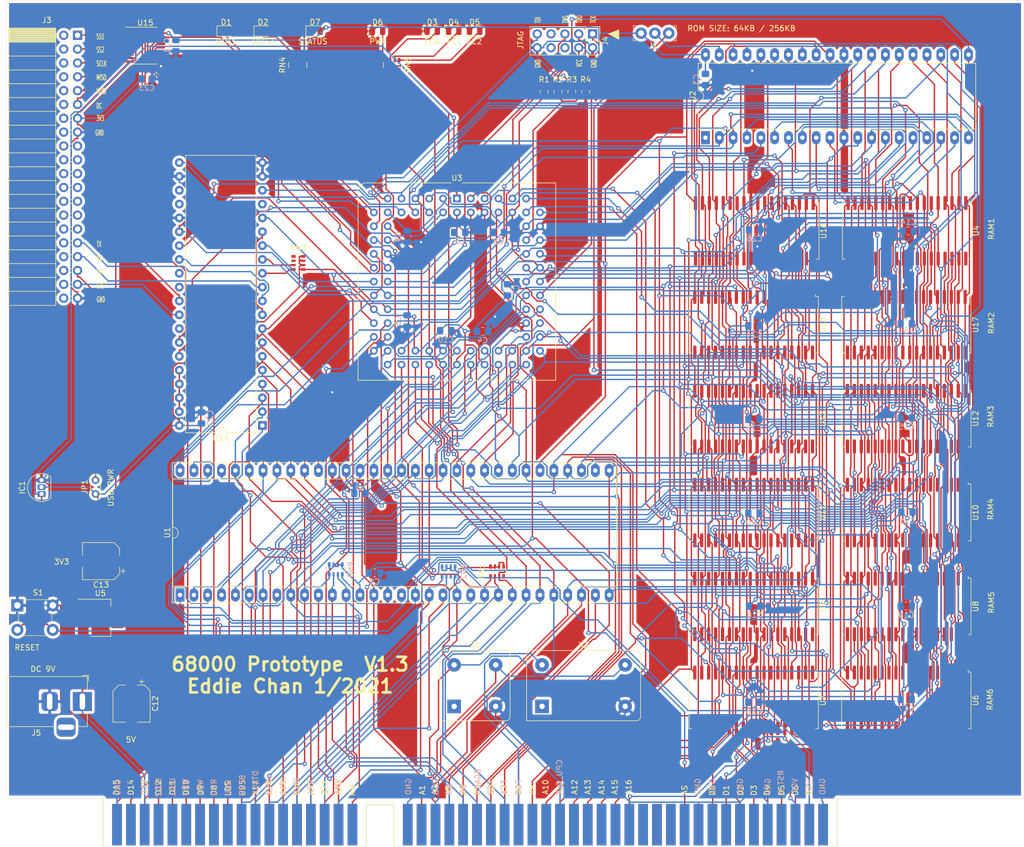
<source format=kicad_pcb>
(kicad_pcb (version 20171130) (host pcbnew 5.1.6-c6e7f7d~86~ubuntu18.04.1)
  (layers (0 F.Cu signal) (31 B.Cu signal) (34 B.Paste user) (35 F.Paste user) (36 B.SilkS user) (37 F.SilkS user) (38 B.Mask user) (39 F.Mask user) (44 Edge.Cuts user))
  (net 0 "")
  (net 1 GND)
  (net 2 VCC)
  (net 3 +3V3)
  (net 4 "Net-(D1-Pad1)")
  (net 5 "Net-(D1-Pad2)")
  (net 6 "Net-(D2-Pad2)")
  (net 7 "Net-(D2-Pad1)")
  (net 8 "Net-(D3-Pad2)")
  (net 9 "Net-(D4-Pad2)")
  (net 10 "Net-(D5-Pad2)")
  (net 11 "Net-(D6-Pad2)")
  (net 12 A18)
  (net 13 "Net-(J1-Pad2)")
  (net 14 RST)
  (net 15 RST_H)
  (net 16 "Net-(J2-Pad6)")
  (net 17 "Net-(J2-Pad8)")
  (net 18 "Net-(J2-Pad11)")
  (net 19 "Net-(J2-Pad12)")
  (net 20 IO_SEL1)
  (net 21 RAM1_SEL)
  (net 22 RAM2_SEL)
  (net 23 RAM3_SEL)
  (net 24 RAM4_SEL)
  (net 25 ROM_SEL)
  (net 26 CPU_CLK)
  (net 27 "Net-(J2-Pad21)")
  (net 28 "Net-(J2-Pad22)")
  (net 29 FC0)
  (net 30 FC1)
  (net 31 FC2)
  (net 32 BGACK)
  (net 33 BG)
  (net 34 BR)
  (net 35 "Net-(J2-Pad30)")
  (net 36 "Net-(J2-Pad32)")
  (net 37 D7)
  (net 38 D6)
  (net 39 D5)
  (net 40 D4)
  (net 41 D3)
  (net 42 D2)
  (net 43 D1)
  (net 44 D0)
  (net 45 "Net-(J2-Pad41)")
  (net 46 AS)
  (net 47 "Net-(J2-Pad43)")
  (net 48 "Net-(J2-Pad44)")
  (net 49 "Net-(J2-Pad45)")
  (net 50 A16)
  (net 51 A15)
  (net 52 A14)
  (net 53 A13)
  (net 54 A12)
  (net 55 A11)
  (net 56 A10)
  (net 57 A9)
  (net 58 A8)
  (net 59 A7)
  (net 60 A6)
  (net 61 A5)
  (net 62 A4)
  (net 63 A3)
  (net 64 A2)
  (net 65 A1)
  (net 66 "Net-(J2-Pad62)")
  (net 67 "Net-(J2-Pad63)")
  (net 68 VMA)
  (net 69 E)
  (net 70 VPA)
  (net 71 IPL0)
  (net 72 IPL1)
  (net 73 IPL2)
  (net 74 DTACK)
  (net 75 BERR)
  (net 76 RDL)
  (net 77 RDU)
  (net 78 WRL)
  (net 79 WRU)
  (net 80 "Net-(J2-Pad79)")
  (net 81 RW)
  (net 82 A23)
  (net 83 A22)
  (net 84 A21)
  (net 85 A20)
  (net 86 A19)
  (net 87 A17)
  (net 88 UDS)
  (net 89 LDS)
  (net 90 D8)
  (net 91 D9)
  (net 92 D10)
  (net 93 D11)
  (net 94 D12)
  (net 95 D13)
  (net 96 D14)
  (net 97 D15)
  (net 98 TCK)
  (net 99 TDO)
  (net 100 TMS)
  (net 101 "Net-(J4-Pad6)")
  (net 102 "Net-(J4-Pad7)")
  (net 103 "Net-(J4-Pad8)")
  (net 104 TDI)
  (net 105 "Net-(J3-Pad18)")
  (net 106 "Net-(RN1-Pad4)")
  (net 107 "Net-(RN3-Pad1)")
  (net 108 "Net-(RN3-Pad3)")
  (net 109 "Net-(RN3-Pad2)")
  (net 110 "Net-(RN3-Pad4)")
  (net 111 "Net-(RN4-Pad6)")
  (net 112 "Net-(U2-Pad1)")
  (net 113 "Net-(U6-Pad19)")
  (net 114 "Net-(U6-Pad36)")
  (net 115 "Net-(U7-Pad36)")
  (net 116 "Net-(U7-Pad19)")
  (net 117 "Net-(U8-Pad36)")
  (net 118 "Net-(U8-Pad19)")
  (net 119 "Net-(U9-Pad19)")
  (net 120 "Net-(U9-Pad36)")
  (net 121 "Net-(U10-Pad36)")
  (net 122 "Net-(U10-Pad19)")
  (net 123 "Net-(U11-Pad19)")
  (net 124 "Net-(U11-Pad36)")
  (net 125 "Net-(U12-Pad36)")
  (net 126 "Net-(U12-Pad19)")
  (net 127 "Net-(U13-Pad19)")
  (net 128 "Net-(U13-Pad36)")
  (net 129 "Net-(U14-Pad23)")
  (net 130 "Net-(U14-Pad24)")
  (net 131 "Net-(U14-Pad15)")
  (net 132 "Net-(U14-Pad29)")
  (net 133 TX)
  (net 134 RX)
  (net 135 CTS)
  (net 136 "Net-(U14-Pad33)")
  (net 137 "Net-(U14-Pad36)")
  (net 138 "Net-(U14-Pad17)")
  (net 139 "Net-(X1-Pad1)")
  (net 140 "Net-(X2-Pad1)")
  (net 141 SS1)
  (net 142 MOSI)
  (net 143 SCLK)
  (net 144 "Net-(J3-Pad14)")
  (net 145 "Net-(J3-Pad21)")
  (net 146 "Net-(J3-Pad22)")
  (net 147 "Net-(J3-Pad23)")
  (net 148 "Net-(J3-Pad24)")
  (net 149 "Net-(J3-Pad25)")
  (net 150 "Net-(J3-Pad26)")
  (net 151 "Net-(J3-Pad27)")
  (net 152 "Net-(J3-Pad28)")
  (net 153 "Net-(J3-Pad29)")
  (net 154 "Net-(J3-Pad30)")
  (net 155 "Net-(J3-Pad32)")
  (net 156 "Net-(J3-Pad34)")
  (net 157 SS2)
  (net 158 MISO)
  (net 159 "Net-(J3-Pad16)")
  (net 160 "Net-(J3-Pad17)")
  (net 161 "Net-(J3-Pad19)")
  (net 162 "Net-(J3-Pad20)")
  (net 163 "Net-(J3-Pad35)")
  (net 164 "Net-(J3-Pad36)")
  (net 165 "Net-(J3-Pad38)")
  (net 166 "Net-(J3-Pad40)")
  (net 167 "Net-(J3-Pad1)")
  (net 168 "Net-(J3-Pad2)")
  (net 169 "Net-(J3-Pad3)")
  (net 170 "Net-(J3-Pad4)")
  (net 171 "Net-(J3-Pad5)")
  (net 172 "Net-(J3-Pad6)")
  (net 173 "Net-(J3-Pad7)")
  (net 174 "Net-(J3-Pad8)")
  (net 175 "Net-(J3-Pad9)")
  (net 176 "Net-(J3-Pad10)")
  (net 177 "Net-(J3-Pad11)")
  (net 178 "Net-(J3-Pad12)")
  (net 179 DC)
  (net 180 "Net-(U15-Pad13)")
  (net 181 "Net-(U15-Pad12)")
  (net 182 "Net-(U15-Pad9)")
  (net 183 "Net-(U15-Pad8)")
  (net 184 "Net-(D7-Pad1)")
  (net 185 "Net-(J2-Pad4)")
  (net 186 "Net-(J2-Pad9)")
  (net 187 "Net-(J2-Pad13)")
  (net 188 "Net-(J2-Pad14)")
  (net 189 "Net-(J2-Pad15)")
  (net 190 "Net-(J2-Pad16)")
  (net 191 "Net-(J2-Pad17)")
  (net 192 "Net-(J2-Pad18)")
  (net 193 "Net-(J2-Pad19)")
  (net 194 "Net-(J2-Pad72)")
  (net 195 "Net-(J2-Pad73)")
  (net 196 "Net-(J2-Pad74)")
  (net 197 "Net-(J2-Pad75)")
  (net 198 "Net-(J2-Pad76)")
  (net 199 "Net-(J2-Pad77)")
  (net 200 STATUS)
  (net 201 "Net-(U4-Pad36)")
  (net 202 "Net-(U4-Pad19)")
  (net 203 RAM5_SEL)
  (net 204 "Net-(U16-Pad36)")
  (net 205 "Net-(U16-Pad19)")
  (net 206 "Net-(U17-Pad36)")
  (net 207 "Net-(U17-Pad19)")
  (net 208 RAM6_SEL)
  (net 209 "Net-(U18-Pad36)")
  (net 210 "Net-(U18-Pad19)")
  (net 211 "Net-(U14-Pad30)")
  (net 212 "Net-(RN8-Pad1)")
  (net 213 "Net-(RN2-Pad2)")
  (module Package_DIP:DIP-64_W22.86mm_Socket_LongPads (layer F.Cu) (at 48.26 122.174 90)
    (fp_text reference U1 (at 11.43 -2.33 270) (layer F.SilkS))
    (fp_text value 68000D)
    (pad 64 thru_hole oval (at 22.86 0 90) (size 2.4 1.6) (drill 0.8) (layers *.Cu *.Mask) (net 39 D5))
    (pad 32 thru_hole oval (at 0 78.74 90) (size 2.4 1.6) (drill 0.8) (layers *.Cu *.Mask) (net 62 A4))
    (pad 63 thru_hole oval (at 22.86 2.54 90) (size 2.4 1.6) (drill 0.8) (layers *.Cu *.Mask) (net 38 D6))
    (pad 31 thru_hole oval (at 0 76.2 90) (size 2.4 1.6) (drill 0.8) (layers *.Cu *.Mask) (net 63 A3))
    (pad 62 thru_hole oval (at 22.86 5.08 90) (size 2.4 1.6) (drill 0.8) (layers *.Cu *.Mask) (net 37 D7))
    (pad 30 thru_hole oval (at 0 73.66 90) (size 2.4 1.6) (drill 0.8) (layers *.Cu *.Mask) (net 64 A2))
    (pad 61 thru_hole oval (at 22.86 7.62 90) (size 2.4 1.6) (drill 0.8) (layers *.Cu *.Mask) (net 90 D8))
    (pad 29 thru_hole oval (at 0 71.12 90) (size 2.4 1.6) (drill 0.8) (layers *.Cu *.Mask) (net 65 A1))
    (pad 60 thru_hole oval (at 22.86 10.16 90) (size 2.4 1.6) (drill 0.8) (layers *.Cu *.Mask) (net 91 D9))
    (pad 28 thru_hole oval (at 0 68.58 90) (size 2.4 1.6) (drill 0.8) (layers *.Cu *.Mask) (net 29 FC0))
    (pad 59 thru_hole oval (at 22.86 12.7 90) (size 2.4 1.6) (drill 0.8) (layers *.Cu *.Mask) (net 92 D10))
    (pad 27 thru_hole oval (at 0 66.04 90) (size 2.4 1.6) (drill 0.8) (layers *.Cu *.Mask) (net 30 FC1))
    (pad 58 thru_hole oval (at 22.86 15.24 90) (size 2.4 1.6) (drill 0.8) (layers *.Cu *.Mask) (net 93 D11))
    (pad 26 thru_hole oval (at 0 63.5 90) (size 2.4 1.6) (drill 0.8) (layers *.Cu *.Mask) (net 31 FC2))
    (pad 57 thru_hole oval (at 22.86 17.78 90) (size 2.4 1.6) (drill 0.8) (layers *.Cu *.Mask) (net 94 D12))
    (pad 25 thru_hole oval (at 0 60.96 90) (size 2.4 1.6) (drill 0.8) (layers *.Cu *.Mask) (net 71 IPL0))
    (pad 56 thru_hole oval (at 22.86 20.32 90) (size 2.4 1.6) (drill 0.8) (layers *.Cu *.Mask) (net 95 D13))
    (pad 24 thru_hole oval (at 0 58.42 90) (size 2.4 1.6) (drill 0.8) (layers *.Cu *.Mask) (net 72 IPL1))
    (pad 55 thru_hole oval (at 22.86 22.86 90) (size 2.4 1.6) (drill 0.8) (layers *.Cu *.Mask) (net 96 D14))
    (pad 23 thru_hole oval (at 0 55.88 90) (size 2.4 1.6) (drill 0.8) (layers *.Cu *.Mask) (net 73 IPL2))
    (pad 54 thru_hole oval (at 22.86 25.4 90) (size 2.4 1.6) (drill 0.8) (layers *.Cu *.Mask) (net 97 D15))
    (pad 22 thru_hole oval (at 0 53.34 90) (size 2.4 1.6) (drill 0.8) (layers *.Cu *.Mask) (net 75 BERR))
    (pad 53 thru_hole oval (at 22.86 27.94 90) (size 2.4 1.6) (drill 0.8) (layers *.Cu *.Mask) (net 1 GND))
    (pad 21 thru_hole oval (at 0 50.8 90) (size 2.4 1.6) (drill 0.8) (layers *.Cu *.Mask) (net 70 VPA))
    (pad 52 thru_hole oval (at 22.86 30.48 90) (size 2.4 1.6) (drill 0.8) (layers *.Cu *.Mask) (net 82 A23))
    (pad 20 thru_hole oval (at 0 48.26 90) (size 2.4 1.6) (drill 0.8) (layers *.Cu *.Mask) (net 69 E))
    (pad 51 thru_hole oval (at 22.86 33.02 90) (size 2.4 1.6) (drill 0.8) (layers *.Cu *.Mask) (net 83 A22))
    (pad 19 thru_hole oval (at 0 45.72 90) (size 2.4 1.6) (drill 0.8) (layers *.Cu *.Mask) (net 68 VMA))
    (pad 50 thru_hole oval (at 22.86 35.56 90) (size 2.4 1.6) (drill 0.8) (layers *.Cu *.Mask) (net 84 A21))
    (pad 18 thru_hole oval (at 0 43.18 90) (size 2.4 1.6) (drill 0.8) (layers *.Cu *.Mask) (net 14 RST))
    (pad 49 thru_hole oval (at 22.86 38.1 90) (size 2.4 1.6) (drill 0.8) (layers *.Cu *.Mask) (net 2 VCC))
    (pad 17 thru_hole oval (at 0 40.64 90) (size 2.4 1.6) (drill 0.8) (layers *.Cu *.Mask) (net 212 "Net-(RN8-Pad1)"))
    (pad 48 thru_hole oval (at 22.86 40.64 90) (size 2.4 1.6) (drill 0.8) (layers *.Cu *.Mask) (net 85 A20))
    (pad 16 thru_hole oval (at 0 38.1 90) (size 2.4 1.6) (drill 0.8) (layers *.Cu *.Mask) (net 1 GND))
    (pad 47 thru_hole oval (at 22.86 43.18 90) (size 2.4 1.6) (drill 0.8) (layers *.Cu *.Mask) (net 86 A19))
    (pad 15 thru_hole oval (at 0 35.56 90) (size 2.4 1.6) (drill 0.8) (layers *.Cu *.Mask) (net 26 CPU_CLK))
    (pad 46 thru_hole oval (at 22.86 45.72 90) (size 2.4 1.6) (drill 0.8) (layers *.Cu *.Mask) (net 12 A18))
    (pad 14 thru_hole oval (at 0 33.02 90) (size 2.4 1.6) (drill 0.8) (layers *.Cu *.Mask) (net 2 VCC))
    (pad 45 thru_hole oval (at 22.86 48.26 90) (size 2.4 1.6) (drill 0.8) (layers *.Cu *.Mask) (net 87 A17))
    (pad 13 thru_hole oval (at 0 30.48 90) (size 2.4 1.6) (drill 0.8) (layers *.Cu *.Mask) (net 34 BR))
    (pad 44 thru_hole oval (at 22.86 50.8 90) (size 2.4 1.6) (drill 0.8) (layers *.Cu *.Mask) (net 50 A16))
    (pad 12 thru_hole oval (at 0 27.94 90) (size 2.4 1.6) (drill 0.8) (layers *.Cu *.Mask) (net 32 BGACK))
    (pad 43 thru_hole oval (at 22.86 53.34 90) (size 2.4 1.6) (drill 0.8) (layers *.Cu *.Mask) (net 51 A15))
    (pad 11 thru_hole oval (at 0 25.4 90) (size 2.4 1.6) (drill 0.8) (layers *.Cu *.Mask) (net 33 BG))
    (pad 42 thru_hole oval (at 22.86 55.88 90) (size 2.4 1.6) (drill 0.8) (layers *.Cu *.Mask) (net 52 A14))
    (pad 10 thru_hole oval (at 0 22.86 90) (size 2.4 1.6) (drill 0.8) (layers *.Cu *.Mask) (net 74 DTACK))
    (pad 41 thru_hole oval (at 22.86 58.42 90) (size 2.4 1.6) (drill 0.8) (layers *.Cu *.Mask) (net 53 A13))
    (pad 9 thru_hole oval (at 0 20.32 90) (size 2.4 1.6) (drill 0.8) (layers *.Cu *.Mask) (net 81 RW))
    (pad 40 thru_hole oval (at 22.86 60.96 90) (size 2.4 1.6) (drill 0.8) (layers *.Cu *.Mask) (net 54 A12))
    (pad 8 thru_hole oval (at 0 17.78 90) (size 2.4 1.6) (drill 0.8) (layers *.Cu *.Mask) (net 89 LDS))
    (pad 39 thru_hole oval (at 22.86 63.5 90) (size 2.4 1.6) (drill 0.8) (layers *.Cu *.Mask) (net 55 A11))
    (pad 7 thru_hole oval (at 0 15.24 90) (size 2.4 1.6) (drill 0.8) (layers *.Cu *.Mask) (net 88 UDS))
    (pad 38 thru_hole oval (at 22.86 66.04 90) (size 2.4 1.6) (drill 0.8) (layers *.Cu *.Mask) (net 56 A10))
    (pad 6 thru_hole oval (at 0 12.7 90) (size 2.4 1.6) (drill 0.8) (layers *.Cu *.Mask) (net 46 AS))
    (pad 37 thru_hole oval (at 22.86 68.58 90) (size 2.4 1.6) (drill 0.8) (layers *.Cu *.Mask) (net 57 A9))
    (pad 5 thru_hole oval (at 0 10.16 90) (size 2.4 1.6) (drill 0.8) (layers *.Cu *.Mask) (net 44 D0))
    (pad 36 thru_hole oval (at 22.86 71.12 90) (size 2.4 1.6) (drill 0.8) (layers *.Cu *.Mask) (net 58 A8))
    (pad 4 thru_hole oval (at 0 7.62 90) (size 2.4 1.6) (drill 0.8) (layers *.Cu *.Mask) (net 43 D1))
    (pad 35 thru_hole oval (at 22.86 73.66 90) (size 2.4 1.6) (drill 0.8) (layers *.Cu *.Mask) (net 59 A7))
    (pad 3 thru_hole oval (at 0 5.08 90) (size 2.4 1.6) (drill 0.8) (layers *.Cu *.Mask) (net 42 D2))
    (pad 34 thru_hole oval (at 22.86 76.2 90) (size 2.4 1.6) (drill 0.8) (layers *.Cu *.Mask) (net 60 A6))
    (pad 2 thru_hole oval (at 0 2.54 90) (size 2.4 1.6) (drill 0.8) (layers *.Cu *.Mask) (net 41 D3))
    (pad 33 thru_hole oval (at 22.86 78.74 90) (size 2.4 1.6) (drill 0.8) (layers *.Cu *.Mask) (net 61 A5))
    (pad 1 thru_hole rect (at 0 0 90) (size 2.4 1.6) (drill 0.8) (layers *.Cu *.Mask) (net 40 D4))
  )
  (module KiCad_Libraries:SOJ-36_10.16x23.49mm_P1.27mm_sram (layer F.Cu) (at 153.503 72.564 270)
    (fp_text reference U18 (at 0 -12.7 90) (layer F.SilkS))
    (fp_text value CY7C1049D)
    (pad 36 smd roundrect (at 5.1 -10.795 270) (size 2.55 0.6) (layers F.Cu F.Paste F.Mask) (net 209 "Net-(U18-Pad36)"))
    (pad 35 smd roundrect (at 5.1 -9.525 270) (size 2.55 0.6) (layers F.Cu F.Paste F.Mask) (net 86 A19))
    (pad 34 smd roundrect (at 5.1 -8.255 270) (size 2.55 0.6) (layers F.Cu F.Paste F.Mask) (net 12 A18))
    (pad 33 smd roundrect (at 5.1 -6.985 270) (size 2.55 0.6) (layers F.Cu F.Paste F.Mask) (net 87 A17))
    (pad 32 smd roundrect (at 5.1 -5.715 270) (size 2.55 0.6) (layers F.Cu F.Paste F.Mask) (net 50 A16))
    (pad 31 smd roundrect (at 5.1 -4.445 270) (size 2.55 0.6) (layers F.Cu F.Paste F.Mask) (net 76 RDL))
    (pad 30 smd roundrect (at 5.1 -3.175 270) (size 2.55 0.6) (layers F.Cu F.Paste F.Mask) (net 37 D7))
    (pad 29 smd roundrect (at 5.1 -1.905 270) (size 2.55 0.6) (layers F.Cu F.Paste F.Mask) (net 38 D6))
    (pad 28 smd roundrect (at 5.1 -0.635 270) (size 2.55 0.6) (layers F.Cu F.Paste F.Mask) (net 1 GND))
    (pad 27 smd roundrect (at 5.1 0.635 270) (size 2.55 0.6) (layers F.Cu F.Paste F.Mask) (net 2 VCC))
    (pad 26 smd roundrect (at 5.1 1.905 270) (size 2.55 0.6) (layers F.Cu F.Paste F.Mask) (net 39 D5))
    (pad 25 smd roundrect (at 5.1 3.175 270) (size 2.55 0.6) (layers F.Cu F.Paste F.Mask) (net 40 D4))
    (pad 24 smd roundrect (at 5.1 4.445 270) (size 2.55 0.6) (layers F.Cu F.Paste F.Mask) (net 51 A15))
    (pad 23 smd roundrect (at 5.1 5.715 270) (size 2.55 0.6) (layers F.Cu F.Paste F.Mask) (net 52 A14))
    (pad 22 smd roundrect (at 5.1 6.985 270) (size 2.55 0.6) (layers F.Cu F.Paste F.Mask) (net 53 A13))
    (pad 21 smd roundrect (at 5.1 8.255 270) (size 2.55 0.6) (layers F.Cu F.Paste F.Mask) (net 54 A12))
    (pad 20 smd roundrect (at 5.1 9.525 270) (size 2.55 0.6) (layers F.Cu F.Paste F.Mask) (net 55 A11))
    (pad 19 smd roundrect (at 5.1 10.795 270) (size 2.55 0.6) (layers F.Cu F.Paste F.Mask) (net 210 "Net-(U18-Pad19)"))
    (pad 18 smd roundrect (at -5.1 10.795 270) (size 2.55 0.6) (layers F.Cu F.Paste F.Mask) (net 56 A10))
    (pad 17 smd roundrect (at -5.1 9.525 270) (size 2.55 0.6) (layers F.Cu F.Paste F.Mask) (net 57 A9))
    (pad 16 smd roundrect (at -5.1 8.255 270) (size 2.55 0.6) (layers F.Cu F.Paste F.Mask) (net 58 A8))
    (pad 15 smd roundrect (at -5.1 6.985 270) (size 2.55 0.6) (layers F.Cu F.Paste F.Mask) (net 59 A7))
    (pad 14 smd roundrect (at -5.1 5.715 270) (size 2.55 0.6) (layers F.Cu F.Paste F.Mask) (net 60 A6))
    (pad 13 smd roundrect (at -5.1 4.445 270) (size 2.55 0.6) (layers F.Cu F.Paste F.Mask) (net 78 WRL))
    (pad 12 smd roundrect (at -5.1 3.175 270) (size 2.55 0.6) (layers F.Cu F.Paste F.Mask) (net 41 D3))
    (pad 11 smd roundrect (at -5.1 1.905 270) (size 2.55 0.6) (layers F.Cu F.Paste F.Mask) (net 42 D2))
    (pad 10 smd roundrect (at -5.1 0.635 270) (size 2.55 0.6) (layers F.Cu F.Paste F.Mask) (net 1 GND))
    (pad 9 smd roundrect (at -5.1 -0.635 270) (size 2.55 0.6) (layers F.Cu F.Paste F.Mask) (net 2 VCC))
    (pad 8 smd roundrect (at -5.1 -1.905 270) (size 2.55 0.6) (layers F.Cu F.Paste F.Mask) (net 43 D1))
    (pad 7 smd roundrect (at -5.1 -3.175 270) (size 2.55 0.6) (layers F.Cu F.Paste F.Mask) (net 44 D0))
    (pad 6 smd roundrect (at -5.1 -4.445 270) (size 2.55 0.6) (layers F.Cu F.Paste F.Mask) (net 208 RAM6_SEL))
    (pad 5 smd roundrect (at -5.1 -5.715 270) (size 2.55 0.6) (layers F.Cu F.Paste F.Mask) (net 61 A5))
    (pad 4 smd roundrect (at -5.1 -6.985 270) (size 2.55 0.6) (layers F.Cu F.Paste F.Mask) (net 62 A4))
    (pad 3 smd roundrect (at -5.1 -8.255 270) (size 2.55 0.6) (layers F.Cu F.Paste F.Mask) (net 63 A3))
    (pad 2 smd roundrect (at -5.1 -9.525 270) (size 2.55 0.6) (layers F.Cu F.Paste F.Mask) (net 64 A2))
    (pad 1 smd roundrect (at -5.1 -10.795 270) (size 2.55 0.6) (layers F.Cu F.Paste F.Mask) (net 65 A1))
  )
  (module KiCad_Libraries:SOJ-36_10.16x23.49mm_P1.27mm_sram (layer F.Cu) (at 181.503 72.564 270)
    (fp_text reference U17 (at 0 -12.7 90) (layer F.SilkS))
    (fp_text value CY7C1049D)
    (pad 36 smd roundrect (at 5.1 -10.795 270) (size 2.55 0.6) (layers F.Cu F.Paste F.Mask) (net 206 "Net-(U17-Pad36)"))
    (pad 35 smd roundrect (at 5.1 -9.525 270) (size 2.55 0.6) (layers F.Cu F.Paste F.Mask) (net 86 A19))
    (pad 34 smd roundrect (at 5.1 -8.255 270) (size 2.55 0.6) (layers F.Cu F.Paste F.Mask) (net 12 A18))
    (pad 33 smd roundrect (at 5.1 -6.985 270) (size 2.55 0.6) (layers F.Cu F.Paste F.Mask) (net 87 A17))
    (pad 32 smd roundrect (at 5.1 -5.715 270) (size 2.55 0.6) (layers F.Cu F.Paste F.Mask) (net 50 A16))
    (pad 31 smd roundrect (at 5.1 -4.445 270) (size 2.55 0.6) (layers F.Cu F.Paste F.Mask) (net 77 RDU))
    (pad 30 smd roundrect (at 5.1 -3.175 270) (size 2.55 0.6) (layers F.Cu F.Paste F.Mask) (net 97 D15))
    (pad 29 smd roundrect (at 5.1 -1.905 270) (size 2.55 0.6) (layers F.Cu F.Paste F.Mask) (net 96 D14))
    (pad 28 smd roundrect (at 5.1 -0.635 270) (size 2.55 0.6) (layers F.Cu F.Paste F.Mask) (net 1 GND))
    (pad 27 smd roundrect (at 5.1 0.635 270) (size 2.55 0.6) (layers F.Cu F.Paste F.Mask) (net 2 VCC))
    (pad 26 smd roundrect (at 5.1 1.905 270) (size 2.55 0.6) (layers F.Cu F.Paste F.Mask) (net 95 D13))
    (pad 25 smd roundrect (at 5.1 3.175 270) (size 2.55 0.6) (layers F.Cu F.Paste F.Mask) (net 94 D12))
    (pad 24 smd roundrect (at 5.1 4.445 270) (size 2.55 0.6) (layers F.Cu F.Paste F.Mask) (net 51 A15))
    (pad 23 smd roundrect (at 5.1 5.715 270) (size 2.55 0.6) (layers F.Cu F.Paste F.Mask) (net 52 A14))
    (pad 22 smd roundrect (at 5.1 6.985 270) (size 2.55 0.6) (layers F.Cu F.Paste F.Mask) (net 53 A13))
    (pad 21 smd roundrect (at 5.1 8.255 270) (size 2.55 0.6) (layers F.Cu F.Paste F.Mask) (net 54 A12))
    (pad 20 smd roundrect (at 5.1 9.525 270) (size 2.55 0.6) (layers F.Cu F.Paste F.Mask) (net 55 A11))
    (pad 19 smd roundrect (at 5.1 10.795 270) (size 2.55 0.6) (layers F.Cu F.Paste F.Mask) (net 207 "Net-(U17-Pad19)"))
    (pad 18 smd roundrect (at -5.1 10.795 270) (size 2.55 0.6) (layers F.Cu F.Paste F.Mask) (net 56 A10))
    (pad 17 smd roundrect (at -5.1 9.525 270) (size 2.55 0.6) (layers F.Cu F.Paste F.Mask) (net 57 A9))
    (pad 16 smd roundrect (at -5.1 8.255 270) (size 2.55 0.6) (layers F.Cu F.Paste F.Mask) (net 58 A8))
    (pad 15 smd roundrect (at -5.1 6.985 270) (size 2.55 0.6) (layers F.Cu F.Paste F.Mask) (net 59 A7))
    (pad 14 smd roundrect (at -5.1 5.715 270) (size 2.55 0.6) (layers F.Cu F.Paste F.Mask) (net 60 A6))
    (pad 13 smd roundrect (at -5.1 4.445 270) (size 2.55 0.6) (layers F.Cu F.Paste F.Mask) (net 79 WRU))
    (pad 12 smd roundrect (at -5.1 3.175 270) (size 2.55 0.6) (layers F.Cu F.Paste F.Mask) (net 93 D11))
    (pad 11 smd roundrect (at -5.1 1.905 270) (size 2.55 0.6) (layers F.Cu F.Paste F.Mask) (net 92 D10))
    (pad 10 smd roundrect (at -5.1 0.635 270) (size 2.55 0.6) (layers F.Cu F.Paste F.Mask) (net 1 GND))
    (pad 9 smd roundrect (at -5.1 -0.635 270) (size 2.55 0.6) (layers F.Cu F.Paste F.Mask) (net 2 VCC))
    (pad 8 smd roundrect (at -5.1 -1.905 270) (size 2.55 0.6) (layers F.Cu F.Paste F.Mask) (net 91 D9))
    (pad 7 smd roundrect (at -5.1 -3.175 270) (size 2.55 0.6) (layers F.Cu F.Paste F.Mask) (net 90 D8))
    (pad 6 smd roundrect (at -5.1 -4.445 270) (size 2.55 0.6) (layers F.Cu F.Paste F.Mask) (net 208 RAM6_SEL))
    (pad 5 smd roundrect (at -5.1 -5.715 270) (size 2.55 0.6) (layers F.Cu F.Paste F.Mask) (net 61 A5))
    (pad 4 smd roundrect (at -5.1 -6.985 270) (size 2.55 0.6) (layers F.Cu F.Paste F.Mask) (net 62 A4))
    (pad 3 smd roundrect (at -5.1 -8.255 270) (size 2.55 0.6) (layers F.Cu F.Paste F.Mask) (net 63 A3))
    (pad 2 smd roundrect (at -5.1 -9.525 270) (size 2.55 0.6) (layers F.Cu F.Paste F.Mask) (net 64 A2))
    (pad 1 smd roundrect (at -5.1 -10.795 270) (size 2.55 0.6) (layers F.Cu F.Paste F.Mask) (net 65 A1))
  )
  (module KiCad_Libraries:SOJ-36_10.16x23.49mm_P1.27mm_sram (layer F.Cu) (at 153.63 55.326 270)
    (fp_text reference U16 (at 0 -12.7 90) (layer F.SilkS))
    (fp_text value CY7C1049D)
    (pad 36 smd roundrect (at 5.1 -10.795 270) (size 2.55 0.6) (layers F.Cu F.Paste F.Mask) (net 204 "Net-(U16-Pad36)"))
    (pad 35 smd roundrect (at 5.1 -9.525 270) (size 2.55 0.6) (layers F.Cu F.Paste F.Mask) (net 86 A19))
    (pad 34 smd roundrect (at 5.1 -8.255 270) (size 2.55 0.6) (layers F.Cu F.Paste F.Mask) (net 12 A18))
    (pad 33 smd roundrect (at 5.1 -6.985 270) (size 2.55 0.6) (layers F.Cu F.Paste F.Mask) (net 87 A17))
    (pad 32 smd roundrect (at 5.1 -5.715 270) (size 2.55 0.6) (layers F.Cu F.Paste F.Mask) (net 50 A16))
    (pad 31 smd roundrect (at 5.1 -4.445 270) (size 2.55 0.6) (layers F.Cu F.Paste F.Mask) (net 76 RDL))
    (pad 30 smd roundrect (at 5.1 -3.175 270) (size 2.55 0.6) (layers F.Cu F.Paste F.Mask) (net 37 D7))
    (pad 29 smd roundrect (at 5.1 -1.905 270) (size 2.55 0.6) (layers F.Cu F.Paste F.Mask) (net 38 D6))
    (pad 28 smd roundrect (at 5.1 -0.635 270) (size 2.55 0.6) (layers F.Cu F.Paste F.Mask) (net 1 GND))
    (pad 27 smd roundrect (at 5.1 0.635 270) (size 2.55 0.6) (layers F.Cu F.Paste F.Mask) (net 2 VCC))
    (pad 26 smd roundrect (at 5.1 1.905 270) (size 2.55 0.6) (layers F.Cu F.Paste F.Mask) (net 39 D5))
    (pad 25 smd roundrect (at 5.1 3.175 270) (size 2.55 0.6) (layers F.Cu F.Paste F.Mask) (net 40 D4))
    (pad 24 smd roundrect (at 5.1 4.445 270) (size 2.55 0.6) (layers F.Cu F.Paste F.Mask) (net 51 A15))
    (pad 23 smd roundrect (at 5.1 5.715 270) (size 2.55 0.6) (layers F.Cu F.Paste F.Mask) (net 52 A14))
    (pad 22 smd roundrect (at 5.1 6.985 270) (size 2.55 0.6) (layers F.Cu F.Paste F.Mask) (net 53 A13))
    (pad 21 smd roundrect (at 5.1 8.255 270) (size 2.55 0.6) (layers F.Cu F.Paste F.Mask) (net 54 A12))
    (pad 20 smd roundrect (at 5.1 9.525 270) (size 2.55 0.6) (layers F.Cu F.Paste F.Mask) (net 55 A11))
    (pad 19 smd roundrect (at 5.1 10.795 270) (size 2.55 0.6) (layers F.Cu F.Paste F.Mask) (net 205 "Net-(U16-Pad19)"))
    (pad 18 smd roundrect (at -5.1 10.795 270) (size 2.55 0.6) (layers F.Cu F.Paste F.Mask) (net 56 A10))
    (pad 17 smd roundrect (at -5.1 9.525 270) (size 2.55 0.6) (layers F.Cu F.Paste F.Mask) (net 57 A9))
    (pad 16 smd roundrect (at -5.1 8.255 270) (size 2.55 0.6) (layers F.Cu F.Paste F.Mask) (net 58 A8))
    (pad 15 smd roundrect (at -5.1 6.985 270) (size 2.55 0.6) (layers F.Cu F.Paste F.Mask) (net 59 A7))
    (pad 14 smd roundrect (at -5.1 5.715 270) (size 2.55 0.6) (layers F.Cu F.Paste F.Mask) (net 60 A6))
    (pad 13 smd roundrect (at -5.1 4.445 270) (size 2.55 0.6) (layers F.Cu F.Paste F.Mask) (net 78 WRL))
    (pad 12 smd roundrect (at -5.1 3.175 270) (size 2.55 0.6) (layers F.Cu F.Paste F.Mask) (net 41 D3))
    (pad 11 smd roundrect (at -5.1 1.905 270) (size 2.55 0.6) (layers F.Cu F.Paste F.Mask) (net 42 D2))
    (pad 10 smd roundrect (at -5.1 0.635 270) (size 2.55 0.6) (layers F.Cu F.Paste F.Mask) (net 1 GND))
    (pad 9 smd roundrect (at -5.1 -0.635 270) (size 2.55 0.6) (layers F.Cu F.Paste F.Mask) (net 2 VCC))
    (pad 8 smd roundrect (at -5.1 -1.905 270) (size 2.55 0.6) (layers F.Cu F.Paste F.Mask) (net 43 D1))
    (pad 7 smd roundrect (at -5.1 -3.175 270) (size 2.55 0.6) (layers F.Cu F.Paste F.Mask) (net 44 D0))
    (pad 6 smd roundrect (at -5.1 -4.445 270) (size 2.55 0.6) (layers F.Cu F.Paste F.Mask) (net 203 RAM5_SEL))
    (pad 5 smd roundrect (at -5.1 -5.715 270) (size 2.55 0.6) (layers F.Cu F.Paste F.Mask) (net 61 A5))
    (pad 4 smd roundrect (at -5.1 -6.985 270) (size 2.55 0.6) (layers F.Cu F.Paste F.Mask) (net 62 A4))
    (pad 3 smd roundrect (at -5.1 -8.255 270) (size 2.55 0.6) (layers F.Cu F.Paste F.Mask) (net 63 A3))
    (pad 2 smd roundrect (at -5.1 -9.525 270) (size 2.55 0.6) (layers F.Cu F.Paste F.Mask) (net 64 A2))
    (pad 1 smd roundrect (at -5.1 -10.795 270) (size 2.55 0.6) (layers F.Cu F.Paste F.Mask) (net 65 A1))
  )
  (module KiCad_Libraries:SOJ-36_10.16x23.49mm_P1.27mm_sram (layer F.Cu) (at 181.63 55.326 270)
    (fp_text reference U4 (at 0 -12.7 90) (layer F.SilkS))
    (fp_text value CY7C1049D)
    (pad 36 smd roundrect (at 5.1 -10.795 270) (size 2.55 0.6) (layers F.Cu F.Paste F.Mask) (net 201 "Net-(U4-Pad36)"))
    (pad 35 smd roundrect (at 5.1 -9.525 270) (size 2.55 0.6) (layers F.Cu F.Paste F.Mask) (net 86 A19))
    (pad 34 smd roundrect (at 5.1 -8.255 270) (size 2.55 0.6) (layers F.Cu F.Paste F.Mask) (net 12 A18))
    (pad 33 smd roundrect (at 5.1 -6.985 270) (size 2.55 0.6) (layers F.Cu F.Paste F.Mask) (net 87 A17))
    (pad 32 smd roundrect (at 5.1 -5.715 270) (size 2.55 0.6) (layers F.Cu F.Paste F.Mask) (net 50 A16))
    (pad 31 smd roundrect (at 5.1 -4.445 270) (size 2.55 0.6) (layers F.Cu F.Paste F.Mask) (net 77 RDU))
    (pad 30 smd roundrect (at 5.1 -3.175 270) (size 2.55 0.6) (layers F.Cu F.Paste F.Mask) (net 97 D15))
    (pad 29 smd roundrect (at 5.1 -1.905 270) (size 2.55 0.6) (layers F.Cu F.Paste F.Mask) (net 96 D14))
    (pad 28 smd roundrect (at 5.1 -0.635 270) (size 2.55 0.6) (layers F.Cu F.Paste F.Mask) (net 1 GND))
    (pad 27 smd roundrect (at 5.1 0.635 270) (size 2.55 0.6) (layers F.Cu F.Paste F.Mask) (net 2 VCC))
    (pad 26 smd roundrect (at 5.1 1.905 270) (size 2.55 0.6) (layers F.Cu F.Paste F.Mask) (net 95 D13))
    (pad 25 smd roundrect (at 5.1 3.175 270) (size 2.55 0.6) (layers F.Cu F.Paste F.Mask) (net 94 D12))
    (pad 24 smd roundrect (at 5.1 4.445 270) (size 2.55 0.6) (layers F.Cu F.Paste F.Mask) (net 51 A15))
    (pad 23 smd roundrect (at 5.1 5.715 270) (size 2.55 0.6) (layers F.Cu F.Paste F.Mask) (net 52 A14))
    (pad 22 smd roundrect (at 5.1 6.985 270) (size 2.55 0.6) (layers F.Cu F.Paste F.Mask) (net 53 A13))
    (pad 21 smd roundrect (at 5.1 8.255 270) (size 2.55 0.6) (layers F.Cu F.Paste F.Mask) (net 54 A12))
    (pad 20 smd roundrect (at 5.1 9.525 270) (size 2.55 0.6) (layers F.Cu F.Paste F.Mask) (net 55 A11))
    (pad 19 smd roundrect (at 5.1 10.795 270) (size 2.55 0.6) (layers F.Cu F.Paste F.Mask) (net 202 "Net-(U4-Pad19)"))
    (pad 18 smd roundrect (at -5.1 10.795 270) (size 2.55 0.6) (layers F.Cu F.Paste F.Mask) (net 56 A10))
    (pad 17 smd roundrect (at -5.1 9.525 270) (size 2.55 0.6) (layers F.Cu F.Paste F.Mask) (net 57 A9))
    (pad 16 smd roundrect (at -5.1 8.255 270) (size 2.55 0.6) (layers F.Cu F.Paste F.Mask) (net 58 A8))
    (pad 15 smd roundrect (at -5.1 6.985 270) (size 2.55 0.6) (layers F.Cu F.Paste F.Mask) (net 59 A7))
    (pad 14 smd roundrect (at -5.1 5.715 270) (size 2.55 0.6) (layers F.Cu F.Paste F.Mask) (net 60 A6))
    (pad 13 smd roundrect (at -5.1 4.445 270) (size 2.55 0.6) (layers F.Cu F.Paste F.Mask) (net 79 WRU))
    (pad 12 smd roundrect (at -5.1 3.175 270) (size 2.55 0.6) (layers F.Cu F.Paste F.Mask) (net 93 D11))
    (pad 11 smd roundrect (at -5.1 1.905 270) (size 2.55 0.6) (layers F.Cu F.Paste F.Mask) (net 92 D10))
    (pad 10 smd roundrect (at -5.1 0.635 270) (size 2.55 0.6) (layers F.Cu F.Paste F.Mask) (net 1 GND))
    (pad 9 smd roundrect (at -5.1 -0.635 270) (size 2.55 0.6) (layers F.Cu F.Paste F.Mask) (net 2 VCC))
    (pad 8 smd roundrect (at -5.1 -1.905 270) (size 2.55 0.6) (layers F.Cu F.Paste F.Mask) (net 91 D9))
    (pad 7 smd roundrect (at -5.1 -3.175 270) (size 2.55 0.6) (layers F.Cu F.Paste F.Mask) (net 90 D8))
    (pad 6 smd roundrect (at -5.1 -4.445 270) (size 2.55 0.6) (layers F.Cu F.Paste F.Mask) (net 203 RAM5_SEL))
    (pad 5 smd roundrect (at -5.1 -5.715 270) (size 2.55 0.6) (layers F.Cu F.Paste F.Mask) (net 61 A5))
    (pad 4 smd roundrect (at -5.1 -6.985 270) (size 2.55 0.6) (layers F.Cu F.Paste F.Mask) (net 62 A4))
    (pad 3 smd roundrect (at -5.1 -8.255 270) (size 2.55 0.6) (layers F.Cu F.Paste F.Mask) (net 63 A3))
    (pad 2 smd roundrect (at -5.1 -9.525 270) (size 2.55 0.6) (layers F.Cu F.Paste F.Mask) (net 64 A2))
    (pad 1 smd roundrect (at -5.1 -10.795 270) (size 2.55 0.6) (layers F.Cu F.Paste F.Mask) (net 65 A1))
  )
  (module LED_SMD:LED_0805_2012Metric (layer F.Cu) (at 73.025 18.669)
    (fp_text reference D7 (at 0 -1.65) (layer F.SilkS))
    (fp_text value LED)
    (pad 2 smd roundrect (at 0.9375 0) (size 0.975 1.4) (layers F.Cu F.Paste F.Mask) (net 2 VCC))
    (pad 1 smd roundrect (at -0.9375 0) (size 0.975 1.4) (layers F.Cu F.Paste F.Mask) (net 184 "Net-(D7-Pad1)"))
  )
  (module Capacitor_SMD:C_0805_2012Metric_Pad1.15x1.40mm_HandSolder (layer B.Cu) (at 181.483 72.39)
    (fp_text reference C27 (at 0 1.65) (layer B.SilkS) (effects (justify mirror)))
    (fp_text value 100nF)
    (pad 2 smd roundrect (at 1.025 0) (size 1.15 1.4) (layers B.Cu B.Paste B.Mask) (roundrect_rratio 0.217391) (net 1 GND))
    (pad 1 smd roundrect (at -1.025 0) (size 1.15 1.4) (layers B.Cu B.Paste B.Mask) (roundrect_rratio 0.217391) (net 2 VCC))
  )
  (module Capacitor_SMD:C_0805_2012Metric_Pad1.15x1.40mm_HandSolder (layer B.Cu) (at 153.67 55.118)
    (fp_text reference C26 (at 0 1.65) (layer B.SilkS) (effects (justify mirror)))
    (fp_text value 100nF)
    (pad 2 smd roundrect (at 1.025 0) (size 1.15 1.4) (layers B.Cu B.Paste B.Mask) (roundrect_rratio 0.217391) (net 1 GND))
    (pad 1 smd roundrect (at -1.025 0) (size 1.15 1.4) (layers B.Cu B.Paste B.Mask) (roundrect_rratio 0.217391) (net 2 VCC))
  )
  (module Capacitor_SMD:C_0805_2012Metric_Pad1.15x1.40mm_HandSolder (layer B.Cu) (at 153.543 89.916)
    (fp_text reference C25 (at 0 1.65) (layer B.SilkS) (effects (justify mirror)))
    (fp_text value 100nF)
    (pad 2 smd roundrect (at 1.025 0) (size 1.15 1.4) (layers B.Cu B.Paste B.Mask) (roundrect_rratio 0.217391) (net 1 GND))
    (pad 1 smd roundrect (at -1.025 0) (size 1.15 1.4) (layers B.Cu B.Paste B.Mask) (roundrect_rratio 0.217391) (net 2 VCC))
  )
  (module Capacitor_SMD:C_0805_2012Metric_Pad1.15x1.40mm_HandSolder (layer B.Cu) (at 153.543 72.771)
    (fp_text reference C24 (at 0 1.65) (layer B.SilkS) (effects (justify mirror)))
    (fp_text value 100nF)
    (pad 2 smd roundrect (at 1.025 0) (size 1.15 1.4) (layers B.Cu B.Paste B.Mask) (roundrect_rratio 0.217391) (net 1 GND))
    (pad 1 smd roundrect (at -1.025 0) (size 1.15 1.4) (layers B.Cu B.Paste B.Mask) (roundrect_rratio 0.217391) (net 2 VCC))
  )
  (module digikey-footprints:Switch_Tactile_THT_6x6mm (layer F.Cu) (at 18.415 124.079)
    (fp_text reference S1 (at 3.81 -2.3368) (layer F.SilkS))
    (fp_text value 1825910-6)
    (pad 3 thru_hole circle (at 0 4.5) (size 2.2 2.2) (drill 1.2) (layers *.Cu *.Mask) (net 14 RST))
    (pad 4 thru_hole circle (at 6.5 4.5) (size 2.2 2.2) (drill 1.2) (layers *.Cu *.Mask) (net 14 RST))
    (pad 2 thru_hole circle (at 6.5 0) (size 2.2 2.2) (drill 1.2) (layers *.Cu *.Mask) (net 1 GND))
    (pad 1 thru_hole rect (at 0 0) (size 2.2 2.2) (drill 1.2) (layers *.Cu *.Mask) (net 1 GND))
  )
  (module Resistor_SMD:R_Array_Convex_4x0603 (layer B.Cu) (at 76.835 117.475 90)
    (fp_text reference RN8 (at 0 2.8 90) (layer B.SilkS) (effects (justify mirror)))
    (fp_text value 470)
    (pad 5 smd rect (at 0.9 -1.2 90) (size 0.8 0.5) (layers B.Cu B.Paste B.Mask) (net 2 VCC))
    (pad 6 smd rect (at 0.9 -0.4 90) (size 0.8 0.4) (layers B.Cu B.Paste B.Mask) (net 2 VCC))
    (pad 8 smd rect (at 0.9 1.2 90) (size 0.8 0.5) (layers B.Cu B.Paste B.Mask) (net 2 VCC))
    (pad 7 smd rect (at 0.9 0.4 90) (size 0.8 0.4) (layers B.Cu B.Paste B.Mask) (net 2 VCC))
    (pad 4 smd rect (at -0.9 -1.2 90) (size 0.8 0.5) (layers B.Cu B.Paste B.Mask) (net 74 DTACK))
    (pad 2 smd rect (at -0.9 0.4 90) (size 0.8 0.4) (layers B.Cu B.Paste B.Mask) (net 34 BR))
    (pad 3 smd rect (at -0.9 -0.4 90) (size 0.8 0.4) (layers B.Cu B.Paste B.Mask) (net 32 BGACK))
    (pad 1 smd rect (at -0.9 1.2 90) (size 0.8 0.5) (layers B.Cu B.Paste B.Mask) (net 212 "Net-(RN8-Pad1)"))
  )
  (module Capacitor_SMD:C_0805_2012Metric_Pad1.15x1.40mm_HandSolder (layer B.Cu) (at 42.164 27.432)
    (fp_text reference C23 (at 0 1.65) (layer B.SilkS) (effects (justify mirror)))
    (fp_text value 100nF)
    (pad 2 smd roundrect (at 1.025 0) (size 1.15 1.4) (layers B.Cu B.Paste B.Mask) (roundrect_rratio 0.217391) (net 1 GND))
    (pad 1 smd roundrect (at -1.025 0) (size 1.15 1.4) (layers B.Cu B.Paste B.Mask) (roundrect_rratio 0.217391) (net 3 +3V3))
  )
  (module Capacitor_SMD:C_0805_2012Metric_Pad1.15x1.40mm_HandSolder (layer B.Cu) (at 52.197 89.662 90)
    (fp_text reference C22 (at 0 1.65 270) (layer B.SilkS) (effects (justify mirror)))
    (fp_text value 100nF)
    (pad 2 smd roundrect (at 1.025 0 90) (size 1.15 1.4) (layers B.Cu B.Paste B.Mask) (roundrect_rratio 0.217391) (net 1 GND))
    (pad 1 smd roundrect (at -1.025 0 90) (size 1.15 1.4) (layers B.Cu B.Paste B.Mask) (roundrect_rratio 0.217391) (net 2 VCC))
  )
  (module Capacitor_SMD:C_0805_2012Metric_Pad1.15x1.40mm_HandSolder (layer B.Cu) (at 181.61 106.934)
    (fp_text reference C21 (at 0 1.65) (layer B.SilkS) (effects (justify mirror)))
    (fp_text value 100nF)
    (pad 2 smd roundrect (at 1.025 0) (size 1.15 1.4) (layers B.Cu B.Paste B.Mask) (roundrect_rratio 0.217391) (net 1 GND))
    (pad 1 smd roundrect (at -1.025 0) (size 1.15 1.4) (layers B.Cu B.Paste B.Mask) (roundrect_rratio 0.217391) (net 2 VCC))
  )
  (module Capacitor_SMD:C_0805_2012Metric_Pad1.15x1.40mm_HandSolder (layer B.Cu) (at 153.543 107.188)
    (fp_text reference C20 (at 0 1.65) (layer B.SilkS) (effects (justify mirror)))
    (fp_text value 100nF)
    (pad 2 smd roundrect (at 1.025 0) (size 1.15 1.4) (layers B.Cu B.Paste B.Mask) (roundrect_rratio 0.217391) (net 1 GND))
    (pad 1 smd roundrect (at -1.025 0) (size 1.15 1.4) (layers B.Cu B.Paste B.Mask) (roundrect_rratio 0.217391) (net 2 VCC))
  )
  (module Capacitor_SMD:C_0805_2012Metric_Pad1.15x1.40mm_HandSolder (layer B.Cu) (at 181.483 124.206)
    (fp_text reference C19 (at 0 1.65) (layer B.SilkS) (effects (justify mirror)))
    (fp_text value 100nF)
    (pad 2 smd roundrect (at 1.025 0) (size 1.15 1.4) (layers B.Cu B.Paste B.Mask) (roundrect_rratio 0.217391) (net 1 GND))
    (pad 1 smd roundrect (at -1.025 0) (size 1.15 1.4) (layers B.Cu B.Paste B.Mask) (roundrect_rratio 0.217391) (net 2 VCC))
  )
  (module Capacitor_SMD:C_0805_2012Metric_Pad1.15x1.40mm_HandSolder (layer B.Cu) (at 153.67 124.206)
    (fp_text reference C18 (at 0 1.65) (layer B.SilkS) (effects (justify mirror)))
    (fp_text value 100nF)
    (pad 2 smd roundrect (at 1.025 0) (size 1.15 1.4) (layers B.Cu B.Paste B.Mask) (roundrect_rratio 0.217391) (net 1 GND))
    (pad 1 smd roundrect (at -1.025 0) (size 1.15 1.4) (layers B.Cu B.Paste B.Mask) (roundrect_rratio 0.217391) (net 2 VCC))
  )
  (module Capacitor_SMD:C_0805_2012Metric_Pad1.15x1.40mm_HandSolder (layer B.Cu) (at 181.483 141.351)
    (fp_text reference C17 (at 0 1.65) (layer B.SilkS) (effects (justify mirror)))
    (fp_text value 100nF)
    (pad 2 smd roundrect (at 1.025 0) (size 1.15 1.4) (layers B.Cu B.Paste B.Mask) (roundrect_rratio 0.217391) (net 1 GND))
    (pad 1 smd roundrect (at -1.025 0) (size 1.15 1.4) (layers B.Cu B.Paste B.Mask) (roundrect_rratio 0.217391) (net 2 VCC))
  )
  (module Capacitor_SMD:C_0805_2012Metric_Pad1.15x1.40mm_HandSolder (layer B.Cu) (at 153.534 141.859)
    (fp_text reference C16 (at 0 1.65) (layer B.SilkS) (effects (justify mirror)))
    (fp_text value 100nF)
    (pad 2 smd roundrect (at 1.025 0) (size 1.15 1.4) (layers B.Cu B.Paste B.Mask) (roundrect_rratio 0.217391) (net 1 GND))
    (pad 1 smd roundrect (at -1.025 0) (size 1.15 1.4) (layers B.Cu B.Paste B.Mask) (roundrect_rratio 0.217391) (net 2 VCC))
  )
  (module Capacitor_SMD:C_0805_2012Metric_Pad1.15x1.40mm_HandSolder (layer B.Cu) (at 181.483 89.662)
    (fp_text reference C15 (at 0 1.65) (layer B.SilkS) (effects (justify mirror)))
    (fp_text value 100nF)
    (pad 2 smd roundrect (at 1.025 0) (size 1.15 1.4) (layers B.Cu B.Paste B.Mask) (roundrect_rratio 0.217391) (net 1 GND))
    (pad 1 smd roundrect (at -1.025 0) (size 1.15 1.4) (layers B.Cu B.Paste B.Mask) (roundrect_rratio 0.217391) (net 2 VCC))
  )
  (module Capacitor_SMD:C_0805_2012Metric_Pad1.15x1.40mm_HandSolder (layer B.Cu) (at 181.864 55.372 180)
    (fp_text reference C14 (at 0 1.65) (layer B.SilkS) (effects (justify mirror)))
    (fp_text value 100nF)
    (pad 2 smd roundrect (at 1.025 0 180) (size 1.15 1.4) (layers B.Cu B.Paste B.Mask) (roundrect_rratio 0.217391) (net 1 GND))
    (pad 1 smd roundrect (at -1.025 0 180) (size 1.15 1.4) (layers B.Cu B.Paste B.Mask) (roundrect_rratio 0.217391) (net 2 VCC))
  )
  (module Capacitor_SMD:CP_Elec_6.3x7.7 (layer F.Cu) (at 33.782 115.951 180)
    (fp_text reference C13 (at 0 -4.35) (layer F.SilkS))
    (fp_text value 22uF)
    (pad 2 smd roundrect (at 2.7 0 180) (size 3.5 1.6) (layers F.Cu F.Paste F.Mask) (roundrect_rratio 0.15625) (net 1 GND))
    (pad 1 smd roundrect (at -2.7 0 180) (size 3.5 1.6) (layers F.Cu F.Paste F.Mask) (roundrect_rratio 0.15625) (net 3 +3V3))
  )
  (module Capacitor_SMD:CP_Elec_6.3x7.7 (layer F.Cu) (at 39.37 142.113 270)
    (fp_text reference C12 (at 0 -4.35 90) (layer F.SilkS))
    (fp_text value 22uF)
    (pad 2 smd roundrect (at 2.7 0 270) (size 3.5 1.6) (layers F.Cu F.Paste F.Mask) (roundrect_rratio 0.15625) (net 1 GND))
    (pad 1 smd roundrect (at -2.7 0 270) (size 3.5 1.6) (layers F.Cu F.Paste F.Mask) (roundrect_rratio 0.15625) (net 2 VCC))
  )
  (module Capacitor_SMD:C_0805_2012Metric_Pad1.15x1.40mm_HandSolder (layer B.Cu) (at 47.498 21.336 270)
    (fp_text reference C11 (at 0 1.65 90) (layer B.SilkS) (effects (justify mirror)))
    (fp_text value 100nF)
    (pad 2 smd roundrect (at 1.025 0 270) (size 1.15 1.4) (layers B.Cu B.Paste B.Mask) (roundrect_rratio 0.217391) (net 1 GND))
    (pad 1 smd roundrect (at -1.025 0 270) (size 1.15 1.4) (layers B.Cu B.Paste B.Mask) (roundrect_rratio 0.217391) (net 2 VCC))
  )
  (module Capacitor_SMD:C_0805_2012Metric_Pad1.15x1.40mm_HandSolder (layer B.Cu) (at 97.019 73.66)
    (fp_text reference C10 (at 0 1.65) (layer B.SilkS) (effects (justify mirror)))
    (fp_text value 100nF)
    (pad 2 smd roundrect (at 1.025 0) (size 1.15 1.4) (layers B.Cu B.Paste B.Mask) (roundrect_rratio 0.217391) (net 1 GND))
    (pad 1 smd roundrect (at -1.025 0) (size 1.15 1.4) (layers B.Cu B.Paste B.Mask) (roundrect_rratio 0.217391) (net 2 VCC))
  )
  (module Capacitor_SMD:C_0805_2012Metric_Pad1.15x1.40mm_HandSolder (layer B.Cu) (at 89.916 56.379 270)
    (fp_text reference C9 (at 0 1.65 270) (layer B.SilkS) (effects (justify mirror)))
    (fp_text value 100nF)
    (pad 2 smd roundrect (at 1.025 0 270) (size 1.15 1.4) (layers B.Cu B.Paste B.Mask) (roundrect_rratio 0.217391) (net 1 GND))
    (pad 1 smd roundrect (at -1.025 0 270) (size 1.15 1.4) (layers B.Cu B.Paste B.Mask) (roundrect_rratio 0.217391) (net 2 VCC))
  )
  (module Capacitor_SMD:C_0805_2012Metric_Pad1.15x1.40mm_HandSolder (layer B.Cu) (at 106.671 55.626)
    (fp_text reference C8 (at 0 1.65) (layer B.SilkS) (effects (justify mirror)))
    (fp_text value 100nF)
    (pad 2 smd roundrect (at 1.025 0) (size 1.15 1.4) (layers B.Cu B.Paste B.Mask) (roundrect_rratio 0.217391) (net 1 GND))
    (pad 1 smd roundrect (at -1.025 0) (size 1.15 1.4) (layers B.Cu B.Paste B.Mask) (roundrect_rratio 0.217391) (net 2 VCC))
  )
  (module Capacitor_SMD:C_0805_2012Metric_Pad1.15x1.40mm_HandSolder (layer B.Cu) (at 108.331 66.167 90)
    (fp_text reference C7 (at 0 1.65 270) (layer B.SilkS) (effects (justify mirror)))
    (fp_text value 100nF)
    (pad 2 smd roundrect (at 1.025 0 90) (size 1.15 1.4) (layers B.Cu B.Paste B.Mask) (roundrect_rratio 0.217391) (net 1 GND))
    (pad 1 smd roundrect (at -1.025 0 90) (size 1.15 1.4) (layers B.Cu B.Paste B.Mask) (roundrect_rratio 0.217391) (net 2 VCC))
  )
  (module Capacitor_SMD:C_0805_2012Metric_Pad1.15x1.40mm_HandSolder (layer B.Cu) (at 99.559 55.626)
    (fp_text reference C6 (at 0 1.65) (layer B.SilkS) (effects (justify mirror)))
    (fp_text value 1uF)
    (pad 2 smd roundrect (at 1.025 0) (size 1.15 1.4) (layers B.Cu B.Paste B.Mask) (roundrect_rratio 0.217391) (net 1 GND))
    (pad 1 smd roundrect (at -1.025 0) (size 1.15 1.4) (layers B.Cu B.Paste B.Mask) (roundrect_rratio 0.217391) (net 2 VCC))
  )
  (module Capacitor_SMD:C_0805_2012Metric_Pad1.15x1.40mm_HandSolder (layer B.Cu) (at 89.916 71.873 270)
    (fp_text reference C5 (at 0 1.65 270) (layer B.SilkS) (effects (justify mirror)))
    (fp_text value 1uF)
    (pad 2 smd roundrect (at 1.025 0 270) (size 1.15 1.4) (layers B.Cu B.Paste B.Mask) (roundrect_rratio 0.217391) (net 1 GND))
    (pad 1 smd roundrect (at -1.025 0 270) (size 1.15 1.4) (layers B.Cu B.Paste B.Mask) (roundrect_rratio 0.217391) (net 2 VCC))
  )
  (module Capacitor_SMD:C_0805_2012Metric_Pad1.15x1.40mm_HandSolder (layer B.Cu) (at 103.768 73.787)
    (fp_text reference C4 (at 0 1.65) (layer B.SilkS) (effects (justify mirror)))
    (fp_text value 1uF)
    (pad 2 smd roundrect (at 1.025 0) (size 1.15 1.4) (layers B.Cu B.Paste B.Mask) (roundrect_rratio 0.217391) (net 1 GND))
    (pad 1 smd roundrect (at -1.025 0) (size 1.15 1.4) (layers B.Cu B.Paste B.Mask) (roundrect_rratio 0.217391) (net 2 VCC))
  )
  (module Capacitor_SMD:C_0805_2012Metric_Pad1.15x1.40mm_HandSolder (layer B.Cu) (at 144.653 27.55 270)
    (fp_text reference C3 (at 0 1.65 270) (layer B.SilkS) (effects (justify mirror)))
    (fp_text value 100nF)
    (pad 2 smd roundrect (at 1.025 0 270) (size 1.15 1.4) (layers B.Cu B.Paste B.Mask) (roundrect_rratio 0.217391) (net 1 GND))
    (pad 1 smd roundrect (at -1.025 0 270) (size 1.15 1.4) (layers B.Cu B.Paste B.Mask) (roundrect_rratio 0.217391) (net 2 VCC))
  )
  (module Capacitor_SMD:C_0805_2012Metric_Pad1.15x1.40mm_HandSolder (layer B.Cu) (at 83.947 118.11)
    (fp_text reference C2 (at 0 1.65) (layer B.SilkS) (effects (justify mirror)))
    (fp_text value 100nF)
    (pad 2 smd roundrect (at 1.025 0) (size 1.15 1.4) (layers B.Cu B.Paste B.Mask) (roundrect_rratio 0.217391) (net 1 GND))
    (pad 1 smd roundrect (at -1.025 0) (size 1.15 1.4) (layers B.Cu B.Paste B.Mask) (roundrect_rratio 0.217391) (net 2 VCC))
  )
  (module Capacitor_SMD:C_0805_2012Metric_Pad1.15x1.40mm_HandSolder (layer B.Cu) (at 81.271 103.505 180)
    (fp_text reference C1 (at 0 1.65) (layer B.SilkS) (effects (justify mirror)))
    (fp_text value 100nF)
    (pad 2 smd roundrect (at 1.025 0 180) (size 1.15 1.4) (layers B.Cu B.Paste B.Mask) (roundrect_rratio 0.217391) (net 1 GND))
    (pad 1 smd roundrect (at -1.025 0 180) (size 1.15 1.4) (layers B.Cu B.Paste B.Mask) (roundrect_rratio 0.217391) (net 2 VCC))
  )
  (module Package_SO:TSSOP-20_4.4x6.5mm_P0.65mm (layer F.Cu) (at 41.91 21.336)
    (fp_text reference U15 (at 0 -4.2) (layer F.SilkS))
    (fp_text value TXS0108EPW)
    (pad 20 smd roundrect (at 2.8625 -2.925) (size 1.475 0.4) (layers F.Cu F.Paste F.Mask) (net 141 SS1))
    (pad 19 smd roundrect (at 2.8625 -2.275) (size 1.475 0.4) (layers F.Cu F.Paste F.Mask) (net 2 VCC))
    (pad 18 smd roundrect (at 2.8625 -1.625) (size 1.475 0.4) (layers F.Cu F.Paste F.Mask) (net 157 SS2))
    (pad 17 smd roundrect (at 2.8625 -0.975) (size 1.475 0.4) (layers F.Cu F.Paste F.Mask) (net 143 SCLK))
    (pad 16 smd roundrect (at 2.8625 -0.325) (size 1.475 0.4) (layers F.Cu F.Paste F.Mask) (net 158 MISO))
    (pad 15 smd roundrect (at 2.8625 0.325) (size 1.475 0.4) (layers F.Cu F.Paste F.Mask) (net 142 MOSI))
    (pad 14 smd roundrect (at 2.8625 0.975) (size 1.475 0.4) (layers F.Cu F.Paste F.Mask) (net 179 DC))
    (pad 13 smd roundrect (at 2.8625 1.625) (size 1.475 0.4) (layers F.Cu F.Paste F.Mask) (net 180 "Net-(U15-Pad13)"))
    (pad 12 smd roundrect (at 2.8625 2.275) (size 1.475 0.4) (layers F.Cu F.Paste F.Mask) (net 181 "Net-(U15-Pad12)"))
    (pad 11 smd roundrect (at 2.8625 2.925) (size 1.475 0.4) (layers F.Cu F.Paste F.Mask) (net 1 GND))
    (pad 10 smd roundrect (at -2.8625 2.925) (size 1.475 0.4) (layers F.Cu F.Paste F.Mask) (net 3 +3V3))
    (pad 9 smd roundrect (at -2.8625 2.275) (size 1.475 0.4) (layers F.Cu F.Paste F.Mask) (net 182 "Net-(U15-Pad9)"))
    (pad 8 smd roundrect (at -2.8625 1.625) (size 1.475 0.4) (layers F.Cu F.Paste F.Mask) (net 183 "Net-(U15-Pad8)"))
    (pad 7 smd roundrect (at -2.8625 0.975) (size 1.475 0.4) (layers F.Cu F.Paste F.Mask) (net 177 "Net-(J3-Pad11)"))
    (pad 6 smd roundrect (at -2.8625 0.325) (size 1.475 0.4) (layers F.Cu F.Paste F.Mask) (net 175 "Net-(J3-Pad9)"))
    (pad 5 smd roundrect (at -2.8625 -0.325) (size 1.475 0.4) (layers F.Cu F.Paste F.Mask) (net 173 "Net-(J3-Pad7)"))
    (pad 4 smd roundrect (at -2.8625 -0.975) (size 1.475 0.4) (layers F.Cu F.Paste F.Mask) (net 171 "Net-(J3-Pad5)"))
    (pad 3 smd roundrect (at -2.8625 -1.625) (size 1.475 0.4) (layers F.Cu F.Paste F.Mask) (net 169 "Net-(J3-Pad3)"))
    (pad 2 smd roundrect (at -2.8625 -2.275) (size 1.475 0.4) (layers F.Cu F.Paste F.Mask) (net 3 +3V3))
    (pad 1 smd roundrect (at -2.8625 -2.925) (size 1.475 0.4) (layers F.Cu F.Paste F.Mask) (net 167 "Net-(J3-Pad1)"))
  )
  (module KiCad_Libraries:SOJ-36_10.16x23.49mm_P1.27mm_sram (layer F.Cu) (at 153.503 89.802 270)
    (fp_text reference U13 (at 0 -12.7 90) (layer F.SilkS))
    (fp_text value CY7C1049D)
    (pad 36 smd roundrect (at 5.1 -10.795 270) (size 2.55 0.6) (layers F.Cu F.Paste F.Mask) (net 128 "Net-(U13-Pad36)"))
    (pad 35 smd roundrect (at 5.1 -9.525 270) (size 2.55 0.6) (layers F.Cu F.Paste F.Mask) (net 86 A19))
    (pad 34 smd roundrect (at 5.1 -8.255 270) (size 2.55 0.6) (layers F.Cu F.Paste F.Mask) (net 12 A18))
    (pad 33 smd roundrect (at 5.1 -6.985 270) (size 2.55 0.6) (layers F.Cu F.Paste F.Mask) (net 87 A17))
    (pad 32 smd roundrect (at 5.1 -5.715 270) (size 2.55 0.6) (layers F.Cu F.Paste F.Mask) (net 50 A16))
    (pad 31 smd roundrect (at 5.1 -4.445 270) (size 2.55 0.6) (layers F.Cu F.Paste F.Mask) (net 76 RDL))
    (pad 30 smd roundrect (at 5.1 -3.175 270) (size 2.55 0.6) (layers F.Cu F.Paste F.Mask) (net 37 D7))
    (pad 29 smd roundrect (at 5.1 -1.905 270) (size 2.55 0.6) (layers F.Cu F.Paste F.Mask) (net 38 D6))
    (pad 28 smd roundrect (at 5.1 -0.635 270) (size 2.55 0.6) (layers F.Cu F.Paste F.Mask) (net 1 GND))
    (pad 27 smd roundrect (at 5.1 0.635 270) (size 2.55 0.6) (layers F.Cu F.Paste F.Mask) (net 2 VCC))
    (pad 26 smd roundrect (at 5.1 1.905 270) (size 2.55 0.6) (layers F.Cu F.Paste F.Mask) (net 39 D5))
    (pad 25 smd roundrect (at 5.1 3.175 270) (size 2.55 0.6) (layers F.Cu F.Paste F.Mask) (net 40 D4))
    (pad 24 smd roundrect (at 5.1 4.445 270) (size 2.55 0.6) (layers F.Cu F.Paste F.Mask) (net 51 A15))
    (pad 23 smd roundrect (at 5.1 5.715 270) (size 2.55 0.6) (layers F.Cu F.Paste F.Mask) (net 52 A14))
    (pad 22 smd roundrect (at 5.1 6.985 270) (size 2.55 0.6) (layers F.Cu F.Paste F.Mask) (net 53 A13))
    (pad 21 smd roundrect (at 5.1 8.255 270) (size 2.55 0.6) (layers F.Cu F.Paste F.Mask) (net 54 A12))
    (pad 20 smd roundrect (at 5.1 9.525 270) (size 2.55 0.6) (layers F.Cu F.Paste F.Mask) (net 55 A11))
    (pad 19 smd roundrect (at 5.1 10.795 270) (size 2.55 0.6) (layers F.Cu F.Paste F.Mask) (net 127 "Net-(U13-Pad19)"))
    (pad 18 smd roundrect (at -5.1 10.795 270) (size 2.55 0.6) (layers F.Cu F.Paste F.Mask) (net 56 A10))
    (pad 17 smd roundrect (at -5.1 9.525 270) (size 2.55 0.6) (layers F.Cu F.Paste F.Mask) (net 57 A9))
    (pad 16 smd roundrect (at -5.1 8.255 270) (size 2.55 0.6) (layers F.Cu F.Paste F.Mask) (net 58 A8))
    (pad 15 smd roundrect (at -5.1 6.985 270) (size 2.55 0.6) (layers F.Cu F.Paste F.Mask) (net 59 A7))
    (pad 14 smd roundrect (at -5.1 5.715 270) (size 2.55 0.6) (layers F.Cu F.Paste F.Mask) (net 60 A6))
    (pad 13 smd roundrect (at -5.1 4.445 270) (size 2.55 0.6) (layers F.Cu F.Paste F.Mask) (net 78 WRL))
    (pad 12 smd roundrect (at -5.1 3.175 270) (size 2.55 0.6) (layers F.Cu F.Paste F.Mask) (net 41 D3))
    (pad 11 smd roundrect (at -5.1 1.905 270) (size 2.55 0.6) (layers F.Cu F.Paste F.Mask) (net 42 D2))
    (pad 10 smd roundrect (at -5.1 0.635 270) (size 2.55 0.6) (layers F.Cu F.Paste F.Mask) (net 1 GND))
    (pad 9 smd roundrect (at -5.1 -0.635 270) (size 2.55 0.6) (layers F.Cu F.Paste F.Mask) (net 2 VCC))
    (pad 8 smd roundrect (at -5.1 -1.905 270) (size 2.55 0.6) (layers F.Cu F.Paste F.Mask) (net 43 D1))
    (pad 7 smd roundrect (at -5.1 -3.175 270) (size 2.55 0.6) (layers F.Cu F.Paste F.Mask) (net 44 D0))
    (pad 6 smd roundrect (at -5.1 -4.445 270) (size 2.55 0.6) (layers F.Cu F.Paste F.Mask) (net 24 RAM4_SEL))
    (pad 5 smd roundrect (at -5.1 -5.715 270) (size 2.55 0.6) (layers F.Cu F.Paste F.Mask) (net 61 A5))
    (pad 4 smd roundrect (at -5.1 -6.985 270) (size 2.55 0.6) (layers F.Cu F.Paste F.Mask) (net 62 A4))
    (pad 3 smd roundrect (at -5.1 -8.255 270) (size 2.55 0.6) (layers F.Cu F.Paste F.Mask) (net 63 A3))
    (pad 2 smd roundrect (at -5.1 -9.525 270) (size 2.55 0.6) (layers F.Cu F.Paste F.Mask) (net 64 A2))
    (pad 1 smd roundrect (at -5.1 -10.795 270) (size 2.55 0.6) (layers F.Cu F.Paste F.Mask) (net 65 A1))
  )
  (module KiCad_Libraries:SOJ-36_10.16x23.49mm_P1.27mm_sram (layer F.Cu) (at 181.503 89.802 270)
    (fp_text reference U12 (at 0 -12.7 90) (layer F.SilkS))
    (fp_text value CY7C1049D)
    (pad 36 smd roundrect (at 5.1 -10.795 270) (size 2.55 0.6) (layers F.Cu F.Paste F.Mask) (net 125 "Net-(U12-Pad36)"))
    (pad 35 smd roundrect (at 5.1 -9.525 270) (size 2.55 0.6) (layers F.Cu F.Paste F.Mask) (net 86 A19))
    (pad 34 smd roundrect (at 5.1 -8.255 270) (size 2.55 0.6) (layers F.Cu F.Paste F.Mask) (net 12 A18))
    (pad 33 smd roundrect (at 5.1 -6.985 270) (size 2.55 0.6) (layers F.Cu F.Paste F.Mask) (net 87 A17))
    (pad 32 smd roundrect (at 5.1 -5.715 270) (size 2.55 0.6) (layers F.Cu F.Paste F.Mask) (net 50 A16))
    (pad 31 smd roundrect (at 5.1 -4.445 270) (size 2.55 0.6) (layers F.Cu F.Paste F.Mask) (net 77 RDU))
    (pad 30 smd roundrect (at 5.1 -3.175 270) (size 2.55 0.6) (layers F.Cu F.Paste F.Mask) (net 97 D15))
    (pad 29 smd roundrect (at 5.1 -1.905 270) (size 2.55 0.6) (layers F.Cu F.Paste F.Mask) (net 96 D14))
    (pad 28 smd roundrect (at 5.1 -0.635 270) (size 2.55 0.6) (layers F.Cu F.Paste F.Mask) (net 1 GND))
    (pad 27 smd roundrect (at 5.1 0.635 270) (size 2.55 0.6) (layers F.Cu F.Paste F.Mask) (net 2 VCC))
    (pad 26 smd roundrect (at 5.1 1.905 270) (size 2.55 0.6) (layers F.Cu F.Paste F.Mask) (net 95 D13))
    (pad 25 smd roundrect (at 5.1 3.175 270) (size 2.55 0.6) (layers F.Cu F.Paste F.Mask) (net 94 D12))
    (pad 24 smd roundrect (at 5.1 4.445 270) (size 2.55 0.6) (layers F.Cu F.Paste F.Mask) (net 51 A15))
    (pad 23 smd roundrect (at 5.1 5.715 270) (size 2.55 0.6) (layers F.Cu F.Paste F.Mask) (net 52 A14))
    (pad 22 smd roundrect (at 5.1 6.985 270) (size 2.55 0.6) (layers F.Cu F.Paste F.Mask) (net 53 A13))
    (pad 21 smd roundrect (at 5.1 8.255 270) (size 2.55 0.6) (layers F.Cu F.Paste F.Mask) (net 54 A12))
    (pad 20 smd roundrect (at 5.1 9.525 270) (size 2.55 0.6) (layers F.Cu F.Paste F.Mask) (net 55 A11))
    (pad 19 smd roundrect (at 5.1 10.795 270) (size 2.55 0.6) (layers F.Cu F.Paste F.Mask) (net 126 "Net-(U12-Pad19)"))
    (pad 18 smd roundrect (at -5.1 10.795 270) (size 2.55 0.6) (layers F.Cu F.Paste F.Mask) (net 56 A10))
    (pad 17 smd roundrect (at -5.1 9.525 270) (size 2.55 0.6) (layers F.Cu F.Paste F.Mask) (net 57 A9))
    (pad 16 smd roundrect (at -5.1 8.255 270) (size 2.55 0.6) (layers F.Cu F.Paste F.Mask) (net 58 A8))
    (pad 15 smd roundrect (at -5.1 6.985 270) (size 2.55 0.6) (layers F.Cu F.Paste F.Mask) (net 59 A7))
    (pad 14 smd roundrect (at -5.1 5.715 270) (size 2.55 0.6) (layers F.Cu F.Paste F.Mask) (net 60 A6))
    (pad 13 smd roundrect (at -5.1 4.445 270) (size 2.55 0.6) (layers F.Cu F.Paste F.Mask) (net 79 WRU))
    (pad 12 smd roundrect (at -5.1 3.175 270) (size 2.55 0.6) (layers F.Cu F.Paste F.Mask) (net 93 D11))
    (pad 11 smd roundrect (at -5.1 1.905 270) (size 2.55 0.6) (layers F.Cu F.Paste F.Mask) (net 92 D10))
    (pad 10 smd roundrect (at -5.1 0.635 270) (size 2.55 0.6) (layers F.Cu F.Paste F.Mask) (net 1 GND))
    (pad 9 smd roundrect (at -5.1 -0.635 270) (size 2.55 0.6) (layers F.Cu F.Paste F.Mask) (net 2 VCC))
    (pad 8 smd roundrect (at -5.1 -1.905 270) (size 2.55 0.6) (layers F.Cu F.Paste F.Mask) (net 91 D9))
    (pad 7 smd roundrect (at -5.1 -3.175 270) (size 2.55 0.6) (layers F.Cu F.Paste F.Mask) (net 90 D8))
    (pad 6 smd roundrect (at -5.1 -4.445 270) (size 2.55 0.6) (layers F.Cu F.Paste F.Mask) (net 24 RAM4_SEL))
    (pad 5 smd roundrect (at -5.1 -5.715 270) (size 2.55 0.6) (layers F.Cu F.Paste F.Mask) (net 61 A5))
    (pad 4 smd roundrect (at -5.1 -6.985 270) (size 2.55 0.6) (layers F.Cu F.Paste F.Mask) (net 62 A4))
    (pad 3 smd roundrect (at -5.1 -8.255 270) (size 2.55 0.6) (layers F.Cu F.Paste F.Mask) (net 63 A3))
    (pad 2 smd roundrect (at -5.1 -9.525 270) (size 2.55 0.6) (layers F.Cu F.Paste F.Mask) (net 64 A2))
    (pad 1 smd roundrect (at -5.1 -10.795 270) (size 2.55 0.6) (layers F.Cu F.Paste F.Mask) (net 65 A1))
  )
  (module KiCad_Libraries:SOJ-36_10.16x23.49mm_P1.27mm_sram (layer F.Cu) (at 153.503 107.04 270)
    (fp_text reference U11 (at 0 -12.7 90) (layer F.SilkS))
    (fp_text value CY7C1049D)
    (pad 36 smd roundrect (at 5.1 -10.795 270) (size 2.55 0.6) (layers F.Cu F.Paste F.Mask) (net 124 "Net-(U11-Pad36)"))
    (pad 35 smd roundrect (at 5.1 -9.525 270) (size 2.55 0.6) (layers F.Cu F.Paste F.Mask) (net 86 A19))
    (pad 34 smd roundrect (at 5.1 -8.255 270) (size 2.55 0.6) (layers F.Cu F.Paste F.Mask) (net 12 A18))
    (pad 33 smd roundrect (at 5.1 -6.985 270) (size 2.55 0.6) (layers F.Cu F.Paste F.Mask) (net 87 A17))
    (pad 32 smd roundrect (at 5.1 -5.715 270) (size 2.55 0.6) (layers F.Cu F.Paste F.Mask) (net 50 A16))
    (pad 31 smd roundrect (at 5.1 -4.445 270) (size 2.55 0.6) (layers F.Cu F.Paste F.Mask) (net 76 RDL))
    (pad 30 smd roundrect (at 5.1 -3.175 270) (size 2.55 0.6) (layers F.Cu F.Paste F.Mask) (net 37 D7))
    (pad 29 smd roundrect (at 5.1 -1.905 270) (size 2.55 0.6) (layers F.Cu F.Paste F.Mask) (net 38 D6))
    (pad 28 smd roundrect (at 5.1 -0.635 270) (size 2.55 0.6) (layers F.Cu F.Paste F.Mask) (net 1 GND))
    (pad 27 smd roundrect (at 5.1 0.635 270) (size 2.55 0.6) (layers F.Cu F.Paste F.Mask) (net 2 VCC))
    (pad 26 smd roundrect (at 5.1 1.905 270) (size 2.55 0.6) (layers F.Cu F.Paste F.Mask) (net 39 D5))
    (pad 25 smd roundrect (at 5.1 3.175 270) (size 2.55 0.6) (layers F.Cu F.Paste F.Mask) (net 40 D4))
    (pad 24 smd roundrect (at 5.1 4.445 270) (size 2.55 0.6) (layers F.Cu F.Paste F.Mask) (net 51 A15))
    (pad 23 smd roundrect (at 5.1 5.715 270) (size 2.55 0.6) (layers F.Cu F.Paste F.Mask) (net 52 A14))
    (pad 22 smd roundrect (at 5.1 6.985 270) (size 2.55 0.6) (layers F.Cu F.Paste F.Mask) (net 53 A13))
    (pad 21 smd roundrect (at 5.1 8.255 270) (size 2.55 0.6) (layers F.Cu F.Paste F.Mask) (net 54 A12))
    (pad 20 smd roundrect (at 5.1 9.525 270) (size 2.55 0.6) (layers F.Cu F.Paste F.Mask) (net 55 A11))
    (pad 19 smd roundrect (at 5.1 10.795 270) (size 2.55 0.6) (layers F.Cu F.Paste F.Mask) (net 123 "Net-(U11-Pad19)"))
    (pad 18 smd roundrect (at -5.1 10.795 270) (size 2.55 0.6) (layers F.Cu F.Paste F.Mask) (net 56 A10))
    (pad 17 smd roundrect (at -5.1 9.525 270) (size 2.55 0.6) (layers F.Cu F.Paste F.Mask) (net 57 A9))
    (pad 16 smd roundrect (at -5.1 8.255 270) (size 2.55 0.6) (layers F.Cu F.Paste F.Mask) (net 58 A8))
    (pad 15 smd roundrect (at -5.1 6.985 270) (size 2.55 0.6) (layers F.Cu F.Paste F.Mask) (net 59 A7))
    (pad 14 smd roundrect (at -5.1 5.715 270) (size 2.55 0.6) (layers F.Cu F.Paste F.Mask) (net 60 A6))
    (pad 13 smd roundrect (at -5.1 4.445 270) (size 2.55 0.6) (layers F.Cu F.Paste F.Mask) (net 78 WRL))
    (pad 12 smd roundrect (at -5.1 3.175 270) (size 2.55 0.6) (layers F.Cu F.Paste F.Mask) (net 41 D3))
    (pad 11 smd roundrect (at -5.1 1.905 270) (size 2.55 0.6) (layers F.Cu F.Paste F.Mask) (net 42 D2))
    (pad 10 smd roundrect (at -5.1 0.635 270) (size 2.55 0.6) (layers F.Cu F.Paste F.Mask) (net 1 GND))
    (pad 9 smd roundrect (at -5.1 -0.635 270) (size 2.55 0.6) (layers F.Cu F.Paste F.Mask) (net 2 VCC))
    (pad 8 smd roundrect (at -5.1 -1.905 270) (size 2.55 0.6) (layers F.Cu F.Paste F.Mask) (net 43 D1))
    (pad 7 smd roundrect (at -5.1 -3.175 270) (size 2.55 0.6) (layers F.Cu F.Paste F.Mask) (net 44 D0))
    (pad 6 smd roundrect (at -5.1 -4.445 270) (size 2.55 0.6) (layers F.Cu F.Paste F.Mask) (net 23 RAM3_SEL))
    (pad 5 smd roundrect (at -5.1 -5.715 270) (size 2.55 0.6) (layers F.Cu F.Paste F.Mask) (net 61 A5))
    (pad 4 smd roundrect (at -5.1 -6.985 270) (size 2.55 0.6) (layers F.Cu F.Paste F.Mask) (net 62 A4))
    (pad 3 smd roundrect (at -5.1 -8.255 270) (size 2.55 0.6) (layers F.Cu F.Paste F.Mask) (net 63 A3))
    (pad 2 smd roundrect (at -5.1 -9.525 270) (size 2.55 0.6) (layers F.Cu F.Paste F.Mask) (net 64 A2))
    (pad 1 smd roundrect (at -5.1 -10.795 270) (size 2.55 0.6) (layers F.Cu F.Paste F.Mask) (net 65 A1))
  )
  (module KiCad_Libraries:SOJ-36_10.16x23.49mm_P1.27mm_sram (layer F.Cu) (at 181.503 107.04 270)
    (fp_text reference U10 (at 0 -12.7 90) (layer F.SilkS))
    (fp_text value CY7C1049D)
    (pad 36 smd roundrect (at 5.1 -10.795 270) (size 2.55 0.6) (layers F.Cu F.Paste F.Mask) (net 121 "Net-(U10-Pad36)"))
    (pad 35 smd roundrect (at 5.1 -9.525 270) (size 2.55 0.6) (layers F.Cu F.Paste F.Mask) (net 86 A19))
    (pad 34 smd roundrect (at 5.1 -8.255 270) (size 2.55 0.6) (layers F.Cu F.Paste F.Mask) (net 12 A18))
    (pad 33 smd roundrect (at 5.1 -6.985 270) (size 2.55 0.6) (layers F.Cu F.Paste F.Mask) (net 87 A17))
    (pad 32 smd roundrect (at 5.1 -5.715 270) (size 2.55 0.6) (layers F.Cu F.Paste F.Mask) (net 50 A16))
    (pad 31 smd roundrect (at 5.1 -4.445 270) (size 2.55 0.6) (layers F.Cu F.Paste F.Mask) (net 77 RDU))
    (pad 30 smd roundrect (at 5.1 -3.175 270) (size 2.55 0.6) (layers F.Cu F.Paste F.Mask) (net 97 D15))
    (pad 29 smd roundrect (at 5.1 -1.905 270) (size 2.55 0.6) (layers F.Cu F.Paste F.Mask) (net 96 D14))
    (pad 28 smd roundrect (at 5.1 -0.635 270) (size 2.55 0.6) (layers F.Cu F.Paste F.Mask) (net 1 GND))
    (pad 27 smd roundrect (at 5.1 0.635 270) (size 2.55 0.6) (layers F.Cu F.Paste F.Mask) (net 2 VCC))
    (pad 26 smd roundrect (at 5.1 1.905 270) (size 2.55 0.6) (layers F.Cu F.Paste F.Mask) (net 95 D13))
    (pad 25 smd roundrect (at 5.1 3.175 270) (size 2.55 0.6) (layers F.Cu F.Paste F.Mask) (net 94 D12))
    (pad 24 smd roundrect (at 5.1 4.445 270) (size 2.55 0.6) (layers F.Cu F.Paste F.Mask) (net 51 A15))
    (pad 23 smd roundrect (at 5.1 5.715 270) (size 2.55 0.6) (layers F.Cu F.Paste F.Mask) (net 52 A14))
    (pad 22 smd roundrect (at 5.1 6.985 270) (size 2.55 0.6) (layers F.Cu F.Paste F.Mask) (net 53 A13))
    (pad 21 smd roundrect (at 5.1 8.255 270) (size 2.55 0.6) (layers F.Cu F.Paste F.Mask) (net 54 A12))
    (pad 20 smd roundrect (at 5.1 9.525 270) (size 2.55 0.6) (layers F.Cu F.Paste F.Mask) (net 55 A11))
    (pad 19 smd roundrect (at 5.1 10.795 270) (size 2.55 0.6) (layers F.Cu F.Paste F.Mask) (net 122 "Net-(U10-Pad19)"))
    (pad 18 smd roundrect (at -5.1 10.795 270) (size 2.55 0.6) (layers F.Cu F.Paste F.Mask) (net 56 A10))
    (pad 17 smd roundrect (at -5.1 9.525 270) (size 2.55 0.6) (layers F.Cu F.Paste F.Mask) (net 57 A9))
    (pad 16 smd roundrect (at -5.1 8.255 270) (size 2.55 0.6) (layers F.Cu F.Paste F.Mask) (net 58 A8))
    (pad 15 smd roundrect (at -5.1 6.985 270) (size 2.55 0.6) (layers F.Cu F.Paste F.Mask) (net 59 A7))
    (pad 14 smd roundrect (at -5.1 5.715 270) (size 2.55 0.6) (layers F.Cu F.Paste F.Mask) (net 60 A6))
    (pad 13 smd roundrect (at -5.1 4.445 270) (size 2.55 0.6) (layers F.Cu F.Paste F.Mask) (net 79 WRU))
    (pad 12 smd roundrect (at -5.1 3.175 270) (size 2.55 0.6) (layers F.Cu F.Paste F.Mask) (net 93 D11))
    (pad 11 smd roundrect (at -5.1 1.905 270) (size 2.55 0.6) (layers F.Cu F.Paste F.Mask) (net 92 D10))
    (pad 10 smd roundrect (at -5.1 0.635 270) (size 2.55 0.6) (layers F.Cu F.Paste F.Mask) (net 1 GND))
    (pad 9 smd roundrect (at -5.1 -0.635 270) (size 2.55 0.6) (layers F.Cu F.Paste F.Mask) (net 2 VCC))
    (pad 8 smd roundrect (at -5.1 -1.905 270) (size 2.55 0.6) (layers F.Cu F.Paste F.Mask) (net 91 D9))
    (pad 7 smd roundrect (at -5.1 -3.175 270) (size 2.55 0.6) (layers F.Cu F.Paste F.Mask) (net 90 D8))
    (pad 6 smd roundrect (at -5.1 -4.445 270) (size 2.55 0.6) (layers F.Cu F.Paste F.Mask) (net 23 RAM3_SEL))
    (pad 5 smd roundrect (at -5.1 -5.715 270) (size 2.55 0.6) (layers F.Cu F.Paste F.Mask) (net 61 A5))
    (pad 4 smd roundrect (at -5.1 -6.985 270) (size 2.55 0.6) (layers F.Cu F.Paste F.Mask) (net 62 A4))
    (pad 3 smd roundrect (at -5.1 -8.255 270) (size 2.55 0.6) (layers F.Cu F.Paste F.Mask) (net 63 A3))
    (pad 2 smd roundrect (at -5.1 -9.525 270) (size 2.55 0.6) (layers F.Cu F.Paste F.Mask) (net 64 A2))
    (pad 1 smd roundrect (at -5.1 -10.795 270) (size 2.55 0.6) (layers F.Cu F.Paste F.Mask) (net 65 A1))
  )
  (module KiCad_Libraries:SOJ-36_10.16x23.49mm_P1.27mm_sram (layer F.Cu) (at 153.503 124.278 270)
    (fp_text reference U9 (at 0 -12.7 90) (layer F.SilkS))
    (fp_text value CY7C1049D)
    (pad 36 smd roundrect (at 5.1 -10.795 270) (size 2.55 0.6) (layers F.Cu F.Paste F.Mask) (net 120 "Net-(U9-Pad36)"))
    (pad 35 smd roundrect (at 5.1 -9.525 270) (size 2.55 0.6) (layers F.Cu F.Paste F.Mask) (net 86 A19))
    (pad 34 smd roundrect (at 5.1 -8.255 270) (size 2.55 0.6) (layers F.Cu F.Paste F.Mask) (net 12 A18))
    (pad 33 smd roundrect (at 5.1 -6.985 270) (size 2.55 0.6) (layers F.Cu F.Paste F.Mask) (net 87 A17))
    (pad 32 smd roundrect (at 5.1 -5.715 270) (size 2.55 0.6) (layers F.Cu F.Paste F.Mask) (net 50 A16))
    (pad 31 smd roundrect (at 5.1 -4.445 270) (size 2.55 0.6) (layers F.Cu F.Paste F.Mask) (net 76 RDL))
    (pad 30 smd roundrect (at 5.1 -3.175 270) (size 2.55 0.6) (layers F.Cu F.Paste F.Mask) (net 37 D7))
    (pad 29 smd roundrect (at 5.1 -1.905 270) (size 2.55 0.6) (layers F.Cu F.Paste F.Mask) (net 38 D6))
    (pad 28 smd roundrect (at 5.1 -0.635 270) (size 2.55 0.6) (layers F.Cu F.Paste F.Mask) (net 1 GND))
    (pad 27 smd roundrect (at 5.1 0.635 270) (size 2.55 0.6) (layers F.Cu F.Paste F.Mask) (net 2 VCC))
    (pad 26 smd roundrect (at 5.1 1.905 270) (size 2.55 0.6) (layers F.Cu F.Paste F.Mask) (net 39 D5))
    (pad 25 smd roundrect (at 5.1 3.175 270) (size 2.55 0.6) (layers F.Cu F.Paste F.Mask) (net 40 D4))
    (pad 24 smd roundrect (at 5.1 4.445 270) (size 2.55 0.6) (layers F.Cu F.Paste F.Mask) (net 51 A15))
    (pad 23 smd roundrect (at 5.1 5.715 270) (size 2.55 0.6) (layers F.Cu F.Paste F.Mask) (net 52 A14))
    (pad 22 smd roundrect (at 5.1 6.985 270) (size 2.55 0.6) (layers F.Cu F.Paste F.Mask) (net 53 A13))
    (pad 21 smd roundrect (at 5.1 8.255 270) (size 2.55 0.6) (layers F.Cu F.Paste F.Mask) (net 54 A12))
    (pad 20 smd roundrect (at 5.1 9.525 270) (size 2.55 0.6) (layers F.Cu F.Paste F.Mask) (net 55 A11))
    (pad 19 smd roundrect (at 5.1 10.795 270) (size 2.55 0.6) (layers F.Cu F.Paste F.Mask) (net 119 "Net-(U9-Pad19)"))
    (pad 18 smd roundrect (at -5.1 10.795 270) (size 2.55 0.6) (layers F.Cu F.Paste F.Mask) (net 56 A10))
    (pad 17 smd roundrect (at -5.1 9.525 270) (size 2.55 0.6) (layers F.Cu F.Paste F.Mask) (net 57 A9))
    (pad 16 smd roundrect (at -5.1 8.255 270) (size 2.55 0.6) (layers F.Cu F.Paste F.Mask) (net 58 A8))
    (pad 15 smd roundrect (at -5.1 6.985 270) (size 2.55 0.6) (layers F.Cu F.Paste F.Mask) (net 59 A7))
    (pad 14 smd roundrect (at -5.1 5.715 270) (size 2.55 0.6) (layers F.Cu F.Paste F.Mask) (net 60 A6))
    (pad 13 smd roundrect (at -5.1 4.445 270) (size 2.55 0.6) (layers F.Cu F.Paste F.Mask) (net 78 WRL))
    (pad 12 smd roundrect (at -5.1 3.175 270) (size 2.55 0.6) (layers F.Cu F.Paste F.Mask) (net 41 D3))
    (pad 11 smd roundrect (at -5.1 1.905 270) (size 2.55 0.6) (layers F.Cu F.Paste F.Mask) (net 42 D2))
    (pad 10 smd roundrect (at -5.1 0.635 270) (size 2.55 0.6) (layers F.Cu F.Paste F.Mask) (net 1 GND))
    (pad 9 smd roundrect (at -5.1 -0.635 270) (size 2.55 0.6) (layers F.Cu F.Paste F.Mask) (net 2 VCC))
    (pad 8 smd roundrect (at -5.1 -1.905 270) (size 2.55 0.6) (layers F.Cu F.Paste F.Mask) (net 43 D1))
    (pad 7 smd roundrect (at -5.1 -3.175 270) (size 2.55 0.6) (layers F.Cu F.Paste F.Mask) (net 44 D0))
    (pad 6 smd roundrect (at -5.1 -4.445 270) (size 2.55 0.6) (layers F.Cu F.Paste F.Mask) (net 22 RAM2_SEL))
    (pad 5 smd roundrect (at -5.1 -5.715 270) (size 2.55 0.6) (layers F.Cu F.Paste F.Mask) (net 61 A5))
    (pad 4 smd roundrect (at -5.1 -6.985 270) (size 2.55 0.6) (layers F.Cu F.Paste F.Mask) (net 62 A4))
    (pad 3 smd roundrect (at -5.1 -8.255 270) (size 2.55 0.6) (layers F.Cu F.Paste F.Mask) (net 63 A3))
    (pad 2 smd roundrect (at -5.1 -9.525 270) (size 2.55 0.6) (layers F.Cu F.Paste F.Mask) (net 64 A2))
    (pad 1 smd roundrect (at -5.1 -10.795 270) (size 2.55 0.6) (layers F.Cu F.Paste F.Mask) (net 65 A1))
  )
  (module KiCad_Libraries:SOJ-36_10.16x23.49mm_P1.27mm_sram (layer F.Cu) (at 181.503 124.278 270)
    (fp_text reference U8 (at 0 -12.7 90) (layer F.SilkS))
    (fp_text value CY7C1049D)
    (pad 36 smd roundrect (at 5.1 -10.795 270) (size 2.55 0.6) (layers F.Cu F.Paste F.Mask) (net 117 "Net-(U8-Pad36)"))
    (pad 35 smd roundrect (at 5.1 -9.525 270) (size 2.55 0.6) (layers F.Cu F.Paste F.Mask) (net 86 A19))
    (pad 34 smd roundrect (at 5.1 -8.255 270) (size 2.55 0.6) (layers F.Cu F.Paste F.Mask) (net 12 A18))
    (pad 33 smd roundrect (at 5.1 -6.985 270) (size 2.55 0.6) (layers F.Cu F.Paste F.Mask) (net 87 A17))
    (pad 32 smd roundrect (at 5.1 -5.715 270) (size 2.55 0.6) (layers F.Cu F.Paste F.Mask) (net 50 A16))
    (pad 31 smd roundrect (at 5.1 -4.445 270) (size 2.55 0.6) (layers F.Cu F.Paste F.Mask) (net 77 RDU))
    (pad 30 smd roundrect (at 5.1 -3.175 270) (size 2.55 0.6) (layers F.Cu F.Paste F.Mask) (net 97 D15))
    (pad 29 smd roundrect (at 5.1 -1.905 270) (size 2.55 0.6) (layers F.Cu F.Paste F.Mask) (net 96 D14))
    (pad 28 smd roundrect (at 5.1 -0.635 270) (size 2.55 0.6) (layers F.Cu F.Paste F.Mask) (net 1 GND))
    (pad 27 smd roundrect (at 5.1 0.635 270) (size 2.55 0.6) (layers F.Cu F.Paste F.Mask) (net 2 VCC))
    (pad 26 smd roundrect (at 5.1 1.905 270) (size 2.55 0.6) (layers F.Cu F.Paste F.Mask) (net 95 D13))
    (pad 25 smd roundrect (at 5.1 3.175 270) (size 2.55 0.6) (layers F.Cu F.Paste F.Mask) (net 94 D12))
    (pad 24 smd roundrect (at 5.1 4.445 270) (size 2.55 0.6) (layers F.Cu F.Paste F.Mask) (net 51 A15))
    (pad 23 smd roundrect (at 5.1 5.715 270) (size 2.55 0.6) (layers F.Cu F.Paste F.Mask) (net 52 A14))
    (pad 22 smd roundrect (at 5.1 6.985 270) (size 2.55 0.6) (layers F.Cu F.Paste F.Mask) (net 53 A13))
    (pad 21 smd roundrect (at 5.1 8.255 270) (size 2.55 0.6) (layers F.Cu F.Paste F.Mask) (net 54 A12))
    (pad 20 smd roundrect (at 5.1 9.525 270) (size 2.55 0.6) (layers F.Cu F.Paste F.Mask) (net 55 A11))
    (pad 19 smd roundrect (at 5.1 10.795 270) (size 2.55 0.6) (layers F.Cu F.Paste F.Mask) (net 118 "Net-(U8-Pad19)"))
    (pad 18 smd roundrect (at -5.1 10.795 270) (size 2.55 0.6) (layers F.Cu F.Paste F.Mask) (net 56 A10))
    (pad 17 smd roundrect (at -5.1 9.525 270) (size 2.55 0.6) (layers F.Cu F.Paste F.Mask) (net 57 A9))
    (pad 16 smd roundrect (at -5.1 8.255 270) (size 2.55 0.6) (layers F.Cu F.Paste F.Mask) (net 58 A8))
    (pad 15 smd roundrect (at -5.1 6.985 270) (size 2.55 0.6) (layers F.Cu F.Paste F.Mask) (net 59 A7))
    (pad 14 smd roundrect (at -5.1 5.715 270) (size 2.55 0.6) (layers F.Cu F.Paste F.Mask) (net 60 A6))
    (pad 13 smd roundrect (at -5.1 4.445 270) (size 2.55 0.6) (layers F.Cu F.Paste F.Mask) (net 79 WRU))
    (pad 12 smd roundrect (at -5.1 3.175 270) (size 2.55 0.6) (layers F.Cu F.Paste F.Mask) (net 93 D11))
    (pad 11 smd roundrect (at -5.1 1.905 270) (size 2.55 0.6) (layers F.Cu F.Paste F.Mask) (net 92 D10))
    (pad 10 smd roundrect (at -5.1 0.635 270) (size 2.55 0.6) (layers F.Cu F.Paste F.Mask) (net 1 GND))
    (pad 9 smd roundrect (at -5.1 -0.635 270) (size 2.55 0.6) (layers F.Cu F.Paste F.Mask) (net 2 VCC))
    (pad 8 smd roundrect (at -5.1 -1.905 270) (size 2.55 0.6) (layers F.Cu F.Paste F.Mask) (net 91 D9))
    (pad 7 smd roundrect (at -5.1 -3.175 270) (size 2.55 0.6) (layers F.Cu F.Paste F.Mask) (net 90 D8))
    (pad 6 smd roundrect (at -5.1 -4.445 270) (size 2.55 0.6) (layers F.Cu F.Paste F.Mask) (net 22 RAM2_SEL))
    (pad 5 smd roundrect (at -5.1 -5.715 270) (size 2.55 0.6) (layers F.Cu F.Paste F.Mask) (net 61 A5))
    (pad 4 smd roundrect (at -5.1 -6.985 270) (size 2.55 0.6) (layers F.Cu F.Paste F.Mask) (net 62 A4))
    (pad 3 smd roundrect (at -5.1 -8.255 270) (size 2.55 0.6) (layers F.Cu F.Paste F.Mask) (net 63 A3))
    (pad 2 smd roundrect (at -5.1 -9.525 270) (size 2.55 0.6) (layers F.Cu F.Paste F.Mask) (net 64 A2))
    (pad 1 smd roundrect (at -5.1 -10.795 270) (size 2.55 0.6) (layers F.Cu F.Paste F.Mask) (net 65 A1))
  )
  (module KiCad_Libraries:SOJ-36_10.16x23.49mm_P1.27mm_sram (layer F.Cu) (at 153.503 141.516 270)
    (fp_text reference U7 (at 0 -12.7 90) (layer F.SilkS))
    (fp_text value CY7C1049D)
    (pad 36 smd roundrect (at 5.1 -10.795 270) (size 2.55 0.6) (layers F.Cu F.Paste F.Mask) (net 115 "Net-(U7-Pad36)"))
    (pad 35 smd roundrect (at 5.1 -9.525 270) (size 2.55 0.6) (layers F.Cu F.Paste F.Mask) (net 86 A19))
    (pad 34 smd roundrect (at 5.1 -8.255 270) (size 2.55 0.6) (layers F.Cu F.Paste F.Mask) (net 12 A18))
    (pad 33 smd roundrect (at 5.1 -6.985 270) (size 2.55 0.6) (layers F.Cu F.Paste F.Mask) (net 87 A17))
    (pad 32 smd roundrect (at 5.1 -5.715 270) (size 2.55 0.6) (layers F.Cu F.Paste F.Mask) (net 50 A16))
    (pad 31 smd roundrect (at 5.1 -4.445 270) (size 2.55 0.6) (layers F.Cu F.Paste F.Mask) (net 76 RDL))
    (pad 30 smd roundrect (at 5.1 -3.175 270) (size 2.55 0.6) (layers F.Cu F.Paste F.Mask) (net 37 D7))
    (pad 29 smd roundrect (at 5.1 -1.905 270) (size 2.55 0.6) (layers F.Cu F.Paste F.Mask) (net 38 D6))
    (pad 28 smd roundrect (at 5.1 -0.635 270) (size 2.55 0.6) (layers F.Cu F.Paste F.Mask) (net 1 GND))
    (pad 27 smd roundrect (at 5.1 0.635 270) (size 2.55 0.6) (layers F.Cu F.Paste F.Mask) (net 2 VCC))
    (pad 26 smd roundrect (at 5.1 1.905 270) (size 2.55 0.6) (layers F.Cu F.Paste F.Mask) (net 39 D5))
    (pad 25 smd roundrect (at 5.1 3.175 270) (size 2.55 0.6) (layers F.Cu F.Paste F.Mask) (net 40 D4))
    (pad 24 smd roundrect (at 5.1 4.445 270) (size 2.55 0.6) (layers F.Cu F.Paste F.Mask) (net 51 A15))
    (pad 23 smd roundrect (at 5.1 5.715 270) (size 2.55 0.6) (layers F.Cu F.Paste F.Mask) (net 52 A14))
    (pad 22 smd roundrect (at 5.1 6.985 270) (size 2.55 0.6) (layers F.Cu F.Paste F.Mask) (net 53 A13))
    (pad 21 smd roundrect (at 5.1 8.255 270) (size 2.55 0.6) (layers F.Cu F.Paste F.Mask) (net 54 A12))
    (pad 20 smd roundrect (at 5.1 9.525 270) (size 2.55 0.6) (layers F.Cu F.Paste F.Mask) (net 55 A11))
    (pad 19 smd roundrect (at 5.1 10.795 270) (size 2.55 0.6) (layers F.Cu F.Paste F.Mask) (net 116 "Net-(U7-Pad19)"))
    (pad 18 smd roundrect (at -5.1 10.795 270) (size 2.55 0.6) (layers F.Cu F.Paste F.Mask) (net 56 A10))
    (pad 17 smd roundrect (at -5.1 9.525 270) (size 2.55 0.6) (layers F.Cu F.Paste F.Mask) (net 57 A9))
    (pad 16 smd roundrect (at -5.1 8.255 270) (size 2.55 0.6) (layers F.Cu F.Paste F.Mask) (net 58 A8))
    (pad 15 smd roundrect (at -5.1 6.985 270) (size 2.55 0.6) (layers F.Cu F.Paste F.Mask) (net 59 A7))
    (pad 14 smd roundrect (at -5.1 5.715 270) (size 2.55 0.6) (layers F.Cu F.Paste F.Mask) (net 60 A6))
    (pad 13 smd roundrect (at -5.1 4.445 270) (size 2.55 0.6) (layers F.Cu F.Paste F.Mask) (net 78 WRL))
    (pad 12 smd roundrect (at -5.1 3.175 270) (size 2.55 0.6) (layers F.Cu F.Paste F.Mask) (net 41 D3))
    (pad 11 smd roundrect (at -5.1 1.905 270) (size 2.55 0.6) (layers F.Cu F.Paste F.Mask) (net 42 D2))
    (pad 10 smd roundrect (at -5.1 0.635 270) (size 2.55 0.6) (layers F.Cu F.Paste F.Mask) (net 1 GND))
    (pad 9 smd roundrect (at -5.1 -0.635 270) (size 2.55 0.6) (layers F.Cu F.Paste F.Mask) (net 2 VCC))
    (pad 8 smd roundrect (at -5.1 -1.905 270) (size 2.55 0.6) (layers F.Cu F.Paste F.Mask) (net 43 D1))
    (pad 7 smd roundrect (at -5.1 -3.175 270) (size 2.55 0.6) (layers F.Cu F.Paste F.Mask) (net 44 D0))
    (pad 6 smd roundrect (at -5.1 -4.445 270) (size 2.55 0.6) (layers F.Cu F.Paste F.Mask) (net 21 RAM1_SEL))
    (pad 5 smd roundrect (at -5.1 -5.715 270) (size 2.55 0.6) (layers F.Cu F.Paste F.Mask) (net 61 A5))
    (pad 4 smd roundrect (at -5.1 -6.985 270) (size 2.55 0.6) (layers F.Cu F.Paste F.Mask) (net 62 A4))
    (pad 3 smd roundrect (at -5.1 -8.255 270) (size 2.55 0.6) (layers F.Cu F.Paste F.Mask) (net 63 A3))
    (pad 2 smd roundrect (at -5.1 -9.525 270) (size 2.55 0.6) (layers F.Cu F.Paste F.Mask) (net 64 A2))
    (pad 1 smd roundrect (at -5.1 -10.795 270) (size 2.55 0.6) (layers F.Cu F.Paste F.Mask) (net 65 A1))
  )
  (module KiCad_Libraries:SOJ-36_10.16x23.49mm_P1.27mm_sram (layer F.Cu) (at 181.503 141.516 270)
    (fp_text reference U6 (at 0 -12.7 90) (layer F.SilkS))
    (fp_text value CY7C1049D)
    (pad 36 smd roundrect (at 5.1 -10.795 270) (size 2.55 0.6) (layers F.Cu F.Paste F.Mask) (net 114 "Net-(U6-Pad36)"))
    (pad 35 smd roundrect (at 5.1 -9.525 270) (size 2.55 0.6) (layers F.Cu F.Paste F.Mask) (net 86 A19))
    (pad 34 smd roundrect (at 5.1 -8.255 270) (size 2.55 0.6) (layers F.Cu F.Paste F.Mask) (net 12 A18))
    (pad 33 smd roundrect (at 5.1 -6.985 270) (size 2.55 0.6) (layers F.Cu F.Paste F.Mask) (net 87 A17))
    (pad 32 smd roundrect (at 5.1 -5.715 270) (size 2.55 0.6) (layers F.Cu F.Paste F.Mask) (net 50 A16))
    (pad 31 smd roundrect (at 5.1 -4.445 270) (size 2.55 0.6) (layers F.Cu F.Paste F.Mask) (net 77 RDU))
    (pad 30 smd roundrect (at 5.1 -3.175 270) (size 2.55 0.6) (layers F.Cu F.Paste F.Mask) (net 97 D15))
    (pad 29 smd roundrect (at 5.1 -1.905 270) (size 2.55 0.6) (layers F.Cu F.Paste F.Mask) (net 96 D14))
    (pad 28 smd roundrect (at 5.1 -0.635 270) (size 2.55 0.6) (layers F.Cu F.Paste F.Mask) (net 1 GND))
    (pad 27 smd roundrect (at 5.1 0.635 270) (size 2.55 0.6) (layers F.Cu F.Paste F.Mask) (net 2 VCC))
    (pad 26 smd roundrect (at 5.1 1.905 270) (size 2.55 0.6) (layers F.Cu F.Paste F.Mask) (net 95 D13))
    (pad 25 smd roundrect (at 5.1 3.175 270) (size 2.55 0.6) (layers F.Cu F.Paste F.Mask) (net 94 D12))
    (pad 24 smd roundrect (at 5.1 4.445 270) (size 2.55 0.6) (layers F.Cu F.Paste F.Mask) (net 51 A15))
    (pad 23 smd roundrect (at 5.1 5.715 270) (size 2.55 0.6) (layers F.Cu F.Paste F.Mask) (net 52 A14))
    (pad 22 smd roundrect (at 5.1 6.985 270) (size 2.55 0.6) (layers F.Cu F.Paste F.Mask) (net 53 A13))
    (pad 21 smd roundrect (at 5.1 8.255 270) (size 2.55 0.6) (layers F.Cu F.Paste F.Mask) (net 54 A12))
    (pad 20 smd roundrect (at 5.1 9.525 270) (size 2.55 0.6) (layers F.Cu F.Paste F.Mask) (net 55 A11))
    (pad 19 smd roundrect (at 5.1 10.795 270) (size 2.55 0.6) (layers F.Cu F.Paste F.Mask) (net 113 "Net-(U6-Pad19)"))
    (pad 18 smd roundrect (at -5.1 10.795 270) (size 2.55 0.6) (layers F.Cu F.Paste F.Mask) (net 56 A10))
    (pad 17 smd roundrect (at -5.1 9.525 270) (size 2.55 0.6) (layers F.Cu F.Paste F.Mask) (net 57 A9))
    (pad 16 smd roundrect (at -5.1 8.255 270) (size 2.55 0.6) (layers F.Cu F.Paste F.Mask) (net 58 A8))
    (pad 15 smd roundrect (at -5.1 6.985 270) (size 2.55 0.6) (layers F.Cu F.Paste F.Mask) (net 59 A7))
    (pad 14 smd roundrect (at -5.1 5.715 270) (size 2.55 0.6) (layers F.Cu F.Paste F.Mask) (net 60 A6))
    (pad 13 smd roundrect (at -5.1 4.445 270) (size 2.55 0.6) (layers F.Cu F.Paste F.Mask) (net 79 WRU))
    (pad 12 smd roundrect (at -5.1 3.175 270) (size 2.55 0.6) (layers F.Cu F.Paste F.Mask) (net 93 D11))
    (pad 11 smd roundrect (at -5.1 1.905 270) (size 2.55 0.6) (layers F.Cu F.Paste F.Mask) (net 92 D10))
    (pad 10 smd roundrect (at -5.1 0.635 270) (size 2.55 0.6) (layers F.Cu F.Paste F.Mask) (net 1 GND))
    (pad 9 smd roundrect (at -5.1 -0.635 270) (size 2.55 0.6) (layers F.Cu F.Paste F.Mask) (net 2 VCC))
    (pad 8 smd roundrect (at -5.1 -1.905 270) (size 2.55 0.6) (layers F.Cu F.Paste F.Mask) (net 91 D9))
    (pad 7 smd roundrect (at -5.1 -3.175 270) (size 2.55 0.6) (layers F.Cu F.Paste F.Mask) (net 90 D8))
    (pad 6 smd roundrect (at -5.1 -4.445 270) (size 2.55 0.6) (layers F.Cu F.Paste F.Mask) (net 21 RAM1_SEL))
    (pad 5 smd roundrect (at -5.1 -5.715 270) (size 2.55 0.6) (layers F.Cu F.Paste F.Mask) (net 61 A5))
    (pad 4 smd roundrect (at -5.1 -6.985 270) (size 2.55 0.6) (layers F.Cu F.Paste F.Mask) (net 62 A4))
    (pad 3 smd roundrect (at -5.1 -8.255 270) (size 2.55 0.6) (layers F.Cu F.Paste F.Mask) (net 63 A3))
    (pad 2 smd roundrect (at -5.1 -9.525 270) (size 2.55 0.6) (layers F.Cu F.Paste F.Mask) (net 64 A2))
    (pad 1 smd roundrect (at -5.1 -10.795 270) (size 2.55 0.6) (layers F.Cu F.Paste F.Mask) (net 65 A1))
  )
  (module LED_SMD:LED_0805_2012Metric (layer F.Cu) (at 56.727 18.669)
    (fp_text reference D1 (at 0 -1.65) (layer F.SilkS))
    (fp_text value LED)
    (pad 1 smd roundrect (at -0.9375 0) (size 0.975 1.4) (layers F.Cu F.Paste F.Mask) (net 4 "Net-(D1-Pad1)"))
    (pad 2 smd roundrect (at 0.9375 0) (size 0.975 1.4) (layers F.Cu F.Paste F.Mask) (net 5 "Net-(D1-Pad2)"))
  )
  (module LED_SMD:LED_0805_2012Metric (layer F.Cu) (at 63.5 18.669)
    (fp_text reference D2 (at 0 -1.65) (layer F.SilkS))
    (fp_text value LED)
    (pad 2 smd roundrect (at 0.9375 0) (size 0.975 1.4) (layers F.Cu F.Paste F.Mask) (net 6 "Net-(D2-Pad2)"))
    (pad 1 smd roundrect (at -0.9375 0) (size 0.975 1.4) (layers F.Cu F.Paste F.Mask) (net 7 "Net-(D2-Pad1)"))
  )
  (module LED_SMD:LED_0805_2012Metric (layer F.Cu) (at 94.536 18.669)
    (fp_text reference D3 (at 0 -1.65) (layer F.SilkS))
    (fp_text value LED)
    (pad 1 smd roundrect (at -0.9375 0) (size 0.975 1.4) (layers F.Cu F.Paste F.Mask) (net 1 GND))
    (pad 2 smd roundrect (at 0.9375 0) (size 0.975 1.4) (layers F.Cu F.Paste F.Mask) (net 8 "Net-(D3-Pad2)"))
  )
  (module LED_SMD:LED_0805_2012Metric (layer F.Cu) (at 98.474 18.669)
    (fp_text reference D4 (at 0 -1.65) (layer F.SilkS))
    (fp_text value LED)
    (pad 2 smd roundrect (at 0.9375 0) (size 0.975 1.4) (layers F.Cu F.Paste F.Mask) (net 9 "Net-(D4-Pad2)"))
    (pad 1 smd roundrect (at -0.9375 0) (size 0.975 1.4) (layers F.Cu F.Paste F.Mask) (net 1 GND))
  )
  (module LED_SMD:LED_0805_2012Metric (layer F.Cu) (at 102.314 18.669)
    (fp_text reference D5 (at 0 -1.65) (layer F.SilkS))
    (fp_text value LED)
    (pad 1 smd roundrect (at -0.9375 0) (size 0.975 1.4) (layers F.Cu F.Paste F.Mask) (net 1 GND))
    (pad 2 smd roundrect (at 0.9375 0) (size 0.975 1.4) (layers F.Cu F.Paste F.Mask) (net 10 "Net-(D5-Pad2)"))
  )
  (module LED_SMD:LED_0805_2012Metric (layer F.Cu) (at 84.504 18.669)
    (fp_text reference D6 (at 0 -1.65) (layer F.SilkS))
    (fp_text value LED)
    (pad 1 smd roundrect (at -0.9375 0) (size 0.975 1.4) (layers F.Cu F.Paste F.Mask) (net 1 GND))
    (pad 2 smd roundrect (at 0.9375 0) (size 0.975 1.4) (layers F.Cu F.Paste F.Mask) (net 11 "Net-(D6-Pad2)"))
  )
  (module digikey-footprints:PinHeader_1x3_P2.54_Drill1.1mm (layer F.Cu) (at 137.922 19.05 180)
    (fp_text reference J1 (at 2.85 -2.28) (layer F.SilkS))
    (fp_text value 640456-3)
    (pad 1 thru_hole circle (at 0 0 180) (size 2.1 2.1) (drill 1.1) (layers *.Cu *.Mask) (net 12 A18))
    (pad 2 thru_hole circle (at 2.54 0 180) (size 2.1 2.1) (drill 1.1) (layers *.Cu *.Mask) (net 13 "Net-(J1-Pad2)"))
    (pad 3 thru_hole circle (at 5.08 0 180) (size 2.1 2.1) (drill 1.1) (layers *.Cu *.Mask) (net 2 VCC))
  )
  (module Connector_PCBEdge:BUS_AT (layer F.Cu) (at 166.243 164.338)
    (fp_text reference J2 (at -60.96 -6.99) (layer F.SilkS))
    (fp_text value Passive_Bus_ISA_16bit)
    (pad 1 connect rect (at 0 0) (size 1.78 7.62) (layers B.Cu B.Mask) (net 1 GND))
    (pad 2 connect rect (at -2.54 0) (size 1.78 7.62) (layers B.Cu B.Mask) (net 14 RST))
    (pad 3 connect rect (at -5.08 0) (size 1.78 7.62) (layers B.Cu B.Mask) (net 2 VCC))
    (pad 4 connect rect (at -7.62 0) (size 1.78 7.62) (layers B.Cu B.Mask) (net 185 "Net-(J2-Pad4)"))
    (pad 5 connect rect (at -10.16 0) (size 1.78 7.62) (layers B.Cu B.Mask) (net 1 GND))
    (pad 6 connect rect (at -12.7 0) (size 1.78 7.62) (layers B.Cu B.Mask) (net 16 "Net-(J2-Pad6)"))
    (pad 7 connect rect (at -15.24 0) (size 1.78 7.62) (layers B.Cu B.Mask) (net 1 GND))
    (pad 8 connect rect (at -17.78 0) (size 1.78 7.62) (layers B.Cu B.Mask) (net 17 "Net-(J2-Pad8)"))
    (pad 9 connect rect (at -20.32 0) (size 1.78 7.62) (layers B.Cu B.Mask) (net 186 "Net-(J2-Pad9)"))
    (pad 10 connect rect (at -22.86 0) (size 1.78 7.62) (layers B.Cu B.Mask) (net 1 GND))
    (pad 11 connect rect (at -25.4 0) (size 1.78 7.62) (layers B.Cu B.Mask) (net 18 "Net-(J2-Pad11)"))
    (pad 12 connect rect (at -27.94 0) (size 1.78 7.62) (layers B.Cu B.Mask) (net 19 "Net-(J2-Pad12)"))
    (pad 13 connect rect (at -30.48 0) (size 1.78 7.62) (layers B.Cu B.Mask) (net 187 "Net-(J2-Pad13)"))
    (pad 14 connect rect (at -33.02 0) (size 1.78 7.62) (layers B.Cu B.Mask) (net 188 "Net-(J2-Pad14)"))
    (pad 15 connect rect (at -35.56 0) (size 1.78 7.62) (layers B.Cu B.Mask) (net 189 "Net-(J2-Pad15)"))
    (pad 16 connect rect (at -38.1 0) (size 1.78 7.62) (layers B.Cu B.Mask) (net 190 "Net-(J2-Pad16)"))
    (pad 17 connect rect (at -40.64 0) (size 1.78 7.62) (layers B.Cu B.Mask) (net 191 "Net-(J2-Pad17)"))
    (pad 18 connect rect (at -43.18 0) (size 1.78 7.62) (layers B.Cu B.Mask) (net 192 "Net-(J2-Pad18)"))
    (pad 19 connect rect (at -45.72 0) (size 1.78 7.62) (layers B.Cu B.Mask) (net 193 "Net-(J2-Pad19)"))
    (pad 20 connect rect (at -48.26 0) (size 1.78 7.62) (layers B.Cu B.Mask) (net 26 CPU_CLK))
    (pad 21 connect rect (at -50.8 0) (size 1.78 7.62) (layers B.Cu B.Mask) (net 27 "Net-(J2-Pad21)"))
    (pad 22 connect rect (at -53.34 0) (size 1.78 7.62) (layers B.Cu B.Mask) (net 28 "Net-(J2-Pad22)"))
    (pad 23 connect rect (at -55.88 0) (size 1.78 7.62) (layers B.Cu B.Mask) (net 29 FC0))
    (pad 24 connect rect (at -58.42 0) (size 1.78 7.62) (layers B.Cu B.Mask) (net 30 FC1))
    (pad 25 connect rect (at -60.96 0) (size 1.78 7.62) (layers B.Cu B.Mask) (net 31 FC2))
    (pad 26 connect rect (at -63.5 0) (size 1.78 7.62) (layers B.Cu B.Mask) (net 32 BGACK))
    (pad 27 connect rect (at -66.04 0) (size 1.78 7.62) (layers B.Cu B.Mask) (net 33 BG))
    (pad 28 connect rect (at -68.58 0) (size 1.78 7.62) (layers B.Cu B.Mask) (net 34 BR))
    (pad 29 connect rect (at -71.12 0) (size 1.78 7.62) (layers B.Cu B.Mask) (net 2 VCC))
    (pad 30 connect rect (at -73.66 0) (size 1.78 7.62) (layers B.Cu B.Mask) (net 35 "Net-(J2-Pad30)"))
    (pad 31 connect rect (at -76.2 0) (size 1.78 7.62) (layers B.Cu B.Mask) (net 1 GND))
    (pad 32 connect rect (at 0 0) (size 1.78 7.62) (layers F.Cu F.Mask) (net 36 "Net-(J2-Pad32)"))
    (pad 33 connect rect (at -2.54 0) (size 1.78 7.62) (layers F.Cu F.Mask) (net 37 D7))
    (pad 34 connect rect (at -5.08 0) (size 1.78 7.62) (layers F.Cu F.Mask) (net 38 D6))
    (pad 35 connect rect (at -7.62 0) (size 1.78 7.62) (layers F.Cu F.Mask) (net 39 D5))
    (pad 36 connect rect (at -10.16 0) (size 1.78 7.62) (layers F.Cu F.Mask) (net 40 D4))
    (pad 37 connect rect (at -12.7 0) (size 1.78 7.62) (layers F.Cu F.Mask) (net 41 D3))
    (pad 38 connect rect (at -15.24 0) (size 1.78 7.62) (layers F.Cu F.Mask) (net 42 D2))
    (pad 39 connect rect (at -17.78 0) (size 1.78 7.62) (layers F.Cu F.Mask) (net 43 D1))
    (pad 40 connect rect (at -20.32 0) (size 1.78 7.62) (layers F.Cu F.Mask) (net 44 D0))
    (pad 41 connect rect (at -22.86 0) (size 1.78 7.62) (layers F.Cu F.Mask) (net 45 "Net-(J2-Pad41)"))
    (pad 42 connect rect (at -25.4 0) (size 1.78 7.62) (layers F.Cu F.Mask) (net 46 AS))
    (pad 43 connect rect (at -27.94 0) (size 1.78 7.62) (layers F.Cu F.Mask) (net 47 "Net-(J2-Pad43)"))
    (pad 44 connect rect (at -30.48 0) (size 1.78 7.62) (layers F.Cu F.Mask) (net 48 "Net-(J2-Pad44)"))
    (pad 45 connect rect (at -33.02 0) (size 1.78 7.62) (layers F.Cu F.Mask) (net 49 "Net-(J2-Pad45)"))
    (pad 46 connect rect (at -35.56 0) (size 1.78 7.62) (layers F.Cu F.Mask) (net 50 A16))
    (pad 47 connect rect (at -38.1 0) (size 1.78 7.62) (layers F.Cu F.Mask) (net 51 A15))
    (pad 48 connect rect (at -40.64 0) (size 1.78 7.62) (layers F.Cu F.Mask) (net 52 A14))
    (pad 49 connect rect (at -43.18 0) (size 1.78 7.62) (layers F.Cu F.Mask) (net 53 A13))
    (pad 50 connect rect (at -45.72 0) (size 1.78 7.62) (layers F.Cu F.Mask) (net 54 A12))
    (pad 51 connect rect (at -48.26 0) (size 1.78 7.62) (layers F.Cu F.Mask) (net 55 A11))
    (pad 52 connect rect (at -50.8 0) (size 1.78 7.62) (layers F.Cu F.Mask) (net 56 A10))
    (pad 53 connect rect (at -53.34 0) (size 1.78 7.62) (layers F.Cu F.Mask) (net 57 A9))
    (pad 54 connect rect (at -55.88 0) (size 1.78 7.62) (layers F.Cu F.Mask) (net 58 A8))
    (pad 55 connect rect (at -58.42 0) (size 1.78 7.62) (layers F.Cu F.Mask) (net 59 A7))
    (pad 56 connect rect (at -60.96 0) (size 1.78 7.62) (layers F.Cu F.Mask) (net 60 A6))
    (pad 57 connect rect (at -63.5 0) (size 1.78 7.62) (layers F.Cu F.Mask) (net 61 A5))
    (pad 58 connect rect (at -66.04 0) (size 1.78 7.62) (layers F.Cu F.Mask) (net 62 A4))
    (pad 59 connect rect (at -68.58 0) (size 1.78 7.62) (layers F.Cu F.Mask) (net 63 A3))
    (pad 60 connect rect (at -71.12 0) (size 1.78 7.62) (layers F.Cu F.Mask) (net 64 A2))
    (pad 61 connect rect (at -73.66 0) (size 1.78 7.62) (layers F.Cu F.Mask) (net 65 A1))
    (pad 62 connect rect (at -76.2 0) (size 1.78 7.62) (layers F.Cu F.Mask) (net 66 "Net-(J2-Pad62)"))
    (pad 63 connect rect (at -86.36 0) (size 1.78 7.62) (layers B.Cu B.Mask) (net 67 "Net-(J2-Pad63)"))
    (pad 64 connect rect (at -88.9 0) (size 1.78 7.62) (layers B.Cu B.Mask) (net 68 VMA))
    (pad 65 connect rect (at -91.44 0) (size 1.78 7.62) (layers B.Cu B.Mask) (net 69 E))
    (pad 66 connect rect (at -93.98 0) (size 1.78 7.62) (layers B.Cu B.Mask) (net 70 VPA))
    (pad 67 connect rect (at -96.52 0) (size 1.78 7.62) (layers B.Cu B.Mask) (net 71 IPL0))
    (pad 68 connect rect (at -99.06 0) (size 1.78 7.62) (layers B.Cu B.Mask) (net 72 IPL1))
    (pad 69 connect rect (at -101.6 0) (size 1.78 7.62) (layers B.Cu B.Mask) (net 73 IPL2))
    (pad 70 connect rect (at -104.14 0) (size 1.78 7.62) (layers B.Cu B.Mask) (net 74 DTACK))
    (pad 71 connect rect (at -106.68 0) (size 1.78 7.62) (layers B.Cu B.Mask) (net 75 BERR))
    (pad 72 connect rect (at -109.22 0) (size 1.78 7.62) (layers B.Cu B.Mask) (net 194 "Net-(J2-Pad72)"))
    (pad 73 connect rect (at -111.76 0) (size 1.78 7.62) (layers B.Cu B.Mask) (net 195 "Net-(J2-Pad73)"))
    (pad 74 connect rect (at -114.3 0) (size 1.78 7.62) (layers B.Cu B.Mask) (net 196 "Net-(J2-Pad74)"))
    (pad 75 connect rect (at -116.84 0) (size 1.78 7.62) (layers B.Cu B.Mask) (net 197 "Net-(J2-Pad75)"))
    (pad 76 connect rect (at -119.38 0) (size 1.78 7.62) (layers B.Cu B.Mask) (net 198 "Net-(J2-Pad76)"))
    (pad 77 connect rect (at -121.92 0) (size 1.78 7.62) (layers B.Cu B.Mask) (net 199 "Net-(J2-Pad77)"))
    (pad 78 connect rect (at -124.46 0) (size 1.78 7.62) (layers B.Cu B.Mask) (net 2 VCC))
    (pad 79 connect rect (at -127 0) (size 1.78 7.62) (layers B.Cu B.Mask) (net 80 "Net-(J2-Pad79)"))
    (pad 80 connect rect (at -129.54 0) (size 1.78 7.62) (layers B.Cu B.Mask) (net 1 GND))
    (pad 81 connect rect (at -86.36 0) (size 1.78 7.62) (layers F.Cu F.Mask) (net 81 RW))
    (pad 82 connect rect (at -88.9 0) (size 1.78 7.62) (layers F.Cu F.Mask) (net 82 A23))
    (pad 83 connect rect (at -91.44 0) (size 1.78 7.62) (layers F.Cu F.Mask) (net 83 A22))
    (pad 84 connect rect (at -93.98 0) (size 1.78 7.62) (layers F.Cu F.Mask) (net 84 A21))
    (pad 85 connect rect (at -96.52 0) (size 1.78 7.62) (layers F.Cu F.Mask) (net 85 A20))
    (pad 86 connect rect (at -99.06 0) (size 1.78 7.62) (layers F.Cu F.Mask) (net 86 A19))
    (pad 87 connect rect (at -101.6 0) (size 1.78 7.62) (layers F.Cu F.Mask) (net 12 A18))
    (pad 88 connect rect (at -104.14 0) (size 1.78 7.62) (layers F.Cu F.Mask) (net 87 A17))
    (pad 89 connect rect (at -106.68 0) (size 1.78 7.62) (layers F.Cu F.Mask) (net 88 UDS))
    (pad 90 connect rect (at -109.22 0) (size 1.78 7.62) (layers F.Cu F.Mask) (net 89 LDS))
    (pad 91 connect rect (at -111.76 0) (size 1.78 7.62) (layers F.Cu F.Mask) (net 90 D8))
    (pad 92 connect rect (at -114.3 0) (size 1.78 7.62) (layers F.Cu F.Mask) (net 91 D9))
    (pad 93 connect rect (at -116.84 0) (size 1.78 7.62) (layers F.Cu F.Mask) (net 92 D10))
    (pad 94 connect rect (at -119.38 0) (size 1.78 7.62) (layers F.Cu F.Mask) (net 93 D11))
    (pad 95 connect rect (at -121.92 0) (size 1.78 7.62) (layers F.Cu F.Mask) (net 94 D12))
    (pad 96 connect rect (at -124.46 0) (size 1.78 7.62) (layers F.Cu F.Mask) (net 95 D13))
    (pad 97 connect rect (at -127 0) (size 1.78 7.62) (layers F.Cu F.Mask) (net 96 D14))
    (pad 98 connect rect (at -129.54 0) (size 1.78 7.62) (layers F.Cu F.Mask) (net 97 D15))
  )
  (module Connector_BarrelJack:BarrelJack_Horizontal (layer F.Cu) (at 30.353 141.732)
    (fp_text reference J5 (at -8.45 5.75) (layer F.SilkS))
    (fp_text value Barrel_Jack)
    (pad 1 thru_hole rect (at 0 0) (size 3.5 3.5) (drill oval 1 3) (layers *.Cu *.Mask) (net 2 VCC))
    (pad 2 thru_hole roundrect (at -6 0) (size 3 3.5) (drill oval 1 3) (layers *.Cu *.Mask) (net 1 GND))
    (pad 3 thru_hole roundrect (at -3 4.7) (size 3.5 3.5) (drill oval 3 1) (layers *.Cu *.Mask))
  )
  (module TestPoint:TestPoint_2Pads_Pitch2.54mm_Drill0.8mm (layer F.Cu) (at 32.766 103.632 90)
    (fp_text reference JP1 (at 1.3 -2 90) (layer F.SilkS))
    (fp_text value Jumper)
    (pad 2 thru_hole circle (at 2.54 0 90) (size 1.4 1.4) (drill 0.8) (layers *.Cu *.Mask) (net 163 "Net-(J3-Pad35)"))
    (pad 1 thru_hole circle (at 0 0 90) (size 1.4 1.4) (drill 0.8) (layers *.Cu *.Mask) (net 2 VCC))
  )
  (module Resistor_SMD:R_0805_2012Metric (layer F.Cu) (at 115.062 29.767 90)
    (fp_text reference R1 (at 2.2075 0 180) (layer F.SilkS))
    (fp_text value 1K)
    (pad 2 smd roundrect (at 0.9375 0 90) (size 0.975 1.4) (layers F.Cu F.Paste F.Mask) (net 100 TMS))
    (pad 1 smd roundrect (at -0.9375 0 90) (size 0.975 1.4) (layers F.Cu F.Paste F.Mask) (net 2 VCC))
  )
  (module Resistor_SMD:R_0805_2012Metric (layer F.Cu) (at 117.602 29.767 270)
    (fp_text reference R2 (at -2.2075 0 180) (layer F.SilkS))
    (fp_text value 1K)
    (pad 1 smd roundrect (at -0.9375 0 270) (size 0.975 1.4) (layers F.Cu F.Paste F.Mask) (net 2 VCC))
    (pad 2 smd roundrect (at 0.9375 0 270) (size 0.975 1.4) (layers F.Cu F.Paste F.Mask) (net 99 TDO))
  )
  (module Resistor_SMD:R_0805_2012Metric (layer F.Cu) (at 120.142 29.767 90)
    (fp_text reference R3 (at 2.2075 0 180) (layer F.SilkS))
    (fp_text value 1K)
    (pad 1 smd roundrect (at -0.9375 0 90) (size 0.975 1.4) (layers F.Cu F.Paste F.Mask) (net 2 VCC))
    (pad 2 smd roundrect (at 0.9375 0 90) (size 0.975 1.4) (layers F.Cu F.Paste F.Mask) (net 104 TDI))
  )
  (module Resistor_SMD:R_0805_2012Metric (layer F.Cu) (at 122.682 29.767 270)
    (fp_text reference R4 (at -2.2075 0 180) (layer F.SilkS))
    (fp_text value 1K)
    (pad 2 smd roundrect (at 0.9375 0 270) (size 0.975 1.4) (layers F.Cu F.Paste F.Mask) (net 1 GND))
    (pad 1 smd roundrect (at -0.9375 0 270) (size 0.975 1.4) (layers F.Cu F.Paste F.Mask) (net 98 TCK))
  )
  (module Resistor_SMD:R_Array_Convex_4x0603 (layer F.Cu) (at 106.426 117.856 90)
    (fp_text reference RN1 (at 0 -2.8 270) (layer F.SilkS))
    (fp_text value 470)
    (pad 1 smd rect (at -0.9 -1.2 90) (size 0.8 0.5) (layers F.Cu F.Paste F.Mask) (net 73 IPL2))
    (pad 3 smd rect (at -0.9 0.4 90) (size 0.8 0.4) (layers F.Cu F.Paste F.Mask) (net 71 IPL0))
    (pad 2 smd rect (at -0.9 -0.4 90) (size 0.8 0.4) (layers F.Cu F.Paste F.Mask) (net 72 IPL1))
    (pad 4 smd rect (at -0.9 1.2 90) (size 0.8 0.5) (layers F.Cu F.Paste F.Mask) (net 106 "Net-(RN1-Pad4)"))
    (pad 7 smd rect (at 0.9 -0.4 90) (size 0.8 0.4) (layers F.Cu F.Paste F.Mask) (net 2 VCC))
    (pad 8 smd rect (at 0.9 -1.2 90) (size 0.8 0.5) (layers F.Cu F.Paste F.Mask) (net 2 VCC))
    (pad 6 smd rect (at 0.9 0.4 90) (size 0.8 0.4) (layers F.Cu F.Paste F.Mask) (net 2 VCC))
    (pad 5 smd rect (at 0.9 1.2 90) (size 0.8 0.5) (layers F.Cu F.Paste F.Mask) (net 2 VCC))
  )
  (module Resistor_SMD:R_Array_Convex_4x0603 (layer B.Cu) (at 97.536 117.856 90)
    (fp_text reference RN2 (at 0 2.8 270) (layer B.SilkS) (effects (justify mirror)))
    (fp_text value 470)
    (pad 5 smd rect (at 0.9 -1.2 90) (size 0.8 0.5) (layers B.Cu B.Paste B.Mask) (net 2 VCC))
    (pad 6 smd rect (at 0.9 -0.4 90) (size 0.8 0.4) (layers B.Cu B.Paste B.Mask) (net 2 VCC))
    (pad 8 smd rect (at 0.9 1.2 90) (size 0.8 0.5) (layers B.Cu B.Paste B.Mask) (net 2 VCC))
    (pad 7 smd rect (at 0.9 0.4 90) (size 0.8 0.4) (layers B.Cu B.Paste B.Mask) (net 2 VCC))
    (pad 4 smd rect (at -0.9 -1.2 90) (size 0.8 0.5) (layers B.Cu B.Paste B.Mask) (net 68 VMA))
    (pad 2 smd rect (at -0.9 0.4 90) (size 0.8 0.4) (layers B.Cu B.Paste B.Mask) (net 213 "Net-(RN2-Pad2)"))
    (pad 3 smd rect (at -0.9 -0.4 90) (size 0.8 0.4) (layers B.Cu B.Paste B.Mask) (net 75 BERR))
    (pad 1 smd rect (at -0.9 1.2 90) (size 0.8 0.5) (layers B.Cu B.Paste B.Mask) (net 70 VPA))
  )
  (module Resistor_SMD:R_Array_Convex_4x0603 (layer F.Cu) (at 69.977 61.214)
    (fp_text reference RN3 (at 0 -2.8) (layer F.SilkS))
    (fp_text value 10K)
    (pad 1 smd rect (at -0.9 -1.2) (size 0.8 0.5) (layers F.Cu F.Paste F.Mask) (net 107 "Net-(RN3-Pad1)"))
    (pad 3 smd rect (at -0.9 0.4) (size 0.8 0.4) (layers F.Cu F.Paste F.Mask) (net 108 "Net-(RN3-Pad3)"))
    (pad 2 smd rect (at -0.9 -0.4) (size 0.8 0.4) (layers F.Cu F.Paste F.Mask) (net 109 "Net-(RN3-Pad2)"))
    (pad 4 smd rect (at -0.9 1.2) (size 0.8 0.5) (layers F.Cu F.Paste F.Mask) (net 110 "Net-(RN3-Pad4)"))
    (pad 7 smd rect (at 0.9 -0.4) (size 0.8 0.4) (layers F.Cu F.Paste F.Mask) (net 2 VCC))
    (pad 8 smd rect (at 0.9 -1.2) (size 0.8 0.5) (layers F.Cu F.Paste F.Mask) (net 2 VCC))
    (pad 6 smd rect (at 0.9 0.4) (size 0.8 0.4) (layers F.Cu F.Paste F.Mask) (net 2 VCC))
    (pad 5 smd rect (at 0.9 1.2) (size 0.8 0.5) (layers F.Cu F.Paste F.Mask) (net 2 VCC))
  )
  (module Resistor_SMD:R_Array_Convex_4x0603 (layer F.Cu) (at 69.85 24.892 90)
    (fp_text reference RN4 (at 0 -2.8 90) (layer F.SilkS))
    (fp_text value 470)
    (pad 1 smd rect (at -0.9 -1.2 90) (size 0.8 0.5) (layers F.Cu F.Paste F.Mask) (net 1 GND))
    (pad 3 smd rect (at -0.9 0.4 90) (size 0.8 0.4) (layers F.Cu F.Paste F.Mask) (net 1 GND))
    (pad 2 smd rect (at -0.9 -0.4 90) (size 0.8 0.4) (layers F.Cu F.Paste F.Mask) (net 1 GND))
    (pad 4 smd rect (at -0.9 1.2 90) (size 0.8 0.5) (layers F.Cu F.Paste F.Mask) (net 1 GND))
    (pad 7 smd rect (at 0.9 -0.4 90) (size 0.8 0.4) (layers F.Cu F.Paste F.Mask) (net 7 "Net-(D2-Pad1)"))
    (pad 8 smd rect (at 0.9 -1.2 90) (size 0.8 0.5) (layers F.Cu F.Paste F.Mask) (net 4 "Net-(D1-Pad1)"))
    (pad 6 smd rect (at 0.9 0.4 90) (size 0.8 0.4) (layers F.Cu F.Paste F.Mask) (net 111 "Net-(RN4-Pad6)"))
    (pad 5 smd rect (at 0.9 1.2 90) (size 0.8 0.5) (layers F.Cu F.Paste F.Mask) (net 184 "Net-(D7-Pad1)"))
  )
  (module Resistor_SMD:R_Array_Convex_4x0603 (layer F.Cu) (at 87.249 24.892 270)
    (fp_text reference RN5 (at 0 -2.8 90) (layer F.SilkS))
    (fp_text value 470)
    (pad 5 smd rect (at 0.9 1.2 270) (size 0.8 0.5) (layers F.Cu F.Paste F.Mask) (net 200 STATUS))
    (pad 6 smd rect (at 0.9 0.4 270) (size 0.8 0.4) (layers F.Cu F.Paste F.Mask) (net 29 FC0))
    (pad 8 smd rect (at 0.9 -1.2 270) (size 0.8 0.5) (layers F.Cu F.Paste F.Mask) (net 31 FC2))
    (pad 7 smd rect (at 0.9 -0.4 270) (size 0.8 0.4) (layers F.Cu F.Paste F.Mask) (net 30 FC1))
    (pad 4 smd rect (at -0.9 1.2 270) (size 0.8 0.5) (layers F.Cu F.Paste F.Mask) (net 11 "Net-(D6-Pad2)"))
    (pad 2 smd rect (at -0.9 -0.4 270) (size 0.8 0.4) (layers F.Cu F.Paste F.Mask) (net 9 "Net-(D4-Pad2)"))
    (pad 3 smd rect (at -0.9 0.4 270) (size 0.8 0.4) (layers F.Cu F.Paste F.Mask) (net 8 "Net-(D3-Pad2)"))
    (pad 1 smd rect (at -0.9 -1.2 270) (size 0.8 0.5) (layers F.Cu F.Paste F.Mask) (net 10 "Net-(D5-Pad2)"))
  )
  (module Package_TO_SOT_SMD:SOT-223-3_TabPin2 (layer F.Cu) (at 33.655 126.365)
    (fp_text reference U5 (at 0 -4.5) (layer F.SilkS))
    (fp_text value AMS1117-3.3)
    (pad 1 smd rect (at -3.15 -2.3) (size 2 1.5) (layers F.Cu F.Paste F.Mask) (net 1 GND))
    (pad 3 smd rect (at -3.15 2.3) (size 2 1.5) (layers F.Cu F.Paste F.Mask) (net 2 VCC))
    (pad 2 smd rect (at -3.15 0) (size 2 1.5) (layers F.Cu F.Paste F.Mask) (net 3 +3V3))
    (pad 2 smd rect (at 3.15 0) (size 2 3.8) (layers F.Cu F.Paste F.Mask) (net 3 +3V3))
  )
  (module Package_DIP:DIP-40_W15.24mm (layer F.Cu) (at 63.373 91.059 180)
    (fp_text reference U14 (at 7.62 -2.33) (layer F.SilkS))
    (fp_text value 16550)
    (pad 1 thru_hole rect (at 0 0 180) (size 1.6 1.6) (drill 0.8) (layers *.Cu *.Mask) (net 90 D8))
    (pad 21 thru_hole oval (at 15.24 48.26 180) (size 1.6 1.6) (drill 0.8) (layers *.Cu *.Mask) (net 77 RDU))
    (pad 2 thru_hole oval (at 0 2.54 180) (size 1.6 1.6) (drill 0.8) (layers *.Cu *.Mask) (net 91 D9))
    (pad 22 thru_hole oval (at 15.24 45.72 180) (size 1.6 1.6) (drill 0.8) (layers *.Cu *.Mask) (net 1 GND))
    (pad 3 thru_hole oval (at 0 5.08 180) (size 1.6 1.6) (drill 0.8) (layers *.Cu *.Mask) (net 92 D10))
    (pad 23 thru_hole oval (at 15.24 43.18 180) (size 1.6 1.6) (drill 0.8) (layers *.Cu *.Mask) (net 129 "Net-(U14-Pad23)"))
    (pad 4 thru_hole oval (at 0 7.62 180) (size 1.6 1.6) (drill 0.8) (layers *.Cu *.Mask) (net 93 D11))
    (pad 24 thru_hole oval (at 15.24 40.64 180) (size 1.6 1.6) (drill 0.8) (layers *.Cu *.Mask) (net 130 "Net-(U14-Pad24)"))
    (pad 5 thru_hole oval (at 0 10.16 180) (size 1.6 1.6) (drill 0.8) (layers *.Cu *.Mask) (net 94 D12))
    (pad 25 thru_hole oval (at 15.24 38.1 180) (size 1.6 1.6) (drill 0.8) (layers *.Cu *.Mask) (net 1 GND))
    (pad 6 thru_hole oval (at 0 12.7 180) (size 1.6 1.6) (drill 0.8) (layers *.Cu *.Mask) (net 95 D13))
    (pad 26 thru_hole oval (at 15.24 35.56 180) (size 1.6 1.6) (drill 0.8) (layers *.Cu *.Mask) (net 63 A3))
    (pad 7 thru_hole oval (at 0 15.24 180) (size 1.6 1.6) (drill 0.8) (layers *.Cu *.Mask) (net 96 D14))
    (pad 27 thru_hole oval (at 15.24 33.02 180) (size 1.6 1.6) (drill 0.8) (layers *.Cu *.Mask) (net 64 A2))
    (pad 8 thru_hole oval (at 0 17.78 180) (size 1.6 1.6) (drill 0.8) (layers *.Cu *.Mask) (net 97 D15))
    (pad 28 thru_hole oval (at 15.24 30.48 180) (size 1.6 1.6) (drill 0.8) (layers *.Cu *.Mask) (net 65 A1))
    (pad 9 thru_hole oval (at 0 20.32 180) (size 1.6 1.6) (drill 0.8) (layers *.Cu *.Mask) (net 131 "Net-(U14-Pad15)"))
    (pad 29 thru_hole oval (at 15.24 27.94 180) (size 1.6 1.6) (drill 0.8) (layers *.Cu *.Mask) (net 132 "Net-(U14-Pad29)"))
    (pad 10 thru_hole oval (at 0 22.86 180) (size 1.6 1.6) (drill 0.8) (layers *.Cu *.Mask) (net 133 TX))
    (pad 30 thru_hole oval (at 15.24 25.4 180) (size 1.6 1.6) (drill 0.8) (layers *.Cu *.Mask) (net 211 "Net-(U14-Pad30)"))
    (pad 11 thru_hole oval (at 0 25.4 180) (size 1.6 1.6) (drill 0.8) (layers *.Cu *.Mask) (net 134 RX))
    (pad 31 thru_hole oval (at 15.24 22.86 180) (size 1.6 1.6) (drill 0.8) (layers *.Cu *.Mask) (net 6 "Net-(D2-Pad2)"))
    (pad 12 thru_hole oval (at 0 27.94 180) (size 1.6 1.6) (drill 0.8) (layers *.Cu *.Mask) (net 110 "Net-(RN3-Pad4)"))
    (pad 32 thru_hole oval (at 15.24 20.32 180) (size 1.6 1.6) (drill 0.8) (layers *.Cu *.Mask) (net 135 CTS))
    (pad 13 thru_hole oval (at 0 30.48 180) (size 1.6 1.6) (drill 0.8) (layers *.Cu *.Mask) (net 108 "Net-(RN3-Pad3)"))
    (pad 33 thru_hole oval (at 15.24 17.78 180) (size 1.6 1.6) (drill 0.8) (layers *.Cu *.Mask) (net 136 "Net-(U14-Pad33)"))
    (pad 14 thru_hole oval (at 0 33.02 180) (size 1.6 1.6) (drill 0.8) (layers *.Cu *.Mask) (net 20 IO_SEL1))
    (pad 34 thru_hole oval (at 15.24 15.24 180) (size 1.6 1.6) (drill 0.8) (layers *.Cu *.Mask) (net 5 "Net-(D1-Pad2)"))
    (pad 15 thru_hole oval (at 0 35.56 180) (size 1.6 1.6) (drill 0.8) (layers *.Cu *.Mask) (net 131 "Net-(U14-Pad15)"))
    (pad 35 thru_hole oval (at 15.24 12.7 180) (size 1.6 1.6) (drill 0.8) (layers *.Cu *.Mask) (net 15 RST_H))
    (pad 16 thru_hole oval (at 0 38.1 180) (size 1.6 1.6) (drill 0.8) (layers *.Cu *.Mask) (net 26 CPU_CLK))
    (pad 36 thru_hole oval (at 15.24 10.16 180) (size 1.6 1.6) (drill 0.8) (layers *.Cu *.Mask) (net 137 "Net-(U14-Pad36)"))
    (pad 17 thru_hole oval (at 0 40.64 180) (size 1.6 1.6) (drill 0.8) (layers *.Cu *.Mask) (net 138 "Net-(U14-Pad17)"))
    (pad 37 thru_hole oval (at 15.24 7.62 180) (size 1.6 1.6) (drill 0.8) (layers *.Cu *.Mask) (net 137 "Net-(U14-Pad36)"))
    (pad 18 thru_hole oval (at 0 43.18 180) (size 1.6 1.6) (drill 0.8) (layers *.Cu *.Mask) (net 79 WRU))
    (pad 38 thru_hole oval (at 15.24 5.08 180) (size 1.6 1.6) (drill 0.8) (layers *.Cu *.Mask) (net 137 "Net-(U14-Pad36)"))
    (pad 19 thru_hole oval (at 0 45.72 180) (size 1.6 1.6) (drill 0.8) (layers *.Cu *.Mask) (net 1 GND))
    (pad 39 thru_hole oval (at 15.24 2.54 180) (size 1.6 1.6) (drill 0.8) (layers *.Cu *.Mask) (net 137 "Net-(U14-Pad36)"))
    (pad 20 thru_hole oval (at 0 48.26 180) (size 1.6 1.6) (drill 0.8) (layers *.Cu *.Mask) (net 1 GND))
    (pad 40 thru_hole oval (at 15.24 0 180) (size 1.6 1.6) (drill 0.8) (layers *.Cu *.Mask) (net 2 VCC))
  )
  (module Oscillator:Oscillator_DIP-8_LargePads (layer F.Cu) (at 98.552 142.621)
    (fp_text reference X1 (at 3.81 -11.26) (layer F.SilkS))
    (fp_text value CXO_DIP8)
    (pad 1 thru_hole rect (at 0 0) (size 2.5 2.5) (drill 1) (layers *.Cu *.Mask) (net 139 "Net-(X1-Pad1)"))
    (pad 8 thru_hole circle (at 0 -7.62) (size 2.5 2.5) (drill 1) (layers *.Cu *.Mask) (net 2 VCC))
    (pad 5 thru_hole circle (at 7.62 -7.62) (size 2.5 2.5) (drill 1) (layers *.Cu *.Mask) (net 26 CPU_CLK))
    (pad 4 thru_hole circle (at 7.62 0) (size 2.5 2.5) (drill 1) (layers *.Cu *.Mask) (net 1 GND))
  )
  (module Oscillator:Oscillator_DIP-14_LargePads (layer F.Cu) (at 114.681 142.621)
    (fp_text reference X2 (at 7.62 -11.26) (layer F.SilkS))
    (fp_text value CXO_DIP14)
    (pad 1 thru_hole rect (at 0 0) (size 2.5 2.5) (drill 1) (layers *.Cu *.Mask) (net 140 "Net-(X2-Pad1)"))
    (pad 14 thru_hole circle (at 0 -7.62) (size 2.5 2.5) (drill 1) (layers *.Cu *.Mask) (net 2 VCC))
    (pad 8 thru_hole circle (at 15.24 -7.62) (size 2.5 2.5) (drill 1) (layers *.Cu *.Mask) (net 26 CPU_CLK))
    (pad 7 thru_hole circle (at 15.24 0) (size 2.5 2.5) (drill 1) (layers *.Cu *.Mask) (net 1 GND))
  )
  (module Package_TO_SOT_THT:TO-92L_Inline (layer F.Cu) (at 22.86 103.632 90)
    (fp_text reference IC1 (at 1.19 -3.56 90) (layer F.SilkS))
    (fp_text value DS1813-10+T&R)
    (pad 2 thru_hole roundrect (at 1.27 0 90) (size 1.05 1.5) (drill 0.75) (layers *.Cu *.Mask) (net 2 VCC))
    (pad 3 thru_hole roundrect (at 2.54 0 90) (size 1.05 1.5) (drill 0.75) (layers *.Cu *.Mask) (net 1 GND))
    (pad 1 thru_hole rect (at 0 0 90) (size 1.05 1.5) (drill 0.75) (layers *.Cu *.Mask) (net 14 RST))
  )
  (module Package_LCC:PLCC-84_THT-Socket (layer F.Cu) (at 99.06 49.403)
    (fp_text reference U3 (at 0 -3.77) (layer F.SilkS))
    (fp_text value EPM7128SLC84-15N)
    (pad 2 thru_hole circle (at 0 2.54) (size 1.4224 1.4224) (drill 0.8) (layers *.Cu *.Mask) (net 26 CPU_CLK))
    (pad 4 thru_hole circle (at -2.54 2.54) (size 1.4224 1.4224) (drill 0.8) (layers *.Cu *.Mask) (net 15 RST_H))
    (pad 6 thru_hole circle (at -5.08 2.54) (size 1.4224 1.4224) (drill 0.8) (layers *.Cu *.Mask) (net 77 RDU))
    (pad 8 thru_hole circle (at -7.62 2.54) (size 1.4224 1.4224) (drill 0.8) (layers *.Cu *.Mask) (net 78 WRL))
    (pad 10 thru_hole circle (at -10.16 2.54) (size 1.4224 1.4224) (drill 0.8) (layers *.Cu *.Mask) (net 141 SS1))
    (pad 84 thru_hole circle (at 2.54 2.54) (size 1.4224 1.4224) (drill 0.8) (layers *.Cu *.Mask) (net 81 RW))
    (pad 82 thru_hole circle (at 5.08 2.54) (size 1.4224 1.4224) (drill 0.8) (layers *.Cu *.Mask) (net 1 GND))
    (pad 80 thru_hole circle (at 7.62 2.54) (size 1.4224 1.4224) (drill 0.8) (layers *.Cu *.Mask) (net 24 RAM4_SEL))
    (pad 78 thru_hole circle (at 10.16 2.54) (size 1.4224 1.4224) (drill 0.8) (layers *.Cu *.Mask) (net 2 VCC))
    (pad 76 thru_hole circle (at 12.7 2.54) (size 1.4224 1.4224) (drill 0.8) (layers *.Cu *.Mask) (net 21 RAM1_SEL))
    (pad 74 thru_hole circle (at 15.24 2.54) (size 1.4224 1.4224) (drill 0.8) (layers *.Cu *.Mask) (net 203 RAM5_SEL))
    (pad 1 thru_hole rect (at 0 0) (size 1.4224 1.4224) (drill 0.8) (layers *.Cu *.Mask) (net 14 RST))
    (pad 3 thru_hole circle (at -2.54 0) (size 1.4224 1.4224) (drill 0.8) (layers *.Cu *.Mask) (net 2 VCC))
    (pad 5 thru_hole circle (at -5.08 0) (size 1.4224 1.4224) (drill 0.8) (layers *.Cu *.Mask) (net 76 RDL))
    (pad 7 thru_hole circle (at -7.62 0) (size 1.4224 1.4224) (drill 0.8) (layers *.Cu *.Mask) (net 1 GND))
    (pad 9 thru_hole circle (at -10.16 0) (size 1.4224 1.4224) (drill 0.8) (layers *.Cu *.Mask) (net 79 WRU))
    (pad 11 thru_hole circle (at -12.7 0) (size 1.4224 1.4224) (drill 0.8) (layers *.Cu *.Mask) (net 157 SS2))
    (pad 83 thru_hole circle (at 2.54 0) (size 1.4224 1.4224) (drill 0.8) (layers *.Cu *.Mask) (net 46 AS))
    (pad 81 thru_hole circle (at 5.08 0) (size 1.4224 1.4224) (drill 0.8) (layers *.Cu *.Mask) (net 25 ROM_SEL))
    (pad 79 thru_hole circle (at 7.62 0) (size 1.4224 1.4224) (drill 0.8) (layers *.Cu *.Mask) (net 23 RAM3_SEL))
    (pad 77 thru_hole circle (at 10.16 0) (size 1.4224 1.4224) (drill 0.8) (layers *.Cu *.Mask) (net 22 RAM2_SEL))
    (pad 75 thru_hole circle (at 12.7 0) (size 1.4224 1.4224) (drill 0.8) (layers *.Cu *.Mask) (net 208 RAM6_SEL))
    (pad 13 thru_hole circle (at -12.7 2.54) (size 1.4224 1.4224) (drill 0.8) (layers *.Cu *.Mask) (net 2 VCC))
    (pad 15 thru_hole circle (at -12.7 5.08) (size 1.4224 1.4224) (drill 0.8) (layers *.Cu *.Mask) (net 71 IPL0))
    (pad 17 thru_hole circle (at -12.7 7.62) (size 1.4224 1.4224) (drill 0.8) (layers *.Cu *.Mask) (net 73 IPL2))
    (pad 19 thru_hole circle (at -12.7 10.16) (size 1.4224 1.4224) (drill 0.8) (layers *.Cu *.Mask) (net 1 GND))
    (pad 21 thru_hole circle (at -12.7 12.7) (size 1.4224 1.4224) (drill 0.8) (layers *.Cu *.Mask) (net 158 MISO))
    (pad 23 thru_hole circle (at -12.7 15.24) (size 1.4224 1.4224) (drill 0.8) (layers *.Cu *.Mask) (net 100 TMS))
    (pad 25 thru_hole circle (at -12.7 17.78) (size 1.4224 1.4224) (drill 0.8) (layers *.Cu *.Mask) (net 65 A1))
    (pad 27 thru_hole circle (at -12.7 20.32) (size 1.4224 1.4224) (drill 0.8) (layers *.Cu *.Mask) (net 64 A2))
    (pad 29 thru_hole circle (at -12.7 22.86) (size 1.4224 1.4224) (drill 0.8) (layers *.Cu *.Mask) (net 62 A4))
    (pad 31 thru_hole circle (at -12.7 25.4) (size 1.4224 1.4224) (drill 0.8) (layers *.Cu *.Mask) (net 60 A6))
    (pad 12 thru_hole circle (at -15.24 2.54) (size 1.4224 1.4224) (drill 0.8) (layers *.Cu *.Mask) (net 179 DC))
    (pad 14 thru_hole circle (at -15.24 5.08) (size 1.4224 1.4224) (drill 0.8) (layers *.Cu *.Mask) (net 104 TDI))
    (pad 16 thru_hole circle (at -15.24 7.62) (size 1.4224 1.4224) (drill 0.8) (layers *.Cu *.Mask) (net 72 IPL1))
    (pad 18 thru_hole circle (at -15.24 10.16) (size 1.4224 1.4224) (drill 0.8) (layers *.Cu *.Mask) (net 143 SCLK))
    (pad 20 thru_hole circle (at -15.24 12.7) (size 1.4224 1.4224) (drill 0.8) (layers *.Cu *.Mask) (net 142 MOSI))
    (pad 22 thru_hole circle (at -15.24 15.24) (size 1.4224 1.4224) (drill 0.8) (layers *.Cu *.Mask) (net 20 IO_SEL1))
    (pad 24 thru_hole circle (at -15.24 17.78) (size 1.4224 1.4224) (drill 0.8) (layers *.Cu *.Mask) (net 200 STATUS))
    (pad 26 thru_hole circle (at -15.24 20.32) (size 1.4224 1.4224) (drill 0.8) (layers *.Cu *.Mask) (net 2 VCC))
    (pad 28 thru_hole circle (at -15.24 22.86) (size 1.4224 1.4224) (drill 0.8) (layers *.Cu *.Mask) (net 63 A3))
    (pad 30 thru_hole circle (at -15.24 25.4) (size 1.4224 1.4224) (drill 0.8) (layers *.Cu *.Mask) (net 61 A5))
    (pad 32 thru_hole circle (at -15.24 27.94) (size 1.4224 1.4224) (drill 0.8) (layers *.Cu *.Mask) (net 1 GND))
    (pad 34 thru_hole circle (at -12.7 27.94) (size 1.4224 1.4224) (drill 0.8) (layers *.Cu *.Mask) (net 58 A8))
    (pad 36 thru_hole circle (at -10.16 27.94) (size 1.4224 1.4224) (drill 0.8) (layers *.Cu *.Mask) (net 56 A10))
    (pad 38 thru_hole circle (at -7.62 27.94) (size 1.4224 1.4224) (drill 0.8) (layers *.Cu *.Mask) (net 2 VCC))
    (pad 40 thru_hole circle (at -5.08 27.94) (size 1.4224 1.4224) (drill 0.8) (layers *.Cu *.Mask) (net 30 FC1))
    (pad 42 thru_hole circle (at -2.54 27.94) (size 1.4224 1.4224) (drill 0.8) (layers *.Cu *.Mask) (net 1 GND))
    (pad 44 thru_hole circle (at 0 27.94) (size 1.4224 1.4224) (drill 0.8) (layers *.Cu *.Mask) (net 74 DTACK))
    (pad 46 thru_hole circle (at 2.54 27.94) (size 1.4224 1.4224) (drill 0.8) (layers *.Cu *.Mask) (net 88 UDS))
    (pad 48 thru_hole circle (at 5.08 27.94) (size 1.4224 1.4224) (drill 0.8) (layers *.Cu *.Mask) (net 54 A12))
    (pad 50 thru_hole circle (at 7.62 27.94) (size 1.4224 1.4224) (drill 0.8) (layers *.Cu *.Mask) (net 52 A14))
    (pad 52 thru_hole circle (at 10.16 27.94) (size 1.4224 1.4224) (drill 0.8) (layers *.Cu *.Mask) (net 50 A16))
    (pad 33 thru_hole circle (at -12.7 30.48) (size 1.4224 1.4224) (drill 0.8) (layers *.Cu *.Mask) (net 59 A7))
    (pad 35 thru_hole circle (at -10.16 30.48) (size 1.4224 1.4224) (drill 0.8) (layers *.Cu *.Mask) (net 57 A9))
    (pad 37 thru_hole circle (at -7.62 30.48) (size 1.4224 1.4224) (drill 0.8) (layers *.Cu *.Mask) (net 55 A11))
    (pad 39 thru_hole circle (at -5.08 30.48) (size 1.4224 1.4224) (drill 0.8) (layers *.Cu *.Mask) (net 29 FC0))
    (pad 41 thru_hole circle (at -2.54 30.48) (size 1.4224 1.4224) (drill 0.8) (layers *.Cu *.Mask) (net 31 FC2))
    (pad 43 thru_hole circle (at 0 30.48) (size 1.4224 1.4224) (drill 0.8) (layers *.Cu *.Mask) (net 2 VCC))
    (pad 45 thru_hole circle (at 2.54 30.48) (size 1.4224 1.4224) (drill 0.8) (layers *.Cu *.Mask) (net 89 LDS))
    (pad 47 thru_hole circle (at 5.08 30.48) (size 1.4224 1.4224) (drill 0.8) (layers *.Cu *.Mask) (net 1 GND))
    (pad 49 thru_hole circle (at 7.62 30.48) (size 1.4224 1.4224) (drill 0.8) (layers *.Cu *.Mask) (net 53 A13))
    (pad 51 thru_hole circle (at 10.16 30.48) (size 1.4224 1.4224) (drill 0.8) (layers *.Cu *.Mask) (net 51 A15))
    (pad 53 thru_hole circle (at 12.7 30.48) (size 1.4224 1.4224) (drill 0.8) (layers *.Cu *.Mask) (net 2 VCC))
    (pad 55 thru_hole circle (at 12.7 27.94) (size 1.4224 1.4224) (drill 0.8) (layers *.Cu *.Mask) (net 12 A18))
    (pad 57 thru_hole circle (at 12.7 25.4) (size 1.4224 1.4224) (drill 0.8) (layers *.Cu *.Mask) (net 85 A20))
    (pad 59 thru_hole circle (at 12.7 22.86) (size 1.4224 1.4224) (drill 0.8) (layers *.Cu *.Mask) (net 1 GND))
    (pad 61 thru_hole circle (at 12.7 20.32) (size 1.4224 1.4224) (drill 0.8) (layers *.Cu *.Mask) (net 82 A23))
    (pad 63 thru_hole circle (at 12.7 17.78) (size 1.4224 1.4224) (drill 0.8) (layers *.Cu *.Mask) (net 44 D0))
    (pad 65 thru_hole circle (at 12.7 15.24) (size 1.4224 1.4224) (drill 0.8) (layers *.Cu *.Mask) (net 42 D2))
    (pad 67 thru_hole circle (at 12.7 12.7) (size 1.4224 1.4224) (drill 0.8) (layers *.Cu *.Mask) (net 41 D3))
    (pad 69 thru_hole circle (at 12.7 10.16) (size 1.4224 1.4224) (drill 0.8) (layers *.Cu *.Mask) (net 39 D5))
    (pad 71 thru_hole circle (at 12.7 7.62) (size 1.4224 1.4224) (drill 0.8) (layers *.Cu *.Mask) (net 99 TDO))
    (pad 73 thru_hole circle (at 12.7 5.08) (size 1.4224 1.4224) (drill 0.8) (layers *.Cu *.Mask) (net 37 D7))
    (pad 54 thru_hole circle (at 15.24 27.94) (size 1.4224 1.4224) (drill 0.8) (layers *.Cu *.Mask) (net 87 A17))
    (pad 56 thru_hole circle (at 15.24 25.4) (size 1.4224 1.4224) (drill 0.8) (layers *.Cu *.Mask) (net 86 A19))
    (pad 58 thru_hole circle (at 15.24 22.86) (size 1.4224 1.4224) (drill 0.8) (layers *.Cu *.Mask) (net 84 A21))
    (pad 60 thru_hole circle (at 15.24 20.32) (size 1.4224 1.4224) (drill 0.8) (layers *.Cu *.Mask) (net 83 A22))
    (pad 62 thru_hole circle (at 15.24 17.78) (size 1.4224 1.4224) (drill 0.8) (layers *.Cu *.Mask) (net 98 TCK))
    (pad 64 thru_hole circle (at 15.24 15.24) (size 1.4224 1.4224) (drill 0.8) (layers *.Cu *.Mask) (net 43 D1))
    (pad 66 thru_hole circle (at 15.24 12.7) (size 1.4224 1.4224) (drill 0.8) (layers *.Cu *.Mask) (net 2 VCC))
    (pad 68 thru_hole circle (at 15.24 10.16) (size 1.4224 1.4224) (drill 0.8) (layers *.Cu *.Mask) (net 40 D4))
    (pad 70 thru_hole circle (at 15.24 7.62) (size 1.4224 1.4224) (drill 0.8) (layers *.Cu *.Mask) (net 38 D6))
    (pad 72 thru_hole circle (at 15.24 5.08) (size 1.4224 1.4224) (drill 0.8) (layers *.Cu *.Mask) (net 1 GND))
  )
  (module Package_DIP:DIP-40_W15.24mm_LongPads (layer F.Cu) (at 144.653 38.227 90)
    (fp_text reference U2 (at 7.62 -2.33 90) (layer F.SilkS))
    (fp_text value M27C1024)
    (pad 1 thru_hole rect (at 0 0 90) (size 2.4 1.6) (drill 0.8) (layers *.Cu *.Mask) (net 112 "Net-(U2-Pad1)"))
    (pad 21 thru_hole oval (at 15.24 48.26 90) (size 2.4 1.6) (drill 0.8) (layers *.Cu *.Mask) (net 65 A1))
    (pad 2 thru_hole oval (at 0 2.54 90) (size 2.4 1.6) (drill 0.8) (layers *.Cu *.Mask) (net 25 ROM_SEL))
    (pad 22 thru_hole oval (at 15.24 45.72 90) (size 2.4 1.6) (drill 0.8) (layers *.Cu *.Mask) (net 64 A2))
    (pad 3 thru_hole oval (at 0 5.08 90) (size 2.4 1.6) (drill 0.8) (layers *.Cu *.Mask) (net 97 D15))
    (pad 23 thru_hole oval (at 15.24 43.18 90) (size 2.4 1.6) (drill 0.8) (layers *.Cu *.Mask) (net 63 A3))
    (pad 4 thru_hole oval (at 0 7.62 90) (size 2.4 1.6) (drill 0.8) (layers *.Cu *.Mask) (net 96 D14))
    (pad 24 thru_hole oval (at 15.24 40.64 90) (size 2.4 1.6) (drill 0.8) (layers *.Cu *.Mask) (net 62 A4))
    (pad 5 thru_hole oval (at 0 10.16 90) (size 2.4 1.6) (drill 0.8) (layers *.Cu *.Mask) (net 95 D13))
    (pad 25 thru_hole oval (at 15.24 38.1 90) (size 2.4 1.6) (drill 0.8) (layers *.Cu *.Mask) (net 61 A5))
    (pad 6 thru_hole oval (at 0 12.7 90) (size 2.4 1.6) (drill 0.8) (layers *.Cu *.Mask) (net 94 D12))
    (pad 26 thru_hole oval (at 15.24 35.56 90) (size 2.4 1.6) (drill 0.8) (layers *.Cu *.Mask) (net 60 A6))
    (pad 7 thru_hole oval (at 0 15.24 90) (size 2.4 1.6) (drill 0.8) (layers *.Cu *.Mask) (net 93 D11))
    (pad 27 thru_hole oval (at 15.24 33.02 90) (size 2.4 1.6) (drill 0.8) (layers *.Cu *.Mask) (net 59 A7))
    (pad 8 thru_hole oval (at 0 17.78 90) (size 2.4 1.6) (drill 0.8) (layers *.Cu *.Mask) (net 92 D10))
    (pad 28 thru_hole oval (at 15.24 30.48 90) (size 2.4 1.6) (drill 0.8) (layers *.Cu *.Mask) (net 58 A8))
    (pad 9 thru_hole oval (at 0 20.32 90) (size 2.4 1.6) (drill 0.8) (layers *.Cu *.Mask) (net 91 D9))
    (pad 29 thru_hole oval (at 15.24 27.94 90) (size 2.4 1.6) (drill 0.8) (layers *.Cu *.Mask) (net 57 A9))
    (pad 10 thru_hole oval (at 0 22.86 90) (size 2.4 1.6) (drill 0.8) (layers *.Cu *.Mask) (net 90 D8))
    (pad 30 thru_hole oval (at 15.24 25.4 90) (size 2.4 1.6) (drill 0.8) (layers *.Cu *.Mask) (net 1 GND))
    (pad 11 thru_hole oval (at 0 25.4 90) (size 2.4 1.6) (drill 0.8) (layers *.Cu *.Mask) (net 1 GND))
    (pad 31 thru_hole oval (at 15.24 22.86 90) (size 2.4 1.6) (drill 0.8) (layers *.Cu *.Mask) (net 56 A10))
    (pad 12 thru_hole oval (at 0 27.94 90) (size 2.4 1.6) (drill 0.8) (layers *.Cu *.Mask) (net 37 D7))
    (pad 32 thru_hole oval (at 15.24 20.32 90) (size 2.4 1.6) (drill 0.8) (layers *.Cu *.Mask) (net 55 A11))
    (pad 13 thru_hole oval (at 0 30.48 90) (size 2.4 1.6) (drill 0.8) (layers *.Cu *.Mask) (net 38 D6))
    (pad 33 thru_hole oval (at 15.24 17.78 90) (size 2.4 1.6) (drill 0.8) (layers *.Cu *.Mask) (net 54 A12))
    (pad 14 thru_hole oval (at 0 33.02 90) (size 2.4 1.6) (drill 0.8) (layers *.Cu *.Mask) (net 39 D5))
    (pad 34 thru_hole oval (at 15.24 15.24 90) (size 2.4 1.6) (drill 0.8) (layers *.Cu *.Mask) (net 53 A13))
    (pad 15 thru_hole oval (at 0 35.56 90) (size 2.4 1.6) (drill 0.8) (layers *.Cu *.Mask) (net 40 D4))
    (pad 35 thru_hole oval (at 15.24 12.7 90) (size 2.4 1.6) (drill 0.8) (layers *.Cu *.Mask) (net 52 A14))
    (pad 16 thru_hole oval (at 0 38.1 90) (size 2.4 1.6) (drill 0.8) (layers *.Cu *.Mask) (net 41 D3))
    (pad 36 thru_hole oval (at 15.24 10.16 90) (size 2.4 1.6) (drill 0.8) (layers *.Cu *.Mask) (net 51 A15))
    (pad 17 thru_hole oval (at 0 40.64 90) (size 2.4 1.6) (drill 0.8) (layers *.Cu *.Mask) (net 42 D2))
    (pad 37 thru_hole oval (at 15.24 7.62 90) (size 2.4 1.6) (drill 0.8) (layers *.Cu *.Mask) (net 50 A16))
    (pad 18 thru_hole oval (at 0 43.18 90) (size 2.4 1.6) (drill 0.8) (layers *.Cu *.Mask) (net 43 D1))
    (pad 38 thru_hole oval (at 15.24 5.08 90) (size 2.4 1.6) (drill 0.8) (layers *.Cu *.Mask) (net 87 A17))
    (pad 19 thru_hole oval (at 0 45.72 90) (size 2.4 1.6) (drill 0.8) (layers *.Cu *.Mask) (net 44 D0))
    (pad 39 thru_hole oval (at 15.24 2.54 90) (size 2.4 1.6) (drill 0.8) (layers *.Cu *.Mask) (net 13 "Net-(J1-Pad2)"))
    (pad 20 thru_hole oval (at 0 48.26 90) (size 2.4 1.6) (drill 0.8) (layers *.Cu *.Mask) (net 25 ROM_SEL))
    (pad 40 thru_hole oval (at 15.24 0 90) (size 2.4 1.6) (drill 0.8) (layers *.Cu *.Mask) (net 2 VCC))
  )
  (module Connector_PinHeader_2.54mm:PinHeader_2x05_P2.54mm_Vertical (layer F.Cu) (at 123.952 19.177 270)
    (fp_text reference J4 (at 1.27 -2.33 90) (layer F.SilkS))
    (fp_text value JTAG)
    (pad 1 thru_hole rect (at 0 0 270) (size 1.7 1.7) (drill 1) (layers *.Cu *.Mask) (net 98 TCK))
    (pad 2 thru_hole oval (at 2.54 0 270) (size 1.7 1.7) (drill 1) (layers *.Cu *.Mask) (net 1 GND))
    (pad 3 thru_hole oval (at 0 2.54 270) (size 1.7 1.7) (drill 1) (layers *.Cu *.Mask) (net 99 TDO))
    (pad 4 thru_hole oval (at 2.54 2.54 270) (size 1.7 1.7) (drill 1) (layers *.Cu *.Mask) (net 2 VCC))
    (pad 5 thru_hole oval (at 0 5.08 270) (size 1.7 1.7) (drill 1) (layers *.Cu *.Mask) (net 100 TMS))
    (pad 6 thru_hole oval (at 2.54 5.08 270) (size 1.7 1.7) (drill 1) (layers *.Cu *.Mask) (net 101 "Net-(J4-Pad6)"))
    (pad 7 thru_hole oval (at 0 7.62 270) (size 1.7 1.7) (drill 1) (layers *.Cu *.Mask) (net 102 "Net-(J4-Pad7)"))
    (pad 8 thru_hole oval (at 2.54 7.62 270) (size 1.7 1.7) (drill 1) (layers *.Cu *.Mask) (net 103 "Net-(J4-Pad8)"))
    (pad 9 thru_hole oval (at 0 10.16 270) (size 1.7 1.7) (drill 1) (layers *.Cu *.Mask) (net 104 TDI))
    (pad 10 thru_hole oval (at 2.54 10.16 270) (size 1.7 1.7) (drill 1) (layers *.Cu *.Mask) (net 1 GND))
  )
  (module Connector_PinSocket_2.54mm:PinSocket_2x20_P2.54mm_Horizontal (layer F.Cu) (at 29.464 19.431)
    (fp_text reference J3 (at -5.65 -2.77) (layer F.SilkS))
    (fp_text value Conn_02x20_Odd_Even)
    (pad 1 thru_hole rect (at 0 0) (size 1.7 1.7) (drill 1) (layers *.Cu *.Mask) (net 167 "Net-(J3-Pad1)"))
    (pad 2 thru_hole oval (at -2.54 0) (size 1.7 1.7) (drill 1) (layers *.Cu *.Mask) (net 168 "Net-(J3-Pad2)"))
    (pad 3 thru_hole oval (at 0 2.54) (size 1.7 1.7) (drill 1) (layers *.Cu *.Mask) (net 169 "Net-(J3-Pad3)"))
    (pad 4 thru_hole oval (at -2.54 2.54) (size 1.7 1.7) (drill 1) (layers *.Cu *.Mask) (net 170 "Net-(J3-Pad4)"))
    (pad 5 thru_hole oval (at 0 5.08) (size 1.7 1.7) (drill 1) (layers *.Cu *.Mask) (net 171 "Net-(J3-Pad5)"))
    (pad 6 thru_hole oval (at -2.54 5.08) (size 1.7 1.7) (drill 1) (layers *.Cu *.Mask) (net 172 "Net-(J3-Pad6)"))
    (pad 7 thru_hole oval (at 0 7.62) (size 1.7 1.7) (drill 1) (layers *.Cu *.Mask) (net 173 "Net-(J3-Pad7)"))
    (pad 8 thru_hole oval (at -2.54 7.62) (size 1.7 1.7) (drill 1) (layers *.Cu *.Mask) (net 174 "Net-(J3-Pad8)"))
    (pad 9 thru_hole oval (at 0 10.16) (size 1.7 1.7) (drill 1) (layers *.Cu *.Mask) (net 175 "Net-(J3-Pad9)"))
    (pad 10 thru_hole oval (at -2.54 10.16) (size 1.7 1.7) (drill 1) (layers *.Cu *.Mask) (net 176 "Net-(J3-Pad10)"))
    (pad 11 thru_hole oval (at 0 12.7) (size 1.7 1.7) (drill 1) (layers *.Cu *.Mask) (net 177 "Net-(J3-Pad11)"))
    (pad 12 thru_hole oval (at -2.54 12.7) (size 1.7 1.7) (drill 1) (layers *.Cu *.Mask) (net 178 "Net-(J3-Pad12)"))
    (pad 13 thru_hole oval (at 0 15.24) (size 1.7 1.7) (drill 1) (layers *.Cu *.Mask) (net 3 +3V3))
    (pad 14 thru_hole oval (at -2.54 15.24) (size 1.7 1.7) (drill 1) (layers *.Cu *.Mask) (net 144 "Net-(J3-Pad14)"))
    (pad 15 thru_hole oval (at 0 17.78) (size 1.7 1.7) (drill 1) (layers *.Cu *.Mask) (net 1 GND))
    (pad 16 thru_hole oval (at -2.54 17.78) (size 1.7 1.7) (drill 1) (layers *.Cu *.Mask) (net 159 "Net-(J3-Pad16)"))
    (pad 17 thru_hole oval (at 0 20.32) (size 1.7 1.7) (drill 1) (layers *.Cu *.Mask) (net 160 "Net-(J3-Pad17)"))
    (pad 18 thru_hole oval (at -2.54 20.32) (size 1.7 1.7) (drill 1) (layers *.Cu *.Mask) (net 105 "Net-(J3-Pad18)"))
    (pad 19 thru_hole oval (at 0 22.86) (size 1.7 1.7) (drill 1) (layers *.Cu *.Mask) (net 161 "Net-(J3-Pad19)"))
    (pad 20 thru_hole oval (at -2.54 22.86) (size 1.7 1.7) (drill 1) (layers *.Cu *.Mask) (net 162 "Net-(J3-Pad20)"))
    (pad 21 thru_hole oval (at 0 25.4) (size 1.7 1.7) (drill 1) (layers *.Cu *.Mask) (net 145 "Net-(J3-Pad21)"))
    (pad 22 thru_hole oval (at -2.54 25.4) (size 1.7 1.7) (drill 1) (layers *.Cu *.Mask) (net 146 "Net-(J3-Pad22)"))
    (pad 23 thru_hole oval (at 0 27.94) (size 1.7 1.7) (drill 1) (layers *.Cu *.Mask) (net 147 "Net-(J3-Pad23)"))
    (pad 24 thru_hole oval (at -2.54 27.94) (size 1.7 1.7) (drill 1) (layers *.Cu *.Mask) (net 148 "Net-(J3-Pad24)"))
    (pad 25 thru_hole oval (at 0 30.48) (size 1.7 1.7) (drill 1) (layers *.Cu *.Mask) (net 149 "Net-(J3-Pad25)"))
    (pad 26 thru_hole oval (at -2.54 30.48) (size 1.7 1.7) (drill 1) (layers *.Cu *.Mask) (net 150 "Net-(J3-Pad26)"))
    (pad 27 thru_hole oval (at 0 33.02) (size 1.7 1.7) (drill 1) (layers *.Cu *.Mask) (net 151 "Net-(J3-Pad27)"))
    (pad 28 thru_hole oval (at -2.54 33.02) (size 1.7 1.7) (drill 1) (layers *.Cu *.Mask) (net 152 "Net-(J3-Pad28)"))
    (pad 29 thru_hole oval (at 0 35.56) (size 1.7 1.7) (drill 1) (layers *.Cu *.Mask) (net 153 "Net-(J3-Pad29)"))
    (pad 30 thru_hole oval (at -2.54 35.56) (size 1.7 1.7) (drill 1) (layers *.Cu *.Mask) (net 154 "Net-(J3-Pad30)"))
    (pad 31 thru_hole oval (at 0 38.1) (size 1.7 1.7) (drill 1) (layers *.Cu *.Mask) (net 133 TX))
    (pad 32 thru_hole oval (at -2.54 38.1) (size 1.7 1.7) (drill 1) (layers *.Cu *.Mask) (net 155 "Net-(J3-Pad32)"))
    (pad 33 thru_hole oval (at 0 40.64) (size 1.7 1.7) (drill 1) (layers *.Cu *.Mask) (net 134 RX))
    (pad 34 thru_hole oval (at -2.54 40.64) (size 1.7 1.7) (drill 1) (layers *.Cu *.Mask) (net 156 "Net-(J3-Pad34)"))
    (pad 35 thru_hole oval (at 0 43.18) (size 1.7 1.7) (drill 1) (layers *.Cu *.Mask) (net 163 "Net-(J3-Pad35)"))
    (pad 36 thru_hole oval (at -2.54 43.18) (size 1.7 1.7) (drill 1) (layers *.Cu *.Mask) (net 164 "Net-(J3-Pad36)"))
    (pad 37 thru_hole oval (at 0 45.72) (size 1.7 1.7) (drill 1) (layers *.Cu *.Mask) (net 135 CTS))
    (pad 38 thru_hole oval (at -2.54 45.72) (size 1.7 1.7) (drill 1) (layers *.Cu *.Mask) (net 165 "Net-(J3-Pad38)"))
    (pad 39 thru_hole oval (at 0 48.26) (size 1.7 1.7) (drill 1) (layers *.Cu *.Mask) (net 1 GND))
    (pad 40 thru_hole oval (at -2.54 48.26) (size 1.7 1.7) (drill 1) (layers *.Cu *.Mask) (net 166 "Net-(J3-Pad40)"))
  )
  (gr_text 3V3 (at 26.543 116.078) (layer F.SilkS) (effects (font (size 1 1))))
  (gr_text RAM5 (at 197.104 123.571 90) (layer F.SilkS) (effects (font (size 1 1))))
  (gr_text RAM6 (at 196.85 141.351 90) (layer F.SilkS) (effects (font (size 1 1))))
  (gr_poly (pts (xy 128.778 18.415) (xy 128.778 20.193) (xy 126.873 19.177)) (layer F.SilkS) (width 0.1))
  (gr_text TDI (at 113.919 16.637 90) (layer F.SilkS) (effects (font (size 1 0.5) (thickness 0.125))))
  (gr_text TMS (at 118.999 16.51 90) (layer F.SilkS) (effects (font (size 1 0.5) (thickness 0.125))))
  (gr_text TDO (at 121.539 16.51 90) (layer F.SilkS) (effects (font (size 1 0.5) (thickness 0.125))))
  (gr_text TCK (at 124.079 16.51 90) (layer F.SilkS) (effects (font (size 1 0.5) (thickness 0.125))))
  (gr_text GND (at 124.206 24.638 90) (layer F.SilkS) (effects (font (size 1 0.5) (thickness 0.125))))
  (gr_text VCC (at 121.539 24.511 90) (layer F.SilkS) (effects (font (size 1 0.5) (thickness 0.125))))
  (gr_text GND (at 113.919 24.638 90) (layer F.SilkS) (effects (font (size 1 0.5) (thickness 0.125))))
  (gr_text GND (at 33.504191 37.338) (layer F.SilkS) (effects (font (size 1 0.5) (thickness 0.125))))
  (gr_text RAM4 (at 196.977 106.426 90) (layer F.SilkS) (effects (font (size 1 1))))
  (gr_text RAM3 (at 196.977 89.408 90) (layer F.SilkS) (effects (font (size 1 1))))
  (gr_text RAM2 (at 197.104 72.263 90) (layer F.SilkS) (effects (font (size 1 1))))
  (gr_text RAM1 (at 197.104 54.991 90) (layer F.SilkS) (effects (font (size 1 1))))
  (gr_text "68000 Prototype  V1.3\nEddie Chan 1/2021" (at 68.453 136.906) (layer F.SilkS) (effects (font (size 2.5 2.5) (thickness 0.5))))
  (gr_text RST_H (at 158.496 156.591 90) (layer B.SilkS) (effects (font (size 1 1)) (justify mirror)))
  (gr_text VCC (at 161.036 157.226 90) (layer B.SilkS) (effects (font (size 1 1)) (justify mirror)))
  (gr_text RST (at 163.576 157.48 90) (layer B.SilkS) (effects (font (size 1 1)) (justify mirror)))
  (gr_text GND (at 166.116 157.353 90) (layer B.SilkS) (effects (font (size 1 1)) (justify mirror)))
  (gr_text GND (at 156.083 157.353 90) (layer B.SilkS) (effects (font (size 1 1)) (justify mirror)))
  (gr_text GND (at 151.003 157.353 90) (layer B.SilkS) (effects (font (size 1 1)) (justify mirror)))
  (gr_text 3V3 (at 145.923 157.353 90) (layer B.SilkS) (effects (font (size 1 1)) (justify mirror)))
  (gr_text GND (at 143.256 157.353 90) (layer B.SilkS) (effects (font (size 1 1)) (justify mirror)))
  (gr_text CPU_CLK (at 117.856 155.702 90) (layer B.SilkS) (effects (font (size 1 1)) (justify mirror)))
  (gr_text FC0 (at 110.363 157.48 90) (layer B.SilkS) (effects (font (size 1 1)) (justify mirror)))
  (gr_text FC1 (at 107.696 157.48 90) (layer B.SilkS) (effects (font (size 1 1)) (justify mirror)))
  (gr_text FC2 (at 105.283 157.48 90) (layer B.SilkS) (effects (font (size 1 1)) (justify mirror)))
  (gr_text BGACK (at 102.87 156.464 90) (layer B.SilkS) (effects (font (size 1 1)) (justify mirror)))
  (gr_text BG (at 100.203 157.861 90) (layer B.SilkS) (effects (font (size 1 1)) (justify mirror)))
  (gr_text BR (at 97.663 157.861 90) (layer B.SilkS) (effects (font (size 1 1)) (justify mirror)))
  (gr_text VCC (at 95.123 157.353 90) (layer B.SilkS) (effects (font (size 1 1)) (justify mirror)))
  (gr_text GND (at 90.17 157.353 90) (layer B.SilkS) (effects (font (size 1 1)) (justify mirror)))
  (gr_text VMA (at 77.216 157.353 90) (layer B.SilkS) (effects (font (size 1 1)) (justify mirror)))
  (gr_text E (at 74.803 158.369 90) (layer B.SilkS) (effects (font (size 1 1)) (justify mirror)))
  (gr_text VPA (at 72.263 157.48 90) (layer B.SilkS) (effects (font (size 1 1)) (justify mirror)))
  (gr_text IPL0 (at 69.596 157.353 90) (layer B.SilkS) (effects (font (size 1 1)) (justify mirror)))
  (gr_text IPL1 (at 67.183 157.353 90) (layer B.SilkS) (effects (font (size 1 1)) (justify mirror)))
  (gr_text IPL2 (at 64.516 157.353 90) (layer B.SilkS) (effects (font (size 1 1)) (justify mirror)))
  (gr_text DTACK (at 62.103 156.718 90) (layer B.SilkS) (effects (font (size 1 1)) (justify mirror)))
  (gr_text BERR (at 59.69 157.099 90) (layer B.SilkS) (effects (font (size 1 1)) (justify mirror)))
  (gr_text RDL (at 57.15 157.48 90) (layer B.SilkS) (effects (font (size 1 1)) (justify mirror)))
  (gr_text RDU (at 54.483 157.48 90) (layer B.SilkS) (effects (font (size 1 1)) (justify mirror)))
  (gr_text WRL (at 51.943 157.48 90) (layer B.SilkS) (effects (font (size 1 1)) (justify mirror)))
  (gr_text WRU (at 49.276 157.48 90) (layer B.SilkS) (effects (font (size 1 1)) (justify mirror)))
  (gr_text IRQ1 (at 46.863 157.48 90) (layer B.SilkS) (effects (font (size 1 1)) (justify mirror)))
  (gr_text IRQ2 (at 44.323 157.48 90) (layer B.SilkS) (effects (font (size 1 1)) (justify mirror)))
  (gr_text VCC (at 41.783 157.48 90) (layer B.SilkS) (effects (font (size 1 1)) (justify mirror)))
  (gr_text GND (at 36.83 157.48 90) (layer B.SilkS) (effects (font (size 1 1)) (justify mirror)))
  (gr_text D7 (at 163.703 156.972 90) (layer F.SilkS) (effects (font (size 1 1)) (justify right)))
  (gr_text D6 (at 161.163 156.972 90) (layer F.SilkS) (effects (font (size 1 1)) (justify right)))
  (gr_text D5 (at 158.623 156.972 90) (layer F.SilkS) (effects (font (size 1 1)) (justify right)))
  (gr_text D4 (at 155.956 156.972 90) (layer F.SilkS) (effects (font (size 1 1)) (justify right)))
  (gr_text D3 (at 153.543 156.972 90) (layer F.SilkS) (effects (font (size 1 1)) (justify right)))
  (gr_text D2 (at 151.13 156.972 90) (layer F.SilkS) (effects (font (size 1 1)) (justify right)))
  (gr_text D1 (at 148.463 156.972 90) (layer F.SilkS) (effects (font (size 1 1)) (justify right)))
  (gr_text D0 (at 145.923 156.972 90) (layer F.SilkS) (effects (font (size 1 1)) (justify right)))
  (gr_text AS (at 140.843 156.972 90) (layer F.SilkS) (effects (font (size 1 1)) (justify right)))
  (gr_text A16 (at 130.556 155.956 90) (layer F.SilkS) (effects (font (size 1 1)) (justify right)))
  (gr_text A15 (at 128.016 155.956 90) (layer F.SilkS) (effects (font (size 1 1)) (justify right)))
  (gr_text A14 (at 125.603 155.956 90) (layer F.SilkS) (effects (font (size 1 1)) (justify right)))
  (gr_text A13 (at 123.063 155.956 90) (layer F.SilkS) (effects (font (size 1 1)) (justify right)))
  (gr_text A12 (at 120.65 155.956 90) (layer F.SilkS) (effects (font (size 1 1)) (justify right)))
  (gr_text A11 (at 117.983 155.956 90) (layer F.SilkS) (effects (font (size 1 1)) (justify right)))
  (gr_text A10 (at 115.316 155.956 90) (layer F.SilkS) (effects (font (size 1 1)) (justify right)))
  (gr_text A9 (at 112.903 156.972 90) (layer F.SilkS) (effects (font (size 1 1)) (justify right)))
  (gr_text A8 (at 110.363 156.972 90) (layer F.SilkS) (effects (font (size 1 1)) (justify right)))
  (gr_text A7 (at 107.823 156.972 90) (layer F.SilkS) (effects (font (size 1 1)) (justify right)))
  (gr_text A6 (at 105.283 156.972 90) (layer F.SilkS) (effects (font (size 1 1)) (justify right)))
  (gr_text A5 (at 102.743 156.972 90) (layer F.SilkS) (effects (font (size 1 1)) (justify right)))
  (gr_text A4 (at 100.076 156.972 90) (layer F.SilkS) (effects (font (size 1 1)) (justify right)))
  (gr_text A3 (at 97.536 156.972 90) (layer F.SilkS) (effects (font (size 1 1)) (justify right)))
  (gr_text A2 (at 94.996 156.972 90) (layer F.SilkS) (effects (font (size 1 1)) (justify right)))
  (gr_text A1 (at 92.71 156.972 90) (layer F.SilkS) (effects (font (size 1 1)) (justify right)))
  (gr_text RW (at 79.883 156.845 90) (layer F.SilkS) (effects (font (size 1 1)) (justify right)))
  (gr_text A22 (at 77.343 156.083 90) (layer F.SilkS) (effects (font (size 1 1)) (justify right)))
  (gr_text A22 (at 74.803 156.083 90) (layer F.SilkS) (effects (font (size 1 1)) (justify right)))
  (gr_text A21 (at 72.263 156.083 90) (layer F.SilkS) (effects (font (size 1 1)) (justify right)))
  (gr_text A20 (at 69.723 156.083 90) (layer F.SilkS) (effects (font (size 1 1)) (justify right)))
  (gr_text A19 (at 67.183 156.083 90) (layer F.SilkS) (effects (font (size 1 1)) (justify right)))
  (gr_text A18 (at 64.77 156.083 90) (layer F.SilkS) (effects (font (size 1 1)) (justify right)))
  (gr_text A17 (at 62.23 156.083 90) (layer F.SilkS) (effects (font (size 1 1)) (justify right)))
  (gr_text UDS (at 59.69 155.956 90) (layer F.SilkS) (effects (font (size 1 1)) (justify right)))
  (gr_text LDS (at 57.023 156.21 90) (layer F.SilkS) (effects (font (size 1 1)) (justify right)))
  (gr_text D8 (at 54.483 156.972 90) (layer F.SilkS) (effects (font (size 1 1)) (justify right)))
  (gr_text D9 (at 52.07 157.988 90) (layer F.SilkS) (effects (font (size 1 1))))
  (gr_text D10 (at 49.403 157.48 90) (layer F.SilkS) (effects (font (size 1 1))))
  (gr_text D11 (at 46.863 157.48 90) (layer F.SilkS) (effects (font (size 1 1))))
  (gr_text D12 (at 44.323 157.48 90) (layer F.SilkS) (effects (font (size 1 1))))
  (gr_text D13 (at 41.783 157.48 90) (layer F.SilkS) (effects (font (size 1 1))))
  (gr_text D14 (at 39.243 157.48 90) (layer F.SilkS) (effects (font (size 1 1))))
  (gr_text D15 (at 36.576 157.48 90) (layer F.SilkS) (effects (font (size 1 1))))
  (gr_text 5V (at 39.243 148.717) (layer F.SilkS) (effects (font (size 1 1))))
  (gr_text VCC (at 33.686714 62.865) (layer F.SilkS) (effects (font (size 1 0.5) (thickness 0.125))))
  (gr_text 3V3 (at 33.631191 34.671) (layer F.SilkS) (effects (font (size 1 0.5) (thickness 0.125))))
  (gr_text DC (at 33.440715 32.385) (layer F.SilkS) (effects (font (size 1 0.5) (thickness 0.125))))
  (gr_text MOSI (at 33.845477 29.718) (layer F.SilkS) (effects (font (size 1 0.5) (thickness 0.125))))
  (gr_text CTS (at 33.651 65.405) (layer F.SilkS) (effects (font (size 1 0.5) (thickness 0.125))))
  (gr_text GND (at 33.734334 67.945) (layer F.SilkS) (effects (font (size 1 0.5) (thickness 0.125))))
  (gr_text RX (at 33.460524 60.325) (layer F.SilkS) (effects (font (size 1 0.5) (thickness 0.125))))
  (gr_text TX (at 33.401 57.785) (layer F.SilkS) (effects (font (size 1 0.5) (thickness 0.125))))
  (gr_text MISO (at 33.845477 27.178) (layer F.SilkS) (effects (font (size 1 0.5) (thickness 0.125))))
  (gr_text SCLK (at 33.881191 24.638) (layer F.SilkS) (effects (font (size 1 0.5) (thickness 0.125))))
  (gr_text SS2 (at 33.655 22.098) (layer F.SilkS) (effects (font (size 1 0.5) (thickness 0.125))))
  (gr_text SS1 (at 33.655 19.685) (layer F.SilkS) (effects (font (size 1 0.5) (thickness 0.125))))
  (gr_text JTAG (at 110.744 20.32 90) (layer F.SilkS) (effects (font (size 1 1))))
  (gr_text STATUS (at 72.644 20.574) (layer F.SilkS) (effects (font (size 1 1))))
  (gr_text FC2 (at 102.235 20.574) (layer F.SilkS) (effects (font (size 1 1))))
  (gr_text FC1 (at 98.552 20.574) (layer F.SilkS) (effects (font (size 1 1))))
  (gr_text FC0 (at 94.488 20.574) (layer F.SilkS) (effects (font (size 1 1))))
  (gr_text PWR (at 84.582 20.574) (layer F.SilkS) (effects (font (size 1 1))))
  (gr_text OUT2 (at 63.5 20.574) (layer F.SilkS) (effects (font (size 1 1))))
  (gr_text OUT1 (at 56.769 20.574) (layer F.SilkS) (effects (font (size 1 1))))
  (gr_text "ROM SIZE: 64KB / 256KB" (at 151.257 18.161) (layer F.SilkS) (effects (font (size 1 1))))
  (gr_text "USB PWR" (at 35.56 102.489 90) (layer F.SilkS) (effects (font (size 1 1))))
  (gr_text "DC 9V" (at 23.114 135.763) (layer F.SilkS) (effects (font (size 1 1))))
  (gr_text RESET (at 20.193 131.826) (layer F.SilkS) (effects (font (size 1 1))))
  (gr_line (start 34.163 159.512) (end 16.383 159.512) (layer Edge.Cuts) (width 0.05))
  (gr_line (start 34.163 168.402) (end 34.163 159.512) (layer Edge.Cuts) (width 0.05))
  (gr_line (start 82.423 168.402) (end 34.163 168.402) (layer Edge.Cuts) (width 0.05))
  (gr_line (start 82.423 160.782) (end 82.423 168.402) (layer Edge.Cuts) (width 0.05))
  (gr_line (start 87.503 160.782) (end 82.423 160.782) (layer Edge.Cuts) (width 0.05))
  (gr_line (start 87.503 168.402) (end 87.503 160.782) (layer Edge.Cuts) (width 0.05))
  (gr_line (start 168.783 168.402) (end 87.503 168.402) (layer Edge.Cuts) (width 0.05))
  (gr_line (start 168.783 159.512) (end 168.783 168.402) (layer Edge.Cuts) (width 0.05))
  (gr_line (start 170.053 159.512) (end 168.783 159.512) (layer Edge.Cuts) (width 0.05))
  (gr_line (start 16.383 13) (end 16.383 159.512) (layer Edge.Cuts) (width 0.05))
  (gr_line (start 203.073 13) (end 16.383 13) (layer Edge.Cuts) (width 0.05))
  (gr_line (start 203.073 159.512) (end 203.073 13) (layer Edge.Cuts) (width 0.05))
  (gr_line (start 170.053 159.512) (end 203.073 159.512) (layer Edge.Cuts) (width 0.05))
  (segment (start 152.5106 63.0603) (end 153.3171 63.0603) (width 0.25) (layer F.Cu) (net 1))
  (segment (start 153.3171 63.0603) (end 154.265 62.1124) (width 0.25) (layer F.Cu) (net 1))
  (segment (start 154.265 62.1124) (end 154.265 60.426) (width 0.25) (layer F.Cu) (net 1))
  (segment (start 152.995 50.226) (end 153.1305 50.3615) (width 0.25) (layer F.Cu) (net 1))
  (segment (start 153.1305 50.3615) (end 153.1305 53.4592) (width 0.25) (layer F.Cu) (net 1))
  (segment (start 153.1305 53.4592) (end 152.36 54.2297) (width 0.25) (layer F.Cu) (net 1))
  (segment (start 152.36 54.2297) (end 152.36 61.9641) (width 0.25) (layer F.Cu) (net 1))
  (segment (start 152.36 61.9641) (end 152.2962 62.0279) (width 0.25) (layer F.Cu) (net 1))
  (segment (start 152.2962 62.0279) (end 152.2962 62.8459) (width 0.25) (layer F.Cu) (net 1))
  (segment (start 152.2962 62.8459) (end 152.5106 63.0603) (width 0.25) (layer F.Cu) (net 1))
  (segment (start 152.868 67.464) (end 152.868 66.0507) (width 0.25) (layer F.Cu) (net 1))
  (segment (start 152.868 66.0507) (end 152.5106 65.6933) (width 0.25) (layer F.Cu) (net 1))
  (segment (start 152.5106 65.6933) (end 152.5106 63.0603) (width 0.25) (layer F.Cu) (net 1))
  (segment (start 113.792 21.717) (end 112.6167 21.717) (width 0.25) (layer F.Cu) (net 1))
  (segment (start 112.6167 21.717) (end 108.5405 17.6408) (width 0.25) (layer F.Cu) (net 1))
  (segment (start 108.5405 17.6408) (end 102.4047 17.6408) (width 0.25) (layer F.Cu) (net 1))
  (segment (start 102.4047 17.6408) (end 101.3765 18.669) (width 0.25) (layer F.Cu) (net 1))
  (segment (start 86.36 59.563) (end 86.5854 59.7884) (width 0.25) (layer B.Cu) (net 1))
  (segment (start 86.5854 59.7884) (end 88.0194 59.7884) (width 0.25) (layer B.Cu) (net 1))
  (segment (start 88.0194 59.7884) (end 89.916 57.8918) (width 0.25) (layer B.Cu) (net 1))
  (segment (start 89.916 57.8918) (end 89.916 57.404) (width 0.25) (layer B.Cu) (net 1))
  (segment (start 50.4016 51.8157) (end 77.0723 51.8157) (width 0.25) (layer B.Cu) (net 1))
  (segment (start 77.0723 51.8157) (end 83.5496 58.293) (width 0.25) (layer B.Cu) (net 1))
  (segment (start 83.5496 58.293) (end 85.09 58.293) (width 0.25) (layer B.Cu) (net 1))
  (segment (start 85.09 58.293) (end 86.36 59.563) (width 0.25) (layer B.Cu) (net 1))
  (segment (start 180.8733 88.6081) (end 178.4108 88.6081) (width 0.25) (layer B.Cu) (net 1))
  (segment (start 178.4108 88.6081) (end 177.1029 89.916) (width 0.25) (layer B.Cu) (net 1))
  (segment (start 177.1029 89.916) (end 154.568 89.916) (width 0.25) (layer B.Cu) (net 1))
  (segment (start 154.138 146.616) (end 154.138 150.4997) (width 0.25) (layer F.Cu) (net 1))
  (segment (start 154.138 150.4997) (end 154.4665 150.8282) (width 0.25) (layer F.Cu) (net 1))
  (segment (start 154.4382 158.5579) (end 154.4665 158.5296) (width 0.25) (layer B.Cu) (net 1))
  (segment (start 154.4665 158.5296) (end 154.4665 150.8282) (width 0.25) (layer B.Cu) (net 1))
  (segment (start 182.635 106.934) (end 181.5995 105.8985) (width 0.25) (layer B.Cu) (net 1))
  (segment (start 181.5995 105.8985) (end 180.0309 105.8985) (width 0.25) (layer B.Cu) (net 1))
  (segment (start 180.0309 105.8985) (end 177.8063 108.1231) (width 0.25) (layer B.Cu) (net 1))
  (segment (start 177.8063 108.1231) (end 175.9317 108.1231) (width 0.25) (layer B.Cu) (net 1))
  (segment (start 175.9317 108.1231) (end 174.9067 109.1481) (width 0.25) (layer B.Cu) (net 1))
  (segment (start 174.9067 109.1481) (end 165.1452 109.1481) (width 0.25) (layer B.Cu) (net 1))
  (segment (start 165.1452 109.1481) (end 164.0046 108.0075) (width 0.25) (layer B.Cu) (net 1))
  (segment (start 164.0046 108.0075) (end 155.3875 108.0075) (width 0.25) (layer B.Cu) (net 1))
  (segment (start 155.3875 108.0075) (end 154.568 107.188) (width 0.25) (layer B.Cu) (net 1))
  (segment (start 76.2 99.314) (end 76.2 100.8393) (width 0.25) (layer F.Cu) (net 1))
  (segment (start 80.246 102.909) (end 81.2835 101.8715) (width 0.25) (layer B.Cu) (net 1))
  (segment (start 80.246 103.505) (end 80.246 102.909) (width 0.25) (layer B.Cu) (net 1))
  (segment (start 78.9039 102.8361) (end 80.1731 102.8361) (width 0.25) (layer B.Cu) (net 1))
  (segment (start 80.1731 102.8361) (end 80.246 102.909) (width 0.25) (layer B.Cu) (net 1))
  (segment (start 76.2 100.8393) (end 76.9071 100.8393) (width 0.25) (layer F.Cu) (net 1))
  (segment (start 76.9071 100.8393) (end 78.9039 102.8361) (width 0.25) (layer F.Cu) (net 1))
  (segment (start 76.2 84.963) (end 76.2 99.314) (width 0.25) (layer F.Cu) (net 1))
  (segment (start 86.36 120.6487) (end 82.1139 116.4026) (width 0.25) (layer F.Cu) (net 1))
  (segment (start 82.1139 116.4026) (end 82.1139 102.7019) (width 0.25) (layer F.Cu) (net 1))
  (segment (start 82.1139 102.7019) (end 81.2835 101.8715) (width 0.25) (layer F.Cu) (net 1))
  (segment (start 48.133 45.339) (end 47.0077 45.339) (width 0.25) (layer B.Cu) (net 1))
  (segment (start 38.4151 35.6211) (end 47.0077 44.2137) (width 0.25) (layer B.Cu) (net 1))
  (segment (start 47.0077 44.2137) (end 47.0077 45.339) (width 0.25) (layer B.Cu) (net 1))
  (segment (start 43.189 27.432) (end 38.4151 32.2059) (width 0.25) (layer B.Cu) (net 1))
  (segment (start 38.4151 32.2059) (end 38.4151 35.6211) (width 0.25) (layer B.Cu) (net 1))
  (segment (start 38.4151 35.6211) (end 32.2292 35.6211) (width 0.25) (layer B.Cu) (net 1))
  (segment (start 32.2292 35.6211) (end 30.6393 37.211) (width 0.25) (layer B.Cu) (net 1))
  (segment (start 22.86 101.092) (end 23.2451 101.092) (width 0.25) (layer F.Cu) (net 1))
  (segment (start 23.2451 101.092) (end 31.082 108.9289) (width 0.25) (layer F.Cu) (net 1))
  (segment (start 31.082 108.9289) (end 31.082 115.951) (width 0.25) (layer F.Cu) (net 1))
  (segment (start 180.868 101.94) (end 180.868 108.7314) (width 0.25) (layer F.Cu) (net 1))
  (segment (start 180.868 108.7314) (end 182.2258 110.0892) (width 0.25) (layer F.Cu) (net 1))
  (segment (start 182.2258 110.0892) (end 182.2258 112.0522) (width 0.25) (layer F.Cu) (net 1))
  (segment (start 182.2258 112.0522) (end 182.138 112.14) (width 0.25) (layer F.Cu) (net 1))
  (segment (start 180.839 55.372) (end 163.177 55.372) (width 0.25) (layer B.Cu) (net 1))
  (segment (start 163.177 55.372) (end 158.7862 59.7628) (width 0.25) (layer B.Cu) (net 1))
  (segment (start 158.7862 59.7628) (end 156.2639 59.7628) (width 0.25) (layer B.Cu) (net 1))
  (segment (start 182.508 62.5487) (end 182.508 58.3701) (width 0.25) (layer B.Cu) (net 1))
  (segment (start 182.508 58.3701) (end 183.7939 57.0842) (width 0.25) (layer B.Cu) (net 1))
  (segment (start 183.7939 57.0842) (end 183.7939 54.6675) (width 0.25) (layer B.Cu) (net 1))
  (segment (start 183.7939 54.6675) (end 183.4205 54.2941) (width 0.25) (layer B.Cu) (net 1))
  (segment (start 183.4205 54.2941) (end 181.9169 54.2941) (width 0.25) (layer B.Cu) (net 1))
  (segment (start 181.9169 54.2941) (end 180.839 55.372) (width 0.25) (layer B.Cu) (net 1))
  (segment (start 182.138 77.664) (end 182.138 79.5177) (width 0.25) (layer F.Cu) (net 1))
  (segment (start 182.138 79.5177) (end 180.868 80.7877) (width 0.25) (layer F.Cu) (net 1))
  (segment (start 180.868 80.7877) (end 180.868 84.702) (width 0.25) (layer F.Cu) (net 1))
  (segment (start 182.2893 62.5487) (end 182.782 63.0414) (width 0.25) (layer F.Cu) (net 1))
  (segment (start 182.782 63.0414) (end 182.782 72.5001) (width 0.25) (layer F.Cu) (net 1))
  (segment (start 182.782 72.5001) (end 182.138 73.1441) (width 0.25) (layer F.Cu) (net 1))
  (segment (start 182.138 73.1441) (end 182.138 77.664) (width 0.25) (layer F.Cu) (net 1))
  (segment (start 182.508 65.7251) (end 182.508 62.5487) (width 0.25) (layer B.Cu) (net 1))
  (segment (start 182.508 72.39) (end 182.508 65.7251) (width 0.25) (layer B.Cu) (net 1))
  (segment (start 182.508 65.7251) (end 181.4696 65.7251) (width 0.25) (layer B.Cu) (net 1))
  (segment (start 181.4696 65.7251) (end 180.868 66.3267) (width 0.25) (layer F.Cu) (net 1))
  (segment (start 180.868 66.3267) (end 180.868 67.464) (width 0.25) (layer F.Cu) (net 1))
  (segment (start 180.8498 92.9301) (end 182.138 94.2183) (width 0.25) (layer F.Cu) (net 1))
  (segment (start 182.138 94.2183) (end 182.138 94.902) (width 0.25) (layer F.Cu) (net 1))
  (segment (start 180.8733 88.3219) (end 180.8733 92.9066) (width 0.25) (layer F.Cu) (net 1))
  (segment (start 180.8733 92.9066) (end 180.8498 92.9301) (width 0.25) (layer F.Cu) (net 1))
  (segment (start 180.868 101.94) (end 180.868 97.4821) (width 0.25) (layer F.Cu) (net 1))
  (segment (start 180.868 97.4821) (end 180.224 96.8381) (width 0.25) (layer F.Cu) (net 1))
  (segment (start 180.224 96.8381) (end 180.224 93.5559) (width 0.25) (layer F.Cu) (net 1))
  (segment (start 180.224 93.5559) (end 180.8498 92.9301) (width 0.25) (layer F.Cu) (net 1))
  (segment (start 180.868 84.702) (end 180.868 88.3166) (width 0.25) (layer F.Cu) (net 1))
  (segment (start 180.868 88.3166) (end 180.8733 88.3219) (width 0.25) (layer F.Cu) (net 1))
  (segment (start 156.2639 59.7628) (end 156.2639 71.0751) (width 0.25) (layer B.Cu) (net 1))
  (segment (start 156.2639 71.0751) (end 154.568 72.771) (width 0.25) (layer B.Cu) (net 1))
  (segment (start 154.695 58.1939) (end 156.2639 59.7628) (width 0.25) (layer B.Cu) (net 1))
  (segment (start 154.695 58.1939) (end 154.695 55.118) (width 0.25) (layer B.Cu) (net 1))
  (segment (start 154.177 58.1939) (end 154.695 58.1939) (width 0.25) (layer B.Cu) (net 1))
  (segment (start 154.568 89.916) (end 154.568 88.0321) (width 0.25) (layer B.Cu) (net 1))
  (segment (start 154.568 88.0321) (end 153.9225 87.3866) (width 0.25) (layer B.Cu) (net 1))
  (segment (start 153.9225 87.3866) (end 152.9248 87.3866) (width 0.25) (layer B.Cu) (net 1))
  (segment (start 152.9248 87.3866) (end 152.9248 84.7588) (width 0.25) (layer F.Cu) (net 1))
  (segment (start 152.9248 84.7588) (end 152.868 84.702) (width 0.25) (layer F.Cu) (net 1))
  (segment (start 154.138 94.902) (end 154.138 90.9633) (width 0.25) (layer F.Cu) (net 1))
  (segment (start 154.138 90.9633) (end 152.9583 89.7836) (width 0.25) (layer F.Cu) (net 1))
  (segment (start 152.9583 89.7836) (end 152.9583 87.4201) (width 0.25) (layer F.Cu) (net 1))
  (segment (start 152.9583 87.4201) (end 152.9248 87.3866) (width 0.25) (layer F.Cu) (net 1))
  (segment (start 153.4494 139.2903) (end 153.9504 139.7913) (width 0.25) (layer B.Cu) (net 1))
  (segment (start 153.508 138.1523) (end 153.4494 138.2109) (width 0.25) (layer B.Cu) (net 1))
  (segment (start 153.4494 138.2109) (end 153.4494 139.2903) (width 0.25) (layer B.Cu) (net 1))
  (segment (start 153.4494 139.2903) (end 151.5994 141.1403) (width 0.25) (layer B.Cu) (net 1))
  (segment (start 151.5994 141.1403) (end 151.5994 142.5526) (width 0.25) (layer B.Cu) (net 1))
  (segment (start 151.5994 142.5526) (end 151.993 142.9462) (width 0.25) (layer B.Cu) (net 1))
  (segment (start 151.993 142.9462) (end 153.4718 142.9462) (width 0.25) (layer B.Cu) (net 1))
  (segment (start 153.4718 142.9462) (end 154.559 141.859) (width 0.25) (layer B.Cu) (net 1))
  (segment (start 166.0473 144.197) (end 166.0473 160.007) (width 0.25) (layer B.Cu) (net 1))
  (segment (start 166.0473 160.007) (end 166.243 160.2027) (width 0.25) (layer B.Cu) (net 1))
  (segment (start 181.6136 143.0034) (end 167.2409 143.0034) (width 0.25) (layer B.Cu) (net 1))
  (segment (start 167.2409 143.0034) (end 166.0473 144.197) (width 0.25) (layer B.Cu) (net 1))
  (segment (start 166.0473 144.197) (end 163.7093 141.859) (width 0.25) (layer B.Cu) (net 1))
  (segment (start 163.7093 141.859) (end 154.559 141.859) (width 0.25) (layer B.Cu) (net 1))
  (segment (start 153.2369 25.929) (end 153.4112 26.1033) (width 0.25) (layer F.Cu) (net 1))
  (segment (start 153.4112 26.1033) (end 153.4112 44.0021) (width 0.25) (layer F.Cu) (net 1))
  (segment (start 153.4112 44.0021) (end 152.995 44.4183) (width 0.25) (layer F.Cu) (net 1))
  (segment (start 152.995 44.4183) (end 152.995 50.226) (width 0.25) (layer F.Cu) (net 1))
  (segment (start 129.921 144.2458) (end 129.921 142.621) (width 0.25) (layer B.Cu) (net 1))
  (segment (start 106.172 142.621) (end 107.7968 144.2458) (width 0.25) (layer B.Cu) (net 1))
  (segment (start 107.7968 144.2458) (end 129.921 144.2458) (width 0.25) (layer B.Cu) (net 1))
  (segment (start 129.921 144.2458) (end 129.921 159.3205) (width 0.25) (layer B.Cu) (net 1))
  (segment (start 129.921 159.3205) (end 130.8032 160.2027) (width 0.25) (layer B.Cu) (net 1))
  (segment (start 130.8032 160.2027) (end 143.383 160.2027) (width 0.25) (layer B.Cu) (net 1))
  (segment (start 154.4382 158.5579) (end 156.083 160.2027) (width 0.25) (layer B.Cu) (net 1))
  (segment (start 151.003 160.2027) (end 152.6478 158.5579) (width 0.25) (layer B.Cu) (net 1))
  (segment (start 152.6478 158.5579) (end 154.4382 158.5579) (width 0.25) (layer B.Cu) (net 1))
  (segment (start 153.9504 139.7913) (end 153.9504 146.4284) (width 0.25) (layer F.Cu) (net 1))
  (segment (start 153.9504 146.4284) (end 154.138 146.616) (width 0.25) (layer F.Cu) (net 1))
  (segment (start 154.265 60.426) (end 154.265 58.2819) (width 0.25) (layer F.Cu) (net 1))
  (segment (start 154.265 58.2819) (end 154.177 58.1939) (width 0.25) (layer F.Cu) (net 1))
  (segment (start 152.868 136.416) (end 152.868 135.3238) (width 0.25) (layer F.Cu) (net 1))
  (segment (start 152.868 135.3238) (end 154.138 134.0538) (width 0.25) (layer F.Cu) (net 1))
  (segment (start 154.138 134.0538) (end 154.138 129.378) (width 0.25) (layer F.Cu) (net 1))
  (segment (start 153.508 138.1523) (end 152.868 137.5123) (width 0.25) (layer F.Cu) (net 1))
  (segment (start 152.868 137.5123) (end 152.868 136.416) (width 0.25) (layer F.Cu) (net 1))
  (segment (start 153.6344 125.4619) (end 152.868 124.6955) (width 0.25) (layer F.Cu) (net 1))
  (segment (start 152.868 124.6955) (end 152.868 119.178) (width 0.25) (layer F.Cu) (net 1))
  (segment (start 154.138 129.378) (end 153.6344 128.8744) (width 0.25) (layer F.Cu) (net 1))
  (segment (start 153.6344 128.8744) (end 153.6344 125.4619) (width 0.25) (layer F.Cu) (net 1))
  (segment (start 143.383 164.338) (end 143.383 160.2027) (width 0.25) (layer B.Cu) (net 1))
  (segment (start 143.383 160.2027) (end 151.003 160.2027) (width 0.25) (layer B.Cu) (net 1))
  (segment (start 151.003 164.338) (end 151.003 160.2027) (width 0.25) (layer B.Cu) (net 1))
  (segment (start 86.7893 76.281) (end 84.882 76.281) (width 0.25) (layer B.Cu) (net 1))
  (segment (start 84.882 76.281) (end 83.82 77.343) (width 0.25) (layer B.Cu) (net 1))
  (segment (start 96.52 77.343) (end 95.4711 78.3919) (width 0.25) (layer B.Cu) (net 1))
  (segment (start 95.4711 78.3919) (end 88.4698 78.3919) (width 0.25) (layer B.Cu) (net 1))
  (segment (start 88.4698 78.3919) (end 87.63 77.5521) (width 0.25) (layer B.Cu) (net 1))
  (segment (start 87.63 77.5521) (end 87.63 77.1217) (width 0.25) (layer B.Cu) (net 1))
  (segment (start 87.63 77.1217) (end 86.7893 76.281) (width 0.25) (layer B.Cu) (net 1))
  (segment (start 89.916 72.898) (end 89.916 73.1543) (width 0.25) (layer B.Cu) (net 1))
  (segment (start 89.916 73.1543) (end 86.7893 76.281) (width 0.25) (layer B.Cu) (net 1))
  (segment (start 99.0552 74.8078) (end 96.52 77.343) (width 0.25) (layer B.Cu) (net 1))
  (segment (start 83.5665 18.669) (end 76.8062 25.4293) (width 0.25) (layer F.Cu) (net 1))
  (segment (start 76.8062 25.4293) (end 71.05 25.4293) (width 0.25) (layer F.Cu) (net 1))
  (segment (start 93.5985 18.669) (end 92.5722 17.6427) (width 0.25) (layer F.Cu) (net 1))
  (segment (start 92.5722 17.6427) (end 84.5928 17.6427) (width 0.25) (layer F.Cu) (net 1))
  (segment (start 84.5928 17.6427) (end 83.5665 18.669) (width 0.25) (layer F.Cu) (net 1))
  (segment (start 107.696 55.626) (end 107.4326 55.626) (width 0.25) (layer B.Cu) (net 1))
  (segment (start 107.4326 55.626) (end 105.9167 57.1419) (width 0.25) (layer B.Cu) (net 1))
  (segment (start 105.9167 57.1419) (end 99.3344 57.1419) (width 0.25) (layer B.Cu) (net 1))
  (segment (start 99.3344 57.1419) (end 98.8574 56.6649) (width 0.25) (layer B.Cu) (net 1))
  (segment (start 98.8574 56.6649) (end 97.6326 56.6649) (width 0.25) (layer B.Cu) (net 1))
  (segment (start 48.133 45.339) (end 63.373 45.339) (width 0.25) (layer F.Cu) (net 1))
  (segment (start 48.133 45.339) (end 48.133 46.4643) (width 0.25) (layer B.Cu) (net 1))
  (segment (start 50.4016 51.8157) (end 49.2583 52.959) (width 0.25) (layer B.Cu) (net 1))
  (segment (start 48.133 46.4643) (end 48.4143 46.4643) (width 0.25) (layer B.Cu) (net 1))
  (segment (start 48.4143 46.4643) (end 50.4016 48.4516) (width 0.25) (layer B.Cu) (net 1))
  (segment (start 50.4016 48.4516) (end 50.4016 51.8157) (width 0.25) (layer B.Cu) (net 1))
  (segment (start 29.464 37.211) (end 30.6393 37.211) (width 0.25) (layer B.Cu) (net 1))
  (segment (start 182.508 141.351) (end 181.6136 142.2454) (width 0.25) (layer B.Cu) (net 1))
  (segment (start 181.6136 142.2454) (end 181.6136 143.0034) (width 0.25) (layer B.Cu) (net 1))
  (segment (start 181.6136 143.0034) (end 181.6136 146.0916) (width 0.25) (layer F.Cu) (net 1))
  (segment (start 181.6136 146.0916) (end 182.138 146.616) (width 0.25) (layer F.Cu) (net 1))
  (segment (start 182.508 126.0842) (end 182.508 141.351) (width 0.25) (layer B.Cu) (net 1))
  (segment (start 180.8733 88.6081) (end 181.0709 88.6081) (width 0.25) (layer B.Cu) (net 1))
  (segment (start 181.0709 88.6081) (end 182.1248 89.662) (width 0.25) (layer B.Cu) (net 1))
  (segment (start 182.1248 89.662) (end 182.508 89.662) (width 0.25) (layer B.Cu) (net 1))
  (segment (start 180.8733 88.6081) (end 180.8733 88.3219) (width 0.25) (layer B.Cu) (net 1))
  (segment (start 166.243 164.338) (end 166.243 160.2027) (width 0.25) (layer B.Cu) (net 1))
  (segment (start 156.083 164.338) (end 156.083 160.2027) (width 0.25) (layer B.Cu) (net 1))
  (segment (start 154.695 124.206) (end 153.6344 125.2666) (width 0.25) (layer B.Cu) (net 1))
  (segment (start 153.6344 125.2666) (end 153.6344 125.4619) (width 0.25) (layer B.Cu) (net 1))
  (segment (start 152.868 101.94) (end 152.868 108.3021) (width 0.25) (layer F.Cu) (net 1))
  (segment (start 152.868 108.3021) (end 153.8438 109.2779) (width 0.25) (layer F.Cu) (net 1))
  (segment (start 153.8438 109.2779) (end 153.8438 111.8458) (width 0.25) (layer F.Cu) (net 1))
  (segment (start 153.8438 111.8458) (end 154.138 112.14) (width 0.25) (layer F.Cu) (net 1))
  (segment (start 120.2243 20.5417) (end 115.7752 20.5417) (width 0.25) (layer B.Cu) (net 1))
  (segment (start 115.7752 20.5417) (end 114.9673 21.3496) (width 0.25) (layer B.Cu) (net 1))
  (segment (start 114.9673 21.3496) (end 114.9673 21.717) (width 0.25) (layer B.Cu) (net 1))
  (segment (start 123.952 21.717) (end 122.7767 20.5417) (width 0.25) (layer B.Cu) (net 1))
  (segment (start 122.7767 20.5417) (end 120.2243 20.5417) (width 0.25) (layer B.Cu) (net 1))
  (segment (start 120.2243 20.5417) (end 120.2243 22.2286) (width 0.25) (layer B.Cu) (net 1))
  (segment (start 120.2243 22.2286) (end 126.5707 28.575) (width 0.25) (layer B.Cu) (net 1))
  (segment (start 126.5707 28.575) (end 144.653 28.575) (width 0.25) (layer B.Cu) (net 1))
  (segment (start 113.792 21.717) (end 114.9673 21.717) (width 0.25) (layer B.Cu) (net 1))
  (segment (start 107.696 55.626) (end 113.157 55.626) (width 0.25) (layer B.Cu) (net 1))
  (segment (start 113.157 55.626) (end 114.3 54.483) (width 0.25) (layer B.Cu) (net 1))
  (segment (start 100.5205 55.5625) (end 100.584 55.626) (width 0.25) (layer B.Cu) (net 1))
  (segment (start 97.6326 56.6649) (end 97.6326 54.9323) (width 0.25) (layer B.Cu) (net 1))
  (segment (start 97.6326 54.9323) (end 98.0223 54.5426) (width 0.25) (layer B.Cu) (net 1))
  (segment (start 98.0223 54.5426) (end 99.5006 54.5426) (width 0.25) (layer B.Cu) (net 1))
  (segment (start 99.5006 54.5426) (end 100.5205 55.5625) (width 0.25) (layer B.Cu) (net 1))
  (segment (start 104.14 51.943) (end 100.5205 55.5625) (width 0.25) (layer B.Cu) (net 1))
  (segment (start 97.6326 56.6649) (end 93.2301 56.6649) (width 0.25) (layer B.Cu) (net 1))
  (segment (start 93.2301 56.6649) (end 92.491 57.404) (width 0.25) (layer B.Cu) (net 1))
  (segment (start 91.44 49.403) (end 92.491 50.454) (width 0.25) (layer F.Cu) (net 1))
  (segment (start 92.491 50.454) (end 92.491 57.404) (width 0.25) (layer F.Cu) (net 1))
  (segment (start 92.491 57.404) (end 89.916 57.404) (width 0.25) (layer B.Cu) (net 1))
  (segment (start 90.043 160.2027) (end 92.2312 158.0145) (width 0.25) (layer B.Cu) (net 1))
  (segment (start 92.2312 158.0145) (end 94.9348 158.0145) (width 0.25) (layer B.Cu) (net 1))
  (segment (start 106.172 142.621) (end 106.172 146.7773) (width 0.25) (layer F.Cu) (net 1))
  (segment (start 106.172 146.7773) (end 94.9348 158.0145) (width 0.25) (layer F.Cu) (net 1))
  (segment (start 71.05 25.4293) (end 70.4313 25.4293) (width 0.25) (layer F.Cu) (net 1))
  (segment (start 70.4313 25.4293) (end 70.25 25.6106) (width 0.25) (layer F.Cu) (net 1))
  (segment (start 71.05 25.792) (end 71.05 25.4293) (width 0.25) (layer F.Cu) (net 1))
  (segment (start 114.3 54.483) (end 122.682 46.101) (width 0.25) (layer F.Cu) (net 1))
  (segment (start 122.682 46.101) (end 122.682 30.7045) (width 0.25) (layer F.Cu) (net 1))
  (segment (start 123.952 21.717) (end 123.952 25.5129) (width 0.25) (layer F.Cu) (net 1))
  (segment (start 123.952 25.5129) (end 121.6512 27.8137) (width 0.25) (layer F.Cu) (net 1))
  (segment (start 121.6512 27.8137) (end 121.6512 29.6737) (width 0.25) (layer F.Cu) (net 1))
  (segment (start 121.6512 29.6737) (end 122.682 30.7045) (width 0.25) (layer F.Cu) (net 1))
  (segment (start 83.82 77.343) (end 76.2 84.963) (width 0.25) (layer B.Cu) (net 1))
  (segment (start 180.995 50.226) (end 180.995 56.4549) (width 0.25) (layer F.Cu) (net 1))
  (segment (start 180.995 56.4549) (end 182.265 57.7249) (width 0.25) (layer F.Cu) (net 1))
  (segment (start 182.265 57.7249) (end 182.265 60.426) (width 0.25) (layer F.Cu) (net 1))
  (segment (start 182.265 60.426) (end 182.2893 60.4503) (width 0.25) (layer F.Cu) (net 1))
  (segment (start 182.2893 60.4503) (end 182.2893 62.5487) (width 0.25) (layer F.Cu) (net 1))
  (segment (start 182.508 124.206) (end 182.508 126.0842) (width 0.25) (layer B.Cu) (net 1))
  (segment (start 182.508 126.0842) (end 182.0309 126.0842) (width 0.25) (layer B.Cu) (net 1))
  (segment (start 180.868 119.178) (end 180.868 124.9213) (width 0.25) (layer F.Cu) (net 1))
  (segment (start 180.868 124.9213) (end 182.0309 126.0842) (width 0.25) (layer F.Cu) (net 1))
  (segment (start 182.0309 126.0842) (end 182.0309 129.2709) (width 0.25) (layer F.Cu) (net 1))
  (segment (start 182.0309 129.2709) (end 182.138 129.378) (width 0.25) (layer F.Cu) (net 1))
  (segment (start 182.138 129.378) (end 182.138 130.353) (width 0.25) (layer F.Cu) (net 1))
  (segment (start 182.138 130.353) (end 180.868 131.623) (width 0.25) (layer F.Cu) (net 1))
  (segment (start 180.868 131.623) (end 180.868 136.416) (width 0.25) (layer F.Cu) (net 1))
  (segment (start 144.653 28.575) (end 147.299 25.929) (width 0.25) (layer B.Cu) (net 1))
  (segment (start 147.299 25.929) (end 153.2369 25.929) (width 0.25) (layer B.Cu) (net 1))
  (segment (start 153.2369 25.929) (end 154.6536 24.5123) (width 0.25) (layer B.Cu) (net 1))
  (segment (start 154.6536 24.5123) (end 170.053 24.5123) (width 0.25) (layer B.Cu) (net 1))
  (segment (start 170.053 22.987) (end 170.053 24.5123) (width 0.25) (layer B.Cu) (net 1))
  (segment (start 104.14 51.943) (end 104.14 69.1399) (width 0.25) (layer F.Cu) (net 1))
  (segment (start 104.14 69.1399) (end 106.0876 71.0875) (width 0.25) (layer F.Cu) (net 1))
  (segment (start 101.3765 18.669) (end 100.3502 17.6427) (width 0.25) (layer F.Cu) (net 1))
  (segment (start 100.3502 17.6427) (end 98.5628 17.6427) (width 0.25) (layer F.Cu) (net 1))
  (segment (start 98.5628 17.6427) (end 97.5365 18.669) (width 0.25) (layer F.Cu) (net 1))
  (segment (start 86.36 122.174) (end 86.36 120.6487) (width 0.25) (layer F.Cu) (net 1))
  (segment (start 29.464 37.211) (end 29.464 38.3863) (width 0.25) (layer F.Cu) (net 1))
  (segment (start 29.464 67.691) (end 29.464 66.5157) (width 0.25) (layer F.Cu) (net 1))
  (segment (start 29.464 66.5157) (end 29.0967 66.5157) (width 0.25) (layer F.Cu) (net 1))
  (segment (start 29.0967 66.5157) (end 28.2887 65.7077) (width 0.25) (layer F.Cu) (net 1))
  (segment (start 28.2887 65.7077) (end 28.2887 39.1942) (width 0.25) (layer F.Cu) (net 1))
  (segment (start 28.2887 39.1942) (end 29.0966 38.3863) (width 0.25) (layer F.Cu) (net 1))
  (segment (start 29.0966 38.3863) (end 29.464 38.3863) (width 0.25) (layer F.Cu) (net 1))
  (segment (start 29.464 67.691) (end 29.464 68.8663) (width 0.25) (layer B.Cu) (net 1))
  (segment (start 34.271 89.681) (end 51.153 89.681) (width 0.25) (layer B.Cu) (net 1))
  (segment (start 51.153 89.681) (end 52.197 88.637) (width 0.25) (layer B.Cu) (net 1))
  (segment (start 22.86 101.092) (end 34.271 89.681) (width 0.25) (layer B.Cu) (net 1))
  (segment (start 29.464 68.8663) (end 34.271 73.6733) (width 0.25) (layer B.Cu) (net 1))
  (segment (start 34.271 73.6733) (end 34.271 89.681) (width 0.25) (layer B.Cu) (net 1))
  (segment (start 182.138 112.14) (end 182.138 113.115) (width 0.25) (layer F.Cu) (net 1))
  (segment (start 182.138 113.115) (end 180.868 114.385) (width 0.25) (layer F.Cu) (net 1))
  (segment (start 180.868 114.385) (end 180.868 119.178) (width 0.25) (layer F.Cu) (net 1))
  (segment (start 182.508 62.5487) (end 182.2893 62.5487) (width 0.25) (layer B.Cu) (net 1))
  (segment (start 182.508 124.206) (end 182.635 124.079) (width 0.25) (layer B.Cu) (net 1))
  (segment (start 182.635 124.079) (end 182.635 106.934) (width 0.25) (layer B.Cu) (net 1))
  (segment (start 154.138 77.664) (end 154.138 82.0584) (width 0.25) (layer F.Cu) (net 1))
  (segment (start 154.138 82.0584) (end 152.868 83.3284) (width 0.25) (layer F.Cu) (net 1))
  (segment (start 152.868 83.3284) (end 152.868 84.702) (width 0.25) (layer F.Cu) (net 1))
  (segment (start 154.138 94.902) (end 154.138 95.7052) (width 0.25) (layer F.Cu) (net 1))
  (segment (start 154.138 95.7052) (end 152.868 96.9752) (width 0.25) (layer F.Cu) (net 1))
  (segment (start 152.868 96.9752) (end 152.868 101.94) (width 0.25) (layer F.Cu) (net 1))
  (segment (start 107.2631 72.263) (end 111.76 72.263) (width 0.25) (layer F.Cu) (net 1))
  (segment (start 106.0876 71.0875) (end 107.2631 72.263) (width 0.25) (layer F.Cu) (net 1))
  (segment (start 107.2631 72.263) (end 103.0916 76.4345) (width 0.25) (layer F.Cu) (net 1))
  (segment (start 103.0916 76.4345) (end 103.0916 78.8346) (width 0.25) (layer F.Cu) (net 1))
  (segment (start 103.0916 78.8346) (end 104.14 79.883) (width 0.25) (layer F.Cu) (net 1))
  (segment (start 104.793 73.787) (end 103.7506 74.8294) (width 0.25) (layer B.Cu) (net 1))
  (segment (start 103.7506 74.8294) (end 99.0768 74.8294) (width 0.25) (layer B.Cu) (net 1))
  (segment (start 99.0768 74.8294) (end 99.0552 74.8078) (width 0.25) (layer B.Cu) (net 1))
  (segment (start 98.044 73.66) (end 99.0552 74.6712) (width 0.25) (layer B.Cu) (net 1))
  (segment (start 99.0552 74.6712) (end 99.0552 74.8078) (width 0.25) (layer B.Cu) (net 1))
  (segment (start 86.36 122.174) (end 86.36 120.6487) (width 0.25) (layer B.Cu) (net 1))
  (segment (start 84.972 118.11) (end 84.972 119.2607) (width 0.25) (layer B.Cu) (net 1))
  (segment (start 84.972 119.2607) (end 86.36 120.6487) (width 0.25) (layer B.Cu) (net 1))
  (segment (start 69.45 25.6106) (end 69.45 25.4293) (width 0.25) (layer F.Cu) (net 1))
  (segment (start 69.45 25.792) (end 69.45 25.6106) (width 0.25) (layer F.Cu) (net 1))
  (segment (start 70.25 25.792) (end 70.25 25.6106) (width 0.25) (layer F.Cu) (net 1))
  (segment (start 69.45 25.6106) (end 70.25 25.6106) (width 0.25) (layer F.Cu) (net 1))
  (segment (start 43.189 27.432) (end 44.7725 25.8485) (width 0.25) (layer B.Cu) (net 1))
  (segment (start 44.7725 25.8485) (end 44.7725 25.0992) (width 0.25) (layer B.Cu) (net 1))
  (segment (start 47.498 22.361) (end 47.498 22.3737) (width 0.25) (layer B.Cu) (net 1))
  (segment (start 47.498 22.3737) (end 44.7725 25.0992) (width 0.25) (layer B.Cu) (net 1))
  (segment (start 44.7725 24.261) (end 44.7725 25.0992) (width 0.25) (layer F.Cu) (net 1))
  (segment (start 26.3667 141.732) (end 29.4477 144.813) (width 0.25) (layer F.Cu) (net 1))
  (segment (start 29.4477 144.813) (end 39.37 144.813) (width 0.25) (layer F.Cu) (net 1))
  (segment (start 26.3667 124.079) (end 26.3667 141.732) (width 0.25) (layer F.Cu) (net 1))
  (segment (start 26.3667 141.732) (end 24.353 141.732) (width 0.25) (layer F.Cu) (net 1))
  (segment (start 26.3667 124.079) (end 24.915 124.079) (width 0.25) (layer F.Cu) (net 1))
  (segment (start 29.1797 124.065) (end 29.1657 124.079) (width 0.25) (layer F.Cu) (net 1))
  (segment (start 29.1657 124.079) (end 26.3667 124.079) (width 0.25) (layer F.Cu) (net 1))
  (segment (start 48.133 52.959) (end 49.2583 52.959) (width 0.25) (layer B.Cu) (net 1))
  (segment (start 106.0876 71.0875) (end 106.0876 72.4924) (width 0.25) (layer B.Cu) (net 1))
  (segment (start 106.0876 72.4924) (end 104.793 73.787) (width 0.25) (layer B.Cu) (net 1))
  (segment (start 106.0876 71.0875) (end 109.4096 67.7655) (width 0.25) (layer B.Cu) (net 1))
  (segment (start 109.4096 67.7655) (end 109.4096 66.2206) (width 0.25) (layer B.Cu) (net 1))
  (segment (start 109.4096 66.2206) (end 108.331 65.142) (width 0.25) (layer B.Cu) (net 1))
  (segment (start 90.043 164.338) (end 90.043 160.2027) (width 0.25) (layer B.Cu) (net 1))
  (segment (start 97.5365 18.669) (end 96.4962 17.6287) (width 0.25) (layer F.Cu) (net 1))
  (segment (start 96.4962 17.6287) (end 94.6388 17.6287) (width 0.25) (layer F.Cu) (net 1))
  (segment (start 94.6388 17.6287) (end 93.5985 18.669) (width 0.25) (layer F.Cu) (net 1))
  (segment (start 18.415 124.079) (end 24.915 124.079) (width 0.25) (layer B.Cu) (net 1))
  (segment (start 30.505 124.065) (end 30.505 122.9897) (width 0.25) (layer F.Cu) (net 1))
  (segment (start 31.082 115.951) (end 31.082 122.4127) (width 0.25) (layer F.Cu) (net 1))
  (segment (start 31.082 122.4127) (end 30.505 122.9897) (width 0.25) (layer F.Cu) (net 1))
  (segment (start 36.703 164.338) (end 36.703 159.5744) (width 0.25) (layer B.Cu) (net 1))
  (segment (start 36.703 159.5744) (end 24.353 147.2244) (width 0.25) (layer B.Cu) (net 1))
  (segment (start 24.353 147.2244) (end 24.353 141.732) (width 0.25) (layer B.Cu) (net 1))
  (segment (start 68.65 25.792) (end 68.65 25.0667) (width 0.25) (layer F.Cu) (net 1))
  (segment (start 69.45 25.4293) (end 69.0874 25.0667) (width 0.25) (layer F.Cu) (net 1))
  (segment (start 69.0874 25.0667) (end 68.65 25.0667) (width 0.25) (layer F.Cu) (net 1))
  (segment (start 30.505 124.065) (end 29.1797 124.065) (width 0.25) (layer F.Cu) (net 1))
  (segment (start 63.373 42.799) (end 63.373 45.339) (width 0.25) (layer F.Cu) (net 1))
  (segment (start 170.053 38.227) (end 170.053 22.987) (width 0.25) (layer F.Cu) (net 1))
  (via (at 78.9039 102.8361) (size 0.8) (layers F.Cu B.Cu) (net 1))
  (via (at 181.4696 65.7251) (size 0.8) (layers F.Cu B.Cu) (net 1))
  (via (at 152.9248 87.3866) (size 0.8) (layers F.Cu B.Cu) (net 1))
  (via (at 154.4665 150.8282) (size 0.8) (layers F.Cu B.Cu) (net 1))
  (via (at 154.177 58.1939) (size 0.8) (layers F.Cu B.Cu) (net 1))
  (via (at 153.9504 139.7913) (size 0.8) (layers F.Cu B.Cu) (net 1))
  (via (at 181.6136 143.0034) (size 0.8) (layers F.Cu B.Cu) (net 1))
  (via (at 153.6344 125.4619) (size 0.8) (layers F.Cu B.Cu) (net 1))
  (via (at 92.491 57.404) (size 0.8) (layers F.Cu B.Cu) (net 1))
  (via (at 182.0309 126.0842) (size 0.8) (layers F.Cu B.Cu) (net 1))
  (via (at 153.508 138.1523) (size 0.8) (layers F.Cu B.Cu) (net 1))
  (via (at 153.2369 25.929) (size 0.8) (layers F.Cu B.Cu) (net 1))
  (via (at 81.2835 101.8715) (size 0.8) (layers F.Cu B.Cu) (net 1))
  (via (at 76.2 84.963) (size 0.8) (layers F.Cu B.Cu) (net 1))
  (via (at 182.2893 62.5487) (size 0.8) (layers F.Cu B.Cu) (net 1))
  (via (at 44.7725 25.0992) (size 0.8) (layers F.Cu B.Cu) (net 1))
  (via (at 180.8733 88.3219) (size 0.8) (layers F.Cu B.Cu) (net 1))
  (via (at 106.0876 71.0875) (size 0.8) (layers F.Cu B.Cu) (net 1))
  (via (at 94.9348 158.0145) (size 0.8) (layers F.Cu B.Cu) (net 1))
  (segment (start 154.0601 113.741) (end 153.7354 113.741) (width 0.25) (layer F.Cu) (net 2))
  (segment (start 153.7354 113.741) (end 152.868 112.8736) (width 0.25) (layer F.Cu) (net 2))
  (segment (start 152.868 112.8736) (end 152.868 112.14) (width 0.25) (layer F.Cu) (net 2))
  (segment (start 154.1905 108.5989) (end 154.3208 108.7292) (width 0.25) (layer F.Cu) (net 2))
  (segment (start 154.3208 108.7292) (end 154.3208 110.1167) (width 0.25) (layer F.Cu) (net 2))
  (segment (start 154.3208 110.1167) (end 154.773 110.5689) (width 0.25) (layer F.Cu) (net 2))
  (segment (start 154.773 110.5689) (end 154.773 113.5029) (width 0.25) (layer F.Cu) (net 2))
  (segment (start 154.773 113.5029) (end 154.5349 113.741) (width 0.25) (layer F.Cu) (net 2))
  (segment (start 154.5349 113.741) (end 154.0601 113.741) (width 0.25) (layer F.Cu) (net 2))
  (segment (start 154.0601 113.741) (end 154.0601 119.1001) (width 0.25) (layer F.Cu) (net 2))
  (segment (start 154.0601 119.1001) (end 154.138 119.178) (width 0.25) (layer F.Cu) (net 2))
  (segment (start 98.552 135.001) (end 95.687 137.866) (width 0.25) (layer F.Cu) (net 2))
  (segment (start 95.687 137.866) (end 95.687 146.7851) (width 0.25) (layer F.Cu) (net 2))
  (segment (start 95.687 146.7851) (end 94.0607 148.4114) (width 0.25) (layer F.Cu) (net 2))
  (segment (start 94.0607 148.4114) (end 94.0607 154.9264) (width 0.25) (layer F.Cu) (net 2))
  (segment (start 94.0607 154.9264) (end 94.0606 154.9264) (width 0.25) (layer F.Cu) (net 2))
  (segment (start 95.123 160.2027) (end 95.6841 159.6416) (width 0.25) (layer B.Cu) (net 2))
  (segment (start 95.6841 159.6416) (end 95.6841 156.5499) (width 0.25) (layer B.Cu) (net 2))
  (segment (start 95.6841 156.5499) (end 94.0606 154.9264) (width 0.25) (layer B.Cu) (net 2))
  (segment (start 86.36 87.9569) (end 86.36 99.314) (width 0.25) (layer F.Cu) (net 2))
  (segment (start 99.06 79.883) (end 94.9694 83.9736) (width 0.25) (layer B.Cu) (net 2))
  (segment (start 94.9694 83.9736) (end 90.3433 83.9736) (width 0.25) (layer B.Cu) (net 2))
  (segment (start 90.3433 83.9736) (end 86.36 87.9569) (width 0.25) (layer B.Cu) (net 2))
  (segment (start 114.3 62.103) (end 114.7981 62.6011) (width 0.25) (layer B.Cu) (net 2))
  (segment (start 114.7981 62.6011) (end 152.1469 62.6011) (width 0.25) (layer B.Cu) (net 2))
  (segment (start 152.1469 62.6011) (end 152.645 62.103) (width 0.25) (layer B.Cu) (net 2))
  (segment (start 100.5535 76.2911) (end 100.5535 73.7256) (width 0.25) (layer F.Cu) (net 2))
  (segment (start 99.06 79.883) (end 99.06 78.864) (width 0.25) (layer F.Cu) (net 2))
  (segment (start 99.06 78.864) (end 100.5535 77.3705) (width 0.25) (layer F.Cu) (net 2))
  (segment (start 100.5535 77.3705) (end 100.5535 76.2911) (width 0.25) (layer F.Cu) (net 2))
  (segment (start 100.5535 76.2911) (end 102.0276 76.2911) (width 0.25) (layer F.Cu) (net 2))
  (segment (start 102.0276 76.2911) (end 102.6366 76.9001) (width 0.25) (layer F.Cu) (net 2))
  (segment (start 102.6366 76.9001) (end 102.6366 84.2997) (width 0.25) (layer F.Cu) (net 2))
  (segment (start 102.6366 84.2997) (end 104.676 86.3391) (width 0.25) (layer F.Cu) (net 2))
  (segment (start 104.676 86.3391) (end 104.9151 86.3391) (width 0.25) (layer B.Cu) (net 2))
  (segment (start 104.9151 86.3391) (end 111.3712 79.883) (width 0.25) (layer B.Cu) (net 2))
  (segment (start 111.3712 79.883) (end 111.76 79.883) (width 0.25) (layer B.Cu) (net 2))
  (segment (start 106.026 117.0466) (end 106.7354 117.0466) (width 0.25) (layer F.Cu) (net 2))
  (segment (start 106.7354 117.0466) (end 106.826 116.956) (width 0.25) (layer F.Cu) (net 2))
  (segment (start 106.026 117.0466) (end 106.026 117.1373) (width 0.25) (layer F.Cu) (net 2))
  (segment (start 106.026 116.956) (end 106.026 117.0466) (width 0.25) (layer F.Cu) (net 2))
  (segment (start 105.226 117.1373) (end 106.026 117.1373) (width 0.25) (layer F.Cu) (net 2))
  (segment (start 99.5575 117.6543) (end 100.0745 117.1373) (width 0.25) (layer F.Cu) (net 2))
  (segment (start 100.0745 117.1373) (end 105.226 117.1373) (width 0.25) (layer F.Cu) (net 2))
  (segment (start 99.193 118.0188) (end 99.5575 117.6543) (width 0.25) (layer B.Cu) (net 2))
  (segment (start 99.193 118.0188) (end 98.8555 117.6813) (width 0.25) (layer B.Cu) (net 2))
  (segment (start 98.8555 117.6813) (end 98.736 117.6813) (width 0.25) (layer B.Cu) (net 2))
  (segment (start 99.3242 119.6708) (end 99.3242 118.15) (width 0.25) (layer B.Cu) (net 2))
  (segment (start 99.3242 118.15) (end 99.193 118.0188) (width 0.25) (layer B.Cu) (net 2))
  (segment (start 105.226 116.956) (end 105.226 117.1373) (width 0.25) (layer F.Cu) (net 2))
  (segment (start 97.6733 121.3217) (end 96.6577 120.3062) (width 0.25) (layer F.Cu) (net 2))
  (segment (start 96.6577 120.3062) (end 92.7819 120.3062) (width 0.25) (layer F.Cu) (net 2))
  (segment (start 92.7819 120.3062) (end 88.7512 116.2755) (width 0.25) (layer F.Cu) (net 2))
  (segment (start 98.552 135.001) (end 96.496 132.945) (width 0.25) (layer F.Cu) (net 2))
  (segment (start 96.496 132.945) (end 96.496 131.5761) (width 0.25) (layer F.Cu) (net 2))
  (segment (start 96.496 131.5761) (end 97.6733 130.3988) (width 0.25) (layer F.Cu) (net 2))
  (segment (start 97.6733 130.3988) (end 97.6733 121.3218) (width 0.25) (layer F.Cu) (net 2))
  (segment (start 97.6733 121.3218) (end 97.6733 121.3217) (width 0.25) (layer F.Cu) (net 2))
  (segment (start 97.6733 121.3217) (end 99.3242 119.6708) (width 0.25) (layer F.Cu) (net 2))
  (segment (start 97.136 117.3186) (end 97.136 117.6813) (width 0.25) (layer B.Cu) (net 2))
  (segment (start 97.136 116.956) (end 97.136 117.3186) (width 0.25) (layer B.Cu) (net 2))
  (segment (start 97.936 117.3186) (end 97.936 117.6813) (width 0.25) (layer B.Cu) (net 2))
  (segment (start 97.936 116.956) (end 97.936 117.3186) (width 0.25) (layer B.Cu) (net 2))
  (segment (start 97.936 117.3186) (end 97.136 117.3186) (width 0.25) (layer B.Cu) (net 2))
  (segment (start 97.936 117.6813) (end 98.736 117.6813) (width 0.25) (layer B.Cu) (net 2))
  (segment (start 98.736 116.956) (end 98.736 117.6813) (width 0.25) (layer B.Cu) (net 2))
  (segment (start 95.123 164.338) (end 95.123 160.2027) (width 0.25) (layer B.Cu) (net 2))
  (segment (start 82.922 118.11) (end 82.922 117.8712) (width 0.25) (layer B.Cu) (net 2))
  (segment (start 82.922 117.8712) (end 84.5177 116.2755) (width 0.25) (layer B.Cu) (net 2))
  (segment (start 84.5177 116.2755) (end 88.7512 116.2755) (width 0.25) (layer B.Cu) (net 2))
  (segment (start 88.7512 116.2755) (end 88.7512 103.2305) (width 0.25) (layer F.Cu) (net 2))
  (segment (start 88.7512 103.2305) (end 86.36 100.8393) (width 0.25) (layer F.Cu) (net 2))
  (segment (start 152.518 89.916) (end 153.571 90.969) (width 0.25) (layer B.Cu) (net 2))
  (segment (start 153.571 90.969) (end 155.747 90.969) (width 0.25) (layer B.Cu) (net 2))
  (segment (start 155.747 90.969) (end 156.3423 90.3737) (width 0.25) (layer B.Cu) (net 2))
  (segment (start 156.3423 90.3737) (end 179.7463 90.3737) (width 0.25) (layer B.Cu) (net 2))
  (segment (start 179.7463 90.3737) (end 180.458 89.662) (width 0.25) (layer B.Cu) (net 2))
  (segment (start 152.8015 89.1763) (end 152.518 89.4598) (width 0.25) (layer B.Cu) (net 2))
  (segment (start 152.518 89.4598) (end 152.518 89.916) (width 0.25) (layer B.Cu) (net 2))
  (segment (start 86.36 99.314) (end 86.36 100.8393) (width 0.25) (layer B.Cu) (net 2))
  (segment (start 86.36 100.8393) (end 84.9617 100.8393) (width 0.25) (layer B.Cu) (net 2))
  (segment (start 84.9617 100.8393) (end 82.296 103.505) (width 0.25) (layer B.Cu) (net 2))
  (segment (start 153.2076 140.5881) (end 153.2219 140.5881) (width 0.25) (layer F.Cu) (net 2))
  (segment (start 153.1277 146.616) (end 153.1277 140.668) (width 0.25) (layer F.Cu) (net 2))
  (segment (start 153.1277 140.668) (end 153.2076 140.5881) (width 0.25) (layer F.Cu) (net 2))
  (segment (start 153.2076 140.5881) (end 153.2076 138.8776) (width 0.25) (layer F.Cu) (net 2))
  (segment (start 180.585 106.934) (end 178.9456 108.5734) (width 0.25) (layer B.Cu) (net 2))
  (segment (start 178.9456 108.5734) (end 176.1183 108.5734) (width 0.25) (layer B.Cu) (net 2))
  (segment (start 176.1183 108.5734) (end 175.0933 109.5984) (width 0.25) (layer B.Cu) (net 2))
  (segment (start 175.0933 109.5984) (end 164.9586 109.5984) (width 0.25) (layer B.Cu) (net 2))
  (segment (start 164.9586 109.5984) (end 163.818 108.4578) (width 0.25) (layer B.Cu) (net 2))
  (segment (start 163.818 108.4578) (end 154.28 108.4578) (width 0.25) (layer B.Cu) (net 2))
  (segment (start 154.28 108.4578) (end 154.1905 108.5473) (width 0.25) (layer B.Cu) (net 2))
  (segment (start 78.035 117.3003) (end 78.1129 117.3003) (width 0.25) (layer B.Cu) (net 2))
  (segment (start 78.1129 117.3003) (end 80.2111 119.3985) (width 0.25) (layer B.Cu) (net 2))
  (segment (start 80.2111 119.3985) (end 80.289 119.3985) (width 0.25) (layer B.Cu) (net 2))
  (segment (start 80.289 119.3985) (end 80.9613 120.0707) (width 0.25) (layer B.Cu) (net 2))
  (segment (start 96.336 116.956) (end 96.336 117.6813) (width 0.25) (layer B.Cu) (net 2))
  (segment (start 154.138 119.178) (end 154.138 122.713) (width 0.25) (layer F.Cu) (net 2))
  (segment (start 154.138 122.713) (end 153.8501 123.0009) (width 0.25) (layer F.Cu) (net 2))
  (segment (start 152.645 124.206) (end 153.8501 123.0009) (width 0.25) (layer B.Cu) (net 2))
  (segment (start 47.498 20.311) (end 46.248 19.061) (width 0.25) (layer B.Cu) (net 2))
  (segment (start 46.248 19.061) (end 46.1321 19.061) (width 0.25) (layer B.Cu) (net 2))
  (segment (start 75.0745 17.9738) (end 72.7373 20.311) (width 0.25) (layer B.Cu) (net 2))
  (segment (start 72.7373 20.311) (end 47.498 20.311) (width 0.25) (layer B.Cu) (net 2))
  (segment (start 46.1321 19.061) (end 44.7725 19.061) (width 0.25) (layer F.Cu) (net 2))
  (segment (start 181.0898 127.5021) (end 180.458 126.8703) (width 0.25) (layer B.Cu) (net 2))
  (segment (start 180.458 126.8703) (end 180.458 124.206) (width 0.25) (layer B.Cu) (net 2))
  (segment (start 180.868 129.378) (end 181.0898 129.1562) (width 0.25) (layer F.Cu) (net 2))
  (segment (start 181.0898 129.1562) (end 181.0898 127.5021) (width 0.25) (layer F.Cu) (net 2))
  (segment (start 181.052 139.451) (end 181.052 127.5399) (width 0.25) (layer B.Cu) (net 2))
  (segment (start 181.052 127.5399) (end 181.0898 127.5021) (width 0.25) (layer B.Cu) (net 2))
  (segment (start 181.4305 117.2685) (end 181.7515 117.2685) (width 0.25) (layer B.Cu) (net 2))
  (segment (start 181.4305 110.3553) (end 181.4305 117.2685) (width 0.25) (layer B.Cu) (net 2))
  (segment (start 181.4305 117.2685) (end 180.458 118.241) (width 0.25) (layer B.Cu) (net 2))
  (segment (start 180.458 118.241) (end 180.458 124.206) (width 0.25) (layer B.Cu) (net 2))
  (segment (start 152.9441 70.3173) (end 154.138 69.1234) (width 0.25) (layer F.Cu) (net 2))
  (segment (start 154.138 69.1234) (end 154.138 67.464) (width 0.25) (layer F.Cu) (net 2))
  (segment (start 152.868 77.664) (end 152.868 70.3934) (width 0.25) (layer F.Cu) (net 2))
  (segment (start 152.868 70.3934) (end 152.9441 70.3173) (width 0.25) (layer F.Cu) (net 2))
  (segment (start 152.868 77.664) (end 152.868 82.0764) (width 0.25) (layer F.Cu) (net 2))
  (segment (start 152.868 82.0764) (end 152.2421 82.7023) (width 0.25) (layer F.Cu) (net 2))
  (segment (start 152.2421 82.7023) (end 152.2421 87.0436) (width 0.25) (layer F.Cu) (net 2))
  (segment (start 152.2421 87.0436) (end 152.1995 87.0862) (width 0.25) (layer F.Cu) (net 2))
  (segment (start 152.1995 87.0862) (end 152.1995 88.5744) (width 0.25) (layer F.Cu) (net 2))
  (segment (start 152.1995 88.5744) (end 152.233 88.6079) (width 0.25) (layer F.Cu) (net 2))
  (segment (start 153.0228 62.3271) (end 152.8691 62.3271) (width 0.25) (layer B.Cu) (net 2))
  (segment (start 152.8691 62.3271) (end 152.645 62.103) (width 0.25) (layer B.Cu) (net 2))
  (segment (start 152.9441 70.3173) (end 155.2812 67.9802) (width 0.25) (layer B.Cu) (net 2))
  (segment (start 155.2812 67.9802) (end 155.2812 64.471) (width 0.25) (layer B.Cu) (net 2))
  (segment (start 155.2812 64.471) (end 153.1373 62.3271) (width 0.25) (layer B.Cu) (net 2))
  (segment (start 153.1373 62.3271) (end 153.0228 62.3271) (width 0.25) (layer B.Cu) (net 2))
  (segment (start 152.995 60.426) (end 152.995 62.2993) (width 0.25) (layer F.Cu) (net 2))
  (segment (start 152.995 62.2993) (end 153.0228 62.3271) (width 0.25) (layer F.Cu) (net 2))
  (segment (start 152.868 94.902) (end 152.868 90.6596) (width 0.25) (layer F.Cu) (net 2))
  (segment (start 152.868 90.6596) (end 152.233 90.0246) (width 0.25) (layer F.Cu) (net 2))
  (segment (start 152.233 90.0246) (end 152.233 88.6079) (width 0.25) (layer F.Cu) (net 2))
  (segment (start 153.7066 88.2712) (end 152.8015 89.1763) (width 0.25) (layer B.Cu) (net 2))
  (segment (start 152.8015 89.1763) (end 152.233 88.6079) (width 0.25) (layer B.Cu) (net 2))
  (segment (start 181.9109 90.9732) (end 180.5997 89.662) (width 0.25) (layer B.Cu) (net 2))
  (segment (start 180.5997 89.662) (end 180.458 89.662) (width 0.25) (layer B.Cu) (net 2))
  (segment (start 182.5592 90.9732) (end 182.5592 88.6937) (width 0.25) (layer F.Cu) (net 2))
  (segment (start 182.5592 88.6937) (end 182.6229 88.63) (width 0.25) (layer F.Cu) (net 2))
  (segment (start 182.6229 88.63) (end 182.6229 87.2223) (width 0.25) (layer F.Cu) (net 2))
  (segment (start 182.6229 87.2223) (end 182.138 86.7374) (width 0.25) (layer F.Cu) (net 2))
  (segment (start 182.138 86.7374) (end 182.138 84.702) (width 0.25) (layer F.Cu) (net 2))
  (segment (start 182.0521 96.5261) (end 182.4922 96.5261) (width 0.25) (layer F.Cu) (net 2))
  (segment (start 182.4922 96.5261) (end 182.764 96.2543) (width 0.25) (layer F.Cu) (net 2))
  (segment (start 182.764 96.2543) (end 182.764 91.178) (width 0.25) (layer F.Cu) (net 2))
  (segment (start 182.764 91.178) (end 182.5592 90.9732) (width 0.25) (layer F.Cu) (net 2))
  (segment (start 182.5592 90.9732) (end 181.9109 90.9732) (width 0.25) (layer F.Cu) (net 2))
  (segment (start 152.518 72.771) (end 152.518 72.7711) (width 0.25) (layer B.Cu) (net 2))
  (segment (start 152.518 72.7711) (end 149.4417 72.7711) (width 0.25) (layer B.Cu) (net 2))
  (segment (start 149.4417 72.7711) (end 148.8766 73.3362) (width 0.25) (layer B.Cu) (net 2))
  (segment (start 148.8766 73.3362) (end 148.8766 73.937) (width 0.25) (layer B.Cu) (net 2))
  (segment (start 148.8766 73.937) (end 149.3015 74.3619) (width 0.25) (layer B.Cu) (net 2))
  (segment (start 149.3015 74.3619) (end 157.0271 74.3619) (width 0.25) (layer B.Cu) (net 2))
  (segment (start 157.0271 74.3619) (end 159.2564 72.1326) (width 0.25) (layer B.Cu) (net 2))
  (segment (start 159.2564 72.1326) (end 168.6331 72.1326) (width 0.25) (layer B.Cu) (net 2))
  (segment (start 168.6331 72.1326) (end 170.1669 73.6664) (width 0.25) (layer B.Cu) (net 2))
  (segment (start 170.1669 73.6664) (end 179.1816 73.6664) (width 0.25) (layer B.Cu) (net 2))
  (segment (start 179.1816 73.6664) (end 180.458 72.39) (width 0.25) (layer B.Cu) (net 2))
  (segment (start 152.995 60.426) (end 152.995 54.2316) (width 0.25) (layer F.Cu) (net 2))
  (segment (start 152.995 54.2316) (end 154.265 52.9616) (width 0.25) (layer F.Cu) (net 2))
  (segment (start 154.265 52.9616) (end 154.265 50.226) (width 0.25) (layer F.Cu) (net 2))
  (segment (start 96.8027 50.1278) (end 97.573 50.8981) (width 0.25) (layer B.Cu) (net 2))
  (segment (start 97.573 50.8981) (end 98.0151 50.8981) (width 0.25) (layer B.Cu) (net 2))
  (segment (start 98.0151 50.8981) (end 98.0234 50.9064) (width 0.25) (layer B.Cu) (net 2))
  (segment (start 98.0234 50.9064) (end 104.6599 50.9064) (width 0.25) (layer B.Cu) (net 2))
  (segment (start 104.6599 50.9064) (end 105.4018 51.6483) (width 0.25) (layer B.Cu) (net 2))
  (segment (start 105.4018 51.6483) (end 105.4018 52.2109) (width 0.25) (layer B.Cu) (net 2))
  (segment (start 105.4018 52.2109) (end 107.177 53.986) (width 0.25) (layer B.Cu) (net 2))
  (segment (start 96.52 49.403) (end 96.8027 49.6857) (width 0.25) (layer B.Cu) (net 2))
  (segment (start 96.8027 49.6857) (end 96.8027 50.1278) (width 0.25) (layer B.Cu) (net 2))
  (segment (start 96.8027 50.1278) (end 95.25 51.6805) (width 0.25) (layer B.Cu) (net 2))
  (segment (start 95.25 51.6805) (end 95.25 52.199) (width 0.25) (layer B.Cu) (net 2))
  (segment (start 95.25 52.199) (end 92.095 55.354) (width 0.25) (layer B.Cu) (net 2))
  (segment (start 92.095 55.354) (end 89.916 55.354) (width 0.25) (layer B.Cu) (net 2))
  (segment (start 152.9441 70.3173) (end 152.9441 72.3449) (width 0.25) (layer B.Cu) (net 2))
  (segment (start 152.9441 72.3449) (end 152.518 72.771) (width 0.25) (layer B.Cu) (net 2))
  (segment (start 153.4504 140.8166) (end 153.2219 140.5881) (width 0.25) (layer B.Cu) (net 2))
  (segment (start 180.458 140.8166) (end 153.4504 140.8166) (width 0.25) (layer B.Cu) (net 2))
  (segment (start 152.509 141.859) (end 153.4504 140.9176) (width 0.25) (layer B.Cu) (net 2))
  (segment (start 153.4504 140.9176) (end 153.4504 140.8166) (width 0.25) (layer B.Cu) (net 2))
  (segment (start 117.602 28.8295) (end 118.267 28.8295) (width 0.25) (layer F.Cu) (net 2))
  (segment (start 118.267 28.8295) (end 120.142 30.7045) (width 0.25) (layer F.Cu) (net 2))
  (segment (start 121.412 21.717) (end 121.412 22.9984) (width 0.25) (layer F.Cu) (net 2))
  (segment (start 121.412 22.9984) (end 117.602 26.8084) (width 0.25) (layer F.Cu) (net 2))
  (segment (start 117.602 26.8084) (end 117.602 28.8295) (width 0.25) (layer F.Cu) (net 2))
  (segment (start 89.916 55.354) (end 86.505 51.943) (width 0.25) (layer B.Cu) (net 2))
  (segment (start 86.505 51.943) (end 86.36 51.943) (width 0.25) (layer B.Cu) (net 2))
  (segment (start 107.177 53.986) (end 105.646 55.517) (width 0.25) (layer B.Cu) (net 2))
  (segment (start 105.646 55.517) (end 105.646 55.626) (width 0.25) (layer B.Cu) (net 2))
  (segment (start 109.22 51.943) (end 107.177 53.986) (width 0.25) (layer B.Cu) (net 2))
  (segment (start 70.877 60.014) (end 70.1517 60.014) (width 0.25) (layer F.Cu) (net 2))
  (segment (start 70.5144 60.814) (end 70.1517 60.4513) (width 0.25) (layer F.Cu) (net 2))
  (segment (start 70.1517 60.4513) (end 70.1517 60.014) (width 0.25) (layer F.Cu) (net 2))
  (segment (start 70.5144 60.814) (end 70.1517 60.814) (width 0.25) (layer F.Cu) (net 2))
  (segment (start 70.877 60.814) (end 70.5144 60.814) (width 0.25) (layer F.Cu) (net 2))
  (segment (start 83.82 69.723) (end 76.511 62.414) (width 0.25) (layer F.Cu) (net 2))
  (segment (start 76.511 62.414) (end 70.877 62.414) (width 0.25) (layer F.Cu) (net 2))
  (segment (start 48.133 91.059) (end 48.133 89.9337) (width 0.25) (layer F.Cu) (net 2))
  (segment (start 48.133 89.9337) (end 47.8517 89.9337) (width 0.25) (layer F.Cu) (net 2))
  (segment (start 47.8517 89.9337) (end 46.9888 89.0708) (width 0.25) (layer F.Cu) (net 2))
  (segment (start 46.9888 89.0708) (end 46.9888 80.4168) (width 0.25) (layer F.Cu) (net 2))
  (segment (start 46.9888 80.4168) (end 47.7766 79.629) (width 0.25) (layer F.Cu) (net 2))
  (segment (start 47.7766 79.629) (end 53.3315 79.629) (width 0.25) (layer F.Cu) (net 2))
  (segment (start 53.3315 79.629) (end 60.9515 72.009) (width 0.25) (layer F.Cu) (net 2))
  (segment (start 60.9515 72.009) (end 63.7225 72.009) (width 0.25) (layer F.Cu) (net 2))
  (segment (start 63.7225 72.009) (end 70.1517 65.5798) (width 0.25) (layer F.Cu) (net 2))
  (segment (start 70.1517 65.5798) (end 70.1517 62.414) (width 0.25) (layer F.Cu) (net 2))
  (segment (start 70.469 61.614) (end 70.1517 61.9313) (width 0.25) (layer F.Cu) (net 2))
  (segment (start 70.1517 61.9313) (end 70.1517 62.414) (width 0.25) (layer F.Cu) (net 2))
  (segment (start 70.6957 61.614) (end 70.469 61.614) (width 0.25) (layer F.Cu) (net 2))
  (segment (start 70.469 61.614) (end 70.1517 61.2967) (width 0.25) (layer F.Cu) (net 2))
  (segment (start 70.1517 61.2967) (end 70.1517 60.814) (width 0.25) (layer F.Cu) (net 2))
  (segment (start 70.877 62.414) (end 70.1517 62.414) (width 0.25) (layer F.Cu) (net 2))
  (segment (start 70.877 61.614) (end 70.6957 61.614) (width 0.25) (layer F.Cu) (net 2))
  (segment (start 180.868 94.902) (end 180.868 95.6337) (width 0.25) (layer F.Cu) (net 2))
  (segment (start 180.868 95.6337) (end 181.7604 96.5261) (width 0.25) (layer F.Cu) (net 2))
  (segment (start 181.7604 96.5261) (end 182.0521 96.5261) (width 0.25) (layer F.Cu) (net 2))
  (segment (start 182.0521 96.5261) (end 182.0521 101.8541) (width 0.25) (layer F.Cu) (net 2))
  (segment (start 182.0521 101.8541) (end 182.138 101.94) (width 0.25) (layer F.Cu) (net 2))
  (segment (start 180.458 140.8166) (end 180.458 141.351) (width 0.25) (layer B.Cu) (net 2))
  (segment (start 181.052 139.451) (end 180.458 140.045) (width 0.25) (layer B.Cu) (net 2))
  (segment (start 180.458 140.045) (end 180.458 140.8166) (width 0.25) (layer B.Cu) (net 2))
  (segment (start 154.1905 108.5473) (end 153.8773 108.5473) (width 0.25) (layer B.Cu) (net 2))
  (segment (start 153.8773 108.5473) (end 152.518 107.188) (width 0.25) (layer B.Cu) (net 2))
  (segment (start 154.1905 108.5473) (end 154.1905 108.5989) (width 0.25) (layer B.Cu) (net 2))
  (segment (start 154.1905 108.5989) (end 154.1905 101.9925) (width 0.25) (layer F.Cu) (net 2))
  (segment (start 154.1905 101.9925) (end 154.138 101.94) (width 0.25) (layer F.Cu) (net 2))
  (segment (start 152.645 62.103) (end 152.645 55.118) (width 0.25) (layer B.Cu) (net 2))
  (segment (start 153.2076 138.8776) (end 153.8085 138.8776) (width 0.25) (layer F.Cu) (net 2))
  (segment (start 153.8085 138.8776) (end 154.2333 138.4528) (width 0.25) (layer F.Cu) (net 2))
  (segment (start 154.2333 138.4528) (end 154.2333 136.5113) (width 0.25) (layer F.Cu) (net 2))
  (segment (start 154.2333 136.5113) (end 154.138 136.416) (width 0.25) (layer F.Cu) (net 2))
  (segment (start 152.868 129.378) (end 152.9264 129.4364) (width 0.25) (layer F.Cu) (net 2))
  (segment (start 152.9264 129.4364) (end 152.9264 133.1349) (width 0.25) (layer F.Cu) (net 2))
  (segment (start 152.9264 133.1349) (end 152.233 133.8283) (width 0.25) (layer F.Cu) (net 2))
  (segment (start 152.233 133.8283) (end 152.233 137.903) (width 0.25) (layer F.Cu) (net 2))
  (segment (start 152.233 137.903) (end 153.2076 138.8776) (width 0.25) (layer F.Cu) (net 2))
  (segment (start 160.2357 159.4548) (end 160.2357 157.6334) (width 0.25) (layer F.Cu) (net 2))
  (segment (start 160.2357 157.6334) (end 153.1277 150.5254) (width 0.25) (layer F.Cu) (net 2))
  (segment (start 153.1277 150.5254) (end 153.1277 146.616) (width 0.25) (layer F.Cu) (net 2))
  (segment (start 132.842 19.05) (end 136.779 22.987) (width 0.25) (layer B.Cu) (net 2))
  (segment (start 136.779 22.987) (end 144.653 22.987) (width 0.25) (layer B.Cu) (net 2))
  (segment (start 125.1274 19.05) (end 132.842 19.05) (width 0.25) (layer B.Cu) (net 2))
  (segment (start 109.22 51.943) (end 109.22 58.7498) (width 0.25) (layer F.Cu) (net 2))
  (segment (start 109.22 58.7498) (end 111.3032 60.833) (width 0.25) (layer F.Cu) (net 2))
  (segment (start 111.3032 60.833) (end 113.03 60.833) (width 0.25) (layer F.Cu) (net 2))
  (segment (start 113.03 60.833) (end 114.3 62.103) (width 0.25) (layer F.Cu) (net 2))
  (segment (start 106.826 116.956) (end 106.826 116.2307) (width 0.25) (layer F.Cu) (net 2))
  (segment (start 107.626 116.956) (end 107.626 116.2307) (width 0.25) (layer F.Cu) (net 2))
  (segment (start 107.626 116.2307) (end 106.826 116.2307) (width 0.25) (layer F.Cu) (net 2))
  (segment (start 48.133 91.059) (end 47.0077 91.059) (width 0.25) (layer B.Cu) (net 2))
  (segment (start 47.0077 91.059) (end 34.4347 103.632) (width 0.25) (layer B.Cu) (net 2))
  (segment (start 34.4347 103.632) (end 32.766 103.632) (width 0.25) (layer B.Cu) (net 2))
  (segment (start 48.133 91.059) (end 51.825 91.059) (width 0.25) (layer B.Cu) (net 2))
  (segment (start 51.825 91.059) (end 52.197 90.687) (width 0.25) (layer B.Cu) (net 2))
  (segment (start 180.995 57.969) (end 180.36 57.334) (width 0.25) (layer F.Cu) (net 2))
  (segment (start 180.36 57.334) (end 180.36 48.8637) (width 0.25) (layer F.Cu) (net 2))
  (segment (start 180.36 48.8637) (end 180.6171 48.6066) (width 0.25) (layer F.Cu) (net 2))
  (segment (start 180.6171 48.6066) (end 181.3345 48.6066) (width 0.25) (layer F.Cu) (net 2))
  (segment (start 181.3345 48.6066) (end 182.265 49.5371) (width 0.25) (layer F.Cu) (net 2))
  (segment (start 182.265 49.5371) (end 182.265 50.226) (width 0.25) (layer F.Cu) (net 2))
  (segment (start 180.995 60.426) (end 180.995 57.969) (width 0.25) (layer F.Cu) (net 2))
  (segment (start 181.7057 108.0493) (end 181.7057 102.3723) (width 0.25) (layer F.Cu) (net 2))
  (segment (start 181.7057 102.3723) (end 182.138 101.94) (width 0.25) (layer F.Cu) (net 2))
  (segment (start 181.7515 117.2685) (end 182.138 117.655) (width 0.25) (layer F.Cu) (net 2))
  (segment (start 182.138 117.655) (end 182.138 119.178) (width 0.25) (layer F.Cu) (net 2))
  (segment (start 181.5432 108.0493) (end 181.5432 110.2426) (width 0.25) (layer B.Cu) (net 2))
  (segment (start 181.5432 110.2426) (end 181.4305 110.3553) (width 0.25) (layer B.Cu) (net 2))
  (segment (start 180.585 106.934) (end 181.5432 107.8922) (width 0.25) (layer B.Cu) (net 2))
  (segment (start 181.5432 107.8922) (end 181.5432 108.0493) (width 0.25) (layer B.Cu) (net 2))
  (segment (start 181.5432 108.0493) (end 181.7057 108.0493) (width 0.25) (layer B.Cu) (net 2))
  (segment (start 181.052 139.451) (end 180.868 139.635) (width 0.25) (layer F.Cu) (net 2))
  (segment (start 180.868 139.635) (end 180.868 146.616) (width 0.25) (layer F.Cu) (net 2))
  (segment (start 181.4305 110.3553) (end 180.868 110.9178) (width 0.25) (layer F.Cu) (net 2))
  (segment (start 180.868 110.9178) (end 180.868 112.14) (width 0.25) (layer F.Cu) (net 2))
  (segment (start 182.138 67.464) (end 182.1949 67.4071) (width 0.25) (layer F.Cu) (net 2))
  (segment (start 182.1949 67.4071) (end 182.1949 65.1431) (width 0.25) (layer F.Cu) (net 2))
  (segment (start 182.1949 65.1431) (end 180.995 63.9432) (width 0.25) (layer F.Cu) (net 2))
  (segment (start 180.995 63.9432) (end 180.995 60.426) (width 0.25) (layer F.Cu) (net 2))
  (segment (start 180.868 77.664) (end 180.868 69.709) (width 0.25) (layer F.Cu) (net 2))
  (segment (start 180.868 69.709) (end 182.138 68.439) (width 0.25) (layer F.Cu) (net 2))
  (segment (start 182.138 68.439) (end 182.138 67.464) (width 0.25) (layer F.Cu) (net 2))
  (segment (start 108.331 67.192) (end 107.3047 66.1657) (width 0.25) (layer B.Cu) (net 2))
  (segment (start 107.3047 66.1657) (end 107.3047 64.5581) (width 0.25) (layer B.Cu) (net 2))
  (segment (start 107.3047 64.5581) (end 108.5051 63.3577) (width 0.25) (layer B.Cu) (net 2))
  (segment (start 108.5051 63.3577) (end 112.4084 63.3577) (width 0.25) (layer B.Cu) (net 2))
  (segment (start 112.4084 63.3577) (end 113.6631 62.103) (width 0.25) (layer B.Cu) (net 2))
  (segment (start 113.6631 62.103) (end 114.3 62.103) (width 0.25) (layer B.Cu) (net 2))
  (segment (start 117.602 28.8295) (end 115.727 30.7045) (width 0.25) (layer F.Cu) (net 2))
  (segment (start 115.727 30.7045) (end 115.062 30.7045) (width 0.25) (layer F.Cu) (net 2))
  (segment (start 78.035 116.826) (end 78.035 117.3003) (width 0.25) (layer B.Cu) (net 2))
  (segment (start 78.035 116.575) (end 78.035 116.826) (width 0.25) (layer B.Cu) (net 2))
  (segment (start 77.235 116.6499) (end 77.8589 116.6499) (width 0.25) (layer B.Cu) (net 2))
  (segment (start 77.8589 116.6499) (end 78.035 116.826) (width 0.25) (layer B.Cu) (net 2))
  (segment (start 77.235 116.6499) (end 77.235 116.9376) (width 0.25) (layer B.Cu) (net 2))
  (segment (start 77.235 116.575) (end 77.235 116.6499) (width 0.25) (layer B.Cu) (net 2))
  (segment (start 81.28 120.6487) (end 81.28 120.3895) (width 0.25) (layer B.Cu) (net 2))
  (segment (start 81.28 120.3895) (end 80.9613 120.0707) (width 0.25) (layer B.Cu) (net 2))
  (segment (start 82.922 118.11) (end 80.9613 120.0707) (width 0.25) (layer B.Cu) (net 2))
  (segment (start 30.505 128.665) (end 30.505 127.5897) (width 0.25) (layer F.Cu) (net 2))
  (segment (start 32.766 103.632) (end 33.2105 104.0765) (width 0.25) (layer F.Cu) (net 2))
  (segment (start 33.2105 104.0765) (end 33.2105 123.5927) (width 0.25) (layer F.Cu) (net 2))
  (segment (start 33.2105 123.5927) (end 31.6628 125.1404) (width 0.25) (layer F.Cu) (net 2))
  (segment (start 31.6628 125.1404) (end 29.4389 125.1404) (width 0.25) (layer F.Cu) (net 2))
  (segment (start 29.4389 125.1404) (end 29.1796 125.3997) (width 0.25) (layer F.Cu) (net 2))
  (segment (start 29.1796 125.3997) (end 29.1796 127.3396) (width 0.25) (layer F.Cu) (net 2))
  (segment (start 29.1796 127.3396) (end 29.4297 127.5897) (width 0.25) (layer F.Cu) (net 2))
  (segment (start 29.4297 127.5897) (end 30.505 127.5897) (width 0.25) (layer F.Cu) (net 2))
  (segment (start 182.138 136.416) (end 182.138 138.365) (width 0.25) (layer F.Cu) (net 2))
  (segment (start 182.138 138.365) (end 181.052 139.451) (width 0.25) (layer F.Cu) (net 2))
  (segment (start 153.7066 88.2712) (end 153.7066 85.1334) (width 0.25) (layer F.Cu) (net 2))
  (segment (start 153.7066 85.1334) (end 154.138 84.702) (width 0.25) (layer F.Cu) (net 2))
  (segment (start 161.163 164.338) (end 161.163 160.2027) (width 0.25) (layer B.Cu) (net 2))
  (segment (start 161.163 160.2027) (end 160.9836 160.2027) (width 0.25) (layer B.Cu) (net 2))
  (segment (start 160.9836 160.2027) (end 160.2357 159.4548) (width 0.25) (layer B.Cu) (net 2))
  (segment (start 152.868 146.616) (end 153.1277 146.616) (width 0.25) (layer F.Cu) (net 2))
  (segment (start 121.412 21.717) (end 122.5873 21.717) (width 0.25) (layer B.Cu) (net 2))
  (segment (start 144.653 22.987) (end 144.653 26.525) (width 0.25) (layer B.Cu) (net 2))
  (segment (start 125.1274 19.05) (end 125.1274 18.1083) (width 0.25) (layer B.Cu) (net 2))
  (segment (start 125.1274 18.1083) (end 124.9929 17.9738) (width 0.25) (layer B.Cu) (net 2))
  (segment (start 124.9929 17.9738) (end 75.0745 17.9738) (width 0.25) (layer B.Cu) (net 2))
  (segment (start 122.5873 21.717) (end 122.5873 22.0843) (width 0.25) (layer B.Cu) (net 2))
  (segment (start 122.5873 22.0843) (end 123.4469 22.9439) (width 0.25) (layer B.Cu) (net 2))
  (segment (start 123.4469 22.9439) (end 124.4086 22.9439) (width 0.25) (layer B.Cu) (net 2))
  (segment (start 124.4086 22.9439) (end 125.1274 22.2251) (width 0.25) (layer B.Cu) (net 2))
  (segment (start 125.1274 22.2251) (end 125.1274 19.05) (width 0.25) (layer B.Cu) (net 2))
  (segment (start 115.062 30.7045) (end 110.49 35.2765) (width 0.25) (layer F.Cu) (net 2))
  (segment (start 110.49 35.2765) (end 110.49 50.673) (width 0.25) (layer F.Cu) (net 2))
  (segment (start 110.49 50.673) (end 109.22 51.943) (width 0.25) (layer F.Cu) (net 2))
  (segment (start 102.6968 73.7256) (end 102.6968 72.8262) (width 0.25) (layer B.Cu) (net 2))
  (segment (start 102.6968 72.8262) (end 108.331 67.192) (width 0.25) (layer B.Cu) (net 2))
  (segment (start 102.743 73.787) (end 102.6968 73.7408) (width 0.25) (layer B.Cu) (net 2))
  (segment (start 102.6968 73.7408) (end 102.6968 73.7256) (width 0.25) (layer B.Cu) (net 2))
  (segment (start 102.6968 73.7256) (end 100.5535 73.7256) (width 0.25) (layer B.Cu) (net 2))
  (segment (start 100.5535 73.7256) (end 99.4118 72.5839) (width 0.25) (layer B.Cu) (net 2))
  (segment (start 99.4118 72.5839) (end 97.0701 72.5839) (width 0.25) (layer B.Cu) (net 2))
  (segment (start 97.0701 72.5839) (end 95.994 73.66) (width 0.25) (layer B.Cu) (net 2))
  (segment (start 105.646 55.626) (end 104.5943 56.6777) (width 0.25) (layer B.Cu) (net 2))
  (segment (start 104.5943 56.6777) (end 99.5857 56.6777) (width 0.25) (layer B.Cu) (net 2))
  (segment (start 99.5857 56.6777) (end 98.534 55.626) (width 0.25) (layer B.Cu) (net 2))
  (segment (start 77.235 116.9376) (end 76.435 116.9376) (width 0.25) (layer B.Cu) (net 2))
  (segment (start 73.9625 18.669) (end 74.6577 17.9738) (width 0.25) (layer F.Cu) (net 2))
  (segment (start 74.6577 17.9738) (end 75.0745 17.9738) (width 0.25) (layer F.Cu) (net 2))
  (segment (start 32.766 103.632) (end 31.496 102.362) (width 0.25) (layer B.Cu) (net 2))
  (segment (start 31.496 102.362) (end 22.86 102.362) (width 0.25) (layer B.Cu) (net 2))
  (segment (start 180.995 57.969) (end 180.458 58.506) (width 0.25) (layer B.Cu) (net 2))
  (segment (start 180.458 58.506) (end 180.458 72.39) (width 0.25) (layer B.Cu) (net 2))
  (segment (start 180.995 57.969) (end 182.889 56.075) (width 0.25) (layer B.Cu) (net 2))
  (segment (start 182.889 56.075) (end 182.889 55.372) (width 0.25) (layer B.Cu) (net 2))
  (segment (start 114.681 135.001) (end 112.6237 132.9437) (width 0.25) (layer B.Cu) (net 2))
  (segment (start 112.6237 132.9437) (end 105.3017 132.9437) (width 0.25) (layer B.Cu) (net 2))
  (segment (start 105.3017 132.9437) (end 103.2444 135.001) (width 0.25) (layer B.Cu) (net 2))
  (segment (start 103.2444 135.001) (end 98.552 135.001) (width 0.25) (layer B.Cu) (net 2))
  (segment (start 86.36 99.314) (end 86.36 100.8393) (width 0.25) (layer F.Cu) (net 2))
  (segment (start 91.2258 71.0842) (end 90.1522 71.0842) (width 0.25) (layer B.Cu) (net 2))
  (segment (start 90.1522 71.0842) (end 89.916 70.848) (width 0.25) (layer B.Cu) (net 2))
  (segment (start 91.44 77.343) (end 91.2258 77.1288) (width 0.25) (layer F.Cu) (net 2))
  (segment (start 91.2258 77.1288) (end 91.2258 71.0842) (width 0.25) (layer F.Cu) (net 2))
  (segment (start 83.82 69.723) (end 84.945 70.848) (width 0.25) (layer B.Cu) (net 2))
  (segment (start 84.945 70.848) (end 89.916 70.848) (width 0.25) (layer B.Cu) (net 2))
  (segment (start 81.28 122.174) (end 81.28 120.6487) (width 0.25) (layer B.Cu) (net 2))
  (segment (start 75.635 116.575) (end 75.635 117.3003) (width 0.25) (layer B.Cu) (net 2))
  (segment (start 76.435 116.9376) (end 76.0723 117.3003) (width 0.25) (layer B.Cu) (net 2))
  (segment (start 76.0723 117.3003) (end 75.635 117.3003) (width 0.25) (layer B.Cu) (net 2))
  (segment (start 76.435 116.575) (end 76.435 116.9376) (width 0.25) (layer B.Cu) (net 2))
  (segment (start 30.505 129.2026) (end 30.505 128.665) (width 0.25) (layer F.Cu) (net 2))
  (segment (start 30.505 129.2026) (end 30.505 129.7403) (width 0.25) (layer F.Cu) (net 2))
  (segment (start 30.353 141.732) (end 30.353 143.8073) (width 0.25) (layer B.Cu) (net 2))
  (segment (start 41.783 164.338) (end 41.783 155.2373) (width 0.25) (layer B.Cu) (net 2))
  (segment (start 41.783 155.2373) (end 30.353 143.8073) (width 0.25) (layer B.Cu) (net 2))
  (segment (start 30.505 139.413) (end 39.37 139.413) (width 0.25) (layer F.Cu) (net 2))
  (segment (start 30.353 141.732) (end 30.353 139.565) (width 0.25) (layer F.Cu) (net 2))
  (segment (start 30.353 139.565) (end 30.505 139.413) (width 0.25) (layer F.Cu) (net 2))
  (segment (start 30.505 129.7403) (end 30.505 139.413) (width 0.25) (layer F.Cu) (net 2))
  (segment (start 97.136 117.6813) (end 96.336 117.6813) (width 0.25) (layer B.Cu) (net 2))
  (segment (start 91.44 77.343) (end 92.311 77.343) (width 0.25) (layer B.Cu) (net 2))
  (segment (start 92.311 77.343) (end 95.994 73.66) (width 0.25) (layer B.Cu) (net 2))
  (via (at 86.36 87.9569) (size 0.8) (layers F.Cu B.Cu) (net 2))
  (via (at 104.676 86.3391) (size 0.8) (layers F.Cu B.Cu) (net 2))
  (via (at 99.5575 117.6543) (size 0.8) (layers F.Cu B.Cu) (net 2))
  (via (at 99.3242 119.6708) (size 0.8) (layers F.Cu B.Cu) (net 2))
  (via (at 94.0606 154.9264) (size 0.8) (layers F.Cu B.Cu) (net 2))
  (via (at 88.7512 116.2755) (size 0.8) (layers F.Cu B.Cu) (net 2))
  (via (at 46.1321 19.061) (size 0.8) (layers F.Cu B.Cu) (net 2))
  (via (at 152.233 88.6079) (size 0.8) (layers F.Cu B.Cu) (net 2))
  (via (at 181.9109 90.9732) (size 0.8) (layers F.Cu B.Cu) (net 2))
  (via (at 181.0898 127.5021) (size 0.8) (layers F.Cu B.Cu) (net 2))
  (via (at 152.9441 70.3173) (size 0.8) (layers F.Cu B.Cu) (net 2))
  (via (at 153.2219 140.5881) (size 0.8) (layers F.Cu B.Cu) (net 2))
  (via (at 153.8501 123.0009) (size 0.8) (layers F.Cu B.Cu) (net 2))
  (via (at 154.1905 108.5989) (size 0.8) (layers F.Cu B.Cu) (net 2))
  (via (at 153.0228 62.3271) (size 0.8) (layers F.Cu B.Cu) (net 2))
  (via (at 181.7515 117.2685) (size 0.8) (layers F.Cu B.Cu) (net 2))
  (via (at 181.7057 108.0493) (size 0.8) (layers F.Cu B.Cu) (net 2))
  (via (at 181.4305 110.3553) (size 0.8) (layers F.Cu B.Cu) (net 2))
  (via (at 181.052 139.451) (size 0.8) (layers F.Cu B.Cu) (net 2))
  (via (at 153.7066 88.2712) (size 0.8) (layers F.Cu B.Cu) (net 2))
  (via (at 160.2357 159.4548) (size 0.8) (layers F.Cu B.Cu) (net 2))
  (via (at 100.5535 73.7256) (size 0.8) (layers F.Cu B.Cu) (net 2))
  (via (at 75.0745 17.9738) (size 0.8) (layers F.Cu B.Cu) (net 2))
  (via (at 180.995 57.969) (size 0.8) (layers F.Cu B.Cu) (net 2))
  (via (at 91.2258 71.0842) (size 0.8) (layers F.Cu B.Cu) (net 2))
  (segment (start 39.0475 24.261) (end 39.7514 24.261) (width 0.25) (layer F.Cu) (net 3))
  (segment (start 39.7514 24.261) (end 40.1556 23.8568) (width 0.25) (layer F.Cu) (net 3))
  (segment (start 40.1556 23.8568) (end 40.1556 19.4535) (width 0.25) (layer F.Cu) (net 3))
  (segment (start 40.1556 19.4535) (end 39.7631 19.061) (width 0.25) (layer F.Cu) (net 3))
  (segment (start 39.7631 19.061) (end 39.0475 19.061) (width 0.25) (layer F.Cu) (net 3))
  (segment (start 41.139 27.432) (end 33.9 34.671) (width 0.25) (layer B.Cu) (net 3))
  (segment (start 33.9 34.671) (end 29.464 34.671) (width 0.25) (layer B.Cu) (net 3))
  (segment (start 29.464 34.671) (end 29.464 35.8463) (width 0.25) (layer F.Cu) (net 3))
  (segment (start 36.482 115.951) (end 36.482 42.497) (width 0.25) (layer F.Cu) (net 3))
  (segment (start 36.482 42.497) (end 29.8313 35.8463) (width 0.25) (layer F.Cu) (net 3))
  (segment (start 29.8313 35.8463) (end 29.464 35.8463) (width 0.25) (layer F.Cu) (net 3))
  (segment (start 36.482 125.8652) (end 36.482 115.951) (width 0.25) (layer F.Cu) (net 3))
  (segment (start 29.464 34.671) (end 29.464 33.4957) (width 0.25) (layer F.Cu) (net 3))
  (segment (start 29.464 33.4957) (end 29.8128 33.4957) (width 0.25) (layer F.Cu) (net 3))
  (segment (start 29.8128 33.4957) (end 39.0475 24.261) (width 0.25) (layer F.Cu) (net 3))
  (segment (start 36.482 125.8652) (end 32.3301 125.8652) (width 0.25) (layer F.Cu) (net 3))
  (segment (start 32.3301 125.8652) (end 31.8303 126.365) (width 0.25) (layer F.Cu) (net 3))
  (segment (start 36.805 126.365) (end 36.805 126.1882) (width 0.25) (layer F.Cu) (net 3))
  (segment (start 36.805 126.1882) (end 36.482 125.8652) (width 0.25) (layer F.Cu) (net 3))
  (segment (start 30.505 126.365) (end 31.8303 126.365) (width 0.25) (layer F.Cu) (net 3))
  (segment (start 68.65 23.992) (end 68.65 23.2667) (width 0.25) (layer F.Cu) (net 4))
  (segment (start 68.65 23.2667) (end 60.3872 23.2667) (width 0.25) (layer F.Cu) (net 4))
  (segment (start 60.3872 23.2667) (end 55.7895 18.669) (width 0.25) (layer F.Cu) (net 4))
  (segment (start 57.6645 18.669) (end 56.6185 17.623) (width 0.25) (layer F.Cu) (net 5))
  (segment (start 56.6185 17.623) (end 44.2212 17.623) (width 0.25) (layer F.Cu) (net 5))
  (segment (start 44.2212 17.623) (end 41.855 19.9892) (width 0.25) (layer F.Cu) (net 5))
  (segment (start 41.855 19.9892) (end 41.855 55.9211) (width 0.25) (layer F.Cu) (net 5))
  (segment (start 41.855 55.9211) (end 47.7829 61.849) (width 0.25) (layer F.Cu) (net 5))
  (segment (start 47.7829 61.849) (end 48.49 61.849) (width 0.25) (layer F.Cu) (net 5))
  (segment (start 48.49 61.849) (end 49.2866 62.6456) (width 0.25) (layer F.Cu) (net 5))
  (segment (start 49.2866 62.6456) (end 49.2866 73.8214) (width 0.25) (layer F.Cu) (net 5))
  (segment (start 49.2866 73.8214) (end 48.4143 74.6937) (width 0.25) (layer F.Cu) (net 5))
  (segment (start 48.4143 74.6937) (end 48.133 74.6937) (width 0.25) (layer F.Cu) (net 5))
  (segment (start 48.133 75.819) (end 48.133 74.6937) (width 0.25) (layer F.Cu) (net 5))
  (segment (start 64.4375 18.669) (end 62.9068 17.1383) (width 0.25) (layer F.Cu) (net 6))
  (segment (start 62.9068 17.1383) (end 44.0284 17.1383) (width 0.25) (layer F.Cu) (net 6))
  (segment (start 44.0284 17.1383) (end 41.3492 19.8175) (width 0.25) (layer F.Cu) (net 6))
  (segment (start 41.3492 19.8175) (end 41.3492 60.5712) (width 0.25) (layer F.Cu) (net 6))
  (segment (start 41.3492 60.5712) (end 47.8517 67.0737) (width 0.25) (layer F.Cu) (net 6))
  (segment (start 47.8517 67.0737) (end 48.133 67.0737) (width 0.25) (layer F.Cu) (net 6))
  (segment (start 48.133 68.199) (end 48.133 67.0737) (width 0.25) (layer F.Cu) (net 6))
  (segment (start 69.45 23.992) (end 69.45 23.2667) (width 0.25) (layer F.Cu) (net 7))
  (segment (start 69.45 23.2667) (end 65.8864 19.7031) (width 0.25) (layer F.Cu) (net 7))
  (segment (start 65.8864 19.7031) (end 63.5966 19.7031) (width 0.25) (layer F.Cu) (net 7))
  (segment (start 63.5966 19.7031) (end 62.5625 18.669) (width 0.25) (layer F.Cu) (net 7))
  (segment (start 86.849 23.992) (end 86.849 23.2667) (width 0.25) (layer F.Cu) (net 8))
  (segment (start 86.849 23.2667) (end 90.0227 20.093) (width 0.25) (layer F.Cu) (net 8))
  (segment (start 90.0227 20.093) (end 94.0495 20.093) (width 0.25) (layer F.Cu) (net 8))
  (segment (start 94.0495 20.093) (end 95.4735 18.669) (width 0.25) (layer F.Cu) (net 8))
  (segment (start 87.649 23.992) (end 87.649 23.2667) (width 0.25) (layer F.Cu) (net 9))
  (segment (start 87.649 23.2667) (end 94.8138 23.2667) (width 0.25) (layer F.Cu) (net 9))
  (segment (start 94.8138 23.2667) (end 99.4115 18.669) (width 0.25) (layer F.Cu) (net 9))
  (segment (start 103.2515 18.669) (end 97.9285 23.992) (width 0.25) (layer F.Cu) (net 10))
  (segment (start 97.9285 23.992) (end 88.449 23.992) (width 0.25) (layer F.Cu) (net 10))
  (segment (start 86.049 23.992) (end 86.049 23.2667) (width 0.25) (layer F.Cu) (net 11))
  (segment (start 86.049 23.2667) (end 85.4415 22.6592) (width 0.25) (layer F.Cu) (net 11))
  (segment (start 85.4415 22.6592) (end 85.4415 18.669) (width 0.25) (layer F.Cu) (net 11))
  (segment (start 124.1936 71.3945) (end 124.1936 80.887) (width 0.25) (layer F.Cu) (net 12))
  (segment (start 162.393 86.6226) (end 161.7643 87.2513) (width 0.25) (layer B.Cu) (net 12))
  (segment (start 161.7643 87.2513) (end 160.6885 87.2513) (width 0.25) (layer B.Cu) (net 12))
  (segment (start 160.6885 87.2513) (end 154.3242 80.887) (width 0.25) (layer B.Cu) (net 12))
  (segment (start 154.3242 80.887) (end 124.1936 80.887) (width 0.25) (layer B.Cu) (net 12))
  (segment (start 137.922 19.05) (end 124.1936 32.7784) (width 0.25) (layer F.Cu) (net 12))
  (segment (start 124.1936 32.7784) (end 124.1936 71.3945) (width 0.25) (layer F.Cu) (net 12))
  (segment (start 124.1936 71.3945) (end 119.2877 76.3004) (width 0.25) (layer F.Cu) (net 12))
  (segment (start 119.2877 76.3004) (end 112.8026 76.3004) (width 0.25) (layer F.Cu) (net 12))
  (segment (start 112.8026 76.3004) (end 111.76 77.343) (width 0.25) (layer F.Cu) (net 12))
  (segment (start 93.98 97.7887) (end 93.98 94.7917) (width 0.25) (layer B.Cu) (net 12))
  (segment (start 93.98 94.7917) (end 98.1252 90.6465) (width 0.25) (layer B.Cu) (net 12))
  (segment (start 98.1252 90.6465) (end 99.8138 90.6465) (width 0.25) (layer B.Cu) (net 12))
  (segment (start 99.8138 90.6465) (end 103.9507 86.5096) (width 0.25) (layer B.Cu) (net 12))
  (segment (start 103.9507 86.5096) (end 103.9507 86.0387) (width 0.25) (layer B.Cu) (net 12))
  (segment (start 103.9507 86.0387) (end 104.3756 85.6138) (width 0.25) (layer B.Cu) (net 12))
  (segment (start 104.3756 85.6138) (end 104.9767 85.6138) (width 0.25) (layer B.Cu) (net 12))
  (segment (start 104.9767 85.6138) (end 110.6494 79.9411) (width 0.25) (layer B.Cu) (net 12))
  (segment (start 110.6494 79.9411) (end 110.6494 78.4536) (width 0.25) (layer B.Cu) (net 12))
  (segment (start 110.6494 78.4536) (end 111.76 77.343) (width 0.25) (layer B.Cu) (net 12))
  (segment (start 93.98 99.314) (end 93.98 97.7887) (width 0.25) (layer B.Cu) (net 12))
  (segment (start 64.643 155.3735) (end 64.643 164.338) (width 0.25) (layer F.Cu) (net 12))
  (segment (start 94.8574 117.6338) (end 92.6361 119.8551) (width 0.25) (layer B.Cu) (net 12))
  (segment (start 92.6361 119.8551) (end 92.6361 127.3804) (width 0.25) (layer B.Cu) (net 12))
  (segment (start 92.6361 127.3804) (end 64.643 155.3735) (width 0.25) (layer B.Cu) (net 12))
  (segment (start 94.8574 117.6338) (end 93.98 116.7564) (width 0.25) (layer F.Cu) (net 12))
  (segment (start 93.98 116.7564) (end 93.98 100.8393) (width 0.25) (layer F.Cu) (net 12))
  (segment (start 189.885 60.426) (end 189.885 64.1534) (width 0.25) (layer F.Cu) (net 12))
  (segment (start 189.885 64.1534) (end 189.123 64.9154) (width 0.25) (layer F.Cu) (net 12))
  (segment (start 189.123 64.9154) (end 189.123 69.8041) (width 0.25) (layer F.Cu) (net 12))
  (segment (start 189.123 69.8041) (end 189.2898 69.9709) (width 0.25) (layer F.Cu) (net 12))
  (segment (start 189.2898 69.9709) (end 189.2898 77.1958) (width 0.25) (layer F.Cu) (net 12))
  (segment (start 189.2898 77.1958) (end 189.758 77.664) (width 0.25) (layer F.Cu) (net 12))
  (segment (start 189.758 77.664) (end 189.758 78.7493) (width 0.25) (layer F.Cu) (net 12))
  (segment (start 189.758 78.7493) (end 188.7592 79.7481) (width 0.25) (layer F.Cu) (net 12))
  (segment (start 188.7592 79.7481) (end 188.7592 82.8858) (width 0.25) (layer F.Cu) (net 12))
  (segment (start 188.7592 82.8858) (end 189.1319 83.2585) (width 0.25) (layer F.Cu) (net 12))
  (segment (start 189.1319 83.2585) (end 189.1319 92.48) (width 0.25) (layer F.Cu) (net 12))
  (segment (start 189.1319 92.48) (end 189.6612 93.0093) (width 0.25) (layer F.Cu) (net 12))
  (segment (start 162.393 86.6226) (end 162.645 86.3706) (width 0.25) (layer B.Cu) (net 12))
  (segment (start 162.645 86.3706) (end 183.0597 86.3706) (width 0.25) (layer B.Cu) (net 12))
  (segment (start 183.0597 86.3706) (end 186.168 89.4789) (width 0.25) (layer B.Cu) (net 12))
  (segment (start 186.168 89.4789) (end 186.2993 89.4789) (width 0.25) (layer B.Cu) (net 12))
  (segment (start 186.2993 89.4789) (end 189.6612 92.8408) (width 0.25) (layer B.Cu) (net 12))
  (segment (start 189.6612 92.8408) (end 189.6612 93.0093) (width 0.25) (layer B.Cu) (net 12))
  (segment (start 189.757 109.7597) (end 189.757 112.139) (width 0.25) (layer F.Cu) (net 12))
  (segment (start 189.757 112.139) (end 189.758 112.14) (width 0.25) (layer F.Cu) (net 12))
  (segment (start 189.6612 93.0093) (end 189.6612 109.6639) (width 0.25) (layer B.Cu) (net 12))
  (segment (start 189.6612 109.6639) (end 189.757 109.7597) (width 0.25) (layer B.Cu) (net 12))
  (segment (start 162.393 86.6226) (end 162.3931 86.6226) (width 0.25) (layer F.Cu) (net 12))
  (segment (start 162.3931 86.6226) (end 162.3931 83.0353) (width 0.25) (layer F.Cu) (net 12))
  (segment (start 162.3931 83.0353) (end 162.5425 82.8859) (width 0.25) (layer F.Cu) (net 12))
  (segment (start 162.5425 82.8859) (end 162.5425 81.3995) (width 0.25) (layer F.Cu) (net 12))
  (segment (start 162.5425 81.3995) (end 161.758 80.615) (width 0.25) (layer F.Cu) (net 12))
  (segment (start 161.758 80.615) (end 161.758 77.664) (width 0.25) (layer F.Cu) (net 12))
  (segment (start 189.758 112.14) (end 190.1605 112.5425) (width 0.25) (layer F.Cu) (net 12))
  (segment (start 190.1605 112.5425) (end 190.1605 117.5689) (width 0.25) (layer F.Cu) (net 12))
  (segment (start 190.1605 117.5689) (end 190.402 117.8104) (width 0.25) (layer F.Cu) (net 12))
  (segment (start 190.402 117.8104) (end 190.402 126.2165) (width 0.25) (layer F.Cu) (net 12))
  (segment (start 190.402 126.2165) (end 190.4878 126.3023) (width 0.25) (layer F.Cu) (net 12))
  (segment (start 190.4878 126.3023) (end 190.4878 126.9033) (width 0.25) (layer F.Cu) (net 12))
  (segment (start 190.4878 126.9033) (end 189.758 127.6331) (width 0.25) (layer F.Cu) (net 12))
  (segment (start 189.758 127.6331) (end 189.758 129.378) (width 0.25) (layer F.Cu) (net 12))
  (segment (start 162.393 86.6226) (end 162.393 94.267) (width 0.25) (layer F.Cu) (net 12))
  (segment (start 162.393 94.267) (end 161.758 94.902) (width 0.25) (layer F.Cu) (net 12))
  (segment (start 161.885 60.426) (end 161.7761 60.5349) (width 0.25) (layer F.Cu) (net 12))
  (segment (start 161.7761 60.5349) (end 161.7761 64.4124) (width 0.25) (layer F.Cu) (net 12))
  (segment (start 161.7761 64.4124) (end 161.132 65.0565) (width 0.25) (layer F.Cu) (net 12))
  (segment (start 161.132 65.0565) (end 161.132 69.6038) (width 0.25) (layer F.Cu) (net 12))
  (segment (start 161.132 69.6038) (end 162.5429 71.0147) (width 0.25) (layer F.Cu) (net 12))
  (segment (start 162.5429 71.0147) (end 162.5429 73.7741) (width 0.25) (layer F.Cu) (net 12))
  (segment (start 162.5429 73.7741) (end 161.758 74.559) (width 0.25) (layer F.Cu) (net 12))
  (segment (start 161.758 74.559) (end 161.758 77.664) (width 0.25) (layer F.Cu) (net 12))
  (segment (start 189.758 129.378) (end 189.758 132.8369) (width 0.25) (layer F.Cu) (net 12))
  (segment (start 189.758 132.8369) (end 189.0282 133.5667) (width 0.25) (layer F.Cu) (net 12))
  (segment (start 189.0282 133.5667) (end 189.0282 134.1675) (width 0.25) (layer F.Cu) (net 12))
  (segment (start 189.0282 134.1675) (end 189.114 134.2533) (width 0.25) (layer F.Cu) (net 12))
  (segment (start 189.114 134.2533) (end 189.114 145.972) (width 0.25) (layer F.Cu) (net 12))
  (segment (start 189.114 145.972) (end 189.758 146.616) (width 0.25) (layer F.Cu) (net 12))
  (segment (start 161.758 129.378) (end 161.758 123.4767) (width 0.25) (layer F.Cu) (net 12))
  (segment (start 161.758 123.4767) (end 162.7806 122.4541) (width 0.25) (layer F.Cu) (net 12))
  (segment (start 162.7806 122.4541) (end 162.7806 121.8531) (width 0.25) (layer F.Cu) (net 12))
  (segment (start 162.7806 121.8531) (end 162.3677 121.4402) (width 0.25) (layer F.Cu) (net 12))
  (segment (start 162.3677 121.4402) (end 162.3677 120.6529) (width 0.25) (layer F.Cu) (net 12))
  (segment (start 162.3677 120.6529) (end 162.393 120.6276) (width 0.25) (layer F.Cu) (net 12))
  (segment (start 162.393 120.6276) (end 162.393 112.775) (width 0.25) (layer F.Cu) (net 12))
  (segment (start 162.393 112.775) (end 161.758 112.14) (width 0.25) (layer F.Cu) (net 12))
  (segment (start 161.758 112.14) (end 161.1799 111.5619) (width 0.25) (layer F.Cu) (net 12))
  (segment (start 161.1799 111.5619) (end 161.1799 109.5575) (width 0.25) (layer F.Cu) (net 12))
  (segment (start 161.1799 109.5575) (end 161.123 109.5006) (width 0.25) (layer F.Cu) (net 12))
  (segment (start 161.123 109.5006) (end 161.123 95.537) (width 0.25) (layer F.Cu) (net 12))
  (segment (start 161.123 95.537) (end 161.758 94.902) (width 0.25) (layer F.Cu) (net 12))
  (segment (start 93.98 99.314) (end 93.98 100.8393) (width 0.25) (layer F.Cu) (net 12))
  (segment (start 161.758 129.378) (end 162.2386 129.8586) (width 0.25) (layer F.Cu) (net 12))
  (segment (start 162.2386 129.8586) (end 162.2386 132.093) (width 0.25) (layer F.Cu) (net 12))
  (segment (start 162.2386 132.093) (end 162.393 132.2474) (width 0.25) (layer F.Cu) (net 12))
  (segment (start 162.393 132.2474) (end 162.393 145.981) (width 0.25) (layer F.Cu) (net 12))
  (segment (start 162.393 145.981) (end 161.758 146.616) (width 0.25) (layer F.Cu) (net 12))
  (segment (start 189.758 94.902) (end 189.758 93.1061) (width 0.25) (layer F.Cu) (net 12))
  (segment (start 189.758 93.1061) (end 189.6612 93.0093) (width 0.25) (layer F.Cu) (net 12))
  (via (at 124.1936 80.887) (size 0.8) (layers F.Cu B.Cu) (net 12))
  (via (at 189.757 109.7597) (size 0.8) (layers F.Cu B.Cu) (net 12))
  (via (at 162.393 86.6226) (size 0.8) (layers F.Cu B.Cu) (net 12))
  (via (at 64.643 155.3735) (size 0.8) (layers F.Cu B.Cu) (net 12))
  (via (at 94.8574 117.6338) (size 0.8) (layers F.Cu B.Cu) (net 12))
  (via (at 189.6612 93.0093) (size 0.8) (layers F.Cu B.Cu) (net 12))
  (segment (start 147.193 22.987) (end 147.193 21.4617) (width 0.25) (layer B.Cu) (net 13))
  (segment (start 147.193 21.4617) (end 137.7937 21.4617) (width 0.25) (layer B.Cu) (net 13))
  (segment (start 137.7937 21.4617) (end 135.382 19.05) (width 0.25) (layer B.Cu) (net 13))
  (segment (start 163.703 164.338) (end 163.703 151.1227) (width 0.25) (layer B.Cu) (net 14))
  (segment (start 163.703 151.1227) (end 155.9768 143.3965) (width 0.25) (layer B.Cu) (net 14))
  (segment (start 155.9768 143.3965) (end 141.4865 143.3965) (width 0.25) (layer B.Cu) (net 14))
  (segment (start 141.4865 143.3965) (end 124.8238 126.7338) (width 0.25) (layer B.Cu) (net 14))
  (segment (start 124.8238 126.7338) (end 121.8833 126.7338) (width 0.25) (layer B.Cu) (net 14))
  (segment (start 121.8833 126.7338) (end 117.9794 122.8299) (width 0.25) (layer B.Cu) (net 14))
  (segment (start 117.9794 122.8299) (end 117.9794 121.3021) (width 0.25) (layer B.Cu) (net 14))
  (segment (start 117.9794 121.3021) (end 115.6757 118.9984) (width 0.25) (layer B.Cu) (net 14))
  (segment (start 115.6757 118.9984) (end 102.5788 118.9984) (width 0.25) (layer B.Cu) (net 14))
  (segment (start 102.5788 118.9984) (end 99.3037 115.7233) (width 0.25) (layer B.Cu) (net 14))
  (segment (start 99.3037 115.7233) (end 95.7312 115.7233) (width 0.25) (layer B.Cu) (net 14))
  (segment (start 95.7312 115.7233) (end 91.44 120.0145) (width 0.25) (layer B.Cu) (net 14))
  (segment (start 91.44 120.0145) (end 91.44 120.6487) (width 0.25) (layer B.Cu) (net 14))
  (segment (start 91.44 122.174) (end 91.44 123.6993) (width 0.25) (layer B.Cu) (net 14))
  (segment (start 24.915 128.579) (end 25.104 128.768) (width 0.25) (layer B.Cu) (net 14))
  (segment (start 25.104 128.768) (end 86.3713 128.768) (width 0.25) (layer B.Cu) (net 14))
  (segment (start 86.3713 128.768) (end 91.44 123.6993) (width 0.25) (layer B.Cu) (net 14))
  (segment (start 91.44 122.174) (end 91.44 120.6487) (width 0.25) (layer B.Cu) (net 14))
  (segment (start 22.86 103.632) (end 21.7847 103.632) (width 0.25) (layer B.Cu) (net 14))
  (segment (start 99.06 49.403) (end 99.06 48.3665) (width 0.25) (layer F.Cu) (net 14))
  (segment (start 98.5087 34.5928) (end 85.3749 21.459) (width 0.25) (layer B.Cu) (net 14))
  (segment (start 85.3749 21.459) (end 42.0362 21.459) (width 0.25) (layer B.Cu) (net 14))
  (segment (start 42.0362 21.459) (end 29.9996 33.4956) (width 0.25) (layer B.Cu) (net 14))
  (segment (start 29.9996 33.4956) (end 28.871 33.4956) (width 0.25) (layer B.Cu) (net 14))
  (segment (start 28.871 33.4956) (end 28.2782 34.0884) (width 0.25) (layer B.Cu) (net 14))
  (segment (start 28.2782 34.0884) (end 28.2782 93.5873) (width 0.25) (layer B.Cu) (net 14))
  (segment (start 28.2782 93.5873) (end 21.7494 100.1161) (width 0.25) (layer B.Cu) (net 14))
  (segment (start 21.7494 100.1161) (end 21.7494 103.5967) (width 0.25) (layer B.Cu) (net 14))
  (segment (start 21.7494 103.5967) (end 21.7847 103.632) (width 0.25) (layer B.Cu) (net 14))
  (segment (start 99.06 48.3665) (end 98.5087 47.8152) (width 0.25) (layer F.Cu) (net 14))
  (segment (start 98.5087 47.8152) (end 98.5087 34.5928) (width 0.25) (layer F.Cu) (net 14))
  (segment (start 22.86 127.5515) (end 19.4425 127.5515) (width 0.25) (layer F.Cu) (net 14))
  (segment (start 19.4425 127.5515) (end 18.415 128.579) (width 0.25) (layer F.Cu) (net 14))
  (segment (start 24.915 128.579) (end 23.8875 127.5515) (width 0.25) (layer F.Cu) (net 14))
  (segment (start 23.8875 127.5515) (end 22.86 127.5515) (width 0.25) (layer F.Cu) (net 14))
  (segment (start 22.86 127.5515) (end 22.86 103.632) (width 0.25) (layer F.Cu) (net 14))
  (via (at 98.5087 34.5928) (size 0.8) (layers F.Cu B.Cu) (net 14))
  (segment (start 64.8996 51.0767) (end 64.2402 51.7361) (width 0.25) (layer F.Cu) (net 15))
  (segment (start 64.2402 51.7361) (end 62.9948 51.7361) (width 0.25) (layer F.Cu) (net 15))
  (segment (start 62.9948 51.7361) (end 50.5167 64.2142) (width 0.25) (layer F.Cu) (net 15))
  (segment (start 50.5167 64.2142) (end 50.5167 75.1313) (width 0.25) (layer F.Cu) (net 15))
  (segment (start 50.5167 75.1313) (end 48.4143 77.2337) (width 0.25) (layer F.Cu) (net 15))
  (segment (start 48.4143 77.2337) (end 48.133 77.2337) (width 0.25) (layer F.Cu) (net 15))
  (segment (start 96.52 51.943) (end 92.194 56.269) (width 0.25) (layer B.Cu) (net 15))
  (segment (start 92.194 56.269) (end 87.2286 56.269) (width 0.25) (layer B.Cu) (net 15))
  (segment (start 87.2286 56.269) (end 86.7126 55.753) (width 0.25) (layer B.Cu) (net 15))
  (segment (start 86.7126 55.753) (end 83.1896 55.753) (width 0.25) (layer B.Cu) (net 15))
  (segment (start 83.1896 55.753) (end 78.5133 51.0767) (width 0.25) (layer B.Cu) (net 15))
  (segment (start 78.5133 51.0767) (end 64.8996 51.0767) (width 0.25) (layer B.Cu) (net 15))
  (segment (start 48.133 78.359) (end 48.133 77.2337) (width 0.25) (layer F.Cu) (net 15))
  (via (at 64.8996 51.0767) (size 0.8) (layers F.Cu B.Cu) (net 15))
  (segment (start 83.82 64.643) (end 71.1023 64.643) (width 0.25) (layer B.Cu) (net 20))
  (segment (start 71.1023 64.643) (end 64.4983 58.039) (width 0.25) (layer B.Cu) (net 20))
  (segment (start 63.373 58.039) (end 64.4983 58.039) (width 0.25) (layer B.Cu) (net 20))
  (segment (start 127.361 51.2116) (end 132.0473 55.8979) (width 0.25) (layer F.Cu) (net 21))
  (segment (start 132.0473 55.8979) (end 132.0473 117.358) (width 0.25) (layer F.Cu) (net 21))
  (segment (start 132.0473 117.358) (end 140.0147 125.3254) (width 0.25) (layer F.Cu) (net 21))
  (segment (start 111.76 51.943) (end 112.8209 50.8821) (width 0.25) (layer B.Cu) (net 21))
  (segment (start 112.8209 50.8821) (end 127.0315 50.8821) (width 0.25) (layer B.Cu) (net 21))
  (segment (start 127.0315 50.8821) (end 127.361 51.2116) (width 0.25) (layer B.Cu) (net 21))
  (segment (start 157.8483 133.28) (end 156.0541 133.28) (width 0.25) (layer B.Cu) (net 21))
  (segment (start 156.0541 133.28) (end 153.8522 131.0781) (width 0.25) (layer B.Cu) (net 21))
  (segment (start 153.8522 131.0781) (end 147.2046 131.0781) (width 0.25) (layer B.Cu) (net 21))
  (segment (start 147.2046 131.0781) (end 141.4519 125.3254) (width 0.25) (layer B.Cu) (net 21))
  (segment (start 141.4519 125.3254) (end 140.0147 125.3254) (width 0.25) (layer B.Cu) (net 21))
  (segment (start 185.948 136.416) (end 185.8162 136.5478) (width 0.25) (layer F.Cu) (net 21))
  (segment (start 185.8162 136.5478) (end 185.8162 143.7168) (width 0.25) (layer F.Cu) (net 21))
  (segment (start 185.8162 143.7168) (end 185.304 144.229) (width 0.25) (layer F.Cu) (net 21))
  (segment (start 185.304 144.229) (end 185.304 147.9387) (width 0.25) (layer F.Cu) (net 21))
  (segment (start 185.304 147.9387) (end 184.083 149.1597) (width 0.25) (layer F.Cu) (net 21))
  (segment (start 184.083 149.1597) (end 170.6298 149.1597) (width 0.25) (layer F.Cu) (net 21))
  (segment (start 170.6298 149.1597) (end 167.832 146.3619) (width 0.25) (layer F.Cu) (net 21))
  (segment (start 167.832 146.3619) (end 167.832 146.013) (width 0.25) (layer F.Cu) (net 21))
  (segment (start 167.832 146.013) (end 166.8601 145.0411) (width 0.25) (layer F.Cu) (net 21))
  (segment (start 166.8601 145.0411) (end 166.8601 133.28) (width 0.25) (layer F.Cu) (net 21))
  (segment (start 157.8483 133.28) (end 166.8601 133.28) (width 0.25) (layer B.Cu) (net 21))
  (segment (start 157.8483 133.28) (end 157.948 133.3797) (width 0.25) (layer F.Cu) (net 21))
  (segment (start 157.948 133.3797) (end 157.948 136.416) (width 0.25) (layer F.Cu) (net 21))
  (via (at 140.0147 125.3254) (size 0.8) (layers F.Cu B.Cu) (net 21))
  (via (at 127.361 51.2116) (size 0.8) (layers F.Cu B.Cu) (net 21))
  (via (at 166.8601 133.28) (size 0.8) (layers F.Cu B.Cu) (net 21))
  (via (at 157.8483 133.28) (size 0.8) (layers F.Cu B.Cu) (net 21))
  (segment (start 136.9593 108.0653) (end 137.8695 108.0653) (width 0.25) (layer F.Cu) (net 22))
  (segment (start 127.6384 47.6243) (end 133.7088 53.6947) (width 0.25) (layer F.Cu) (net 22))
  (segment (start 133.7088 53.6947) (end 133.7088 105.4244) (width 0.25) (layer F.Cu) (net 22))
  (segment (start 133.7088 105.4244) (end 136.3497 108.0653) (width 0.25) (layer F.Cu) (net 22))
  (segment (start 136.3497 108.0653) (end 136.9593 108.0653) (width 0.25) (layer F.Cu) (net 22))
  (segment (start 136.9593 108.0653) (end 136.9593 114.8909) (width 0.25) (layer F.Cu) (net 22))
  (segment (start 157.8442 115.1332) (end 157.948 115.237) (width 0.25) (layer F.Cu) (net 22))
  (segment (start 157.948 115.237) (end 157.948 119.178) (width 0.25) (layer F.Cu) (net 22))
  (segment (start 136.9593 114.8909) (end 138.2674 116.199) (width 0.25) (layer B.Cu) (net 22))
  (segment (start 138.2674 116.199) (end 150.8386 116.199) (width 0.25) (layer B.Cu) (net 22))
  (segment (start 150.8386 116.199) (end 151.6107 115.4269) (width 0.25) (layer B.Cu) (net 22))
  (segment (start 151.6107 115.4269) (end 153.16 115.4269) (width 0.25) (layer B.Cu) (net 22))
  (segment (start 153.16 115.4269) (end 154.1666 116.4335) (width 0.25) (layer B.Cu) (net 22))
  (segment (start 154.1666 116.4335) (end 156.5439 116.4335) (width 0.25) (layer B.Cu) (net 22))
  (segment (start 156.5439 116.4335) (end 157.8442 115.1332) (width 0.25) (layer B.Cu) (net 22))
  (segment (start 109.22 49.403) (end 110.9987 47.6243) (width 0.25) (layer B.Cu) (net 22))
  (segment (start 110.9987 47.6243) (end 127.6384 47.6243) (width 0.25) (layer B.Cu) (net 22))
  (segment (start 184.2787 109.2057) (end 183.5724 108.4994) (width 0.25) (layer B.Cu) (net 22))
  (segment (start 183.5724 108.4994) (end 183.5724 106.2824) (width 0.25) (layer B.Cu) (net 22))
  (segment (start 183.5724 106.2824) (end 182.7381 105.4481) (width 0.25) (layer B.Cu) (net 22))
  (segment (start 182.7381 105.4481) (end 179.8444 105.4481) (width 0.25) (layer B.Cu) (net 22))
  (segment (start 179.8444 105.4481) (end 177.6197 107.6728) (width 0.25) (layer B.Cu) (net 22))
  (segment (start 177.6197 107.6728) (end 175.7451 107.6728) (width 0.25) (layer B.Cu) (net 22))
  (segment (start 175.7451 107.6728) (end 174.7201 108.6978) (width 0.25) (layer B.Cu) (net 22))
  (segment (start 174.7201 108.6978) (end 165.3318 108.6978) (width 0.25) (layer B.Cu) (net 22))
  (segment (start 165.3318 108.6978) (end 164.1727 107.5387) (width 0.25) (layer B.Cu) (net 22))
  (segment (start 164.1727 107.5387) (end 156.8578 107.5387) (width 0.25) (layer B.Cu) (net 22))
  (segment (start 156.8578 107.5387) (end 155.4717 106.1526) (width 0.25) (layer B.Cu) (net 22))
  (segment (start 155.4717 106.1526) (end 138.7436 106.1526) (width 0.25) (layer B.Cu) (net 22))
  (segment (start 138.7436 106.1526) (end 137.8695 107.0267) (width 0.25) (layer B.Cu) (net 22))
  (segment (start 137.8695 107.0267) (end 137.8695 108.0653) (width 0.25) (layer B.Cu) (net 22))
  (segment (start 185.948 119.178) (end 185.948 116.7521) (width 0.25) (layer F.Cu) (net 22))
  (segment (start 185.948 116.7521) (end 185.3128 116.1169) (width 0.25) (layer F.Cu) (net 22))
  (segment (start 185.3128 116.1169) (end 185.3128 110.2398) (width 0.25) (layer F.Cu) (net 22))
  (segment (start 185.3128 110.2398) (end 184.2787 109.2057) (width 0.25) (layer F.Cu) (net 22))
  (via (at 157.8442 115.1332) (size 0.8) (layers F.Cu B.Cu) (net 22))
  (via (at 136.9593 114.8909) (size 0.8) (layers F.Cu B.Cu) (net 22))
  (via (at 184.2787 109.2057) (size 0.8) (layers F.Cu B.Cu) (net 22))
  (via (at 137.8695 108.0653) (size 0.8) (layers F.Cu B.Cu) (net 22))
  (via (at 127.6384 47.6243) (size 0.8) (layers F.Cu B.Cu) (net 22))
  (segment (start 136.5684 107.247) (end 135.4202 106.0988) (width 0.25) (layer F.Cu) (net 23))
  (segment (start 135.4202 106.0988) (end 135.4202 51.6507) (width 0.25) (layer F.Cu) (net 23))
  (segment (start 135.4202 51.6507) (end 132.1253 48.3558) (width 0.25) (layer F.Cu) (net 23))
  (segment (start 106.68 49.403) (end 107.7166 50.4396) (width 0.25) (layer B.Cu) (net 23))
  (segment (start 107.7166 50.4396) (end 109.7039 50.4396) (width 0.25) (layer B.Cu) (net 23))
  (segment (start 109.7039 50.4396) (end 110.49 49.6535) (width 0.25) (layer B.Cu) (net 23))
  (segment (start 110.49 49.6535) (end 110.49 49.1679) (width 0.25) (layer B.Cu) (net 23))
  (segment (start 110.49 49.1679) (end 111.3021 48.3558) (width 0.25) (layer B.Cu) (net 23))
  (segment (start 111.3021 48.3558) (end 132.1253 48.3558) (width 0.25) (layer B.Cu) (net 23))
  (segment (start 186.0685 100.0425) (end 181.5635 104.5475) (width 0.25) (layer B.Cu) (net 23))
  (segment (start 181.5635 104.5475) (end 179.4712 104.5475) (width 0.25) (layer B.Cu) (net 23))
  (segment (start 179.4712 104.5475) (end 177.2465 106.7722) (width 0.25) (layer B.Cu) (net 23))
  (segment (start 177.2465 106.7722) (end 175.3719 106.7722) (width 0.25) (layer B.Cu) (net 23))
  (segment (start 175.3719 106.7722) (end 174.3469 107.7972) (width 0.25) (layer B.Cu) (net 23))
  (segment (start 174.3469 107.7972) (end 165.705 107.7972) (width 0.25) (layer B.Cu) (net 23))
  (segment (start 165.705 107.7972) (end 164.2708 106.363) (width 0.25) (layer B.Cu) (net 23))
  (segment (start 164.2708 106.363) (end 157.8285 106.363) (width 0.25) (layer B.Cu) (net 23))
  (segment (start 157.8285 106.363) (end 156.7175 105.252) (width 0.25) (layer B.Cu) (net 23))
  (segment (start 156.7175 105.252) (end 138.3704 105.252) (width 0.25) (layer B.Cu) (net 23))
  (segment (start 138.3704 105.252) (end 136.5684 107.054) (width 0.25) (layer B.Cu) (net 23))
  (segment (start 136.5684 107.054) (end 136.5684 107.247) (width 0.25) (layer B.Cu) (net 23))
  (segment (start 157.948 101.94) (end 157.948 106.2435) (width 0.25) (layer F.Cu) (net 23))
  (segment (start 157.948 106.2435) (end 157.8285 106.363) (width 0.25) (layer F.Cu) (net 23))
  (segment (start 186.0685 100.0425) (end 186.0685 101.8195) (width 0.25) (layer F.Cu) (net 23))
  (segment (start 186.0685 101.8195) (end 185.948 101.94) (width 0.25) (layer F.Cu) (net 23))
  (via (at 136.5684 107.247) (size 0.8) (layers F.Cu B.Cu) (net 23))
  (via (at 132.1253 48.3558) (size 0.8) (layers F.Cu B.Cu) (net 23))
  (via (at 157.8285 106.363) (size 0.8) (layers F.Cu B.Cu) (net 23))
  (via (at 186.0685 100.0425) (size 0.8) (layers F.Cu B.Cu) (net 23))
  (segment (start 186.1121 86.599) (end 184.957 85.4439) (width 0.25) (layer B.Cu) (net 24))
  (segment (start 184.957 85.4439) (end 160.7131 85.4439) (width 0.25) (layer B.Cu) (net 24))
  (segment (start 160.7131 85.4439) (end 158.0722 82.803) (width 0.25) (layer B.Cu) (net 24))
  (segment (start 186.1121 86.599) (end 186.1121 84.8661) (width 0.25) (layer F.Cu) (net 24))
  (segment (start 186.1121 84.8661) (end 185.948 84.702) (width 0.25) (layer F.Cu) (net 24))
  (segment (start 158.0722 82.803) (end 153.9821 78.7129) (width 0.25) (layer B.Cu) (net 24))
  (segment (start 153.9821 78.7129) (end 121.2688 78.7129) (width 0.25) (layer B.Cu) (net 24))
  (segment (start 121.2688 78.7129) (end 118.0504 75.4945) (width 0.25) (layer B.Cu) (net 24))
  (segment (start 106.68 51.943) (end 106.3225 52.3005) (width 0.25) (layer F.Cu) (net 24))
  (segment (start 106.3225 52.3005) (end 106.3225 63.214) (width 0.25) (layer F.Cu) (net 24))
  (segment (start 106.3225 63.214) (end 111.7949 68.6864) (width 0.25) (layer F.Cu) (net 24))
  (segment (start 111.7949 68.6864) (end 112.2582 68.6864) (width 0.25) (layer F.Cu) (net 24))
  (segment (start 112.2582 68.6864) (end 113.2634 69.6916) (width 0.25) (layer F.Cu) (net 24))
  (segment (start 113.2634 69.6916) (end 113.2634 70.2068) (width 0.25) (layer F.Cu) (net 24))
  (segment (start 113.2634 70.2068) (end 114.0496 70.993) (width 0.25) (layer F.Cu) (net 24))
  (segment (start 114.0496 70.993) (end 114.5292 70.993) (width 0.25) (layer F.Cu) (net 24))
  (segment (start 114.5292 70.993) (end 118.0504 74.5142) (width 0.25) (layer F.Cu) (net 24))
  (segment (start 118.0504 74.5142) (end 118.0504 75.4945) (width 0.25) (layer F.Cu) (net 24))
  (segment (start 158.0722 82.803) (end 157.948 82.9272) (width 0.25) (layer F.Cu) (net 24))
  (segment (start 157.948 82.9272) (end 157.948 84.702) (width 0.25) (layer F.Cu) (net 24))
  (via (at 186.1121 86.599) (size 0.8) (layers F.Cu B.Cu) (net 24))
  (via (at 118.0504 75.4945) (size 0.8) (layers F.Cu B.Cu) (net 24))
  (via (at 158.0722 82.803) (size 0.8) (layers F.Cu B.Cu) (net 24))
  (segment (start 104.14 49.403) (end 113.7907 39.7523) (width 0.25) (layer B.Cu) (net 25))
  (segment (start 113.7907 39.7523) (end 147.193 39.7523) (width 0.25) (layer B.Cu) (net 25))
  (segment (start 192.913 38.227) (end 192.913 36.7017) (width 0.25) (layer B.Cu) (net 25))
  (segment (start 147.193 38.6605) (end 151.41 34.4435) (width 0.25) (layer B.Cu) (net 25))
  (segment (start 151.41 34.4435) (end 190.6548 34.4435) (width 0.25) (layer B.Cu) (net 25))
  (segment (start 190.6548 34.4435) (end 192.913 36.7017) (width 0.25) (layer B.Cu) (net 25))
  (segment (start 147.193 38.6605) (end 147.193 39.7523) (width 0.25) (layer B.Cu) (net 25))
  (segment (start 147.193 38.227) (end 147.193 38.6605) (width 0.25) (layer B.Cu) (net 25))
  (segment (start 106.172 135.001) (end 106.172 138.2071) (width 0.25) (layer F.Cu) (net 26))
  (segment (start 106.172 138.2071) (end 95.4132 148.9659) (width 0.25) (layer F.Cu) (net 26))
  (segment (start 95.4132 148.9659) (end 95.4132 154.5997) (width 0.25) (layer F.Cu) (net 26))
  (segment (start 95.4132 154.5997) (end 94.3292 155.6837) (width 0.25) (layer F.Cu) (net 26))
  (segment (start 94.3292 155.6837) (end 92.7791 155.6837) (width 0.25) (layer F.Cu) (net 26))
  (segment (start 92.7791 155.6837) (end 83.82 146.7246) (width 0.25) (layer F.Cu) (net 26))
  (segment (start 83.82 146.7246) (end 83.82 122.174) (width 0.25) (layer F.Cu) (net 26))
  (segment (start 83.82 120.6487) (end 81.6636 118.4923) (width 0.25) (layer F.Cu) (net 26))
  (segment (start 81.6636 118.4923) (end 81.6636 103.2962) (width 0.25) (layer F.Cu) (net 26))
  (segment (start 81.6636 103.2962) (end 79.9827 101.6153) (width 0.25) (layer F.Cu) (net 26))
  (segment (start 79.9827 101.6153) (end 79.9827 67.9714) (width 0.25) (layer F.Cu) (net 26))
  (segment (start 79.9827 67.9714) (end 76.4938 64.4825) (width 0.25) (layer F.Cu) (net 26))
  (segment (start 76.4938 64.4825) (end 76.4938 63.4261) (width 0.25) (layer F.Cu) (net 26))
  (segment (start 76.4938 63.149) (end 76.4938 63.4261) (width 0.25) (layer B.Cu) (net 26))
  (segment (start 76.4938 63.149) (end 74.6883 63.149) (width 0.25) (layer B.Cu) (net 26))
  (segment (start 74.6883 63.149) (end 64.4983 52.959) (width 0.25) (layer B.Cu) (net 26))
  (segment (start 98.6241 57.4726) (end 92.9477 63.149) (width 0.25) (layer B.Cu) (net 26))
  (segment (start 92.9477 63.149) (end 76.4938 63.149) (width 0.25) (layer B.Cu) (net 26))
  (segment (start 83.82 122.174) (end 83.82 120.6487) (width 0.25) (layer F.Cu) (net 26))
  (segment (start 99.06 51.943) (end 99.06 57.0367) (width 0.25) (layer F.Cu) (net 26))
  (segment (start 99.06 57.0367) (end 98.6241 57.4726) (width 0.25) (layer F.Cu) (net 26))
  (segment (start 63.373 52.959) (end 64.4983 52.959) (width 0.25) (layer B.Cu) (net 26))
  (segment (start 108.2497 137.0787) (end 127.8433 137.0787) (width 0.25) (layer B.Cu) (net 26))
  (segment (start 127.8433 137.0787) (end 129.921 135.001) (width 0.25) (layer B.Cu) (net 26))
  (segment (start 106.172 135.001) (end 108.2497 137.0787) (width 0.25) (layer B.Cu) (net 26))
  (segment (start 108.2497 137.0787) (end 104.5931 140.7353) (width 0.25) (layer B.Cu) (net 26))
  (segment (start 104.5931 140.7353) (end 104.5931 143.27) (width 0.25) (layer B.Cu) (net 26))
  (segment (start 104.5931 143.27) (end 117.983 156.6599) (width 0.25) (layer B.Cu) (net 26))
  (segment (start 117.983 156.6599) (end 117.983 164.338) (width 0.25) (layer B.Cu) (net 26))
  (via (at 76.4938 63.4261) (size 0.8) (layers F.Cu B.Cu) (net 26))
  (via (at 98.6241 57.4726) (size 0.8) (layers F.Cu B.Cu) (net 26))
  (segment (start 101.7596 102.5763) (end 100.2801 102.5763) (width 0.25) (layer B.Cu) (net 29))
  (segment (start 100.2801 102.5763) (end 97.9346 100.2308) (width 0.25) (layer B.Cu) (net 29))
  (segment (start 97.9346 100.2308) (end 97.9346 98.1703) (width 0.25) (layer B.Cu) (net 29))
  (segment (start 97.9346 98.1703) (end 97.2088 97.4445) (width 0.25) (layer B.Cu) (net 29))
  (segment (start 116.84 122.174) (end 116.84 117.6567) (width 0.25) (layer F.Cu) (net 29))
  (segment (start 116.84 117.6567) (end 101.7596 102.5763) (width 0.25) (layer F.Cu) (net 29))
  (segment (start 116.84 122.174) (end 116.84 123.6993) (width 0.25) (layer B.Cu) (net 29))
  (segment (start 116.84 123.6993) (end 116.84 135.1024) (width 0.25) (layer B.Cu) (net 29))
  (segment (start 116.84 135.1024) (end 115.3512 136.5912) (width 0.25) (layer B.Cu) (net 29))
  (segment (start 115.3512 136.5912) (end 113.5591 136.5912) (width 0.25) (layer B.Cu) (net 29))
  (segment (start 113.5591 136.5912) (end 110.3619 133.394) (width 0.25) (layer B.Cu) (net 29))
  (segment (start 110.3619 133.394) (end 105.4883 133.394) (width 0.25) (layer B.Cu) (net 29))
  (segment (start 105.4883 133.394) (end 104.1428 134.7395) (width 0.25) (layer B.Cu) (net 29))
  (segment (start 104.1428 134.7395) (end 104.1428 144.1923) (width 0.25) (layer B.Cu) (net 29))
  (segment (start 104.1428 144.1923) (end 110.363 150.4125) (width 0.25) (layer B.Cu) (net 29))
  (segment (start 110.363 150.4125) (end 110.363 164.338) (width 0.25) (layer B.Cu) (net 29))
  (segment (start 86.849 25.0667) (end 88.9116 25.0667) (width 0.25) (layer F.Cu) (net 29))
  (segment (start 88.9116 25.0667) (end 97.557 33.7121) (width 0.25) (layer F.Cu) (net 29))
  (segment (start 97.557 33.7121) (end 97.557 90.1597) (width 0.25) (layer F.Cu) (net 29))
  (segment (start 97.557 90.1597) (end 99.144 91.7467) (width 0.25) (layer F.Cu) (net 29))
  (segment (start 99.144 91.7467) (end 99.144 94.574) (width 0.25) (layer F.Cu) (net 29))
  (segment (start 86.849 25.792) (end 86.849 25.0667) (width 0.25) (layer F.Cu) (net 29))
  (segment (start 93.98 79.883) (end 93.8857 79.9773) (width 0.25) (layer F.Cu) (net 29))
  (segment (start 93.8857 79.9773) (end 93.8857 90.5852) (width 0.25) (layer F.Cu) (net 29))
  (segment (start 93.8857 90.5852) (end 96.7148 93.4143) (width 0.25) (layer F.Cu) (net 29))
  (segment (start 96.7148 93.4143) (end 96.7148 96.9505) (width 0.25) (layer F.Cu) (net 29))
  (segment (start 96.7148 96.9505) (end 97.2088 97.4445) (width 0.25) (layer F.Cu) (net 29))
  (segment (start 97.2088 97.4445) (end 96.7285 96.9642) (width 0.25) (layer B.Cu) (net 29))
  (segment (start 96.7285 96.9642) (end 96.7285 96.0055) (width 0.25) (layer B.Cu) (net 29))
  (segment (start 96.7285 96.0055) (end 98.16 94.574) (width 0.25) (layer B.Cu) (net 29))
  (segment (start 98.16 94.574) (end 99.144 94.574) (width 0.25) (layer B.Cu) (net 29))
  (via (at 99.144 94.574) (size 0.8) (layers F.Cu B.Cu) (net 29))
  (via (at 101.7596 102.5763) (size 0.8) (layers F.Cu B.Cu) (net 29))
  (via (at 97.2088 97.4445) (size 0.8) (layers F.Cu B.Cu) (net 29))
  (segment (start 93.98 77.343) (end 93.98 55.8633) (width 0.25) (layer F.Cu) (net 30))
  (segment (start 93.98 55.8633) (end 92.9435 54.8268) (width 0.25) (layer F.Cu) (net 30))
  (segment (start 92.9435 54.8268) (end 92.9435 46.1786) (width 0.25) (layer F.Cu) (net 30))
  (segment (start 92.9435 46.1786) (end 87.649 40.8841) (width 0.25) (layer F.Cu) (net 30))
  (segment (start 87.649 40.8841) (end 87.649 25.792) (width 0.25) (layer F.Cu) (net 30))
  (segment (start 100.2028 97.9989) (end 100.2028 102.7364) (width 0.25) (layer F.Cu) (net 30))
  (segment (start 100.2028 102.7364) (end 114.3 116.8336) (width 0.25) (layer F.Cu) (net 30))
  (segment (start 114.3 116.8336) (end 114.3 122.174) (width 0.25) (layer F.Cu) (net 30))
  (segment (start 114.3 122.174) (end 114.3 123.6993) (width 0.25) (layer B.Cu) (net 30))
  (segment (start 114.3 123.6993) (end 112.7747 123.6993) (width 0.25) (layer B.Cu) (net 30))
  (segment (start 112.7747 123.6993) (end 103.4762 132.9978) (width 0.25) (layer B.Cu) (net 30))
  (segment (start 103.4762 132.9978) (end 98.3229 132.9978) (width 0.25) (layer B.Cu) (net 30))
  (segment (start 98.3229 132.9978) (end 96.937 134.3837) (width 0.25) (layer B.Cu) (net 30))
  (segment (start 96.937 134.3837) (end 96.937 148.736) (width 0.25) (layer B.Cu) (net 30))
  (segment (start 96.937 148.736) (end 107.823 159.622) (width 0.25) (layer B.Cu) (net 30))
  (segment (start 107.823 159.622) (end 107.823 164.338) (width 0.25) (layer B.Cu) (net 30))
  (segment (start 93.98 77.343) (end 93.98 77.9799) (width 0.25) (layer F.Cu) (net 30))
  (segment (start 93.98 77.9799) (end 95.2502 79.2501) (width 0.25) (layer F.Cu) (net 30))
  (segment (start 95.2502 79.2501) (end 95.2502 80.0808) (width 0.25) (layer F.Cu) (net 30))
  (segment (start 95.2502 80.0808) (end 96.0669 80.8975) (width 0.25) (layer F.Cu) (net 30))
  (segment (start 96.0669 80.8975) (end 96.0669 91.4926) (width 0.25) (layer F.Cu) (net 30))
  (segment (start 96.0669 91.4926) (end 97.7947 93.2204) (width 0.25) (layer F.Cu) (net 30))
  (segment (start 97.7947 93.2204) (end 97.7947 95.5908) (width 0.25) (layer F.Cu) (net 30))
  (segment (start 97.7947 95.5908) (end 98.5136 96.3097) (width 0.25) (layer F.Cu) (net 30))
  (segment (start 98.5136 96.3097) (end 100.2028 97.9989) (width 0.25) (layer B.Cu) (net 30))
  (via (at 100.2028 97.9989) (size 0.8) (layers F.Cu B.Cu) (net 30))
  (via (at 98.5136 96.3097) (size 0.8) (layers F.Cu B.Cu) (net 30))
  (segment (start 111.76 123.6993) (end 103.021 132.4383) (width 0.25) (layer B.Cu) (net 31))
  (segment (start 103.021 132.4383) (end 98.2455 132.4383) (width 0.25) (layer B.Cu) (net 31))
  (segment (start 98.2455 132.4383) (end 96.4866 134.1972) (width 0.25) (layer B.Cu) (net 31))
  (segment (start 96.4866 134.1972) (end 96.4866 151.4063) (width 0.25) (layer B.Cu) (net 31))
  (segment (start 96.4866 151.4063) (end 105.283 160.2027) (width 0.25) (layer B.Cu) (net 31))
  (segment (start 96.52 79.883) (end 96.52 90.0011) (width 0.25) (layer F.Cu) (net 31))
  (segment (start 96.52 90.0011) (end 98.245 91.7261) (width 0.25) (layer F.Cu) (net 31))
  (segment (start 98.245 91.7261) (end 98.245 95.0147) (width 0.25) (layer F.Cu) (net 31))
  (segment (start 98.245 95.0147) (end 99.2389 96.0086) (width 0.25) (layer F.Cu) (net 31))
  (segment (start 99.2389 96.0086) (end 99.2389 96.8161) (width 0.25) (layer F.Cu) (net 31))
  (segment (start 99.2389 96.8161) (end 97.9268 98.1282) (width 0.25) (layer F.Cu) (net 31))
  (segment (start 97.9268 98.1282) (end 97.9268 103.0307) (width 0.25) (layer F.Cu) (net 31))
  (segment (start 97.9268 103.0307) (end 111.76 116.8639) (width 0.25) (layer F.Cu) (net 31))
  (segment (start 111.76 116.8639) (end 111.76 122.174) (width 0.25) (layer F.Cu) (net 31))
  (segment (start 88.449 26.5173) (end 95.0166 33.0849) (width 0.25) (layer F.Cu) (net 31))
  (segment (start 95.0166 33.0849) (end 95.0166 78.3796) (width 0.25) (layer F.Cu) (net 31))
  (segment (start 95.0166 78.3796) (end 96.52 79.883) (width 0.25) (layer F.Cu) (net 31))
  (segment (start 88.449 25.792) (end 88.449 26.5173) (width 0.25) (layer F.Cu) (net 31))
  (segment (start 105.283 164.338) (end 105.283 160.2027) (width 0.25) (layer B.Cu) (net 31))
  (segment (start 111.76 122.174) (end 111.76 123.6993) (width 0.25) (layer B.Cu) (net 31))
  (segment (start 79.5182 152.0843) (end 94.6246 152.0843) (width 0.25) (layer B.Cu) (net 32))
  (segment (start 94.6246 152.0843) (end 102.743 160.2027) (width 0.25) (layer B.Cu) (net 32))
  (segment (start 76.2 122.174) (end 76.2 148.7661) (width 0.25) (layer F.Cu) (net 32))
  (segment (start 76.2 148.7661) (end 79.5182 152.0843) (width 0.25) (layer F.Cu) (net 32))
  (segment (start 102.743 164.338) (end 102.743 160.2027) (width 0.25) (layer B.Cu) (net 32))
  (segment (start 76.2 122.174) (end 76.2 120.6487) (width 0.25) (layer B.Cu) (net 32))
  (segment (start 76.2 120.6487) (end 76.435 120.4137) (width 0.25) (layer B.Cu) (net 32))
  (segment (start 76.435 120.4137) (end 76.435 118.375) (width 0.25) (layer B.Cu) (net 32))
  (via (at 79.5182 152.0843) (size 0.8) (layers F.Cu B.Cu) (net 32))
  (segment (start 100.203 160.2027) (end 100.203 159.4061) (width 0.25) (layer B.Cu) (net 33))
  (segment (start 100.203 159.4061) (end 93.6065 152.8096) (width 0.25) (layer B.Cu) (net 33))
  (segment (start 93.6065 152.8096) (end 78.7929 152.8096) (width 0.25) (layer B.Cu) (net 33))
  (segment (start 78.7929 152.8096) (end 75.693 155.9095) (width 0.25) (layer B.Cu) (net 33))
  (segment (start 73.66 122.174) (end 73.66 153.8765) (width 0.25) (layer F.Cu) (net 33))
  (segment (start 73.66 153.8765) (end 75.693 155.9095) (width 0.25) (layer F.Cu) (net 33))
  (segment (start 100.203 164.338) (end 100.203 160.2027) (width 0.25) (layer B.Cu) (net 33))
  (via (at 75.693 155.9095) (size 0.8) (layers F.Cu B.Cu) (net 33))
  (segment (start 97.663 164.338) (end 97.663 157.503) (width 0.25) (layer B.Cu) (net 34))
  (segment (start 97.663 157.503) (end 93.695 153.535) (width 0.25) (layer B.Cu) (net 34))
  (segment (start 93.695 153.535) (end 79.6499 153.535) (width 0.25) (layer B.Cu) (net 34))
  (segment (start 78.74 122.174) (end 78.74 150.2803) (width 0.25) (layer F.Cu) (net 34))
  (segment (start 78.74 150.2803) (end 80.2435 151.7838) (width 0.25) (layer F.Cu) (net 34))
  (segment (start 80.2435 151.7838) (end 80.2435 152.9414) (width 0.25) (layer F.Cu) (net 34))
  (segment (start 80.2435 152.9414) (end 79.6499 153.535) (width 0.25) (layer F.Cu) (net 34))
  (segment (start 78.74 122.174) (end 78.74 120.6487) (width 0.25) (layer B.Cu) (net 34))
  (segment (start 77.235 118.375) (end 77.235 119.1437) (width 0.25) (layer B.Cu) (net 34))
  (segment (start 77.235 119.1437) (end 78.74 120.6487) (width 0.25) (layer B.Cu) (net 34))
  (via (at 79.6499 153.535) (size 0.8) (layers F.Cu B.Cu) (net 34))
  (segment (start 157.2659 123.6208) (end 157.2659 128.7901) (width 0.25) (layer F.Cu) (net 37))
  (segment (start 157.2659 128.7901) (end 156.678 129.378) (width 0.25) (layer F.Cu) (net 37))
  (segment (start 156.678 112.14) (end 156.678 116.3155) (width 0.25) (layer F.Cu) (net 37))
  (segment (start 156.678 116.3155) (end 157.313 116.9505) (width 0.25) (layer F.Cu) (net 37))
  (segment (start 157.313 116.9505) (end 157.313 123.5737) (width 0.25) (layer F.Cu) (net 37))
  (segment (start 157.313 123.5737) (end 157.2659 123.6208) (width 0.25) (layer F.Cu) (net 37))
  (segment (start 166.8656 123.6208) (end 157.2659 123.6208) (width 0.25) (layer B.Cu) (net 37))
  (segment (start 166.8656 92.0228) (end 166.8656 123.6208) (width 0.25) (layer F.Cu) (net 37))
  (segment (start 167.0036 63.5708) (end 167.7543 64.3215) (width 0.25) (layer F.Cu) (net 37))
  (segment (start 167.7543 64.3215) (end 167.7543 86.1085) (width 0.25) (layer F.Cu) (net 37))
  (segment (start 167.7543 86.1085) (end 166.8656 86.9972) (width 0.25) (layer F.Cu) (net 37))
  (segment (start 166.8656 86.9972) (end 166.8656 92.0228) (width 0.25) (layer F.Cu) (net 37))
  (segment (start 156.7779 92.7604) (end 156.678 92.8603) (width 0.25) (layer F.Cu) (net 37))
  (segment (start 156.678 92.8603) (end 156.678 94.902) (width 0.25) (layer F.Cu) (net 37))
  (segment (start 166.8656 92.0228) (end 166.593 91.7502) (width 0.25) (layer B.Cu) (net 37))
  (segment (start 166.593 91.7502) (end 157.7881 91.7502) (width 0.25) (layer B.Cu) (net 37))
  (segment (start 157.7881 91.7502) (end 156.7779 92.7604) (width 0.25) (layer B.Cu) (net 37))
  (segment (start 53.34 100.8393) (end 47.7487 100.8393) (width 0.25) (layer B.Cu) (net 37))
  (segment (start 47.7487 100.8393) (end 47.0826 100.1732) (width 0.25) (layer B.Cu) (net 37))
  (segment (start 47.0826 100.1732) (end 47.0826 98.3073) (width 0.25) (layer B.Cu) (net 37))
  (segment (start 47.0826 98.3073) (end 60.6809 84.709) (width 0.25) (layer B.Cu) (net 37))
  (segment (start 60.6809 84.709) (end 66.5114 84.709) (width 0.25) (layer B.Cu) (net 37))
  (segment (start 66.5114 84.709) (end 82.5426 68.6778) (width 0.25) (layer B.Cu) (net 37))
  (segment (start 82.5426 68.6778) (end 99.5849 68.6778) (width 0.25) (layer B.Cu) (net 37))
  (segment (start 99.5849 68.6778) (end 109.4737 58.789) (width 0.25) (layer B.Cu) (net 37))
  (segment (start 109.4737 58.789) (end 110.2848 58.789) (width 0.25) (layer B.Cu) (net 37))
  (segment (start 110.2848 58.789) (end 110.2848 58.7889) (width 0.25) (layer B.Cu) (net 37))
  (segment (start 167.6536 42.0632) (end 166.7442 42.9726) (width 0.25) (layer B.Cu) (net 37))
  (segment (start 166.7442 42.9726) (end 157.625 42.9726) (width 0.25) (layer B.Cu) (net 37))
  (segment (start 157.625 42.9726) (end 156.8422 43.7554) (width 0.25) (layer B.Cu) (net 37))
  (segment (start 156.8422 43.7554) (end 154.5506 43.7554) (width 0.25) (layer B.Cu) (net 37))
  (segment (start 154.5506 43.7554) (end 154.4776 43.6824) (width 0.25) (layer B.Cu) (net 37))
  (segment (start 154.4776 43.6824) (end 138.4958 43.6824) (width 0.25) (layer B.Cu) (net 37))
  (segment (start 138.4958 43.6824) (end 128.9652 53.213) (width 0.25) (layer B.Cu) (net 37))
  (segment (start 128.9652 53.213) (end 113.03 53.213) (width 0.25) (layer B.Cu) (net 37))
  (segment (start 113.03 53.213) (end 111.76 54.483) (width 0.25) (layer B.Cu) (net 37))
  (segment (start 172.593 38.227) (end 172.593 39.7523) (width 0.25) (layer B.Cu) (net 37))
  (segment (start 167.6536 42.0632) (end 167.0036 42.7132) (width 0.25) (layer F.Cu) (net 37))
  (segment (start 167.0036 42.7132) (end 167.0036 63.5708) (width 0.25) (layer F.Cu) (net 37))
  (segment (start 172.593 39.7523) (end 169.9645 39.7523) (width 0.25) (layer B.Cu) (net 37))
  (segment (start 169.9645 39.7523) (end 167.6536 42.0632) (width 0.25) (layer B.Cu) (net 37))
  (segment (start 156.678 146.616) (end 156.9117 146.8497) (width 0.25) (layer F.Cu) (net 37))
  (segment (start 156.9117 146.8497) (end 156.9117 149.1149) (width 0.25) (layer F.Cu) (net 37))
  (segment (start 156.9117 149.1149) (end 163.703 155.9062) (width 0.25) (layer F.Cu) (net 37))
  (segment (start 163.703 155.9062) (end 163.703 164.338) (width 0.25) (layer F.Cu) (net 37))
  (segment (start 156.678 129.378) (end 156.966 129.666) (width 0.25) (layer F.Cu) (net 37))
  (segment (start 156.966 129.666) (end 156.966 133.4234) (width 0.25) (layer F.Cu) (net 37))
  (segment (start 156.966 133.4234) (end 157.304 133.7614) (width 0.25) (layer F.Cu) (net 37))
  (segment (start 157.304 133.7614) (end 157.304 145.99) (width 0.25) (layer F.Cu) (net 37))
  (segment (start 157.304 145.99) (end 156.678 146.616) (width 0.25) (layer F.Cu) (net 37))
  (segment (start 157.313 63.1208) (end 157.313 77.029) (width 0.25) (layer F.Cu) (net 37))
  (segment (start 157.313 77.029) (end 156.678 77.664) (width 0.25) (layer F.Cu) (net 37))
  (segment (start 156.805 60.426) (end 156.805 62.6128) (width 0.25) (layer F.Cu) (net 37))
  (segment (start 156.805 62.6128) (end 157.313 63.1208) (width 0.25) (layer F.Cu) (net 37))
  (segment (start 157.313 63.1208) (end 157.6464 63.1208) (width 0.25) (layer F.Cu) (net 37))
  (segment (start 157.6464 63.1208) (end 158.0964 63.5708) (width 0.25) (layer B.Cu) (net 37))
  (segment (start 158.0964 63.5708) (end 167.0036 63.5708) (width 0.25) (layer B.Cu) (net 37))
  (segment (start 53.34 99.314) (end 53.34 100.8393) (width 0.25) (layer B.Cu) (net 37))
  (segment (start 111.76 54.483) (end 110.2848 55.9582) (width 0.25) (layer F.Cu) (net 37))
  (segment (start 110.2848 55.9582) (end 110.2848 58.7889) (width 0.25) (layer F.Cu) (net 37))
  (via (at 157.2659 123.6208) (size 0.8) (layers F.Cu B.Cu) (net 37))
  (via (at 166.8656 123.6208) (size 0.8) (layers F.Cu B.Cu) (net 37))
  (via (at 167.6536 42.0632) (size 0.8) (layers F.Cu B.Cu) (net 37))
  (via (at 156.7779 92.7604) (size 0.8) (layers F.Cu B.Cu) (net 37))
  (via (at 166.8656 92.0228) (size 0.8) (layers F.Cu B.Cu) (net 37))
  (via (at 157.6464 63.1208) (size 0.8) (layers F.Cu B.Cu) (net 37))
  (via (at 167.0036 63.5708) (size 0.8) (layers F.Cu B.Cu) (net 37))
  (via (at 110.2848 58.7889) (size 0.8) (layers F.Cu B.Cu) (net 37))
  (segment (start 155.535 60.426) (end 155.535 63.5761) (width 0.25) (layer F.Cu) (net 38))
  (segment (start 155.095 69.5387) (end 155.7315 68.9022) (width 0.25) (layer B.Cu) (net 38))
  (segment (start 155.7315 68.9022) (end 155.7315 63.7726) (width 0.25) (layer B.Cu) (net 38))
  (segment (start 155.7315 63.7726) (end 155.535 63.5761) (width 0.25) (layer B.Cu) (net 38))
  (segment (start 155.095 77.664) (end 155.095 69.5387) (width 0.25) (layer F.Cu) (net 38))
  (segment (start 155.408 112.14) (end 155.408 114.3385) (width 0.25) (layer F.Cu) (net 38))
  (segment (start 155.408 114.3385) (end 154.5177 115.2288) (width 0.25) (layer F.Cu) (net 38))
  (segment (start 154.5177 115.2288) (end 154.5177 116.067) (width 0.25) (layer F.Cu) (net 38))
  (segment (start 154.5177 116.067) (end 154.773 116.3223) (width 0.25) (layer F.Cu) (net 38))
  (segment (start 154.773 116.3223) (end 154.773 128.743) (width 0.25) (layer F.Cu) (net 38))
  (segment (start 154.773 128.743) (end 155.408 129.378) (width 0.25) (layer F.Cu) (net 38))
  (segment (start 114.3 57.023) (end 113.2596 58.0634) (width 0.25) (layer B.Cu) (net 38))
  (segment (start 113.2596 58.0634) (end 109.5624 58.0634) (width 0.25) (layer B.Cu) (net 38))
  (segment (start 109.5624 58.0634) (end 99.4062 68.2196) (width 0.25) (layer B.Cu) (net 38))
  (segment (start 99.4062 68.2196) (end 79.1992 68.2196) (width 0.25) (layer B.Cu) (net 38))
  (segment (start 79.1992 68.2196) (end 65.3792 82.0396) (width 0.25) (layer B.Cu) (net 38))
  (segment (start 65.3792 82.0396) (end 62.7134 82.0396) (width 0.25) (layer B.Cu) (net 38))
  (segment (start 62.7134 82.0396) (end 46.6227 98.1303) (width 0.25) (layer B.Cu) (net 38))
  (segment (start 46.6227 98.1303) (end 46.6227 100.3502) (width 0.25) (layer B.Cu) (net 38))
  (segment (start 46.6227 100.3502) (end 47.5719 101.2994) (width 0.25) (layer B.Cu) (net 38))
  (segment (start 47.5719 101.2994) (end 53.5232 101.2994) (width 0.25) (layer B.Cu) (net 38))
  (segment (start 53.5232 101.2994) (end 54.4983 100.3243) (width 0.25) (layer B.Cu) (net 38))
  (segment (start 54.4983 100.3243) (end 54.4983 98.4201) (width 0.25) (layer B.Cu) (net 38))
  (segment (start 54.4983 98.4201) (end 53.8669 97.7887) (width 0.25) (layer B.Cu) (net 38))
  (segment (start 53.8669 97.7887) (end 50.8 97.7887) (width 0.25) (layer B.Cu) (net 38))
  (segment (start 175.133 39.7523) (end 171.4623 43.423) (width 0.25) (layer B.Cu) (net 38))
  (segment (start 171.4623 43.423) (end 157.8115 43.423) (width 0.25) (layer B.Cu) (net 38))
  (segment (start 157.8115 43.423) (end 157.0288 44.2057) (width 0.25) (layer B.Cu) (net 38))
  (segment (start 157.0288 44.2057) (end 154.364 44.2057) (width 0.25) (layer B.Cu) (net 38))
  (segment (start 154.364 44.2057) (end 154.291 44.1327) (width 0.25) (layer B.Cu) (net 38))
  (segment (start 154.291 44.1327) (end 143.0074 44.1327) (width 0.25) (layer B.Cu) (net 38))
  (segment (start 143.0074 44.1327) (end 130.1171 57.023) (width 0.25) (layer B.Cu) (net 38))
  (segment (start 130.1171 57.023) (end 114.3 57.023) (width 0.25) (layer B.Cu) (net 38))
  (segment (start 50.8 99.314) (end 50.8 97.7887) (width 0.25) (layer B.Cu) (net 38))
  (segment (start 156.7898 48.1372) (end 157.9568 46.9702) (width 0.25) (layer B.Cu) (net 38))
  (segment (start 157.9568 46.9702) (end 163.938 46.9702) (width 0.25) (layer B.Cu) (net 38))
  (segment (start 163.938 46.9702) (end 164.4564 46.4518) (width 0.25) (layer B.Cu) (net 38))
  (segment (start 164.4564 46.4518) (end 174.161 46.4518) (width 0.25) (layer B.Cu) (net 38))
  (segment (start 174.161 46.4518) (end 181.4091 39.2037) (width 0.25) (layer B.Cu) (net 38))
  (segment (start 181.4091 39.2037) (end 181.4091 37.3895) (width 0.25) (layer B.Cu) (net 38))
  (segment (start 181.4091 37.3895) (end 180.7213 36.7017) (width 0.25) (layer B.Cu) (net 38))
  (segment (start 180.7213 36.7017) (end 175.133 36.7017) (width 0.25) (layer B.Cu) (net 38))
  (segment (start 155.535 60.426) (end 155.535 53.8556) (width 0.25) (layer F.Cu) (net 38))
  (segment (start 155.535 53.8556) (end 156.2825 53.1081) (width 0.25) (layer F.Cu) (net 38))
  (segment (start 156.2825 53.1081) (end 156.2825 51.9366) (width 0.25) (layer F.Cu) (net 38))
  (segment (start 156.2825 51.9366) (end 156.1704 51.8245) (width 0.25) (layer F.Cu) (net 38))
  (segment (start 156.1704 51.8245) (end 156.1704 48.7566) (width 0.25) (layer F.Cu) (net 38))
  (segment (start 156.1704 48.7566) (end 156.7898 48.1372) (width 0.25) (layer F.Cu) (net 38))
  (segment (start 161.163 164.338) (end 161.163 155.8727) (width 0.25) (layer F.Cu) (net 38))
  (segment (start 161.163 155.8727) (end 155.408 150.1177) (width 0.25) (layer F.Cu) (net 38))
  (segment (start 155.408 150.1177) (end 155.408 146.616) (width 0.25) (layer F.Cu) (net 38))
  (segment (start 155.408 129.378) (end 154.773 130.013) (width 0.25) (layer F.Cu) (net 38))
  (segment (start 154.773 130.013) (end 154.773 143.6151) (width 0.25) (layer F.Cu) (net 38))
  (segment (start 154.773 143.6151) (end 154.622 143.7661) (width 0.25) (layer F.Cu) (net 38))
  (segment (start 154.622 143.7661) (end 154.622 144.7401) (width 0.25) (layer F.Cu) (net 38))
  (segment (start 154.622 144.7401) (end 155.408 145.5261) (width 0.25) (layer F.Cu) (net 38))
  (segment (start 155.408 145.5261) (end 155.408 146.616) (width 0.25) (layer F.Cu) (net 38))
  (segment (start 155.408 94.902) (end 154.773 95.537) (width 0.25) (layer F.Cu) (net 38))
  (segment (start 154.773 95.537) (end 154.773 108.1556) (width 0.25) (layer F.Cu) (net 38))
  (segment (start 154.773 108.1556) (end 154.931 108.3136) (width 0.25) (layer F.Cu) (net 38))
  (segment (start 154.931 108.3136) (end 154.931 109.8048) (width 0.25) (layer F.Cu) (net 38))
  (segment (start 154.931 109.8048) (end 155.408 110.2818) (width 0.25) (layer F.Cu) (net 38))
  (segment (start 155.408 110.2818) (end 155.408 112.14) (width 0.25) (layer F.Cu) (net 38))
  (segment (start 155.095 77.664) (end 154.7819 77.9771) (width 0.25) (layer F.Cu) (net 38))
  (segment (start 154.7819 77.9771) (end 154.7819 86.144) (width 0.25) (layer F.Cu) (net 38))
  (segment (start 154.7819 86.144) (end 154.5723 86.3536) (width 0.25) (layer F.Cu) (net 38))
  (segment (start 154.5723 86.3536) (end 154.5723 87.2801) (width 0.25) (layer F.Cu) (net 38))
  (segment (start 154.5723 87.2801) (end 155.408 88.1158) (width 0.25) (layer F.Cu) (net 38))
  (segment (start 155.408 88.1158) (end 155.408 94.902) (width 0.25) (layer F.Cu) (net 38))
  (segment (start 155.408 77.664) (end 155.095 77.664) (width 0.25) (layer F.Cu) (net 38))
  (segment (start 175.133 38.227) (end 175.133 36.7017) (width 0.25) (layer B.Cu) (net 38))
  (segment (start 175.133 38.227) (end 175.133 39.7523) (width 0.25) (layer B.Cu) (net 38))
  (via (at 155.095 69.5387) (size 0.8) (layers F.Cu B.Cu) (net 38))
  (via (at 155.535 63.5761) (size 0.8) (layers F.Cu B.Cu) (net 38))
  (via (at 156.7898 48.1372) (size 0.8) (layers F.Cu B.Cu) (net 38))
  (segment (start 140.8018 127.8072) (end 141.2463 127.3627) (width 0.25) (layer F.Cu) (net 39))
  (segment (start 141.2463 127.3627) (end 141.2463 106.959) (width 0.25) (layer F.Cu) (net 39))
  (segment (start 141.2463 106.959) (end 141.1653 106.878) (width 0.25) (layer F.Cu) (net 39))
  (segment (start 146.3075 132.8378) (end 145.8324 132.8378) (width 0.25) (layer B.Cu) (net 39))
  (segment (start 145.8324 132.8378) (end 140.8018 127.8072) (width 0.25) (layer B.Cu) (net 39))
  (segment (start 111.76 59.563) (end 111.0157 59.563) (width 0.25) (layer B.Cu) (net 39))
  (segment (start 111.0157 59.563) (end 98.931 71.6477) (width 0.25) (layer B.Cu) (net 39))
  (segment (start 98.931 71.6477) (end 91.9512 71.6477) (width 0.25) (layer B.Cu) (net 39))
  (segment (start 91.9512 71.6477) (end 91.7259 71.873) (width 0.25) (layer B.Cu) (net 39))
  (segment (start 91.7259 71.873) (end 88.2372 71.873) (width 0.25) (layer B.Cu) (net 39))
  (segment (start 88.2372 71.873) (end 86.5772 73.533) (width 0.25) (layer B.Cu) (net 39))
  (segment (start 86.5772 73.533) (end 81.151 73.533) (width 0.25) (layer B.Cu) (net 39))
  (segment (start 81.151 73.533) (end 67.435 87.249) (width 0.25) (layer B.Cu) (net 39))
  (segment (start 67.435 87.249) (end 58.7997 87.249) (width 0.25) (layer B.Cu) (net 39))
  (segment (start 58.7997 87.249) (end 48.26 97.7887) (width 0.25) (layer B.Cu) (net 39))
  (segment (start 151.2888 80.1466) (end 140.8438 80.1466) (width 0.25) (layer B.Cu) (net 39))
  (segment (start 151.5034 108.7086) (end 151.5033 108.7086) (width 0.25) (layer B.Cu) (net 39))
  (segment (start 151.5033 108.7086) (end 151.5033 107.6324) (width 0.25) (layer B.Cu) (net 39))
  (segment (start 151.5033 107.6324) (end 150.5864 106.7155) (width 0.25) (layer B.Cu) (net 39))
  (segment (start 150.5864 106.7155) (end 141.3278 106.7155) (width 0.25) (layer B.Cu) (net 39))
  (segment (start 141.3278 106.7155) (end 141.1653 106.878) (width 0.25) (layer B.Cu) (net 39))
  (segment (start 150.287 56.5336) (end 150.287 52.9771) (width 0.25) (layer B.Cu) (net 39))
  (segment (start 150.287 52.9771) (end 157.3892 45.8749) (width 0.25) (layer B.Cu) (net 39))
  (segment (start 157.3892 45.8749) (end 162.4422 45.8749) (width 0.25) (layer B.Cu) (net 39))
  (segment (start 162.4422 45.8749) (end 163.4414 44.8757) (width 0.25) (layer B.Cu) (net 39))
  (segment (start 163.4414 44.8757) (end 172.5977 44.8757) (width 0.25) (layer B.Cu) (net 39))
  (segment (start 172.5977 44.8757) (end 177.673 39.8004) (width 0.25) (layer B.Cu) (net 39))
  (segment (start 177.673 39.8004) (end 177.673 39.7523) (width 0.25) (layer B.Cu) (net 39))
  (segment (start 150.287 56.5336) (end 150.4943 56.7409) (width 0.25) (layer B.Cu) (net 39))
  (segment (start 140.4937 59.1429) (end 147.6777 59.1429) (width 0.25) (layer B.Cu) (net 39))
  (segment (start 147.6777 59.1429) (end 150.287 56.5336) (width 0.25) (layer B.Cu) (net 39))
  (segment (start 151.725 60.426) (end 151.725 57.9716) (width 0.25) (layer F.Cu) (net 39))
  (segment (start 151.725 57.9716) (end 150.4943 56.7409) (width 0.25) (layer F.Cu) (net 39))
  (segment (start 151.598 146.616) (end 151.598 149.6326) (width 0.25) (layer F.Cu) (net 39))
  (segment (start 151.598 149.6326) (end 158.623 156.6576) (width 0.25) (layer F.Cu) (net 39))
  (segment (start 158.623 156.6576) (end 158.623 164.338) (width 0.25) (layer F.Cu) (net 39))
  (segment (start 150.912 139.8164) (end 151.598 140.5024) (width 0.25) (layer F.Cu) (net 39))
  (segment (start 151.598 140.5024) (end 151.598 146.616) (width 0.25) (layer F.Cu) (net 39))
  (segment (start 151.7104 131.8575) (end 150.7301 132.8378) (width 0.25) (layer B.Cu) (net 39))
  (segment (start 150.7301 132.8378) (end 146.3075 132.8378) (width 0.25) (layer B.Cu) (net 39))
  (segment (start 146.3075 132.8378) (end 146.3075 135.2119) (width 0.25) (layer B.Cu) (net 39))
  (segment (start 146.3075 135.2119) (end 150.912 139.8164) (width 0.25) (layer B.Cu) (net 39))
  (segment (start 140.9655 96.2552) (end 140.7451 96.0348) (width 0.25) (layer F.Cu) (net 39))
  (segment (start 140.7451 96.0348) (end 140.7451 83.9192) (width 0.25) (layer F.Cu) (net 39))
  (segment (start 140.7451 83.9192) (end 140.8438 83.8205) (width 0.25) (layer F.Cu) (net 39))
  (segment (start 140.8438 83.8205) (end 140.8438 80.1466) (width 0.25) (layer F.Cu) (net 39))
  (segment (start 140.8438 80.1466) (end 140.8438 59.493) (width 0.25) (layer F.Cu) (net 39))
  (segment (start 140.8438 59.493) (end 140.4937 59.1429) (width 0.25) (layer F.Cu) (net 39))
  (segment (start 151.2888 80.1466) (end 151.598 79.8374) (width 0.25) (layer F.Cu) (net 39))
  (segment (start 151.598 79.8374) (end 151.598 77.664) (width 0.25) (layer F.Cu) (net 39))
  (segment (start 140.9655 96.2552) (end 140.9655 106.6782) (width 0.25) (layer F.Cu) (net 39))
  (segment (start 140.9655 106.6782) (end 141.1653 106.878) (width 0.25) (layer F.Cu) (net 39))
  (segment (start 151.2721 96.7879) (end 150.7394 96.2552) (width 0.25) (layer B.Cu) (net 39))
  (segment (start 150.7394 96.2552) (end 140.9655 96.2552) (width 0.25) (layer B.Cu) (net 39))
  (segment (start 151.2721 96.7879) (end 151.598 96.462) (width 0.25) (layer F.Cu) (net 39))
  (segment (start 151.598 96.462) (end 151.598 94.902) (width 0.25) (layer F.Cu) (net 39))
  (segment (start 151.598 112.14) (end 151.598 108.8032) (width 0.25) (layer F.Cu) (net 39))
  (segment (start 151.598 108.8032) (end 151.5034 108.7086) (width 0.25) (layer F.Cu) (net 39))
  (segment (start 140.4937 59.1429) (end 139.8685 58.5177) (width 0.25) (layer B.Cu) (net 39))
  (segment (start 139.8685 58.5177) (end 112.8053 58.5177) (width 0.25) (layer B.Cu) (net 39))
  (segment (start 112.8053 58.5177) (end 111.76 59.563) (width 0.25) (layer B.Cu) (net 39))
  (segment (start 151.7104 131.8575) (end 151.598 131.7451) (width 0.25) (layer F.Cu) (net 39))
  (segment (start 151.598 131.7451) (end 151.598 129.378) (width 0.25) (layer F.Cu) (net 39))
  (segment (start 48.26 99.314) (end 48.26 97.7887) (width 0.25) (layer B.Cu) (net 39))
  (segment (start 177.673 38.227) (end 177.673 39.7523) (width 0.25) (layer B.Cu) (net 39))
  (via (at 150.912 139.8164) (size 0.8) (layers F.Cu B.Cu) (net 39))
  (via (at 150.4943 56.7409) (size 0.8) (layers F.Cu B.Cu) (net 39))
  (via (at 151.2888 80.1466) (size 0.8) (layers F.Cu B.Cu) (net 39))
  (via (at 140.8438 80.1466) (size 0.8) (layers F.Cu B.Cu) (net 39))
  (via (at 140.8018 127.8072) (size 0.8) (layers F.Cu B.Cu) (net 39))
  (via (at 151.2721 96.7879) (size 0.8) (layers F.Cu B.Cu) (net 39))
  (via (at 140.9655 96.2552) (size 0.8) (layers F.Cu B.Cu) (net 39))
  (via (at 151.5034 108.7086) (size 0.8) (layers F.Cu B.Cu) (net 39))
  (via (at 141.1653 106.878) (size 0.8) (layers F.Cu B.Cu) (net 39))
  (via (at 140.4937 59.1429) (size 0.8) (layers F.Cu B.Cu) (net 39))
  (via (at 151.7104 131.8575) (size 0.8) (layers F.Cu B.Cu) (net 39))
  (segment (start 150.6274 58.3324) (end 149.0295 59.9303) (width 0.25) (layer B.Cu) (net 40))
  (segment (start 149.0295 59.9303) (end 114.6673 59.9303) (width 0.25) (layer B.Cu) (net 40))
  (segment (start 114.6673 59.9303) (end 114.3 59.563) (width 0.25) (layer B.Cu) (net 40))
  (segment (start 150.455 60.426) (end 150.455 58.5048) (width 0.25) (layer F.Cu) (net 40))
  (segment (start 150.455 58.5048) (end 150.6274 58.3324) (width 0.25) (layer F.Cu) (net 40))
  (segment (start 150.6274 58.3324) (end 151.2196 57.7402) (width 0.25) (layer B.Cu) (net 40))
  (segment (start 151.2196 57.7402) (end 151.2196 52.6814) (width 0.25) (layer B.Cu) (net 40))
  (segment (start 151.2196 52.6814) (end 157.4716 46.4294) (width 0.25) (layer B.Cu) (net 40))
  (segment (start 157.4716 46.4294) (end 163.4086 46.4294) (width 0.25) (layer B.Cu) (net 40))
  (segment (start 163.4086 46.4294) (end 164.0616 45.7764) (width 0.25) (layer B.Cu) (net 40))
  (segment (start 164.0616 45.7764) (end 174.1889 45.7764) (width 0.25) (layer B.Cu) (net 40))
  (segment (start 174.1889 45.7764) (end 180.213 39.7523) (width 0.25) (layer B.Cu) (net 40))
  (segment (start 150.9368 115.0749) (end 150.2749 115.7368) (width 0.25) (layer B.Cu) (net 40))
  (segment (start 150.2749 115.7368) (end 140.1927 115.7368) (width 0.25) (layer B.Cu) (net 40))
  (segment (start 140.1927 115.7368) (end 138.1041 113.6482) (width 0.25) (layer B.Cu) (net 40))
  (segment (start 138.1041 113.6482) (end 77.3483 113.6482) (width 0.25) (layer B.Cu) (net 40))
  (segment (start 77.3483 113.6482) (end 69.948 121.0485) (width 0.25) (layer B.Cu) (net 40))
  (segment (start 69.948 121.0485) (end 69.948 123.013) (width 0.25) (layer B.Cu) (net 40))
  (segment (start 69.948 123.013) (end 70.6343 123.6993) (width 0.25) (layer B.Cu) (net 40))
  (segment (start 70.6343 123.6993) (end 79.3848 123.6993) (width 0.25) (layer B.Cu) (net 40))
  (segment (start 79.3848 123.6993) (end 81.5586 125.8731) (width 0.25) (layer B.Cu) (net 40))
  (segment (start 81.5586 125.8731) (end 81.5586 126.4143) (width 0.25) (layer B.Cu) (net 40))
  (segment (start 81.5586 126.4143) (end 81.0928 126.8801) (width 0.25) (layer B.Cu) (net 40))
  (segment (start 81.0928 126.8801) (end 57.96 126.8801) (width 0.25) (layer B.Cu) (net 40))
  (segment (start 57.96 126.8801) (end 55.5554 124.4755) (width 0.25) (layer B.Cu) (net 40))
  (segment (start 55.5554 124.4755) (end 49.0362 124.4755) (width 0.25) (layer B.Cu) (net 40))
  (segment (start 49.0362 124.4755) (end 48.26 123.6993) (width 0.25) (layer B.Cu) (net 40))
  (segment (start 150.9368 115.0749) (end 150.954 115.0921) (width 0.25) (layer F.Cu) (net 40))
  (segment (start 150.954 115.0921) (end 150.954 128.752) (width 0.25) (layer F.Cu) (net 40))
  (segment (start 150.954 128.752) (end 150.328 129.378) (width 0.25) (layer F.Cu) (net 40))
  (segment (start 150.328 112.14) (end 150.9368 112.7488) (width 0.25) (layer F.Cu) (net 40))
  (segment (start 150.9368 112.7488) (end 150.9368 115.0749) (width 0.25) (layer F.Cu) (net 40))
  (segment (start 150.328 146.616) (end 150.328 150.3221) (width 0.25) (layer F.Cu) (net 40))
  (segment (start 150.328 150.3221) (end 156.083 156.0771) (width 0.25) (layer F.Cu) (net 40))
  (segment (start 156.083 156.0771) (end 156.083 164.338) (width 0.25) (layer F.Cu) (net 40))
  (segment (start 150.455 60.426) (end 150.455 64.2746) (width 0.25) (layer F.Cu) (net 40))
  (segment (start 150.455 64.2746) (end 152.224 66.0436) (width 0.25) (layer F.Cu) (net 40))
  (segment (start 152.224 66.0436) (end 152.224 68.9664) (width 0.25) (layer F.Cu) (net 40))
  (segment (start 152.224 68.9664) (end 152.3678 69.1102) (width 0.25) (layer F.Cu) (net 40))
  (segment (start 152.3678 69.1102) (end 152.3678 69.8679) (width 0.25) (layer F.Cu) (net 40))
  (segment (start 152.3678 69.8679) (end 151.1309 71.1048) (width 0.25) (layer F.Cu) (net 40))
  (segment (start 151.1309 71.1048) (end 151.1309 74.3082) (width 0.25) (layer F.Cu) (net 40))
  (segment (start 151.1309 74.3082) (end 150.328 75.1111) (width 0.25) (layer F.Cu) (net 40))
  (segment (start 150.328 75.1111) (end 150.328 77.664) (width 0.25) (layer F.Cu) (net 40))
  (segment (start 180.213 38.227) (end 180.213 39.7523) (width 0.25) (layer B.Cu) (net 40))
  (segment (start 150.328 129.378) (end 150.963 130.013) (width 0.25) (layer F.Cu) (net 40))
  (segment (start 150.963 130.013) (end 150.963 138.7397) (width 0.25) (layer F.Cu) (net 40))
  (segment (start 150.963 138.7397) (end 150.1867 139.516) (width 0.25) (layer F.Cu) (net 40))
  (segment (start 150.1867 139.516) (end 150.1867 146.4747) (width 0.25) (layer F.Cu) (net 40))
  (segment (start 150.1867 146.4747) (end 150.328 146.616) (width 0.25) (layer F.Cu) (net 40))
  (segment (start 48.26 122.174) (end 48.26 123.6993) (width 0.25) (layer B.Cu) (net 40))
  (segment (start 150.328 112.14) (end 150.328 108.3813) (width 0.25) (layer F.Cu) (net 40))
  (segment (start 150.328 108.3813) (end 150.972 107.7373) (width 0.25) (layer F.Cu) (net 40))
  (segment (start 150.972 107.7373) (end 150.972 98.0205) (width 0.25) (layer F.Cu) (net 40))
  (segment (start 150.972 98.0205) (end 150.328 97.3765) (width 0.25) (layer F.Cu) (net 40))
  (segment (start 150.328 97.3765) (end 150.328 94.902) (width 0.25) (layer F.Cu) (net 40))
  (segment (start 150.328 77.664) (end 150.328 80.2115) (width 0.25) (layer F.Cu) (net 40))
  (segment (start 150.328 80.2115) (end 150.972 80.8555) (width 0.25) (layer F.Cu) (net 40))
  (segment (start 150.972 80.8555) (end 150.972 94.258) (width 0.25) (layer F.Cu) (net 40))
  (segment (start 150.972 94.258) (end 150.328 94.902) (width 0.25) (layer F.Cu) (net 40))
  (via (at 150.6274 58.3324) (size 0.8) (layers F.Cu B.Cu) (net 40))
  (via (at 150.9368 115.0749) (size 0.8) (layers F.Cu B.Cu) (net 40))
  (segment (start 150.328 67.464) (end 150.328 65.814) (width 0.25) (layer F.Cu) (net 41))
  (segment (start 150.328 65.814) (end 150.0739 65.5599) (width 0.25) (layer F.Cu) (net 41))
  (segment (start 138.1457 65.5236) (end 150.0376 65.5236) (width 0.25) (layer B.Cu) (net 41))
  (segment (start 150.0376 65.5236) (end 150.0739 65.5599) (width 0.25) (layer B.Cu) (net 41))
  (segment (start 111.76 62.103) (end 112.8099 63.1529) (width 0.25) (layer F.Cu) (net 41))
  (segment (start 112.8099 63.1529) (end 114.8485 63.1529) (width 0.25) (layer F.Cu) (net 41))
  (segment (start 114.8485 63.1529) (end 116.1367 61.8647) (width 0.25) (layer F.Cu) (net 41))
  (segment (start 138.1457 61.87) (end 137.865 62.1507) (width 0.25) (layer B.Cu) (net 41))
  (segment (start 137.865 62.1507) (end 116.4227 62.1507) (width 0.25) (layer B.Cu) (net 41))
  (segment (start 116.4227 62.1507) (end 116.1367 61.8647) (width 0.25) (layer B.Cu) (net 41))
  (segment (start 138.1457 65.5236) (end 138.1457 61.87) (width 0.25) (layer F.Cu) (net 41))
  (segment (start 151.9549 52.9721) (end 151.7069 53.2201) (width 0.25) (layer B.Cu) (net 41))
  (segment (start 151.7069 53.2201) (end 151.7069 58.2805) (width 0.25) (layer B.Cu) (net 41))
  (segment (start 151.7069 58.2805) (end 148.1174 61.87) (width 0.25) (layer B.Cu) (net 41))
  (segment (start 148.1174 61.87) (end 138.1457 61.87) (width 0.25) (layer B.Cu) (net 41))
  (segment (start 182.753 39.7523) (end 175.6032 46.9021) (width 0.25) (layer B.Cu) (net 41))
  (segment (start 175.6032 46.9021) (end 164.643 46.9021) (width 0.25) (layer B.Cu) (net 41))
  (segment (start 164.643 46.9021) (end 164.1246 47.4205) (width 0.25) (layer B.Cu) (net 41))
  (segment (start 164.1246 47.4205) (end 159.2446 47.4205) (width 0.25) (layer B.Cu) (net 41))
  (segment (start 159.2446 47.4205) (end 153.693 52.9721) (width 0.25) (layer B.Cu) (net 41))
  (segment (start 153.693 52.9721) (end 151.9549 52.9721) (width 0.25) (layer B.Cu) (net 41))
  (segment (start 140.5199 126.4641) (end 140.796 126.188) (width 0.25) (layer F.Cu) (net 41))
  (segment (start 140.796 126.188) (end 140.796 123.6686) (width 0.25) (layer F.Cu) (net 41))
  (segment (start 140.796 123.6686) (end 139.0297 121.9023) (width 0.25) (layer F.Cu) (net 41))
  (segment (start 139.0297 121.9023) (end 139.0297 109.0777) (width 0.25) (layer F.Cu) (net 41))
  (segment (start 150.2359 132.058) (end 146.1138 132.058) (width 0.25) (layer B.Cu) (net 41))
  (segment (start 146.1138 132.058) (end 140.5199 126.4641) (width 0.25) (layer B.Cu) (net 41))
  (segment (start 70.0654 105.7262) (end 70.6452 105.7262) (width 0.25) (layer F.Cu) (net 41))
  (segment (start 70.6452 105.7262) (end 76.1592 111.2402) (width 0.25) (layer F.Cu) (net 41))
  (segment (start 76.1592 111.2402) (end 76.1592 111.8138) (width 0.25) (layer F.Cu) (net 41))
  (segment (start 76.1592 111.8138) (end 76.1593 111.8138) (width 0.25) (layer F.Cu) (net 41))
  (segment (start 50.8 120.6487) (end 55.1429 120.6487) (width 0.25) (layer B.Cu) (net 41))
  (segment (start 55.1429 120.6487) (end 70.0654 105.7262) (width 0.25) (layer B.Cu) (net 41))
  (segment (start 139.0297 109.0777) (end 138.4335 109.6739) (width 0.25) (layer B.Cu) (net 41))
  (segment (start 138.4335 109.6739) (end 102.7591 109.6739) (width 0.25) (layer B.Cu) (net 41))
  (segment (start 102.7591 109.6739) (end 100.6192 111.8138) (width 0.25) (layer B.Cu) (net 41))
  (segment (start 100.6192 111.8138) (end 76.1593 111.8138) (width 0.25) (layer B.Cu) (net 41))
  (segment (start 150.2359 132.058) (end 150.328 132.1501) (width 0.25) (layer F.Cu) (net 41))
  (segment (start 150.328 132.1501) (end 150.328 136.416) (width 0.25) (layer F.Cu) (net 41))
  (segment (start 145.1807 109.0777) (end 146.0248 108.2336) (width 0.25) (layer B.Cu) (net 41))
  (segment (start 146.0248 108.2336) (end 149.4527 108.2336) (width 0.25) (layer B.Cu) (net 41))
  (segment (start 149.4527 108.2336) (end 150.2426 107.4437) (width 0.25) (layer B.Cu) (net 41))
  (segment (start 150.2426 107.4437) (end 150.2426 107.4409) (width 0.25) (layer B.Cu) (net 41))
  (segment (start 139.0297 109.0777) (end 145.1807 109.0777) (width 0.25) (layer B.Cu) (net 41))
  (segment (start 145.1807 109.0777) (end 145.1807 110.6941) (width 0.25) (layer B.Cu) (net 41))
  (segment (start 145.1807 110.6941) (end 149.0274 114.5408) (width 0.25) (layer B.Cu) (net 41))
  (segment (start 149.0274 114.5408) (end 149.1555 114.5408) (width 0.25) (layer B.Cu) (net 41))
  (segment (start 150.455 50.226) (end 150.455 51.4722) (width 0.25) (layer F.Cu) (net 41))
  (segment (start 150.455 51.4722) (end 151.9549 52.9721) (width 0.25) (layer F.Cu) (net 41))
  (segment (start 150.328 119.178) (end 150.328 115.7133) (width 0.25) (layer F.Cu) (net 41))
  (segment (start 150.328 115.7133) (end 149.1555 114.5408) (width 0.25) (layer F.Cu) (net 41))
  (segment (start 138.1457 65.5236) (end 138.1457 105.2282) (width 0.25) (layer F.Cu) (net 41))
  (segment (start 138.1457 105.2282) (end 139.517 106.5995) (width 0.25) (layer F.Cu) (net 41))
  (segment (start 139.517 106.5995) (end 139.517 108.5904) (width 0.25) (layer F.Cu) (net 41))
  (segment (start 139.517 108.5904) (end 139.0297 109.0777) (width 0.25) (layer F.Cu) (net 41))
  (segment (start 150.328 101.94) (end 150.328 107.3555) (width 0.25) (layer F.Cu) (net 41))
  (segment (start 150.328 107.3555) (end 150.2426 107.4409) (width 0.25) (layer F.Cu) (net 41))
  (segment (start 50.8 122.174) (end 50.8 120.6487) (width 0.25) (layer B.Cu) (net 41))
  (segment (start 153.543 164.338) (end 153.543 154.174) (width 0.25) (layer F.Cu) (net 41))
  (segment (start 153.543 154.174) (end 149.693 150.324) (width 0.25) (layer F.Cu) (net 41))
  (segment (start 149.693 150.324) (end 149.693 137.051) (width 0.25) (layer F.Cu) (net 41))
  (segment (start 149.693 137.051) (end 150.328 136.416) (width 0.25) (layer F.Cu) (net 41))
  (segment (start 150.328 84.702) (end 149.702 85.328) (width 0.25) (layer F.Cu) (net 41))
  (segment (start 149.702 85.328) (end 149.702 101.314) (width 0.25) (layer F.Cu) (net 41))
  (segment (start 149.702 101.314) (end 150.328 101.94) (width 0.25) (layer F.Cu) (net 41))
  (segment (start 182.753 38.227) (end 182.753 39.7523) (width 0.25) (layer B.Cu) (net 41))
  (via (at 116.1367 61.8647) (size 0.8) (layers F.Cu B.Cu) (net 41))
  (via (at 138.1457 61.87) (size 0.8) (layers F.Cu B.Cu) (net 41))
  (via (at 151.9549 52.9721) (size 0.8) (layers F.Cu B.Cu) (net 41))
  (via (at 150.2359 132.058) (size 0.8) (layers F.Cu B.Cu) (net 41))
  (via (at 140.5199 126.4641) (size 0.8) (layers F.Cu B.Cu) (net 41))
  (via (at 150.0739 65.5599) (size 0.8) (layers F.Cu B.Cu) (net 41))
  (via (at 138.1457 65.5236) (size 0.8) (layers F.Cu B.Cu) (net 41))
  (via (at 70.0654 105.7262) (size 0.8) (layers F.Cu B.Cu) (net 41))
  (via (at 76.1593 111.8138) (size 0.8) (layers F.Cu B.Cu) (net 41))
  (via (at 149.1555 114.5408) (size 0.8) (layers F.Cu B.Cu) (net 41))
  (via (at 139.0297 109.0777) (size 0.8) (layers F.Cu B.Cu) (net 41))
  (via (at 150.2426 107.4409) (size 0.8) (layers F.Cu B.Cu) (net 41))
  (segment (start 111.76 64.643) (end 113.1439 63.2591) (width 0.25) (layer B.Cu) (net 42))
  (segment (start 113.1439 63.2591) (end 153.4255 63.2591) (width 0.25) (layer B.Cu) (net 42))
  (segment (start 153.4255 63.2591) (end 154.8309 64.6645) (width 0.25) (layer B.Cu) (net 42))
  (segment (start 154.8309 64.6645) (end 154.8309 66.1334) (width 0.25) (layer B.Cu) (net 42))
  (segment (start 154.8309 66.1334) (end 151.598 69.3663) (width 0.25) (layer B.Cu) (net 42))
  (segment (start 152.242 117.1968) (end 151.7869 117.6519) (width 0.25) (layer B.Cu) (net 42))
  (segment (start 151.7869 117.6519) (end 101.8692 117.6519) (width 0.25) (layer B.Cu) (net 42))
  (segment (start 101.8692 117.6519) (end 99.4903 115.273) (width 0.25) (layer B.Cu) (net 42))
  (segment (start 99.4903 115.273) (end 95.5435 115.273) (width 0.25) (layer B.Cu) (net 42))
  (segment (start 95.5435 115.273) (end 90.0961 120.7204) (width 0.25) (layer B.Cu) (net 42))
  (segment (start 90.0961 120.7204) (end 90.0961 123.1442) (width 0.25) (layer B.Cu) (net 42))
  (segment (start 90.0961 123.1442) (end 86.1974 127.0429) (width 0.25) (layer B.Cu) (net 42))
  (segment (start 86.1974 127.0429) (end 82.2329 127.0429) (width 0.25) (layer B.Cu) (net 42))
  (segment (start 82.2329 127.0429) (end 81.9452 127.3306) (width 0.25) (layer B.Cu) (net 42))
  (segment (start 81.9452 127.3306) (end 57.7736 127.3306) (width 0.25) (layer B.Cu) (net 42))
  (segment (start 57.7736 127.3306) (end 56.3295 125.8865) (width 0.25) (layer B.Cu) (net 42))
  (segment (start 56.3295 125.8865) (end 49.4607 125.8865) (width 0.25) (layer B.Cu) (net 42))
  (segment (start 49.4607 125.8865) (end 47.1216 123.5474) (width 0.25) (layer B.Cu) (net 42))
  (segment (start 47.1216 123.5474) (end 47.1216 120.7941) (width 0.25) (layer B.Cu) (net 42))
  (segment (start 47.1216 120.7941) (end 47.267 120.6487) (width 0.25) (layer B.Cu) (net 42))
  (segment (start 47.267 120.6487) (end 49.196 120.6487) (width 0.25) (layer B.Cu) (net 42))
  (segment (start 49.196 120.6487) (end 49.3854 120.8381) (width 0.25) (layer B.Cu) (net 42))
  (segment (start 49.3854 120.8381) (end 49.3854 122.7721) (width 0.25) (layer B.Cu) (net 42))
  (segment (start 49.3854 122.7721) (end 50.3126 123.6993) (width 0.25) (layer B.Cu) (net 42))
  (segment (start 50.3126 123.6993) (end 53.34 123.6993) (width 0.25) (layer B.Cu) (net 42))
  (segment (start 151.725 50.226) (end 151.725 42.2841) (width 0.25) (layer F.Cu) (net 42))
  (segment (start 185.293 38.227) (end 185.293 38.103) (width 0.25) (layer B.Cu) (net 42))
  (segment (start 185.293 38.103) (end 182.9846 35.7946) (width 0.25) (layer B.Cu) (net 42))
  (segment (start 182.9846 35.7946) (end 162.683 35.7946) (width 0.25) (layer B.Cu) (net 42))
  (segment (start 162.683 35.7946) (end 161.163 37.3146) (width 0.25) (layer B.Cu) (net 42))
  (segment (start 161.163 37.3146) (end 161.163 38.9943) (width 0.25) (layer B.Cu) (net 42))
  (segment (start 161.163 38.9943) (end 157.8732 42.2841) (width 0.25) (layer B.Cu) (net 42))
  (segment (start 157.8732 42.2841) (end 151.725 42.2841) (width 0.25) (layer B.Cu) (net 42))
  (segment (start 152.242 117.1968) (end 152.242 118.534) (width 0.25) (layer F.Cu) (net 42))
  (segment (start 152.242 118.534) (end 151.598 119.178) (width 0.25) (layer F.Cu) (net 42))
  (segment (start 151.598 101.94) (end 152.242 102.584) (width 0.25) (layer F.Cu) (net 42))
  (segment (start 152.242 102.584) (end 152.242 117.1968) (width 0.25) (layer F.Cu) (net 42))
  (segment (start 53.34 122.174) (end 53.34 123.6993) (width 0.25) (layer B.Cu) (net 42))
  (segment (start 151.8788 71.4668) (end 152.224 71.812) (width 0.25) (layer F.Cu) (net 42))
  (segment (start 152.224 71.812) (end 152.224 81.8582) (width 0.25) (layer F.Cu) (net 42))
  (segment (start 152.224 81.8582) (end 151.598 82.4842) (width 0.25) (layer F.Cu) (net 42))
  (segment (start 151.598 82.4842) (end 151.598 84.702) (width 0.25) (layer F.Cu) (net 42))
  (segment (start 151.598 84.702) (end 151.5077 84.7923) (width 0.25) (layer F.Cu) (net 42))
  (segment (start 151.5077 84.7923) (end 151.5077 91.6887) (width 0.25) (layer F.Cu) (net 42))
  (segment (start 151.5077 91.6887) (end 152.2285 92.4095) (width 0.25) (layer F.Cu) (net 42))
  (segment (start 152.2285 92.4095) (end 152.2285 101.3095) (width 0.25) (layer F.Cu) (net 42))
  (segment (start 152.2285 101.3095) (end 151.598 101.94) (width 0.25) (layer F.Cu) (net 42))
  (segment (start 151.598 67.464) (end 151.598 66.0545) (width 0.25) (layer F.Cu) (net 42))
  (segment (start 151.598 66.0545) (end 149.8199 64.2764) (width 0.25) (layer F.Cu) (net 42))
  (segment (start 149.8199 64.2764) (end 149.8199 58.0904) (width 0.25) (layer F.Cu) (net 42))
  (segment (start 149.8199 58.0904) (end 149.7689 58.0394) (width 0.25) (layer F.Cu) (net 42))
  (segment (start 149.7689 58.0394) (end 149.7689 56.384) (width 0.25) (layer F.Cu) (net 42))
  (segment (start 149.7689 56.384) (end 151.019 55.1339) (width 0.25) (layer F.Cu) (net 42))
  (segment (start 151.019 55.1339) (end 151.019 54.9338) (width 0.25) (layer F.Cu) (net 42))
  (segment (start 151.019 54.9338) (end 152.6802 53.2726) (width 0.25) (layer F.Cu) (net 42))
  (segment (start 152.6802 53.2726) (end 152.6802 52.6716) (width 0.25) (layer F.Cu) (net 42))
  (segment (start 152.6802 52.6716) (end 151.7251 51.7165) (width 0.25) (layer F.Cu) (net 42))
  (segment (start 151.7251 51.7165) (end 151.725 51.7165) (width 0.25) (layer F.Cu) (net 42))
  (segment (start 151.725 51.7165) (end 151.725 50.226) (width 0.25) (layer F.Cu) (net 42))
  (segment (start 151.598 119.178) (end 152.2329 119.8129) (width 0.25) (layer F.Cu) (net 42))
  (segment (start 152.2329 119.8129) (end 152.2329 131.3542) (width 0.25) (layer F.Cu) (net 42))
  (segment (start 152.2329 131.3542) (end 152.4591 131.5804) (width 0.25) (layer F.Cu) (net 42))
  (segment (start 152.4591 131.5804) (end 152.4591 132.6382) (width 0.25) (layer F.Cu) (net 42))
  (segment (start 152.4591 132.6382) (end 151.598 133.4993) (width 0.25) (layer F.Cu) (net 42))
  (segment (start 151.598 133.4993) (end 151.598 136.416) (width 0.25) (layer F.Cu) (net 42))
  (segment (start 151.598 136.416) (end 151.598 138.6151) (width 0.25) (layer F.Cu) (net 42))
  (segment (start 151.598 138.6151) (end 152.233 139.2501) (width 0.25) (layer F.Cu) (net 42))
  (segment (start 152.233 139.2501) (end 152.233 149.2002) (width 0.25) (layer F.Cu) (net 42))
  (segment (start 152.233 149.2002) (end 152.3495 149.3167) (width 0.25) (layer F.Cu) (net 42))
  (segment (start 150.3154 151.9722) (end 150.3154 151.3508) (width 0.25) (layer B.Cu) (net 42))
  (segment (start 150.3154 151.3508) (end 152.3495 149.3167) (width 0.25) (layer B.Cu) (net 42))
  (segment (start 151.003 164.338) (end 151.003 160.2027) (width 0.25) (layer F.Cu) (net 42))
  (segment (start 150.3154 151.9722) (end 150.3154 159.5151) (width 0.25) (layer F.Cu) (net 42))
  (segment (start 150.3154 159.5151) (end 151.003 160.2027) (width 0.25) (layer F.Cu) (net 42))
  (segment (start 151.598 69.3663) (end 151.598 71.186) (width 0.25) (layer B.Cu) (net 42))
  (segment (start 151.598 71.186) (end 151.8788 71.4668) (width 0.25) (layer B.Cu) (net 42))
  (segment (start 151.598 67.464) (end 151.598 69.3663) (width 0.25) (layer F.Cu) (net 42))
  (via (at 152.242 117.1968) (size 0.8) (layers F.Cu B.Cu) (net 42))
  (via (at 151.725 42.2841) (size 0.8) (layers F.Cu B.Cu) (net 42))
  (via (at 150.3154 151.9722) (size 0.8) (layers F.Cu B.Cu) (net 42))
  (via (at 152.3495 149.3167) (size 0.8) (layers F.Cu B.Cu) (net 42))
  (via (at 151.8788 71.4668) (size 0.8) (layers F.Cu B.Cu) (net 42))
  (via (at 151.598 69.3663) (size 0.8) (layers F.Cu B.Cu) (net 42))
  (segment (start 139.91 64.0265) (end 153.0656 64.0265) (width 0.25) (layer B.Cu) (net 43))
  (segment (start 153.0656 64.0265) (end 153.2834 64.2443) (width 0.25) (layer B.Cu) (net 43))
  (segment (start 140.0032 83.52) (end 139.91 83.4268) (width 0.25) (layer F.Cu) (net 43))
  (segment (start 139.91 83.4268) (end 139.91 64.0265) (width 0.25) (layer F.Cu) (net 43))
  (segment (start 155.408 119.178) (end 155.408 115.8644) (width 0.25) (layer F.Cu) (net 43))
  (segment (start 155.408 115.8644) (end 155.2517 115.7081) (width 0.25) (layer F.Cu) (net 43))
  (segment (start 150.1957 114.5265) (end 150.3726 114.3496) (width 0.25) (layer B.Cu) (net 43))
  (segment (start 150.3726 114.3496) (end 153.8932 114.3496) (width 0.25) (layer B.Cu) (net 43))
  (segment (start 153.8932 114.3496) (end 155.2517 115.7081) (width 0.25) (layer B.Cu) (net 43))
  (segment (start 140.0032 110.1242) (end 102.9841 110.1242) (width 0.25) (layer B.Cu) (net 43))
  (segment (start 102.9841 110.1242) (end 100.4645 112.6438) (width 0.25) (layer B.Cu) (net 43))
  (segment (start 100.4645 112.6438) (end 75.8576 112.6438) (width 0.25) (layer B.Cu) (net 43))
  (segment (start 75.8576 112.6438) (end 72.3208 116.1806) (width 0.25) (layer B.Cu) (net 43))
  (segment (start 72.3208 116.1806) (end 69.0992 116.1806) (width 0.25) (layer B.Cu) (net 43))
  (segment (start 150.1957 114.5265) (end 149.4357 115.2865) (width 0.25) (layer B.Cu) (net 43))
  (segment (start 149.4357 115.2865) (end 145.1655 115.2865) (width 0.25) (layer B.Cu) (net 43))
  (segment (start 145.1655 115.2865) (end 140.0032 110.1242) (width 0.25) (layer B.Cu) (net 43))
  (segment (start 140.0032 83.52) (end 140.0032 110.1242) (width 0.25) (layer F.Cu) (net 43))
  (segment (start 155.8435 109.2075) (end 155.5866 109.4644) (width 0.25) (layer B.Cu) (net 43))
  (segment (start 155.5866 109.4644) (end 146.1125 109.4644) (width 0.25) (layer B.Cu) (net 43))
  (segment (start 146.1125 109.4644) (end 145.631 109.9459) (width 0.25) (layer B.Cu) (net 43))
  (segment (start 145.631 109.9459) (end 145.631 110.5075) (width 0.25) (layer B.Cu) (net 43))
  (segment (start 145.631 110.5075) (end 148.8714 113.7479) (width 0.25) (layer B.Cu) (net 43))
  (segment (start 148.8714 113.7479) (end 149.4171 113.7479) (width 0.25) (layer B.Cu) (net 43))
  (segment (start 149.4171 113.7479) (end 150.1957 114.5265) (width 0.25) (layer B.Cu) (net 43))
  (segment (start 155.8435 109.2075) (end 155.408 108.772) (width 0.25) (layer F.Cu) (net 43))
  (segment (start 155.408 108.772) (end 155.408 101.94) (width 0.25) (layer F.Cu) (net 43))
  (segment (start 156.17 148.9343) (end 155.2795 148.9343) (width 0.25) (layer B.Cu) (net 43))
  (segment (start 155.2795 148.9343) (end 149.0913 155.1225) (width 0.25) (layer B.Cu) (net 43))
  (segment (start 149.0913 155.1225) (end 148.463 155.1225) (width 0.25) (layer B.Cu) (net 43))
  (segment (start 153.2834 64.2443) (end 153.2834 65.1923) (width 0.25) (layer F.Cu) (net 43))
  (segment (start 153.2834 65.1923) (end 153.8867 65.7956) (width 0.25) (layer F.Cu) (net 43))
  (segment (start 153.8867 65.7956) (end 154.4356 65.7956) (width 0.25) (layer F.Cu) (net 43))
  (segment (start 154.4356 65.7956) (end 155.408 66.768) (width 0.25) (layer F.Cu) (net 43))
  (segment (start 155.408 66.768) (end 155.408 67.464) (width 0.25) (layer F.Cu) (net 43))
  (segment (start 155.524 52.2039) (end 154.909 52.8189) (width 0.25) (layer F.Cu) (net 43))
  (segment (start 154.909 52.8189) (end 154.909 62.6187) (width 0.25) (layer F.Cu) (net 43))
  (segment (start 154.909 62.6187) (end 153.2834 64.2443) (width 0.25) (layer F.Cu) (net 43))
  (segment (start 155.408 136.416) (end 155.408 143.617) (width 0.25) (layer F.Cu) (net 43))
  (segment (start 155.408 143.617) (end 155.0723 143.9527) (width 0.25) (layer F.Cu) (net 43))
  (segment (start 155.0723 143.9527) (end 155.0723 144.5535) (width 0.25) (layer F.Cu) (net 43))
  (segment (start 155.0723 144.5535) (end 155.4972 144.9784) (width 0.25) (layer F.Cu) (net 43))
  (segment (start 155.4972 144.9784) (end 155.7699 144.9784) (width 0.25) (layer F.Cu) (net 43))
  (segment (start 155.7699 144.9784) (end 156.034 145.2425) (width 0.25) (layer F.Cu) (net 43))
  (segment (start 156.034 145.2425) (end 156.034 148.7983) (width 0.25) (layer F.Cu) (net 43))
  (segment (start 156.034 148.7983) (end 156.17 148.9343) (width 0.25) (layer F.Cu) (net 43))
  (segment (start 140.0032 83.52) (end 140.1185 83.52) (width 0.25) (layer F.Cu) (net 43))
  (segment (start 140.1185 83.52) (end 152.1794 83.52) (width 0.25) (layer B.Cu) (net 43))
  (segment (start 152.1794 83.52) (end 155.3055 86.6461) (width 0.25) (layer B.Cu) (net 43))
  (segment (start 55.88 122.174) (end 55.88 120.6487) (width 0.25) (layer B.Cu) (net 43))
  (segment (start 64.6236 113.727) (end 62.8017 113.727) (width 0.25) (layer B.Cu) (net 43))
  (segment (start 62.8017 113.727) (end 55.88 120.6487) (width 0.25) (layer B.Cu) (net 43))
  (segment (start 69.0992 116.1806) (end 69.0992 115.489) (width 0.25) (layer F.Cu) (net 43))
  (segment (start 69.0992 115.489) (end 67.3372 113.727) (width 0.25) (layer F.Cu) (net 43))
  (segment (start 67.3372 113.727) (end 64.6236 113.727) (width 0.25) (layer F.Cu) (net 43))
  (segment (start 187.833 38.227) (end 187.833 39.7523) (width 0.25) (layer B.Cu) (net 43))
  (segment (start 187.833 39.7523) (end 178.6549 48.9304) (width 0.25) (layer B.Cu) (net 43))
  (segment (start 178.6549 48.9304) (end 158.7975 48.9304) (width 0.25) (layer B.Cu) (net 43))
  (segment (start 158.7975 48.9304) (end 155.524 52.2039) (width 0.25) (layer B.Cu) (net 43))
  (segment (start 148.463 164.338) (end 148.463 155.1225) (width 0.25) (layer F.Cu) (net 43))
  (segment (start 155.3055 86.6461) (end 155.408 86.5436) (width 0.25) (layer F.Cu) (net 43))
  (segment (start 155.408 86.5436) (end 155.408 84.702) (width 0.25) (layer F.Cu) (net 43))
  (segment (start 114.3 64.643) (end 114.9165 64.0265) (width 0.25) (layer B.Cu) (net 43))
  (segment (start 114.9165 64.0265) (end 139.91 64.0265) (width 0.25) (layer B.Cu) (net 43))
  (segment (start 155.408 136.416) (end 155.408 131.5387) (width 0.25) (layer F.Cu) (net 43))
  (segment (start 155.408 131.5387) (end 156.034 130.9127) (width 0.25) (layer F.Cu) (net 43))
  (segment (start 156.034 130.9127) (end 156.034 128.0298) (width 0.25) (layer F.Cu) (net 43))
  (segment (start 156.034 128.0298) (end 155.408 127.4038) (width 0.25) (layer F.Cu) (net 43))
  (segment (start 155.408 127.4038) (end 155.408 119.178) (width 0.25) (layer F.Cu) (net 43))
  (segment (start 155.535 50.226) (end 155.535 52.1929) (width 0.25) (layer F.Cu) (net 43))
  (segment (start 155.535 52.1929) (end 155.524 52.2039) (width 0.25) (layer F.Cu) (net 43))
  (via (at 155.8435 109.2075) (size 0.8) (layers F.Cu B.Cu) (net 43))
  (via (at 64.6236 113.727) (size 0.8) (layers F.Cu B.Cu) (net 43))
  (via (at 69.0992 116.1806) (size 0.8) (layers F.Cu B.Cu) (net 43))
  (via (at 155.3055 86.6461) (size 0.8) (layers F.Cu B.Cu) (net 43))
  (via (at 140.1185 83.52) (size 0.8) (layers F.Cu B.Cu) (net 43))
  (via (at 140.0032 110.1242) (size 0.8) (layers F.Cu B.Cu) (net 43))
  (via (at 139.91 64.0265) (size 0.8) (layers F.Cu B.Cu) (net 43))
  (via (at 153.2834 64.2443) (size 0.8) (layers F.Cu B.Cu) (net 43))
  (via (at 148.463 155.1225) (size 0.8) (layers F.Cu B.Cu) (net 43))
  (via (at 156.17 148.9343) (size 0.8) (layers F.Cu B.Cu) (net 43))
  (via (at 155.524 52.2039) (size 0.8) (layers F.Cu B.Cu) (net 43))
  (via (at 155.2517 115.7081) (size 0.8) (layers F.Cu B.Cu) (net 43))
  (segment (start 58.42 120.6487) (end 58.7507 120.6487) (width 0.25) (layer B.Cu) (net 44))
  (segment (start 58.7507 120.6487) (end 65.7909 113.6085) (width 0.25) (layer B.Cu) (net 44))
  (segment (start 65.7909 113.6085) (end 65.7909 112.5042) (width 0.25) (layer B.Cu) (net 44))
  (segment (start 65.7909 112.5042) (end 77.5158 100.7793) (width 0.25) (layer B.Cu) (net 44))
  (segment (start 77.5158 100.7793) (end 77.5158 98.5204) (width 0.25) (layer B.Cu) (net 44))
  (segment (start 77.5158 98.5204) (end 91.6123 84.4239) (width 0.25) (layer B.Cu) (net 44))
  (segment (start 91.6123 84.4239) (end 96.0543 84.4239) (width 0.25) (layer B.Cu) (net 44))
  (segment (start 96.0543 84.4239) (end 100.33 80.1482) (width 0.25) (layer B.Cu) (net 44))
  (segment (start 100.33 80.1482) (end 100.33 79.6249) (width 0.25) (layer B.Cu) (net 44))
  (segment (start 100.33 79.6249) (end 101.1085 78.8464) (width 0.25) (layer B.Cu) (net 44))
  (segment (start 101.1085 78.8464) (end 101.5757 78.8464) (width 0.25) (layer B.Cu) (net 44))
  (segment (start 101.5757 78.8464) (end 102.6449 77.7772) (width 0.25) (layer B.Cu) (net 44))
  (segment (start 102.6449 77.7772) (end 102.6449 77.3242) (width 0.25) (layer B.Cu) (net 44))
  (segment (start 102.6449 77.3242) (end 104.0796 75.8895) (width 0.25) (layer B.Cu) (net 44))
  (segment (start 104.0796 75.8895) (end 104.9566 75.8895) (width 0.25) (layer B.Cu) (net 44))
  (segment (start 104.9566 75.8895) (end 110.7234 70.1227) (width 0.25) (layer B.Cu) (net 44))
  (segment (start 110.7234 70.1227) (end 110.7234 68.2196) (width 0.25) (layer B.Cu) (net 44))
  (segment (start 110.7234 68.2196) (end 111.76 67.183) (width 0.25) (layer B.Cu) (net 44))
  (segment (start 58.42 122.174) (end 58.42 120.6487) (width 0.25) (layer B.Cu) (net 44))
  (segment (start 154.0518 64.935) (end 152.6596 66.3272) (width 0.25) (layer B.Cu) (net 44))
  (segment (start 152.6596 66.3272) (end 136.8262 66.3272) (width 0.25) (layer B.Cu) (net 44))
  (segment (start 136.8262 66.3272) (end 136.645 66.146) (width 0.25) (layer B.Cu) (net 44))
  (segment (start 136.645 66.146) (end 112.797 66.146) (width 0.25) (layer B.Cu) (net 44))
  (segment (start 112.797 66.146) (end 111.76 67.183) (width 0.25) (layer B.Cu) (net 44))
  (segment (start 156.678 119.178) (end 156.5406 119.3154) (width 0.25) (layer F.Cu) (net 44))
  (segment (start 156.5406 119.3154) (end 156.5406 127.4956) (width 0.25) (layer F.Cu) (net 44))
  (segment (start 156.2407 131.7318) (end 156.5406 131.4319) (width 0.25) (layer B.Cu) (net 44))
  (segment (start 156.5406 131.4319) (end 156.5406 127.4956) (width 0.25) (layer B.Cu) (net 44))
  (segment (start 156.678 119.178) (end 156.043 118.543) (width 0.25) (layer F.Cu) (net 44))
  (segment (start 156.043 118.543) (end 156.043 110.0338) (width 0.25) (layer F.Cu) (net 44))
  (segment (start 156.043 110.0338) (end 156.5688 109.508) (width 0.25) (layer F.Cu) (net 44))
  (segment (start 156.5688 109.508) (end 156.5688 102.0492) (width 0.25) (layer F.Cu) (net 44))
  (segment (start 156.5688 102.0492) (end 156.678 101.94) (width 0.25) (layer F.Cu) (net 44))
  (segment (start 156.3075 64.935) (end 156.3075 62.6281) (width 0.25) (layer F.Cu) (net 44))
  (segment (start 156.3075 62.6281) (end 156.17 62.4906) (width 0.25) (layer F.Cu) (net 44))
  (segment (start 156.17 62.4906) (end 156.17 53.9421) (width 0.25) (layer F.Cu) (net 44))
  (segment (start 156.17 53.9421) (end 157.091 53.0211) (width 0.25) (layer F.Cu) (net 44))
  (segment (start 157.091 53.0211) (end 157.091 52.122) (width 0.25) (layer F.Cu) (net 44))
  (segment (start 156.678 67.464) (end 156.678 65.3055) (width 0.25) (layer F.Cu) (net 44))
  (segment (start 156.678 65.3055) (end 156.3075 64.935) (width 0.25) (layer F.Cu) (net 44))
  (segment (start 156.3075 64.935) (end 154.0518 64.935) (width 0.25) (layer F.Cu) (net 44))
  (segment (start 156.2682 136.416) (end 156.2682 143.7825) (width 0.25) (layer F.Cu) (net 44))
  (segment (start 156.2682 143.7825) (end 155.7976 144.2531) (width 0.25) (layer F.Cu) (net 44))
  (segment (start 156.2407 131.7318) (end 156.2407 136.3885) (width 0.25) (layer F.Cu) (net 44))
  (segment (start 156.2407 136.3885) (end 156.2682 136.416) (width 0.25) (layer F.Cu) (net 44))
  (segment (start 156.2682 136.416) (end 156.678 136.416) (width 0.25) (layer F.Cu) (net 44))
  (segment (start 145.923 164.338) (end 145.923 160.2027) (width 0.25) (layer F.Cu) (net 44))
  (segment (start 145.9808 150.8994) (end 145.9808 160.1449) (width 0.25) (layer F.Cu) (net 44))
  (segment (start 145.9808 160.1449) (end 145.923 160.2027) (width 0.25) (layer F.Cu) (net 44))
  (segment (start 155.7976 144.2531) (end 152.6271 144.2531) (width 0.25) (layer B.Cu) (net 44))
  (segment (start 152.6271 144.2531) (end 145.9808 150.8994) (width 0.25) (layer B.Cu) (net 44))
  (segment (start 190.373 38.227) (end 190.373 39.7523) (width 0.25) (layer B.Cu) (net 44))
  (segment (start 157.091 52.122) (end 157.091 50.512) (width 0.25) (layer F.Cu) (net 44))
  (segment (start 157.091 50.512) (end 156.805 50.226) (width 0.25) (layer F.Cu) (net 44))
  (segment (start 190.373 39.7523) (end 180.7437 49.3816) (width 0.25) (layer B.Cu) (net 44))
  (segment (start 180.7437 49.3816) (end 159.8314 49.3816) (width 0.25) (layer B.Cu) (net 44))
  (segment (start 159.8314 49.3816) (end 157.091 52.122) (width 0.25) (layer B.Cu) (net 44))
  (segment (start 156.678 67.464) (end 156.043 68.099) (width 0.25) (layer F.Cu) (net 44))
  (segment (start 156.043 68.099) (end 156.043 84.067) (width 0.25) (layer F.Cu) (net 44))
  (segment (start 156.043 84.067) (end 156.678 84.702) (width 0.25) (layer F.Cu) (net 44))
  (segment (start 156.678 84.702) (end 156.043 85.337) (width 0.25) (layer F.Cu) (net 44))
  (segment (start 156.043 85.337) (end 156.043 101.305) (width 0.25) (layer F.Cu) (net 44))
  (segment (start 156.043 101.305) (end 156.678 101.94) (width 0.25) (layer F.Cu) (net 44))
  (via (at 154.0518 64.935) (size 0.8) (layers F.Cu B.Cu) (net 44))
  (via (at 145.9808 150.8994) (size 0.8) (layers F.Cu B.Cu) (net 44))
  (via (at 155.7976 144.2531) (size 0.8) (layers F.Cu B.Cu) (net 44))
  (via (at 157.091 52.122) (size 0.8) (layers F.Cu B.Cu) (net 44))
  (via (at 156.2407 131.7318) (size 0.8) (layers F.Cu B.Cu) (net 44))
  (via (at 156.5406 127.4956) (size 0.8) (layers F.Cu B.Cu) (net 44))
  (segment (start 112.9063 111.7606) (end 113.5825 111.7606) (width 0.25) (layer F.Cu) (net 46))
  (segment (start 113.5825 111.7606) (end 123.19 121.3681) (width 0.25) (layer F.Cu) (net 46))
  (segment (start 123.19 121.3681) (end 123.19 129.1251) (width 0.25) (layer F.Cu) (net 46))
  (segment (start 101.6 49.403) (end 102.6375 48.3655) (width 0.25) (layer F.Cu) (net 46))
  (segment (start 102.6375 48.3655) (end 104.599 48.3655) (width 0.25) (layer F.Cu) (net 46))
  (segment (start 104.599 48.3655) (end 105.2035 48.97) (width 0.25) (layer F.Cu) (net 46))
  (segment (start 105.2035 48.97) (end 105.2035 64.6581) (width 0.25) (layer F.Cu) (net 46))
  (segment (start 105.2035 64.6581) (end 111.5384 70.993) (width 0.25) (layer F.Cu) (net 46))
  (segment (start 111.5384 70.993) (end 112.0105 70.993) (width 0.25) (layer F.Cu) (net 46))
  (segment (start 112.0105 70.993) (end 112.7966 71.7791) (width 0.25) (layer F.Cu) (net 46))
  (segment (start 112.7966 71.7791) (end 112.7966 75.2945) (width 0.25) (layer F.Cu) (net 46))
  (segment (start 112.7966 75.2945) (end 112.2515 75.8396) (width 0.25) (layer F.Cu) (net 46))
  (segment (start 112.2515 75.8396) (end 111.7843 75.8396) (width 0.25) (layer F.Cu) (net 46))
  (segment (start 111.7843 75.8396) (end 110.7178 76.9061) (width 0.25) (layer F.Cu) (net 46))
  (segment (start 110.7178 76.9061) (end 110.7178 80.3745) (width 0.25) (layer F.Cu) (net 46))
  (segment (start 110.7178 80.3745) (end 112.9063 82.563) (width 0.25) (layer F.Cu) (net 46))
  (segment (start 112.9063 82.563) (end 112.9063 111.7606) (width 0.25) (layer F.Cu) (net 46))
  (segment (start 140.843 152.9263) (end 140.843 143.6535) (width 0.25) (layer B.Cu) (net 46))
  (segment (start 140.843 143.6535) (end 126.3146 129.1251) (width 0.25) (layer B.Cu) (net 46))
  (segment (start 126.3146 129.1251) (end 123.19 129.1251) (width 0.25) (layer B.Cu) (net 46))
  (segment (start 140.843 164.338) (end 140.843 152.9263) (width 0.25) (layer F.Cu) (net 46))
  (segment (start 112.9063 111.7606) (end 111.4691 113.1978) (width 0.25) (layer B.Cu) (net 46))
  (segment (start 111.4691 113.1978) (end 111.4691 113.1979) (width 0.25) (layer B.Cu) (net 46))
  (segment (start 111.4691 113.1979) (end 75.9404 113.1979) (width 0.25) (layer B.Cu) (net 46))
  (segment (start 75.9404 113.1979) (end 72.203 116.9353) (width 0.25) (layer B.Cu) (net 46))
  (segment (start 72.203 116.9353) (end 71.8261 116.9353) (width 0.25) (layer B.Cu) (net 46))
  (segment (start 71.8261 116.9353) (end 67.31 121.4514) (width 0.25) (layer B.Cu) (net 46))
  (segment (start 67.31 121.4514) (end 67.31 123.1074) (width 0.25) (layer B.Cu) (net 46))
  (segment (start 67.31 123.1074) (end 66.267 124.1504) (width 0.25) (layer B.Cu) (net 46))
  (segment (start 66.267 124.1504) (end 62.7775 124.1504) (width 0.25) (layer B.Cu) (net 46))
  (segment (start 62.7775 124.1504) (end 62.3264 123.6993) (width 0.25) (layer B.Cu) (net 46))
  (segment (start 62.3264 123.6993) (end 60.96 123.6993) (width 0.25) (layer B.Cu) (net 46))
  (segment (start 60.96 122.174) (end 60.96 123.6993) (width 0.25) (layer B.Cu) (net 46))
  (via (at 140.843 152.9263) (size 0.8) (layers F.Cu B.Cu) (net 46))
  (via (at 123.19 129.1251) (size 0.8) (layers F.Cu B.Cu) (net 46))
  (via (at 112.9063 111.7606) (size 0.8) (layers F.Cu B.Cu) (net 46))
  (segment (start 109.22 77.343) (end 110.49 76.073) (width 0.25) (layer B.Cu) (net 50))
  (segment (start 110.49 76.073) (end 111.9603 76.073) (width 0.25) (layer B.Cu) (net 50))
  (segment (start 111.9603 76.073) (end 113.2634 74.7699) (width 0.25) (layer B.Cu) (net 50))
  (segment (start 113.2634 74.7699) (end 113.2634 74.3192) (width 0.25) (layer B.Cu) (net 50))
  (segment (start 113.2634 74.3192) (end 113.8531 73.7295) (width 0.25) (layer B.Cu) (net 50))
  (segment (start 113.8531 73.7295) (end 114.7125 73.7295) (width 0.25) (layer B.Cu) (net 50))
  (segment (start 114.7125 73.7295) (end 115.7482 74.7652) (width 0.25) (layer B.Cu) (net 50))
  (segment (start 115.7482 74.7652) (end 118.3469 74.7652) (width 0.25) (layer B.Cu) (net 50))
  (segment (start 118.3469 74.7652) (end 121.8442 78.2625) (width 0.25) (layer B.Cu) (net 50))
  (segment (start 121.8442 78.2625) (end 156.7001 78.2625) (width 0.25) (layer B.Cu) (net 50))
  (segment (start 156.7001 78.2625) (end 158.7023 80.2647) (width 0.25) (layer B.Cu) (net 50))
  (segment (start 99.06 97.7887) (end 106.7689 90.0798) (width 0.25) (layer F.Cu) (net 50))
  (segment (start 106.7689 90.0798) (end 107.155 90.0798) (width 0.25) (layer F.Cu) (net 50))
  (segment (start 107.155 90.0798) (end 108.177 89.0578) (width 0.25) (layer F.Cu) (net 50))
  (segment (start 108.177 89.0578) (end 108.177 78.386) (width 0.25) (layer F.Cu) (net 50))
  (segment (start 108.177 78.386) (end 109.22 77.343) (width 0.25) (layer F.Cu) (net 50))
  (segment (start 130.8211 159.1395) (end 142.7969 159.1395) (width 0.25) (layer B.Cu) (net 50))
  (segment (start 142.7969 159.1395) (end 148.383 153.5534) (width 0.25) (layer B.Cu) (net 50))
  (segment (start 148.383 153.5534) (end 150.0235 153.5534) (width 0.25) (layer B.Cu) (net 50))
  (segment (start 150.0235 153.5534) (end 155.3721 148.2048) (width 0.25) (layer B.Cu) (net 50))
  (segment (start 155.3721 148.2048) (end 158.8903 148.2048) (width 0.25) (layer B.Cu) (net 50))
  (segment (start 158.8903 148.2048) (end 159.218 148.5325) (width 0.25) (layer B.Cu) (net 50))
  (segment (start 158.7023 80.2647) (end 158.7023 81.488) (width 0.25) (layer B.Cu) (net 50))
  (segment (start 158.7023 81.488) (end 161.5888 84.3745) (width 0.25) (layer B.Cu) (net 50))
  (segment (start 161.5888 84.3745) (end 184.9187 84.3745) (width 0.25) (layer B.Cu) (net 50))
  (segment (start 184.9187 84.3745) (end 187.574 87.0298) (width 0.25) (layer B.Cu) (net 50))
  (segment (start 187.574 87.0298) (end 187.574 87.5594) (width 0.25) (layer B.Cu) (net 50))
  (segment (start 187.574 87.5594) (end 187.9989 87.9843) (width 0.25) (layer B.Cu) (net 50))
  (segment (start 187.9989 87.9843) (end 191.0658 87.9843) (width 0.25) (layer B.Cu) (net 50))
  (segment (start 191.0658 87.9843) (end 192.2299 86.8202) (width 0.25) (layer B.Cu) (net 50))
  (segment (start 192.2299 86.8202) (end 192.2299 74.7914) (width 0.25) (layer B.Cu) (net 50))
  (segment (start 192.2299 74.7914) (end 190.2683 72.8298) (width 0.25) (layer B.Cu) (net 50))
  (segment (start 190.2683 72.8298) (end 187.1138 72.8298) (width 0.25) (layer B.Cu) (net 50))
  (segment (start 187.218 77.664) (end 187.853 78.299) (width 0.25) (layer F.Cu) (net 50))
  (segment (start 187.853 78.299) (end 187.853 86.6796) (width 0.25) (layer F.Cu) (net 50))
  (segment (start 187.853 86.6796) (end 187.574 86.9586) (width 0.25) (layer F.Cu) (net 50))
  (segment (start 187.574 86.9586) (end 187.574 87.5594) (width 0.25) (layer F.Cu) (net 50))
  (segment (start 187.574 87.5594) (end 187.8615 87.8469) (width 0.25) (layer F.Cu) (net 50))
  (segment (start 187.8615 87.8469) (end 187.8615 91.3633) (width 0.25) (layer F.Cu) (net 50))
  (segment (start 187.8615 91.3633) (end 187.218 92.0068) (width 0.25) (layer F.Cu) (net 50))
  (segment (start 187.218 92.0068) (end 187.218 94.902) (width 0.25) (layer F.Cu) (net 50))
  (segment (start 187.345 60.426) (end 187.345 55.0668) (width 0.25) (layer F.Cu) (net 50))
  (segment (start 187.345 55.0668) (end 186.7074 54.4292) (width 0.25) (layer F.Cu) (net 50))
  (segment (start 186.7074 54.4292) (end 186.1219 53.8437) (width 0.25) (layer B.Cu) (net 50))
  (segment (start 186.1219 53.8437) (end 163.5998 53.8437) (width 0.25) (layer B.Cu) (net 50))
  (segment (start 163.5998 53.8437) (end 158.9131 58.5304) (width 0.25) (layer B.Cu) (net 50))
  (segment (start 159.218 129.378) (end 159.8533 130.0133) (width 0.25) (layer F.Cu) (net 50))
  (segment (start 159.8533 130.0133) (end 159.8533 145.9807) (width 0.25) (layer F.Cu) (net 50))
  (segment (start 159.8533 145.9807) (end 159.218 146.616) (width 0.25) (layer F.Cu) (net 50))
  (segment (start 152.273 21.4617) (end 188.3583 21.4617) (width 0.25) (layer B.Cu) (net 50))
  (segment (start 188.3583 21.4617) (end 189.0291 22.1325) (width 0.25) (layer B.Cu) (net 50))
  (segment (start 189.0291 22.1325) (end 189.0291 29.9825) (width 0.25) (layer B.Cu) (net 50))
  (segment (start 189.0291 29.9825) (end 194.5466 35.5) (width 0.25) (layer B.Cu) (net 50))
  (segment (start 194.5466 35.5) (end 194.5466 55.6786) (width 0.25) (layer B.Cu) (net 50))
  (segment (start 194.5466 55.6786) (end 187.8791 62.3461) (width 0.25) (layer B.Cu) (net 50))
  (segment (start 159.345 60.426) (end 158.9131 59.9941) (width 0.25) (layer F.Cu) (net 50))
  (segment (start 158.9131 59.9941) (end 158.9131 58.5304) (width 0.25) (layer F.Cu) (net 50))
  (segment (start 187.8791 62.3461) (end 187.345 61.812) (width 0.25) (layer F.Cu) (net 50))
  (segment (start 187.345 61.812) (end 187.345 60.426) (width 0.25) (layer F.Cu) (net 50))
  (segment (start 187.1138 72.8298) (end 186.5822 72.8298) (width 0.25) (layer B.Cu) (net 50))
  (segment (start 186.5822 72.8298) (end 185.996 72.2436) (width 0.25) (layer B.Cu) (net 50))
  (segment (start 185.996 72.2436) (end 185.996 71.165) (width 0.25) (layer B.Cu) (net 50))
  (segment (start 185.996 71.165) (end 187.8791 69.2819) (width 0.25) (layer B.Cu) (net 50))
  (segment (start 187.8791 69.2819) (end 187.8791 62.3461) (width 0.25) (layer B.Cu) (net 50))
  (segment (start 187.1138 72.8298) (end 187.1138 73.3906) (width 0.25) (layer B.Cu) (net 50))
  (segment (start 187.218 77.664) (end 187.218 73.4948) (width 0.25) (layer F.Cu) (net 50))
  (segment (start 187.218 73.4948) (end 187.1138 73.3906) (width 0.25) (layer F.Cu) (net 50))
  (segment (start 159.218 148.5325) (end 160.2955 149.61) (width 0.25) (layer F.Cu) (net 50))
  (segment (start 160.2955 149.61) (end 184.9491 149.61) (width 0.25) (layer F.Cu) (net 50))
  (segment (start 184.9491 149.61) (end 187.218 147.3411) (width 0.25) (layer F.Cu) (net 50))
  (segment (start 187.218 147.3411) (end 187.218 146.616) (width 0.25) (layer F.Cu) (net 50))
  (segment (start 159.218 146.616) (end 159.218 148.5325) (width 0.25) (layer F.Cu) (net 50))
  (segment (start 130.683 164.338) (end 130.683 159.2776) (width 0.25) (layer F.Cu) (net 50))
  (segment (start 130.683 159.2776) (end 130.8211 159.1395) (width 0.25) (layer F.Cu) (net 50))
  (segment (start 187.218 146.616) (end 187.218 138.4133) (width 0.25) (layer F.Cu) (net 50))
  (segment (start 187.218 138.4133) (end 187.1332 138.3285) (width 0.25) (layer F.Cu) (net 50))
  (segment (start 187.0802 133.2709) (end 187.0802 138.2755) (width 0.25) (layer B.Cu) (net 50))
  (segment (start 187.0802 138.2755) (end 187.1332 138.3285) (width 0.25) (layer B.Cu) (net 50))
  (segment (start 187.218 129.378) (end 187.0802 129.5158) (width 0.25) (layer F.Cu) (net 50))
  (segment (start 187.0802 129.5158) (end 187.0802 133.2709) (width 0.25) (layer F.Cu) (net 50))
  (segment (start 187.218 112.14) (end 187.218 113.5793) (width 0.25) (layer F.Cu) (net 50))
  (segment (start 187.218 113.5793) (end 187.6248 113.9861) (width 0.25) (layer F.Cu) (net 50))
  (segment (start 187.6248 113.9861) (end 187.6248 117.0737) (width 0.25) (layer F.Cu) (net 50))
  (segment (start 187.6248 117.0737) (end 187.853 117.3019) (width 0.25) (layer F.Cu) (net 50))
  (segment (start 187.853 117.3019) (end 187.853 128.743) (width 0.25) (layer F.Cu) (net 50))
  (segment (start 187.853 128.743) (end 187.218 129.378) (width 0.25) (layer F.Cu) (net 50))
  (segment (start 187.218 94.902) (end 186.7416 95.3784) (width 0.25) (layer F.Cu) (net 50))
  (segment (start 186.7416 95.3784) (end 186.7416 99.4542) (width 0.25) (layer F.Cu) (net 50))
  (segment (start 186.7416 99.4542) (end 186.7938 99.5064) (width 0.25) (layer F.Cu) (net 50))
  (segment (start 186.7938 99.5064) (end 186.7938 100.343) (width 0.25) (layer F.Cu) (net 50))
  (segment (start 186.7938 100.343) (end 186.583 100.5538) (width 0.25) (layer F.Cu) (net 50))
  (segment (start 186.583 100.5538) (end 186.583 111.505) (width 0.25) (layer F.Cu) (net 50))
  (segment (start 186.583 111.505) (end 187.218 112.14) (width 0.25) (layer F.Cu) (net 50))
  (segment (start 152.273 22.987) (end 152.273 21.4617) (width 0.25) (layer B.Cu) (net 50))
  (segment (start 159.218 94.902) (end 158.5831 94.2671) (width 0.25) (layer F.Cu) (net 50))
  (segment (start 158.5831 94.2671) (end 158.5831 83.3179) (width 0.25) (layer F.Cu) (net 50))
  (segment (start 158.5831 83.3179) (end 158.7975 83.1035) (width 0.25) (layer F.Cu) (net 50))
  (segment (start 158.7975 83.1035) (end 158.7975 80.3599) (width 0.25) (layer F.Cu) (net 50))
  (segment (start 158.7975 80.3599) (end 158.7023 80.2647) (width 0.25) (layer F.Cu) (net 50))
  (segment (start 99.06 99.314) (end 99.06 97.7887) (width 0.25) (layer F.Cu) (net 50))
  (segment (start 159.218 77.664) (end 158.7023 78.1797) (width 0.25) (layer F.Cu) (net 50))
  (segment (start 158.7023 78.1797) (end 158.7023 80.2647) (width 0.25) (layer F.Cu) (net 50))
  (segment (start 159.218 94.902) (end 159.218 96.5234) (width 0.25) (layer F.Cu) (net 50))
  (segment (start 159.218 96.5234) (end 158.3454 97.396) (width 0.25) (layer F.Cu) (net 50))
  (segment (start 158.3454 97.396) (end 158.3454 97.9968) (width 0.25) (layer F.Cu) (net 50))
  (segment (start 158.3454 97.9968) (end 158.583 98.2344) (width 0.25) (layer F.Cu) (net 50))
  (segment (start 158.583 98.2344) (end 158.583 111.505) (width 0.25) (layer F.Cu) (net 50))
  (segment (start 158.583 111.505) (end 159.218 112.14) (width 0.25) (layer F.Cu) (net 50))
  (via (at 158.9131 58.5304) (size 0.8) (layers F.Cu B.Cu) (net 50))
  (via (at 186.7074 54.4292) (size 0.8) (layers F.Cu B.Cu) (net 50))
  (via (at 130.8211 159.1395) (size 0.8) (layers F.Cu B.Cu) (net 50))
  (via (at 159.218 148.5325) (size 0.8) (layers F.Cu B.Cu) (net 50))
  (via (at 187.1332 138.3285) (size 0.8) (layers F.Cu B.Cu) (net 50))
  (via (at 187.0802 133.2709) (size 0.8) (layers F.Cu B.Cu) (net 50))
  (via (at 187.8791 62.3461) (size 0.8) (layers F.Cu B.Cu) (net 50))
  (via (at 187.1138 73.3906) (size 0.8) (layers F.Cu B.Cu) (net 50))
  (via (at 158.7023 80.2647) (size 0.8) (layers F.Cu B.Cu) (net 50))
  (segment (start 176.6742 99.5512) (end 176.414 99.8114) (width 0.25) (layer F.Cu) (net 51))
  (segment (start 176.414 99.8114) (end 176.414 104.6959) (width 0.25) (layer F.Cu) (net 51))
  (segment (start 176.414 104.6959) (end 175.6573 105.4526) (width 0.25) (layer F.Cu) (net 51))
  (segment (start 175.6573 105.4526) (end 175.6573 106.6415) (width 0.25) (layer F.Cu) (net 51))
  (segment (start 175.6573 106.6415) (end 176.8804 107.8646) (width 0.25) (layer F.Cu) (net 51))
  (segment (start 176.8804 107.8646) (end 176.8804 111.9624) (width 0.25) (layer F.Cu) (net 51))
  (segment (start 176.8804 111.9624) (end 177.058 112.14) (width 0.25) (layer F.Cu) (net 51))
  (segment (start 167.6018 102.9598) (end 165.8742 101.2322) (width 0.25) (layer B.Cu) (net 51))
  (segment (start 165.8742 101.2322) (end 149.5196 101.2322) (width 0.25) (layer B.Cu) (net 51))
  (segment (start 149.5196 101.2322) (end 148.745 100.4576) (width 0.25) (layer B.Cu) (net 51))
  (segment (start 176.6742 99.5512) (end 176.6742 100.9855) (width 0.25) (layer B.Cu) (net 51))
  (segment (start 176.6742 100.9855) (end 172.6239 105.0358) (width 0.25) (layer B.Cu) (net 51))
  (segment (start 172.6239 105.0358) (end 169.6778 105.0358) (width 0.25) (layer B.Cu) (net 51))
  (segment (start 169.6778 105.0358) (end 167.6018 102.9598) (width 0.25) (layer B.Cu) (net 51))
  (segment (start 177.058 146.616) (end 177.058 147.3652) (width 0.25) (layer F.Cu) (net 51))
  (segment (start 177.058 147.3652) (end 175.7138 148.7094) (width 0.25) (layer F.Cu) (net 51))
  (segment (start 175.7138 148.7094) (end 170.8467 148.7094) (width 0.25) (layer F.Cu) (net 51))
  (segment (start 170.8467 148.7094) (end 168.4416 146.3043) (width 0.25) (layer F.Cu) (net 51))
  (segment (start 168.4416 146.3043) (end 168.4416 145.6675) (width 0.25) (layer F.Cu) (net 51))
  (segment (start 168.4416 145.6675) (end 167.3133 144.5392) (width 0.25) (layer F.Cu) (net 51))
  (segment (start 167.3133 144.5392) (end 167.3133 135.839) (width 0.25) (layer F.Cu) (net 51))
  (segment (start 167.3133 135.839) (end 167.5947 135.5576) (width 0.25) (layer F.Cu) (net 51))
  (segment (start 167.5947 135.5576) (end 167.5947 110.9254) (width 0.25) (layer F.Cu) (net 51))
  (segment (start 167.5947 110.9254) (end 167.3424 110.6731) (width 0.25) (layer F.Cu) (net 51))
  (segment (start 167.3424 110.6731) (end 167.3424 103.2192) (width 0.25) (layer F.Cu) (net 51))
  (segment (start 167.3424 103.2192) (end 167.6018 102.9598) (width 0.25) (layer F.Cu) (net 51))
  (segment (start 177.058 129.378) (end 177.5133 129.8333) (width 0.25) (layer F.Cu) (net 51))
  (segment (start 177.5133 129.8333) (end 177.5133 134.788) (width 0.25) (layer F.Cu) (net 51))
  (segment (start 177.5133 134.788) (end 177.6929 134.9676) (width 0.25) (layer F.Cu) (net 51))
  (segment (start 177.6929 134.9676) (end 177.6929 145.9811) (width 0.25) (layer F.Cu) (net 51))
  (segment (start 177.6929 145.9811) (end 177.058 146.616) (width 0.25) (layer F.Cu) (net 51))
  (segment (start 149.058 146.616) (end 149.058 138.6713) (width 0.25) (layer F.Cu) (net 51))
  (segment (start 149.058 138.6713) (end 148.423 138.0363) (width 0.25) (layer F.Cu) (net 51))
  (segment (start 148.423 138.0363) (end 148.423 130.013) (width 0.25) (layer F.Cu) (net 51))
  (segment (start 148.423 130.013) (end 149.058 129.378) (width 0.25) (layer F.Cu) (net 51))
  (segment (start 149.058 73.6366) (end 149.058 77.664) (width 0.25) (layer F.Cu) (net 51))
  (segment (start 149.185 60.426) (end 149.185 64.8516) (width 0.25) (layer F.Cu) (net 51))
  (segment (start 149.185 64.8516) (end 148.4231 65.6135) (width 0.25) (layer F.Cu) (net 51))
  (segment (start 148.4231 65.6135) (end 148.4231 72.1199) (width 0.25) (layer F.Cu) (net 51))
  (segment (start 148.4231 72.1199) (end 149.058 72.7548) (width 0.25) (layer F.Cu) (net 51))
  (segment (start 149.058 72.7548) (end 149.058 73.6366) (width 0.25) (layer F.Cu) (net 51))
  (segment (start 149.058 73.6366) (end 149.6019 73.6366) (width 0.25) (layer F.Cu) (net 51))
  (segment (start 149.6019 73.6366) (end 149.7943 73.829) (width 0.25) (layer B.Cu) (net 51))
  (segment (start 149.7943 73.829) (end 155.4694 73.829) (width 0.25) (layer B.Cu) (net 51))
  (segment (start 155.4694 73.829) (end 158.9943 70.3041) (width 0.25) (layer B.Cu) (net 51))
  (segment (start 158.9943 70.3041) (end 176.136 70.3041) (width 0.25) (layer B.Cu) (net 51))
  (segment (start 154.813 22.987) (end 154.813 24.5123) (width 0.25) (layer F.Cu) (net 51))
  (segment (start 154.813 24.5123) (end 153.5737 24.5123) (width 0.25) (layer F.Cu) (net 51))
  (segment (start 153.5737 24.5123) (end 151.1476 26.9384) (width 0.25) (layer F.Cu) (net 51))
  (segment (start 151.1476 26.9384) (end 151.1476 41.3798) (width 0.25) (layer F.Cu) (net 51))
  (segment (start 151.1476 41.3798) (end 149.8201 42.7073) (width 0.25) (layer F.Cu) (net 51))
  (segment (start 149.8201 42.7073) (end 149.8201 55.6959) (width 0.25) (layer F.Cu) (net 51))
  (segment (start 149.8201 55.6959) (end 149.185 56.331) (width 0.25) (layer F.Cu) (net 51))
  (segment (start 149.185 56.331) (end 149.185 60.426) (width 0.25) (layer F.Cu) (net 51))
  (segment (start 177.058 94.902) (end 177.058 99.1674) (width 0.25) (layer F.Cu) (net 51))
  (segment (start 177.058 99.1674) (end 176.6742 99.5512) (width 0.25) (layer F.Cu) (net 51))
  (segment (start 149.058 112.14) (end 149.058 112.9757) (width 0.25) (layer F.Cu) (net 51))
  (segment (start 149.058 112.9757) (end 147.9799 114.0538) (width 0.25) (layer F.Cu) (net 51))
  (segment (start 147.9799 114.0538) (end 147.9799 115.0278) (width 0.25) (layer F.Cu) (net 51))
  (segment (start 147.9799 115.0278) (end 148.423 115.4709) (width 0.25) (layer F.Cu) (net 51))
  (segment (start 148.423 115.4709) (end 148.423 123.8404) (width 0.25) (layer F.Cu) (net 51))
  (segment (start 148.423 123.8404) (end 149.058 124.4754) (width 0.25) (layer F.Cu) (net 51))
  (segment (start 149.058 124.4754) (end 149.058 129.378) (width 0.25) (layer F.Cu) (net 51))
  (segment (start 149.058 94.902) (end 149.058 99.7365) (width 0.25) (layer F.Cu) (net 51))
  (segment (start 149.058 99.7365) (end 148.745 100.0495) (width 0.25) (layer F.Cu) (net 51))
  (segment (start 148.745 100.0495) (end 148.414 100.3805) (width 0.25) (layer F.Cu) (net 51))
  (segment (start 148.414 100.3805) (end 148.414 111.496) (width 0.25) (layer F.Cu) (net 51))
  (segment (start 148.414 111.496) (end 149.058 112.14) (width 0.25) (layer F.Cu) (net 51))
  (segment (start 101.6 100.8393) (end 103.022 102.2613) (width 0.25) (layer B.Cu) (net 51))
  (segment (start 103.022 102.2613) (end 135.9834 102.2613) (width 0.25) (layer B.Cu) (net 51))
  (segment (start 135.9834 102.2613) (end 136.8066 101.4381) (width 0.25) (layer B.Cu) (net 51))
  (segment (start 136.8066 101.4381) (end 147.7645 101.4381) (width 0.25) (layer B.Cu) (net 51))
  (segment (start 147.7645 101.4381) (end 148.745 100.4576) (width 0.25) (layer B.Cu) (net 51))
  (segment (start 148.745 100.4576) (end 148.745 100.0495) (width 0.25) (layer B.Cu) (net 51))
  (segment (start 149.058 77.664) (end 149.058 82.2282) (width 0.25) (layer F.Cu) (net 51))
  (segment (start 149.058 82.2282) (end 148.432 82.8542) (width 0.25) (layer F.Cu) (net 51))
  (segment (start 148.432 82.8542) (end 148.432 86.7848) (width 0.25) (layer F.Cu) (net 51))
  (segment (start 148.432 86.7848) (end 149.058 87.4108) (width 0.25) (layer F.Cu) (net 51))
  (segment (start 149.058 87.4108) (end 149.058 94.902) (width 0.25) (layer F.Cu) (net 51))
  (segment (start 149.058 146.616) (end 149.058 147.3205) (width 0.25) (layer F.Cu) (net 51))
  (segment (start 149.058 147.3205) (end 146.2044 150.1741) (width 0.25) (layer F.Cu) (net 51))
  (segment (start 146.2044 150.1741) (end 145.6804 150.1741) (width 0.25) (layer F.Cu) (net 51))
  (segment (start 145.6804 150.1741) (end 143.6766 152.1779) (width 0.25) (layer F.Cu) (net 51))
  (segment (start 143.6766 152.1779) (end 136.1678 152.1779) (width 0.25) (layer F.Cu) (net 51))
  (segment (start 136.1678 152.1779) (end 128.143 160.2027) (width 0.25) (layer F.Cu) (net 51))
  (segment (start 128.143 164.338) (end 128.143 160.2027) (width 0.25) (layer F.Cu) (net 51))
  (segment (start 109.22 79.883) (end 108.9019 80.2011) (width 0.25) (layer F.Cu) (net 51))
  (segment (start 108.9019 80.2011) (end 108.9019 90.4868) (width 0.25) (layer F.Cu) (net 51))
  (segment (start 108.9019 90.4868) (end 101.6 97.7887) (width 0.25) (layer F.Cu) (net 51))
  (segment (start 177.3526 65.2794) (end 177.3526 69.0875) (width 0.25) (layer B.Cu) (net 51))
  (segment (start 177.3526 69.0875) (end 176.136 70.3041) (width 0.25) (layer B.Cu) (net 51))
  (segment (start 177.185 60.426) (end 177.185 65.1118) (width 0.25) (layer F.Cu) (net 51))
  (segment (start 177.185 65.1118) (end 177.3526 65.2794) (width 0.25) (layer F.Cu) (net 51))
  (segment (start 176.136 70.3041) (end 176.136 71.6911) (width 0.25) (layer F.Cu) (net 51))
  (segment (start 176.136 71.6911) (end 177.058 72.6131) (width 0.25) (layer F.Cu) (net 51))
  (segment (start 177.058 72.6131) (end 177.058 77.664) (width 0.25) (layer F.Cu) (net 51))
  (segment (start 101.6 99.314) (end 101.6 100.8393) (width 0.25) (layer B.Cu) (net 51))
  (segment (start 101.6 99.314) (end 101.6 97.7887) (width 0.25) (layer F.Cu) (net 51))
  (via (at 149.6019 73.6366) (size 0.8) (layers F.Cu B.Cu) (net 51))
  (via (at 148.745 100.0495) (size 0.8) (layers F.Cu B.Cu) (net 51))
  (via (at 176.6742 99.5512) (size 0.8) (layers F.Cu B.Cu) (net 51))
  (via (at 177.3526 65.2794) (size 0.8) (layers F.Cu B.Cu) (net 51))
  (via (at 176.136 70.3041) (size 0.8) (layers F.Cu B.Cu) (net 51))
  (via (at 167.6018 102.9598) (size 0.8) (layers F.Cu B.Cu) (net 51))
  (segment (start 147.915 60.426) (end 147.915 53.1917) (width 0.25) (layer F.Cu) (net 52))
  (segment (start 154.0109 44.8785) (end 147.915 50.9744) (width 0.25) (layer B.Cu) (net 52))
  (segment (start 147.915 50.9744) (end 147.915 53.1917) (width 0.25) (layer B.Cu) (net 52))
  (segment (start 147.1813 141.6917) (end 143.4851 141.6917) (width 0.25) (layer B.Cu) (net 52))
  (segment (start 143.4851 141.6917) (end 132.1879 130.3945) (width 0.25) (layer B.Cu) (net 52))
  (segment (start 132.1879 130.3945) (end 132.1879 129.8475) (width 0.25) (layer B.Cu) (net 52))
  (segment (start 132.1879 129.8475) (end 138.3159 123.7195) (width 0.25) (layer B.Cu) (net 52))
  (segment (start 138.3159 123.7195) (end 146.6237 123.7195) (width 0.25) (layer B.Cu) (net 52))
  (segment (start 146.6237 123.7195) (end 148.1029 125.1987) (width 0.25) (layer B.Cu) (net 52))
  (segment (start 175.7757 98.3981) (end 175.1528 99.021) (width 0.25) (layer F.Cu) (net 52))
  (segment (start 175.1528 99.021) (end 175.1528 104.6833) (width 0.25) (layer F.Cu) (net 52))
  (segment (start 175.1528 104.6833) (end 174.7567 105.0794) (width 0.25) (layer F.Cu) (net 52))
  (segment (start 174.7567 105.0794) (end 174.7567 107.0147) (width 0.25) (layer F.Cu) (net 52))
  (segment (start 174.7567 107.0147) (end 175.1528 107.4108) (width 0.25) (layer F.Cu) (net 52))
  (segment (start 175.1528 107.4108) (end 175.1528 111.5048) (width 0.25) (layer F.Cu) (net 52))
  (segment (start 175.1528 111.5048) (end 175.788 112.14) (width 0.25) (layer F.Cu) (net 52))
  (segment (start 175.7757 98.3981) (end 175.7757 101.2471) (width 0.25) (layer B.Cu) (net 52))
  (segment (start 175.7757 101.2471) (end 172.4373 104.5855) (width 0.25) (layer B.Cu) (net 52))
  (segment (start 172.4373 104.5855) (end 170.5073 104.5855) (width 0.25) (layer B.Cu) (net 52))
  (segment (start 170.5073 104.5855) (end 165.0801 99.1583) (width 0.25) (layer B.Cu) (net 52))
  (segment (start 165.0801 99.1583) (end 162.0285 99.1583) (width 0.25) (layer B.Cu) (net 52))
  (segment (start 162.0285 99.1583) (end 161.8772 99.3096) (width 0.25) (layer B.Cu) (net 52))
  (segment (start 161.8772 99.3096) (end 147.4884 99.3096) (width 0.25) (layer B.Cu) (net 52))
  (segment (start 147.4884 99.3096) (end 146.9962 99.8018) (width 0.25) (layer B.Cu) (net 52))
  (segment (start 175.788 129.378) (end 175.788 131.8986) (width 0.25) (layer F.Cu) (net 52))
  (segment (start 175.788 131.8986) (end 176.4231 132.5337) (width 0.25) (layer F.Cu) (net 52))
  (segment (start 176.4231 132.5337) (end 176.4231 137.9512) (width 0.25) (layer F.Cu) (net 52))
  (segment (start 176.4231 137.9512) (end 176.6319 138.16) (width 0.25) (layer F.Cu) (net 52))
  (segment (start 176.6319 138.16) (end 176.6319 139.0858) (width 0.25) (layer F.Cu) (net 52))
  (segment (start 176.6319 139.0858) (end 175.788 139.9297) (width 0.25) (layer F.Cu) (net 52))
  (segment (start 175.788 139.9297) (end 175.788 146.616) (width 0.25) (layer F.Cu) (net 52))
  (segment (start 175.788 112.14) (end 175.788 116.2122) (width 0.25) (layer F.Cu) (net 52))
  (segment (start 175.788 116.2122) (end 176.5438 116.968) (width 0.25) (layer F.Cu) (net 52))
  (segment (start 176.5438 116.968) (end 176.5438 117.569) (width 0.25) (layer F.Cu) (net 52))
  (segment (start 176.5438 117.569) (end 176.4229 117.6899) (width 0.25) (layer F.Cu) (net 52))
  (segment (start 176.4229 117.6899) (end 176.4229 122.4471) (width 0.25) (layer F.Cu) (net 52))
  (segment (start 176.4229 122.4471) (end 175.6364 123.2336) (width 0.25) (layer F.Cu) (net 52))
  (segment (start 175.6364 123.2336) (end 175.6364 124.351) (width 0.25) (layer F.Cu) (net 52))
  (segment (start 175.788 129.378) (end 175.788 124.5026) (width 0.25) (layer F.Cu) (net 52))
  (segment (start 175.788 124.5026) (end 175.6364 124.351) (width 0.25) (layer F.Cu) (net 52))
  (segment (start 148.1029 125.1987) (end 149.1098 126.2056) (width 0.25) (layer B.Cu) (net 52))
  (segment (start 149.1098 126.2056) (end 161.8682 126.2056) (width 0.25) (layer B.Cu) (net 52))
  (segment (start 161.8682 126.2056) (end 163.7228 124.351) (width 0.25) (layer B.Cu) (net 52))
  (segment (start 163.7228 124.351) (end 175.6364 124.351) (width 0.25) (layer B.Cu) (net 52))
  (segment (start 175.788 77.664) (end 175.162 78.29) (width 0.25) (layer F.Cu) (net 52))
  (segment (start 175.162 78.29) (end 175.162 86.4601) (width 0.25) (layer F.Cu) (net 52))
  (segment (start 175.162 86.4601) (end 175.6978 86.9959) (width 0.25) (layer F.Cu) (net 52))
  (segment (start 175.6978 86.9959) (end 175.6978 94.8118) (width 0.25) (layer F.Cu) (net 52))
  (segment (start 175.6978 94.8118) (end 175.788 94.902) (width 0.25) (layer F.Cu) (net 52))
  (segment (start 157.353 24.5123) (end 156.083 25.7823) (width 0.25) (layer F.Cu) (net 52))
  (segment (start 156.083 25.7823) (end 156.083 41.8262) (width 0.25) (layer F.Cu) (net 52))
  (segment (start 156.083 41.8262) (end 154.0109 43.8983) (width 0.25) (layer F.Cu) (net 52))
  (segment (start 154.0109 43.8983) (end 154.0109 44.8785) (width 0.25) (layer F.Cu) (net 52))
  (segment (start 175.788 94.902) (end 175.788 98.3858) (width 0.25) (layer F.Cu) (net 52))
  (segment (start 175.788 98.3858) (end 175.7757 98.3981) (width 0.25) (layer F.Cu) (net 52))
  (segment (start 157.353 22.987) (end 157.353 24.5123) (width 0.25) (layer F.Cu) (net 52))
  (segment (start 147.788 146.616) (end 147.788 147.2932) (width 0.25) (layer F.Cu) (net 52))
  (segment (start 147.788 147.2932) (end 143.4082 151.673) (width 0.25) (layer F.Cu) (net 52))
  (segment (start 143.4082 151.673) (end 134.1326 151.673) (width 0.25) (layer F.Cu) (net 52))
  (segment (start 134.1326 151.673) (end 134.1326 151.6731) (width 0.25) (layer F.Cu) (net 52))
  (segment (start 134.1326 151.6731) (end 125.603 160.2027) (width 0.25) (layer F.Cu) (net 52))
  (segment (start 147.788 129.378) (end 147.788 125.5136) (width 0.25) (layer F.Cu) (net 52))
  (segment (start 147.788 125.5136) (end 148.1029 125.1987) (width 0.25) (layer F.Cu) (net 52))
  (segment (start 147.1813 141.6917) (end 147.1813 146.0093) (width 0.25) (layer F.Cu) (net 52))
  (segment (start 147.1813 146.0093) (end 147.788 146.616) (width 0.25) (layer F.Cu) (net 52))
  (segment (start 106.68 77.343) (end 107.7166 76.3064) (width 0.25) (layer F.Cu) (net 52))
  (segment (start 107.7166 76.3064) (end 109.7259 76.3064) (width 0.25) (layer F.Cu) (net 52))
  (segment (start 109.7259 76.3064) (end 110.262 76.8425) (width 0.25) (layer F.Cu) (net 52))
  (segment (start 110.262 76.8425) (end 110.262 81.7304) (width 0.25) (layer F.Cu) (net 52))
  (segment (start 110.262 81.7304) (end 109.3522 82.6402) (width 0.25) (layer F.Cu) (net 52))
  (segment (start 109.3522 82.6402) (end 109.3522 92.5765) (width 0.25) (layer F.Cu) (net 52))
  (segment (start 109.3522 92.5765) (end 104.14 97.7887) (width 0.25) (layer F.Cu) (net 52))
  (segment (start 104.14 99.314) (end 104.14 97.7887) (width 0.25) (layer F.Cu) (net 52))
  (segment (start 146.9962 99.8018) (end 145.8103 100.9877) (width 0.25) (layer B.Cu) (net 52))
  (segment (start 145.8103 100.9877) (end 136.5433 100.9877) (width 0.25) (layer B.Cu) (net 52))
  (segment (start 136.5433 100.9877) (end 135.72 101.811) (width 0.25) (layer B.Cu) (net 52))
  (segment (start 135.72 101.811) (end 105.1117 101.811) (width 0.25) (layer B.Cu) (net 52))
  (segment (start 105.1117 101.811) (end 104.14 100.8393) (width 0.25) (layer B.Cu) (net 52))
  (segment (start 175.915 60.426) (end 175.915 63.6988) (width 0.25) (layer F.Cu) (net 52))
  (segment (start 175.915 63.6988) (end 175.144 64.4698) (width 0.25) (layer F.Cu) (net 52))
  (segment (start 175.144 64.4698) (end 175.144 77.02) (width 0.25) (layer F.Cu) (net 52))
  (segment (start 175.144 77.02) (end 175.788 77.664) (width 0.25) (layer F.Cu) (net 52))
  (segment (start 147.788 77.664) (end 147.153 78.299) (width 0.25) (layer F.Cu) (net 52))
  (segment (start 147.153 78.299) (end 147.153 86.9712) (width 0.25) (layer F.Cu) (net 52))
  (segment (start 147.153 86.9712) (end 147.8803 87.6985) (width 0.25) (layer F.Cu) (net 52))
  (segment (start 147.8803 87.6985) (end 147.8803 94.8097) (width 0.25) (layer F.Cu) (net 52))
  (segment (start 147.8803 94.8097) (end 147.788 94.902) (width 0.25) (layer F.Cu) (net 52))
  (segment (start 147.915 60.426) (end 147.915 64.1196) (width 0.25) (layer F.Cu) (net 52))
  (segment (start 147.915 64.1196) (end 147.2752 64.7594) (width 0.25) (layer F.Cu) (net 52))
  (segment (start 147.2752 64.7594) (end 147.2752 65.0667) (width 0.25) (layer F.Cu) (net 52))
  (segment (start 147.2752 65.0667) (end 147.144 65.1979) (width 0.25) (layer F.Cu) (net 52))
  (segment (start 147.144 65.1979) (end 147.144 77.02) (width 0.25) (layer F.Cu) (net 52))
  (segment (start 147.144 77.02) (end 147.788 77.664) (width 0.25) (layer F.Cu) (net 52))
  (segment (start 125.603 164.338) (end 125.603 160.2027) (width 0.25) (layer F.Cu) (net 52))
  (segment (start 147.788 112.14) (end 147.788 107.9517) (width 0.25) (layer F.Cu) (net 52))
  (segment (start 147.788 107.9517) (end 147.153 107.3167) (width 0.25) (layer F.Cu) (net 52))
  (segment (start 147.153 107.3167) (end 147.153 99.9586) (width 0.25) (layer F.Cu) (net 52))
  (segment (start 147.153 99.9586) (end 146.9962 99.8018) (width 0.25) (layer F.Cu) (net 52))
  (segment (start 147.788 94.902) (end 147.788 96.4145) (width 0.25) (layer F.Cu) (net 52))
  (segment (start 147.788 96.4145) (end 146.9962 97.2063) (width 0.25) (layer F.Cu) (net 52))
  (segment (start 146.9962 97.2063) (end 146.9962 99.8018) (width 0.25) (layer F.Cu) (net 52))
  (segment (start 104.14 99.314) (end 104.14 100.8393) (width 0.25) (layer B.Cu) (net 52))
  (via (at 147.915 53.1917) (size 0.8) (layers F.Cu B.Cu) (net 52))
  (via (at 154.0109 44.8785) (size 0.8) (layers F.Cu B.Cu) (net 52))
  (via (at 147.1813 141.6917) (size 0.8) (layers F.Cu B.Cu) (net 52))
  (via (at 148.1029 125.1987) (size 0.8) (layers F.Cu B.Cu) (net 52))
  (via (at 175.6364 124.351) (size 0.8) (layers F.Cu B.Cu) (net 52))
  (via (at 175.7757 98.3981) (size 0.8) (layers F.Cu B.Cu) (net 52))
  (via (at 146.9962 99.8018) (size 0.8) (layers F.Cu B.Cu) (net 52))
  (segment (start 146.645 60.426) (end 146.645 56.193) (width 0.25) (layer F.Cu) (net 53))
  (segment (start 146.645 56.193) (end 146.5396 56.0876) (width 0.25) (layer F.Cu) (net 53))
  (segment (start 146.5396 56.0876) (end 158.2924 44.3348) (width 0.25) (layer B.Cu) (net 53))
  (segment (start 158.2924 44.3348) (end 161.3517 44.3348) (width 0.25) (layer B.Cu) (net 53))
  (segment (start 146.0805 82.152) (end 154.448 82.152) (width 0.25) (layer B.Cu) (net 53))
  (segment (start 154.448 82.152) (end 159.9977 87.7017) (width 0.25) (layer B.Cu) (net 53))
  (segment (start 159.9977 87.7017) (end 167.1868 87.7017) (width 0.25) (layer B.Cu) (net 53))
  (segment (start 167.1868 87.7017) (end 167.6328 87.2557) (width 0.25) (layer B.Cu) (net 53))
  (segment (start 106.68 87.8981) (end 106.1292 88.4489) (width 0.25) (layer B.Cu) (net 53))
  (segment (start 106.1292 88.4489) (end 106.1292 97.2379) (width 0.25) (layer B.Cu) (net 53))
  (segment (start 106.1292 97.2379) (end 106.68 97.7887) (width 0.25) (layer B.Cu) (net 53))
  (segment (start 146.0805 82.152) (end 145.7507 81.8222) (width 0.25) (layer B.Cu) (net 53))
  (segment (start 145.7507 81.8222) (end 120.2664 81.8222) (width 0.25) (layer B.Cu) (net 53))
  (segment (start 120.2664 81.8222) (end 114.1905 87.8981) (width 0.25) (layer B.Cu) (net 53))
  (segment (start 114.1905 87.8981) (end 106.68 87.8981) (width 0.25) (layer B.Cu) (net 53))
  (segment (start 106.68 79.883) (end 106.68 87.8981) (width 0.25) (layer F.Cu) (net 53))
  (segment (start 106.68 99.314) (end 106.68 97.7887) (width 0.25) (layer B.Cu) (net 53))
  (segment (start 168.0677 110.3727) (end 165.096 110.3727) (width 0.25) (layer B.Cu) (net 53))
  (segment (start 165.096 110.3727) (end 163.7375 109.0142) (width 0.25) (layer B.Cu) (net 53))
  (segment (start 163.7375 109.0142) (end 158.3396 109.0142) (width 0.25) (layer B.Cu) (net 53))
  (segment (start 158.3396 109.0142) (end 157.1467 110.2071) (width 0.25) (layer B.Cu) (net 53))
  (segment (start 157.1467 110.2071) (end 146.4135 110.2071) (width 0.25) (layer B.Cu) (net 53))
  (segment (start 168.0677 110.3727) (end 168.368 110.0724) (width 0.25) (layer F.Cu) (net 53))
  (segment (start 168.368 110.0724) (end 168.368 87.9909) (width 0.25) (layer F.Cu) (net 53))
  (segment (start 168.368 87.9909) (end 167.6328 87.2557) (width 0.25) (layer F.Cu) (net 53))
  (segment (start 168.0386 136.1394) (end 168.0677 136.1103) (width 0.25) (layer F.Cu) (net 53))
  (segment (start 168.0677 136.1103) (end 168.0677 110.3727) (width 0.25) (layer F.Cu) (net 53))
  (segment (start 174.518 112.14) (end 174.518 116.9937) (width 0.25) (layer F.Cu) (net 53))
  (segment (start 174.518 116.9937) (end 175.153 117.6287) (width 0.25) (layer F.Cu) (net 53))
  (segment (start 175.153 117.6287) (end 175.153 123.0801) (width 0.25) (layer F.Cu) (net 53))
  (segment (start 175.153 123.0801) (end 174.518 123.7151) (width 0.25) (layer F.Cu) (net 53))
  (segment (start 174.518 123.7151) (end 174.518 129.378) (width 0.25) (layer F.Cu) (net 53))
  (segment (start 174.518 129.378) (end 175.153 130.013) (width 0.25) (layer F.Cu) (net 53))
  (segment (start 175.153 130.013) (end 175.153 145.981) (width 0.25) (layer F.Cu) (net 53))
  (segment (start 175.153 145.981) (end 174.518 146.616) (width 0.25) (layer F.Cu) (net 53))
  (segment (start 167.6328 87.2557) (end 167.6543 87.2342) (width 0.25) (layer B.Cu) (net 53))
  (segment (start 167.6543 87.2342) (end 174.032 87.2342) (width 0.25) (layer B.Cu) (net 53))
  (segment (start 174.1117 42.3359) (end 174.01 42.4376) (width 0.25) (layer F.Cu) (net 53))
  (segment (start 174.01 42.4376) (end 174.01 59.791) (width 0.25) (layer F.Cu) (net 53))
  (segment (start 174.01 59.791) (end 174.645 60.426) (width 0.25) (layer F.Cu) (net 53))
  (segment (start 161.3517 44.3348) (end 172.1128 44.3348) (width 0.25) (layer B.Cu) (net 53))
  (segment (start 172.1128 44.3348) (end 174.1117 42.3359) (width 0.25) (layer B.Cu) (net 53))
  (segment (start 146.518 112.14) (end 146.518 110.3116) (width 0.25) (layer F.Cu) (net 53))
  (segment (start 146.518 110.3116) (end 146.4135 110.2071) (width 0.25) (layer F.Cu) (net 53))
  (segment (start 174.518 146.616) (end 174.518 147.3495) (width 0.25) (layer F.Cu) (net 53))
  (segment (start 174.518 147.3495) (end 173.6295 148.238) (width 0.25) (layer F.Cu) (net 53))
  (segment (start 173.6295 148.238) (end 171.6003 148.238) (width 0.25) (layer F.Cu) (net 53))
  (segment (start 171.6003 148.238) (end 171.343 147.9807) (width 0.25) (layer F.Cu) (net 53))
  (segment (start 171.343 147.9807) (end 171.343 139.6417) (width 0.25) (layer F.Cu) (net 53))
  (segment (start 171.343 139.6417) (end 168.0386 136.3373) (width 0.25) (layer F.Cu) (net 53))
  (segment (start 168.0386 136.3373) (end 168.0386 136.1394) (width 0.25) (layer F.Cu) (net 53))
  (segment (start 159.893 22.987) (end 159.893 24.5123) (width 0.25) (layer F.Cu) (net 53))
  (segment (start 159.893 24.5123) (end 161.163 25.7823) (width 0.25) (layer F.Cu) (net 53))
  (segment (start 161.163 25.7823) (end 161.163 44.1461) (width 0.25) (layer F.Cu) (net 53))
  (segment (start 161.163 44.1461) (end 161.3517 44.3348) (width 0.25) (layer F.Cu) (net 53))
  (segment (start 147.0526 133.6148) (end 147.153 133.7152) (width 0.25) (layer F.Cu) (net 53))
  (segment (start 147.153 133.7152) (end 147.153 140.6943) (width 0.25) (layer F.Cu) (net 53))
  (segment (start 147.153 140.6943) (end 146.456 141.3913) (width 0.25) (layer F.Cu) (net 53))
  (segment (start 146.456 141.3913) (end 146.456 146.554) (width 0.25) (layer F.Cu) (net 53))
  (segment (start 146.456 146.554) (end 146.518 146.616) (width 0.25) (layer F.Cu) (net 53))
  (segment (start 146.518 129.378) (end 146.518 133.0802) (width 0.25) (layer F.Cu) (net 53))
  (segment (start 146.518 133.0802) (end 147.0526 133.6148) (width 0.25) (layer F.Cu) (net 53))
  (segment (start 168.0386 136.1394) (end 149.5772 136.1394) (width 0.25) (layer B.Cu) (net 53))
  (segment (start 149.5772 136.1394) (end 147.0526 133.6148) (width 0.25) (layer B.Cu) (net 53))
  (segment (start 146.518 94.902) (end 146.3483 94.7323) (width 0.25) (layer F.Cu) (net 53))
  (segment (start 146.3483 94.7323) (end 146.3483 91.0679) (width 0.25) (layer F.Cu) (net 53))
  (segment (start 146.3483 91.0679) (end 146.4369 90.9793) (width 0.25) (layer F.Cu) (net 53))
  (segment (start 146.4369 90.9793) (end 146.4369 89.9128) (width 0.25) (layer F.Cu) (net 53))
  (segment (start 146.4369 89.9128) (end 145.883 89.3589) (width 0.25) (layer F.Cu) (net 53))
  (segment (start 145.883 89.3589) (end 145.883 82.3495) (width 0.25) (layer F.Cu) (net 53))
  (segment (start 145.883 82.3495) (end 146.0805 82.152) (width 0.25) (layer F.Cu) (net 53))
  (segment (start 146.518 77.664) (end 146.0805 78.1015) (width 0.25) (layer F.Cu) (net 53))
  (segment (start 146.0805 78.1015) (end 146.0805 82.152) (width 0.25) (layer F.Cu) (net 53))
  (segment (start 174.032 87.2342) (end 174.032 92.2692) (width 0.25) (layer F.Cu) (net 53))
  (segment (start 174.032 92.2692) (end 174.518 92.7552) (width 0.25) (layer F.Cu) (net 53))
  (segment (start 174.518 92.7552) (end 174.518 94.902) (width 0.25) (layer F.Cu) (net 53))
  (segment (start 174.032 87.2342) (end 173.883 87.0852) (width 0.25) (layer F.Cu) (net 53))
  (segment (start 173.883 87.0852) (end 173.883 78.299) (width 0.25) (layer F.Cu) (net 53))
  (segment (start 173.883 78.299) (end 174.518 77.664) (width 0.25) (layer F.Cu) (net 53))
  (segment (start 123.063 160.2027) (end 133.1047 150.161) (width 0.25) (layer F.Cu) (net 53))
  (segment (start 133.1047 150.161) (end 143.6503 150.161) (width 0.25) (layer F.Cu) (net 53))
  (segment (start 143.6503 150.161) (end 146.518 147.2933) (width 0.25) (layer F.Cu) (net 53))
  (segment (start 146.518 147.2933) (end 146.518 146.616) (width 0.25) (layer F.Cu) (net 53))
  (segment (start 146.645 60.426) (end 146.645 63.6454) (width 0.25) (layer F.Cu) (net 53))
  (segment (start 146.645 63.6454) (end 145.8246 64.4658) (width 0.25) (layer F.Cu) (net 53))
  (segment (start 145.8246 64.4658) (end 145.8246 65.0666) (width 0.25) (layer F.Cu) (net 53))
  (segment (start 145.8246 65.0666) (end 145.883 65.125) (width 0.25) (layer F.Cu) (net 53))
  (segment (start 145.883 65.125) (end 145.883 77.029) (width 0.25) (layer F.Cu) (net 53))
  (segment (start 145.883 77.029) (end 146.518 77.664) (width 0.25) (layer F.Cu) (net 53))
  (segment (start 123.063 164.338) (end 123.063 160.2027) (width 0.25) (layer F.Cu) (net 53))
  (via (at 106.68 87.8981) (size 0.8) (layers F.Cu B.Cu) (net 53))
  (via (at 174.1117 42.3359) (size 0.8) (layers F.Cu B.Cu) (net 53))
  (via (at 146.4135 110.2071) (size 0.8) (layers F.Cu B.Cu) (net 53))
  (via (at 168.0677 110.3727) (size 0.8) (layers F.Cu B.Cu) (net 53))
  (via (at 167.6328 87.2557) (size 0.8) (layers F.Cu B.Cu) (net 53))
  (via (at 146.5396 56.0876) (size 0.8) (layers F.Cu B.Cu) (net 53))
  (via (at 161.3517 44.3348) (size 0.8) (layers F.Cu B.Cu) (net 53))
  (via (at 174.032 87.2342) (size 0.8) (layers F.Cu B.Cu) (net 53))
  (via (at 147.0526 133.6148) (size 0.8) (layers F.Cu B.Cu) (net 53))
  (via (at 168.0386 136.1394) (size 0.8) (layers F.Cu B.Cu) (net 53))
  (via (at 146.0805 82.152) (size 0.8) (layers F.Cu B.Cu) (net 53))
  (segment (start 110.4637 92.9637) (end 106.8545 89.3545) (width 0.25) (layer B.Cu) (net 54))
  (segment (start 141.5935 82.6023) (end 120.8251 82.6023) (width 0.25) (layer B.Cu) (net 54))
  (segment (start 120.8251 82.6023) (end 110.4637 92.9637) (width 0.25) (layer B.Cu) (net 54))
  (segment (start 110.4637 92.9637) (end 110.4637 96.545) (width 0.25) (layer B.Cu) (net 54))
  (segment (start 110.4637 96.545) (end 109.22 97.7887) (width 0.25) (layer B.Cu) (net 54))
  (segment (start 106.8545 89.3545) (end 105.609 88.109) (width 0.25) (layer F.Cu) (net 54))
  (segment (start 105.609 88.109) (end 105.609 84.2746) (width 0.25) (layer F.Cu) (net 54))
  (segment (start 105.609 84.2746) (end 105.1208 83.7864) (width 0.25) (layer F.Cu) (net 54))
  (segment (start 105.1208 83.7864) (end 105.1208 81.0462) (width 0.25) (layer F.Cu) (net 54))
  (segment (start 105.1208 81.0462) (end 105.1921 80.9749) (width 0.25) (layer F.Cu) (net 54))
  (segment (start 105.1921 80.9749) (end 105.1921 78.3951) (width 0.25) (layer F.Cu) (net 54))
  (segment (start 105.1921 78.3951) (end 104.14 77.343) (width 0.25) (layer F.Cu) (net 54))
  (segment (start 109.22 99.314) (end 109.22 97.7887) (width 0.25) (layer B.Cu) (net 54))
  (segment (start 145.0405 82.6023) (end 141.5935 82.6023) (width 0.25) (layer B.Cu) (net 54))
  (segment (start 145.7116 90.6788) (end 146.4521 91.4193) (width 0.25) (layer B.Cu) (net 54))
  (segment (start 146.4521 91.4193) (end 156.2518 91.4193) (width 0.25) (layer B.Cu) (net 54))
  (segment (start 156.2518 91.4193) (end 156.847 90.8241) (width 0.25) (layer B.Cu) (net 54))
  (segment (start 156.847 90.8241) (end 171.7705 90.8241) (width 0.25) (layer B.Cu) (net 54))
  (segment (start 171.7705 90.8241) (end 172.2955 91.3491) (width 0.25) (layer B.Cu) (net 54))
  (segment (start 141.5935 82.6023) (end 141.5935 57.0506) (width 0.25) (layer F.Cu) (net 54))
  (segment (start 142.9095 57.0506) (end 141.5935 57.0506) (width 0.25) (layer B.Cu) (net 54))
  (segment (start 142.9095 57.0506) (end 144.4539 57.0506) (width 0.25) (layer B.Cu) (net 54))
  (segment (start 144.4539 57.0506) (end 145.3705 57.9672) (width 0.25) (layer B.Cu) (net 54))
  (segment (start 142.9095 57.0506) (end 142.9095 45.3246) (width 0.25) (layer B.Cu) (net 54))
  (segment (start 162.433 21.4617) (end 149.2667 21.4617) (width 0.25) (layer F.Cu) (net 54))
  (segment (start 149.2667 21.4617) (end 148.3996 22.3288) (width 0.25) (layer F.Cu) (net 54))
  (segment (start 148.3996 22.3288) (end 148.3996 26.4163) (width 0.25) (layer F.Cu) (net 54))
  (segment (start 148.3996 26.4163) (end 142.6232 32.1927) (width 0.25) (layer F.Cu) (net 54))
  (segment (start 142.6232 32.1927) (end 142.6232 45.0383) (width 0.25) (layer F.Cu) (net 54))
  (segment (start 142.6232 45.0383) (end 142.9095 45.3246) (width 0.25) (layer F.Cu) (net 54))
  (segment (start 172.2955 91.3491) (end 172.613 91.0316) (width 0.25) (layer F.Cu) (net 54))
  (segment (start 172.613 91.0316) (end 172.613 78.299) (width 0.25) (layer F.Cu) (net 54))
  (segment (start 172.613 78.299) (end 173.248 77.664) (width 0.25) (layer F.Cu) (net 54))
  (segment (start 173.248 94.902) (end 173.248 92.7591) (width 0.25) (layer F.Cu) (net 54))
  (segment (start 173.248 92.7591) (end 172.2955 91.8066) (width 0.25) (layer F.Cu) (net 54))
  (segment (start 172.2955 91.8066) (end 172.2955 91.3491) (width 0.25) (layer F.Cu) (net 54))
  (segment (start 145.7116 90.6788) (end 145.7116 88.7188) (width 0.25) (layer B.Cu) (net 54))
  (segment (start 145.7116 88.7188) (end 144.3193 87.3265) (width 0.25) (layer B.Cu) (net 54))
  (segment (start 144.3193 87.3265) (end 143.5828 87.3265) (width 0.25) (layer B.Cu) (net 54))
  (segment (start 143.5828 87.3265) (end 141.4704 85.2141) (width 0.25) (layer B.Cu) (net 54))
  (segment (start 145.248 129.378) (end 145.248 124.9897) (width 0.25) (layer F.Cu) (net 54))
  (segment (start 145.248 124.9897) (end 145.8829 124.3548) (width 0.25) (layer F.Cu) (net 54))
  (segment (start 145.8829 124.3548) (end 145.8829 112.7749) (width 0.25) (layer F.Cu) (net 54))
  (segment (start 145.8829 112.7749) (end 145.248 112.14) (width 0.25) (layer F.Cu) (net 54))
  (segment (start 173.248 94.902) (end 173.248 99.5694) (width 0.25) (layer F.Cu) (net 54))
  (segment (start 173.248 99.5694) (end 172.6131 100.2043) (width 0.25) (layer F.Cu) (net 54))
  (segment (start 172.6131 100.2043) (end 172.6131 103.3057) (width 0.25) (layer F.Cu) (net 54))
  (segment (start 172.6131 103.3057) (end 173.2479 103.9405) (width 0.25) (layer F.Cu) (net 54))
  (segment (start 173.2479 103.9405) (end 173.2479 112.14) (width 0.25) (layer F.Cu) (net 54))
  (segment (start 145.375 60.426) (end 145.375 57.9717) (width 0.25) (layer F.Cu) (net 54))
  (segment (start 145.375 57.9717) (end 145.3705 57.9672) (width 0.25) (layer F.Cu) (net 54))
  (segment (start 145.7116 90.6788) (end 145.248 91.1424) (width 0.25) (layer F.Cu) (net 54))
  (segment (start 145.248 91.1424) (end 145.248 94.902) (width 0.25) (layer F.Cu) (net 54))
  (segment (start 145.248 94.902) (end 145.8206 95.4746) (width 0.25) (layer F.Cu) (net 54))
  (segment (start 145.8206 95.4746) (end 145.8206 100.2888) (width 0.25) (layer F.Cu) (net 54))
  (segment (start 145.8206 100.2888) (end 145.883 100.3512) (width 0.25) (layer F.Cu) (net 54))
  (segment (start 145.883 100.3512) (end 145.883 108.5904) (width 0.25) (layer F.Cu) (net 54))
  (segment (start 145.883 108.5904) (end 145.248 109.2254) (width 0.25) (layer F.Cu) (net 54))
  (segment (start 145.248 109.2254) (end 145.248 112.14) (width 0.25) (layer F.Cu) (net 54))
  (segment (start 162.433 22.987) (end 162.433 21.4617) (width 0.25) (layer F.Cu) (net 54))
  (segment (start 141.4704 85.2141) (end 141.4704 82.7254) (width 0.25) (layer F.Cu) (net 54))
  (segment (start 141.4704 82.7254) (end 141.5935 82.6023) (width 0.25) (layer F.Cu) (net 54))
  (segment (start 145.248 77.664) (end 145.248 82.3948) (width 0.25) (layer F.Cu) (net 54))
  (segment (start 145.248 82.3948) (end 145.0405 82.6023) (width 0.25) (layer F.Cu) (net 54))
  (segment (start 173.248 77.664) (end 173.883 77.029) (width 0.25) (layer F.Cu) (net 54))
  (segment (start 173.883 77.029) (end 173.883 60.934) (width 0.25) (layer F.Cu) (net 54))
  (segment (start 173.883 60.934) (end 173.375 60.426) (width 0.25) (layer F.Cu) (net 54))
  (segment (start 173.2479 112.14) (end 172.604 112.7839) (width 0.25) (layer F.Cu) (net 54))
  (segment (start 172.604 112.7839) (end 172.604 124.6696) (width 0.25) (layer F.Cu) (net 54))
  (segment (start 172.604 124.6696) (end 172.4345 124.8391) (width 0.25) (layer F.Cu) (net 54))
  (segment (start 172.4345 124.8391) (end 172.4345 125.6186) (width 0.25) (layer F.Cu) (net 54))
  (segment (start 172.4345 125.6186) (end 173.248 126.4321) (width 0.25) (layer F.Cu) (net 54))
  (segment (start 173.248 126.4321) (end 173.248 129.378) (width 0.25) (layer F.Cu) (net 54))
  (segment (start 173.248 146.616) (end 173.883 145.981) (width 0.25) (layer F.Cu) (net 54))
  (segment (start 173.883 145.981) (end 173.883 133.1102) (width 0.25) (layer F.Cu) (net 54))
  (segment (start 173.883 133.1102) (end 173.248 132.4752) (width 0.25) (layer F.Cu) (net 54))
  (segment (start 173.248 132.4752) (end 173.248 129.378) (width 0.25) (layer F.Cu) (net 54))
  (segment (start 145.248 129.378) (end 145.4205 129.5505) (width 0.25) (layer F.Cu) (net 54))
  (segment (start 145.4205 129.5505) (end 145.4205 134.4702) (width 0.25) (layer F.Cu) (net 54))
  (segment (start 145.4205 134.4702) (end 145.8829 134.9326) (width 0.25) (layer F.Cu) (net 54))
  (segment (start 145.8829 134.9326) (end 145.8829 145.9811) (width 0.25) (layer F.Cu) (net 54))
  (segment (start 145.8829 145.9811) (end 145.248 146.616) (width 0.25) (layer F.Cu) (net 54))
  (segment (start 120.523 164.338) (end 120.523 160.2027) (width 0.25) (layer F.Cu) (net 54))
  (segment (start 145.248 146.616) (end 145.248 147.2933) (width 0.25) (layer F.Cu) (net 54))
  (segment (start 145.248 147.2933) (end 143.6616 148.8797) (width 0.25) (layer F.Cu) (net 54))
  (segment (start 143.6616 148.8797) (end 131.846 148.8797) (width 0.25) (layer F.Cu) (net 54))
  (segment (start 131.846 148.8797) (end 120.523 160.2027) (width 0.25) (layer F.Cu) (net 54))
  (segment (start 173.2479 112.14) (end 173.248 112.14) (width 0.25) (layer F.Cu) (net 54))
  (via (at 106.8545 89.3545) (size 0.8) (layers F.Cu B.Cu) (net 54))
  (via (at 172.2955 91.3491) (size 0.8) (layers F.Cu B.Cu) (net 54))
  (via (at 145.3705 57.9672) (size 0.8) (layers F.Cu B.Cu) (net 54))
  (via (at 145.7116 90.6788) (size 0.8) (layers F.Cu B.Cu) (net 54))
  (via (at 142.9095 45.3246) (size 0.8) (layers F.Cu B.Cu) (net 54))
  (via (at 141.5935 57.0506) (size 0.8) (layers F.Cu B.Cu) (net 54))
  (via (at 145.0405 82.6023) (size 0.8) (layers F.Cu B.Cu) (net 54))
  (via (at 141.4704 85.2141) (size 0.8) (layers F.Cu B.Cu) (net 54))
  (via (at 141.5935 82.6023) (size 0.8) (layers F.Cu B.Cu) (net 54))
  (segment (start 110.0775 82.9406) (end 109.3347 82.9406) (width 0.25) (layer B.Cu) (net 55))
  (segment (start 109.3347 82.9406) (end 100.2862 91.9891) (width 0.25) (layer B.Cu) (net 55))
  (segment (start 100.2862 91.9891) (end 97.8083 91.9891) (width 0.25) (layer B.Cu) (net 55))
  (segment (start 97.8083 91.9891) (end 95.4542 94.3432) (width 0.25) (layer B.Cu) (net 55))
  (segment (start 95.4542 94.3432) (end 91.44 90.329) (width 0.25) (layer F.Cu) (net 55))
  (segment (start 91.44 90.329) (end 91.44 79.883) (width 0.25) (layer F.Cu) (net 55))
  (segment (start 171.8523 102.1443) (end 171.8523 99.9285) (width 0.25) (layer B.Cu) (net 55))
  (segment (start 171.8523 99.9285) (end 172.0301 99.7507) (width 0.25) (layer B.Cu) (net 55))
  (segment (start 172.1368 103.8602) (end 171.8523 103.5757) (width 0.25) (layer B.Cu) (net 55))
  (segment (start 171.8523 103.5757) (end 171.8523 102.1443) (width 0.25) (layer B.Cu) (net 55))
  (segment (start 171.8523 102.1443) (end 169.4348 102.1443) (width 0.25) (layer B.Cu) (net 55))
  (segment (start 169.4348 102.1443) (end 165.9985 98.708) (width 0.25) (layer B.Cu) (net 55))
  (segment (start 165.9985 98.708) (end 161.8419 98.708) (width 0.25) (layer B.Cu) (net 55))
  (segment (start 161.8419 98.708) (end 161.6907 98.8592) (width 0.25) (layer B.Cu) (net 55))
  (segment (start 161.6907 98.8592) (end 144.2501 98.8592) (width 0.25) (layer B.Cu) (net 55))
  (segment (start 144.2501 98.8592) (end 143.352 99.7573) (width 0.25) (layer B.Cu) (net 55))
  (segment (start 171.978 139.0574) (end 171.3956 139.0574) (width 0.25) (layer F.Cu) (net 55))
  (segment (start 171.3956 139.0574) (end 169.4348 137.0966) (width 0.25) (layer F.Cu) (net 55))
  (segment (start 169.4348 137.0966) (end 169.4348 102.1443) (width 0.25) (layer F.Cu) (net 55))
  (segment (start 171.978 112.14) (end 171.978 104.019) (width 0.25) (layer F.Cu) (net 55))
  (segment (start 171.978 104.019) (end 172.1368 103.8602) (width 0.25) (layer F.Cu) (net 55))
  (segment (start 164.973 21.4617) (end 164.5227 21.0114) (width 0.25) (layer F.Cu) (net 55))
  (segment (start 164.5227 21.0114) (end 144.6213 21.0114) (width 0.25) (layer F.Cu) (net 55))
  (segment (start 144.6213 21.0114) (end 142.1729 23.4598) (width 0.25) (layer F.Cu) (net 55))
  (segment (start 142.1729 23.4598) (end 142.1729 45.6309) (width 0.25) (layer F.Cu) (net 55))
  (segment (start 142.1729 45.6309) (end 143.47 46.928) (width 0.25) (layer F.Cu) (net 55))
  (segment (start 143.47 46.928) (end 143.47 57.2626) (width 0.25) (layer F.Cu) (net 55))
  (segment (start 143.47 57.2626) (end 144.105 57.8976) (width 0.25) (layer F.Cu) (net 55))
  (segment (start 144.105 57.8976) (end 144.105 60.426) (width 0.25) (layer F.Cu) (net 55))
  (segment (start 143.978 77.664) (end 143.3363 78.3057) (width 0.25) (layer F.Cu) (net 55))
  (segment (start 143.3363 78.3057) (end 143.3363 87.0821) (width 0.25) (layer F.Cu) (net 55))
  (segment (start 143.3363 87.0821) (end 142.8806 87.5378) (width 0.25) (layer F.Cu) (net 55))
  (segment (start 142.8806 87.5378) (end 142.8806 89.3057) (width 0.25) (layer F.Cu) (net 55))
  (segment (start 142.8806 89.3057) (end 143.978 90.4031) (width 0.25) (layer F.Cu) (net 55))
  (segment (start 143.978 90.4031) (end 143.978 94.902) (width 0.25) (layer F.Cu) (net 55))
  (segment (start 111.76 97.7887) (end 111.76 84.6231) (width 0.25) (layer F.Cu) (net 55))
  (segment (start 111.76 84.6231) (end 110.0775 82.9406) (width 0.25) (layer F.Cu) (net 55))
  (segment (start 172.1063 75.3784) (end 147.3166 75.3784) (width 0.25) (layer B.Cu) (net 55))
  (segment (start 147.3166 75.3784) (end 143.978 72.0398) (width 0.25) (layer B.Cu) (net 55))
  (segment (start 171.978 94.902) (end 171.978 99.6986) (width 0.25) (layer F.Cu) (net 55))
  (segment (start 171.978 99.6986) (end 172.0301 99.7507) (width 0.25) (layer F.Cu) (net 55))
  (segment (start 111.76 100.8393) (end 112.2306 101.3099) (width 0.25) (layer B.Cu) (net 55))
  (segment (start 112.2306 101.3099) (end 127.3529 101.3099) (width 0.25) (layer B.Cu) (net 55))
  (segment (start 127.3529 101.3099) (end 128.9055 99.7573) (width 0.25) (layer B.Cu) (net 55))
  (segment (start 128.9055 99.7573) (end 143.352 99.7573) (width 0.25) (layer B.Cu) (net 55))
  (segment (start 143.352 99.7573) (end 143.352 95.528) (width 0.25) (layer F.Cu) (net 55))
  (segment (start 143.352 95.528) (end 143.978 94.902) (width 0.25) (layer F.Cu) (net 55))
  (segment (start 143.352 99.7573) (end 143.352 111.514) (width 0.25) (layer F.Cu) (net 55))
  (segment (start 143.352 111.514) (end 143.978 112.14) (width 0.25) (layer F.Cu) (net 55))
  (segment (start 111.76 99.314) (end 111.76 100.8393) (width 0.25) (layer B.Cu) (net 55))
  (segment (start 111.76 99.314) (end 111.76 97.7887) (width 0.25) (layer F.Cu) (net 55))
  (segment (start 171.978 129.378) (end 171.978 132.5252) (width 0.25) (layer F.Cu) (net 55))
  (segment (start 171.978 132.5252) (end 172.613 133.1602) (width 0.25) (layer F.Cu) (net 55))
  (segment (start 172.613 133.1602) (end 172.613 138.4224) (width 0.25) (layer F.Cu) (net 55))
  (segment (start 172.613 138.4224) (end 171.978 139.0574) (width 0.25) (layer F.Cu) (net 55))
  (segment (start 172.105 60.426) (end 172.105 65.0357) (width 0.25) (layer F.Cu) (net 55))
  (segment (start 172.105 65.0357) (end 172.613 65.5437) (width 0.25) (layer F.Cu) (net 55))
  (segment (start 172.613 65.5437) (end 172.613 74.8717) (width 0.25) (layer F.Cu) (net 55))
  (segment (start 172.613 74.8717) (end 172.1063 75.3784) (width 0.25) (layer F.Cu) (net 55))
  (segment (start 143.978 72.0398) (end 143.978 77.664) (width 0.25) (layer F.Cu) (net 55))
  (segment (start 144.105 60.426) (end 143.9283 60.6027) (width 0.25) (layer F.Cu) (net 55))
  (segment (start 143.9283 60.6027) (end 143.9283 63.8274) (width 0.25) (layer F.Cu) (net 55))
  (segment (start 143.9283 63.8274) (end 143.343 64.4127) (width 0.25) (layer F.Cu) (net 55))
  (segment (start 143.343 64.4127) (end 143.343 71.4048) (width 0.25) (layer F.Cu) (net 55))
  (segment (start 143.343 71.4048) (end 143.978 72.0398) (width 0.25) (layer F.Cu) (net 55))
  (segment (start 171.978 77.664) (end 171.978 75.5067) (width 0.25) (layer F.Cu) (net 55))
  (segment (start 171.978 75.5067) (end 172.1063 75.3784) (width 0.25) (layer F.Cu) (net 55))
  (segment (start 164.973 22.987) (end 164.973 21.4617) (width 0.25) (layer F.Cu) (net 55))
  (segment (start 143.2826 144.3338) (end 143.978 145.0292) (width 0.25) (layer F.Cu) (net 55))
  (segment (start 143.978 145.0292) (end 143.978 146.616) (width 0.25) (layer F.Cu) (net 55))
  (segment (start 143.978 129.378) (end 143.343 130.013) (width 0.25) (layer F.Cu) (net 55))
  (segment (start 143.343 130.013) (end 143.343 144.2734) (width 0.25) (layer F.Cu) (net 55))
  (segment (start 143.343 144.2734) (end 143.2826 144.3338) (width 0.25) (layer F.Cu) (net 55))
  (segment (start 143.2826 144.3338) (end 133.8519 144.3338) (width 0.25) (layer F.Cu) (net 55))
  (segment (start 133.8519 144.3338) (end 117.983 160.2027) (width 0.25) (layer F.Cu) (net 55))
  (segment (start 117.983 164.338) (end 117.983 160.2027) (width 0.25) (layer F.Cu) (net 55))
  (segment (start 171.978 146.616) (end 171.978 139.0574) (width 0.25) (layer F.Cu) (net 55))
  (segment (start 143.978 129.378) (end 143.352 128.752) (width 0.25) (layer F.Cu) (net 55))
  (segment (start 143.352 128.752) (end 143.352 112.766) (width 0.25) (layer F.Cu) (net 55))
  (segment (start 143.352 112.766) (end 143.978 112.14) (width 0.25) (layer F.Cu) (net 55))
  (via (at 172.0301 99.7507) (size 0.8) (layers F.Cu B.Cu) (net 55))
  (via (at 143.352 99.7573) (size 0.8) (layers F.Cu B.Cu) (net 55))
  (via (at 95.4542 94.3432) (size 0.8) (layers F.Cu B.Cu) (net 55))
  (via (at 110.0775 82.9406) (size 0.8) (layers F.Cu B.Cu) (net 55))
  (via (at 172.1063 75.3784) (size 0.8) (layers F.Cu B.Cu) (net 55))
  (via (at 143.978 72.0398) (size 0.8) (layers F.Cu B.Cu) (net 55))
  (via (at 169.4348 102.1443) (size 0.8) (layers F.Cu B.Cu) (net 55))
  (via (at 172.1368 103.8602) (size 0.8) (layers F.Cu B.Cu) (net 55))
  (segment (start 126.2949 61.3777) (end 125.9052 60.988) (width 0.25) (layer B.Cu) (net 56))
  (segment (start 125.9052 60.988) (end 110.2276 60.988) (width 0.25) (layer B.Cu) (net 56))
  (segment (start 110.2276 60.988) (end 99.1175 72.0981) (width 0.25) (layer B.Cu) (net 56))
  (segment (start 99.1175 72.0981) (end 94.1449 72.0981) (width 0.25) (layer B.Cu) (net 56))
  (segment (start 94.1449 72.0981) (end 88.9 77.343) (width 0.25) (layer B.Cu) (net 56))
  (segment (start 141.2296 38.0999) (end 141.2296 48.6206) (width 0.25) (layer F.Cu) (net 56))
  (segment (start 141.2296 48.6206) (end 142.835 50.226) (width 0.25) (layer F.Cu) (net 56))
  (segment (start 167.513 23.3352) (end 164.6916 20.5138) (width 0.25) (layer F.Cu) (net 56))
  (segment (start 164.6916 20.5138) (end 144.482 20.5138) (width 0.25) (layer F.Cu) (net 56))
  (segment (start 144.482 20.5138) (end 141.2296 23.7662) (width 0.25) (layer F.Cu) (net 56))
  (segment (start 141.2296 23.7662) (end 141.2296 38.0999) (width 0.25) (layer F.Cu) (net 56))
  (segment (start 141.2296 38.0999) (end 135.8904 38.0999) (width 0.25) (layer F.Cu) (net 56))
  (segment (start 135.8904 38.0999) (end 126.2949 47.6954) (width 0.25) (layer F.Cu) (net 56))
  (segment (start 126.2949 47.6954) (end 126.2949 61.3777) (width 0.25) (layer F.Cu) (net 56))
  (segment (start 170.835 50.226) (end 170.1967 50.8643) (width 0.25) (layer F.Cu) (net 56))
  (segment (start 170.1967 50.8643) (end 170.1967 66.9527) (width 0.25) (layer F.Cu) (net 56))
  (segment (start 170.1967 66.9527) (end 170.708 67.464) (width 0.25) (layer F.Cu) (net 56))
  (segment (start 170.835 50.226) (end 168.8292 48.2202) (width 0.25) (layer F.Cu) (net 56))
  (segment (start 168.8292 48.2202) (end 168.8292 25.8285) (width 0.25) (layer F.Cu) (net 56))
  (segment (start 168.8292 25.8285) (end 167.513 24.5123) (width 0.25) (layer F.Cu) (net 56))
  (segment (start 170.708 67.464) (end 170.066 68.106) (width 0.25) (layer F.Cu) (net 56))
  (segment (start 170.066 68.106) (end 170.066 84.06) (width 0.25) (layer F.Cu) (net 56))
  (segment (start 170.066 84.06) (end 170.708 84.702) (width 0.25) (layer F.Cu) (net 56))
  (segment (start 170.708 101.94) (end 170.082 102.566) (width 0.25) (layer F.Cu) (net 56))
  (segment (start 170.082 102.566) (end 170.082 118.552) (width 0.25) (layer F.Cu) (net 56))
  (segment (start 170.082 118.552) (end 170.708 119.178) (width 0.25) (layer F.Cu) (net 56))
  (segment (start 170.708 84.702) (end 170.0595 85.3505) (width 0.25) (layer F.Cu) (net 56))
  (segment (start 170.0595 85.3505) (end 170.0595 101.2915) (width 0.25) (layer F.Cu) (net 56))
  (segment (start 170.0595 101.2915) (end 170.708 101.94) (width 0.25) (layer F.Cu) (net 56))
  (segment (start 142.708 84.702) (end 142.708 85.3135) (width 0.25) (layer F.Cu) (net 56))
  (segment (start 142.708 85.3135) (end 142.0735 85.948) (width 0.25) (layer F.Cu) (net 56))
  (segment (start 142.0735 85.948) (end 142.0735 101.3055) (width 0.25) (layer F.Cu) (net 56))
  (segment (start 142.0735 101.3055) (end 142.708 101.94) (width 0.25) (layer F.Cu) (net 56))
  (segment (start 142.708 67.464) (end 142.0632 68.1088) (width 0.25) (layer F.Cu) (net 56))
  (segment (start 142.0632 68.1088) (end 142.0632 79.5653) (width 0.25) (layer F.Cu) (net 56))
  (segment (start 142.0632 79.5653) (end 142.708 80.2101) (width 0.25) (layer F.Cu) (net 56))
  (segment (start 142.708 80.2101) (end 142.708 84.702) (width 0.25) (layer F.Cu) (net 56))
  (segment (start 115.443 164.338) (end 115.443 160.2027) (width 0.25) (layer F.Cu) (net 56))
  (segment (start 142.0711 135.7791) (end 142.708 136.416) (width 0.25) (layer F.Cu) (net 56))
  (segment (start 142.708 119.178) (end 142.0711 119.8149) (width 0.25) (layer F.Cu) (net 56))
  (segment (start 142.0711 119.8149) (end 142.0711 135.7791) (width 0.25) (layer F.Cu) (net 56))
  (segment (start 115.443 160.2027) (end 139.8666 135.7791) (width 0.25) (layer F.Cu) (net 56))
  (segment (start 139.8666 135.7791) (end 142.0711 135.7791) (width 0.25) (layer F.Cu) (net 56))
  (segment (start 142.708 101.94) (end 142.082 102.566) (width 0.25) (layer F.Cu) (net 56))
  (segment (start 142.082 102.566) (end 142.082 118.552) (width 0.25) (layer F.Cu) (net 56))
  (segment (start 142.082 118.552) (end 142.708 119.178) (width 0.25) (layer F.Cu) (net 56))
  (segment (start 142.835 50.226) (end 142.835 58.0926) (width 0.25) (layer F.Cu) (net 56))
  (segment (start 142.835 58.0926) (end 143.4702 58.7278) (width 0.25) (layer F.Cu) (net 56))
  (segment (start 143.4702 58.7278) (end 143.4702 62.3602) (width 0.25) (layer F.Cu) (net 56))
  (segment (start 143.4702 62.3602) (end 142.708 63.1224) (width 0.25) (layer F.Cu) (net 56))
  (segment (start 142.708 63.1224) (end 142.708 67.464) (width 0.25) (layer F.Cu) (net 56))
  (segment (start 170.708 119.178) (end 170.0801 119.8059) (width 0.25) (layer F.Cu) (net 56))
  (segment (start 170.0801 119.8059) (end 170.0801 135.7881) (width 0.25) (layer F.Cu) (net 56))
  (segment (start 170.0801 135.7881) (end 170.708 136.416) (width 0.25) (layer F.Cu) (net 56))
  (segment (start 167.513 23.3352) (end 167.513 24.5123) (width 0.25) (layer F.Cu) (net 56))
  (segment (start 167.513 22.987) (end 167.513 23.3352) (width 0.25) (layer F.Cu) (net 56))
  (segment (start 126.2949 61.3777) (end 126.2949 85.7938) (width 0.25) (layer F.Cu) (net 56))
  (segment (start 126.2949 85.7938) (end 114.3 97.7887) (width 0.25) (layer F.Cu) (net 56))
  (segment (start 114.3 99.314) (end 114.3 97.7887) (width 0.25) (layer F.Cu) (net 56))
  (via (at 126.2949 61.3777) (size 0.8) (layers F.Cu B.Cu) (net 56))
  (segment (start 116.84 97.7887) (end 118.2185 96.4102) (width 0.25) (layer F.Cu) (net 57))
  (segment (start 118.2185 96.4102) (end 128.073 96.4102) (width 0.25) (layer F.Cu) (net 57))
  (segment (start 128.073 96.4102) (end 131.3463 99.6835) (width 0.25) (layer F.Cu) (net 57))
  (segment (start 131.3463 99.6835) (end 131.3463 127.4824) (width 0.25) (layer F.Cu) (net 57))
  (segment (start 131.3463 127.4824) (end 133.6858 129.8219) (width 0.25) (layer F.Cu) (net 57))
  (segment (start 133.6858 129.8219) (end 133.6858 135.561) (width 0.25) (layer F.Cu) (net 57))
  (segment (start 133.6858 135.561) (end 112.903 156.3438) (width 0.25) (layer F.Cu) (net 57))
  (segment (start 112.903 156.3438) (end 112.903 164.338) (width 0.25) (layer F.Cu) (net 57))
  (segment (start 144.0706 86.6012) (end 154.2348 86.6012) (width 0.25) (layer B.Cu) (net 57))
  (segment (start 154.2348 86.6012) (end 155.8191 88.1855) (width 0.25) (layer B.Cu) (net 57))
  (segment (start 155.8191 88.1855) (end 171.1171 88.1855) (width 0.25) (layer B.Cu) (net 57))
  (segment (start 171.1171 88.1855) (end 171.343 87.9596) (width 0.25) (layer B.Cu) (net 57))
  (segment (start 116.84 97.7887) (end 130.6912 83.9375) (width 0.25) (layer B.Cu) (net 57))
  (segment (start 130.6912 83.9375) (end 139.5103 83.9375) (width 0.25) (layer B.Cu) (net 57))
  (segment (start 139.5103 83.9375) (end 139.9043 84.3315) (width 0.25) (layer B.Cu) (net 57))
  (segment (start 139.9043 84.3315) (end 141.8009 84.3315) (width 0.25) (layer B.Cu) (net 57))
  (segment (start 141.8009 84.3315) (end 144.0706 86.6012) (width 0.25) (layer B.Cu) (net 57))
  (segment (start 116.84 100.8393) (end 116.84 103.3017) (width 0.25) (layer F.Cu) (net 57))
  (segment (start 91.0962 102.06) (end 92.3379 103.3017) (width 0.25) (layer B.Cu) (net 57))
  (segment (start 92.3379 103.3017) (end 116.84 103.3017) (width 0.25) (layer B.Cu) (net 57))
  (segment (start 91.0962 102.06) (end 90.17 101.1338) (width 0.25) (layer F.Cu) (net 57))
  (segment (start 90.17 101.1338) (end 90.17 98.149) (width 0.25) (layer F.Cu) (net 57))
  (segment (start 90.17 98.149) (end 88.9 96.879) (width 0.25) (layer F.Cu) (net 57))
  (segment (start 88.9 96.879) (end 88.9 79.883) (width 0.25) (layer F.Cu) (net 57))
  (segment (start 172.593 22.987) (end 172.593 24.5123) (width 0.25) (layer B.Cu) (net 57))
  (segment (start 148.9057 29.2773) (end 147.8342 29.2773) (width 0.25) (layer F.Cu) (net 57))
  (segment (start 147.8342 29.2773) (end 143.0772 34.0343) (width 0.25) (layer F.Cu) (net 57))
  (segment (start 143.0772 34.0343) (end 143.0772 42.3378) (width 0.25) (layer F.Cu) (net 57))
  (segment (start 143.0772 42.3378) (end 144.105 43.3656) (width 0.25) (layer F.Cu) (net 57))
  (segment (start 144.105 43.3656) (end 144.105 50.226) (width 0.25) (layer F.Cu) (net 57))
  (segment (start 172.593 24.5123) (end 167.828 29.2773) (width 0.25) (layer B.Cu) (net 57))
  (segment (start 167.828 29.2773) (end 148.9057 29.2773) (width 0.25) (layer B.Cu) (net 57))
  (segment (start 144.105 50.226) (end 144.6452 50.7662) (width 0.25) (layer F.Cu) (net 57))
  (segment (start 144.6452 50.7662) (end 144.6452 58.5535) (width 0.25) (layer F.Cu) (net 57))
  (segment (start 144.6452 58.5535) (end 144.74 58.6483) (width 0.25) (layer F.Cu) (net 57))
  (segment (start 144.74 58.6483) (end 144.74 62.7983) (width 0.25) (layer F.Cu) (net 57))
  (segment (start 144.74 62.7983) (end 144.3787 63.1596) (width 0.25) (layer F.Cu) (net 57))
  (segment (start 144.3787 63.1596) (end 144.3787 67.0633) (width 0.25) (layer F.Cu) (net 57))
  (segment (start 144.3787 67.0633) (end 143.978 67.464) (width 0.25) (layer F.Cu) (net 57))
  (segment (start 143.978 86.6012) (end 143.978 87.8712) (width 0.25) (layer F.Cu) (net 57))
  (segment (start 143.978 87.8712) (end 143.3309 88.5183) (width 0.25) (layer F.Cu) (net 57))
  (segment (start 143.3309 88.5183) (end 143.3309 89.1191) (width 0.25) (layer F.Cu) (net 57))
  (segment (start 143.3309 89.1191) (end 144.6219 90.4101) (width 0.25) (layer F.Cu) (net 57))
  (segment (start 144.6219 90.4101) (end 144.6219 96.2936) (width 0.25) (layer F.Cu) (net 57))
  (segment (start 144.6219 96.2936) (end 144.1922 96.7233) (width 0.25) (layer F.Cu) (net 57))
  (segment (start 144.1922 96.7233) (end 144.1922 101.7258) (width 0.25) (layer F.Cu) (net 57))
  (segment (start 144.1922 101.7258) (end 143.978 101.94) (width 0.25) (layer F.Cu) (net 57))
  (segment (start 116.84 99.314) (end 116.84 100.8393) (width 0.25) (layer F.Cu) (net 57))
  (segment (start 116.84 98.8805) (end 116.84 99.314) (width 0.25) (layer F.Cu) (net 57))
  (segment (start 171.978 101.94) (end 171.352 102.566) (width 0.25) (layer F.Cu) (net 57))
  (segment (start 171.352 102.566) (end 171.352 118.552) (width 0.25) (layer F.Cu) (net 57))
  (segment (start 171.352 118.552) (end 171.978 119.178) (width 0.25) (layer F.Cu) (net 57))
  (segment (start 144.0706 86.6012) (end 143.978 86.6012) (width 0.25) (layer F.Cu) (net 57))
  (segment (start 171.343 87.9596) (end 171.343 98.6516) (width 0.25) (layer F.Cu) (net 57))
  (segment (start 171.343 98.6516) (end 171.2592 98.7354) (width 0.25) (layer F.Cu) (net 57))
  (segment (start 171.2592 98.7354) (end 171.2592 100.2538) (width 0.25) (layer F.Cu) (net 57))
  (segment (start 171.2592 100.2538) (end 171.978 100.9726) (width 0.25) (layer F.Cu) (net 57))
  (segment (start 171.978 100.9726) (end 171.978 101.94) (width 0.25) (layer F.Cu) (net 57))
  (segment (start 171.978 84.702) (end 171.343 85.337) (width 0.25) (layer F.Cu) (net 57))
  (segment (start 171.343 85.337) (end 171.343 87.9596) (width 0.25) (layer F.Cu) (net 57))
  (segment (start 171.978 84.702) (end 171.352 84.076) (width 0.25) (layer F.Cu) (net 57))
  (segment (start 171.352 84.076) (end 171.352 68.09) (width 0.25) (layer F.Cu) (net 57))
  (segment (start 171.352 68.09) (end 171.978 67.464) (width 0.25) (layer F.Cu) (net 57))
  (segment (start 143.978 84.702) (end 143.978 86.6012) (width 0.25) (layer F.Cu) (net 57))
  (segment (start 171.978 67.464) (end 171.4676 66.9536) (width 0.25) (layer F.Cu) (net 57))
  (segment (start 171.4676 66.9536) (end 171.4676 50.8634) (width 0.25) (layer F.Cu) (net 57))
  (segment (start 171.4676 50.8634) (end 172.105 50.226) (width 0.25) (layer F.Cu) (net 57))
  (segment (start 172.593 22.987) (end 172.593 24.5123) (width 0.25) (layer F.Cu) (net 57))
  (segment (start 172.593 24.5123) (end 171.461 25.6443) (width 0.25) (layer F.Cu) (net 57))
  (segment (start 171.461 25.6443) (end 171.461 49.582) (width 0.25) (layer F.Cu) (net 57))
  (segment (start 171.461 49.582) (end 172.105 50.226) (width 0.25) (layer F.Cu) (net 57))
  (segment (start 116.84 99.314) (end 116.84 97.7887) (width 0.25) (layer B.Cu) (net 57))
  (segment (start 116.84 98.8805) (end 116.84 97.7887) (width 0.25) (layer F.Cu) (net 57))
  (segment (start 171.978 119.178) (end 171.343 119.813) (width 0.25) (layer F.Cu) (net 57))
  (segment (start 171.343 119.813) (end 171.343 135.781) (width 0.25) (layer F.Cu) (net 57))
  (segment (start 171.343 135.781) (end 171.978 136.416) (width 0.25) (layer F.Cu) (net 57))
  (segment (start 143.978 101.94) (end 144.622 102.584) (width 0.25) (layer F.Cu) (net 57))
  (segment (start 144.622 102.584) (end 144.622 118.534) (width 0.25) (layer F.Cu) (net 57))
  (segment (start 144.622 118.534) (end 143.978 119.178) (width 0.25) (layer F.Cu) (net 57))
  (segment (start 143.978 119.178) (end 143.978 125.1112) (width 0.25) (layer F.Cu) (net 57))
  (segment (start 143.978 125.1112) (end 144.622 125.7552) (width 0.25) (layer F.Cu) (net 57))
  (segment (start 144.622 125.7552) (end 144.622 132.5656) (width 0.25) (layer F.Cu) (net 57))
  (segment (start 144.622 132.5656) (end 143.9312 133.2564) (width 0.25) (layer F.Cu) (net 57))
  (segment (start 143.9312 133.2564) (end 143.9312 136.3692) (width 0.25) (layer F.Cu) (net 57))
  (segment (start 143.9312 136.3692) (end 143.978 136.416) (width 0.25) (layer F.Cu) (net 57))
  (via (at 148.9057 29.2773) (size 0.8) (layers F.Cu B.Cu) (net 57))
  (via (at 91.0962 102.06) (size 0.8) (layers F.Cu B.Cu) (net 57))
  (via (at 116.84 103.3017) (size 0.8) (layers F.Cu B.Cu) (net 57))
  (via (at 171.343 87.9596) (size 0.8) (layers F.Cu B.Cu) (net 57))
  (via (at 144.0706 86.6012) (size 0.8) (layers F.Cu B.Cu) (net 57))
  (segment (start 119.38 97.7887) (end 120.3082 96.8605) (width 0.25) (layer F.Cu) (net 58))
  (segment (start 120.3082 96.8605) (end 127.8863 96.8605) (width 0.25) (layer F.Cu) (net 58))
  (segment (start 127.8863 96.8605) (end 130.8857 99.8599) (width 0.25) (layer F.Cu) (net 58))
  (segment (start 130.8857 99.8599) (end 130.8857 129.247) (width 0.25) (layer F.Cu) (net 58))
  (segment (start 130.8857 129.247) (end 131.8278 130.1891) (width 0.25) (layer F.Cu) (net 58))
  (segment (start 175.133 24.5123) (end 173.9436 25.7017) (width 0.25) (layer F.Cu) (net 58))
  (segment (start 173.9436 25.7017) (end 173.9436 40.7482) (width 0.25) (layer F.Cu) (net 58))
  (segment (start 173.9436 40.7482) (end 173.375 41.3168) (width 0.25) (layer F.Cu) (net 58))
  (segment (start 173.375 41.3168) (end 173.375 50.226) (width 0.25) (layer F.Cu) (net 58))
  (segment (start 144.767 124.4449) (end 145.1836 124.4449) (width 0.25) (layer B.Cu) (net 58))
  (segment (start 145.1836 124.4449) (end 147.4331 126.6944) (width 0.25) (layer B.Cu) (net 58))
  (segment (start 147.4331 126.6944) (end 171.8778 126.6944) (width 0.25) (layer B.Cu) (net 58))
  (segment (start 171.8778 126.6944) (end 171.8779 126.6943) (width 0.25) (layer B.Cu) (net 58))
  (segment (start 139.2616 130.1224) (end 139.2616 125.0044) (width 0.25) (layer B.Cu) (net 58))
  (segment (start 139.2616 125.0044) (end 139.8211 124.4449) (width 0.25) (layer B.Cu) (net 58))
  (segment (start 139.8211 124.4449) (end 144.767 124.4449) (width 0.25) (layer B.Cu) (net 58))
  (segment (start 145.248 119.178) (end 144.767 119.659) (width 0.25) (layer F.Cu) (net 58))
  (segment (start 144.767 119.659) (end 144.767 124.4449) (width 0.25) (layer F.Cu) (net 58))
  (segment (start 173.248 84.702) (end 173.248 92.1222) (width 0.25) (layer F.Cu) (net 58))
  (segment (start 173.248 92.1222) (end 173.8806 92.7548) (width 0.25) (layer F.Cu) (net 58))
  (segment (start 173.8806 92.7548) (end 173.8806 101.3074) (width 0.25) (layer F.Cu) (net 58))
  (segment (start 173.8806 101.3074) (end 173.248 101.94) (width 0.25) (layer F.Cu) (net 58))
  (segment (start 175.133 24.5123) (end 169.8988 29.7465) (width 0.25) (layer B.Cu) (net 58))
  (segment (start 169.8988 29.7465) (end 149.4623 29.7465) (width 0.25) (layer B.Cu) (net 58))
  (segment (start 149.4623 29.7465) (end 148.0794 31.1294) (width 0.25) (layer B.Cu) (net 58))
  (segment (start 148.0794 31.1294) (end 147.0891 31.1294) (width 0.25) (layer B.Cu) (net 58))
  (segment (start 145.248 67.464) (end 145.248 63.6782) (width 0.25) (layer F.Cu) (net 58))
  (segment (start 145.248 63.6782) (end 146.001 62.9252) (width 0.25) (layer F.Cu) (net 58))
  (segment (start 146.001 62.9252) (end 146.001 58.6484) (width 0.25) (layer F.Cu) (net 58))
  (segment (start 146.001 58.6484) (end 146.0958 58.5536) (width 0.25) (layer F.Cu) (net 58))
  (segment (start 146.0958 58.5536) (end 146.0958 57.6667) (width 0.25) (layer F.Cu) (net 58))
  (segment (start 146.0958 57.6667) (end 145.375 56.9459) (width 0.25) (layer F.Cu) (net 58))
  (segment (start 145.375 56.9459) (end 145.375 50.226) (width 0.25) (layer F.Cu) (net 58))
  (segment (start 145.375 50.226) (end 145.375 41.9663) (width 0.25) (layer F.Cu) (net 58))
  (segment (start 145.375 41.9663) (end 143.5276 40.1189) (width 0.25) (layer F.Cu) (net 58))
  (segment (start 143.5276 40.1189) (end 143.5276 34.6909) (width 0.25) (layer F.Cu) (net 58))
  (segment (start 143.5276 34.6909) (end 147.0891 31.1294) (width 0.25) (layer F.Cu) (net 58))
  (segment (start 145.248 84.702) (end 145.248 83.9336) (width 0.25) (layer F.Cu) (net 58))
  (segment (start 145.248 83.9336) (end 144.2924 82.978) (width 0.25) (layer F.Cu) (net 58))
  (segment (start 144.2924 82.978) (end 144.2924 81.2973) (width 0.25) (layer F.Cu) (net 58))
  (segment (start 144.2924 81.2973) (end 144.6042 80.9855) (width 0.25) (layer F.Cu) (net 58))
  (segment (start 144.6042 80.9855) (end 144.6042 72.5838) (width 0.25) (layer F.Cu) (net 58))
  (segment (start 144.6042 72.5838) (end 145.248 71.94) (width 0.25) (layer F.Cu) (net 58))
  (segment (start 145.248 71.94) (end 145.248 67.464) (width 0.25) (layer F.Cu) (net 58))
  (segment (start 139.2616 130.1224) (end 140.3459 130.1224) (width 0.25) (layer B.Cu) (net 58))
  (segment (start 140.3459 130.1224) (end 144.6759 134.4524) (width 0.25) (layer B.Cu) (net 58))
  (segment (start 132.9605 130.1224) (end 139.2616 130.1224) (width 0.25) (layer B.Cu) (net 58))
  (segment (start 144.6759 134.4524) (end 145.248 135.0245) (width 0.25) (layer F.Cu) (net 58))
  (segment (start 145.248 135.0245) (end 145.248 136.416) (width 0.25) (layer F.Cu) (net 58))
  (segment (start 140.21 97.008) (end 140.2174 97.0154) (width 0.25) (layer B.Cu) (net 58))
  (segment (start 140.2174 97.0154) (end 144.9258 97.0154) (width 0.25) (layer B.Cu) (net 58))
  (segment (start 119.38 99.7319) (end 120.5032 100.8551) (width 0.25) (layer B.Cu) (net 58))
  (segment (start 120.5032 100.8551) (end 122.4042 100.8551) (width 0.25) (layer B.Cu) (net 58))
  (segment (start 122.4042 100.8551) (end 123.0454 100.2139) (width 0.25) (layer B.Cu) (net 58))
  (segment (start 123.0454 100.2139) (end 123.0454 98.5187) (width 0.25) (layer B.Cu) (net 58))
  (segment (start 123.0454 98.5187) (end 124.5561 97.008) (width 0.25) (layer B.Cu) (net 58))
  (segment (start 124.5561 97.008) (end 140.21 97.008) (width 0.25) (layer B.Cu) (net 58))
  (segment (start 144.0562 88.8187) (end 140.21 92.6649) (width 0.25) (layer B.Cu) (net 58))
  (segment (start 140.21 92.6649) (end 140.21 97.008) (width 0.25) (layer B.Cu) (net 58))
  (segment (start 145.248 84.702) (end 145.248 87.6269) (width 0.25) (layer F.Cu) (net 58))
  (segment (start 145.248 87.6269) (end 144.0562 88.8187) (width 0.25) (layer F.Cu) (net 58))
  (segment (start 94.673 82.1748) (end 94.673 90.7356) (width 0.25) (layer F.Cu) (net 58))
  (segment (start 94.673 90.7356) (end 97.3444 93.407) (width 0.25) (layer F.Cu) (net 58))
  (segment (start 97.3444 93.407) (end 97.3444 96.2066) (width 0.25) (layer F.Cu) (net 58))
  (segment (start 97.3444 96.2066) (end 97.4589 96.3211) (width 0.25) (layer F.Cu) (net 58))
  (segment (start 173.248 119.178) (end 173.1598 119.2662) (width 0.25) (layer F.Cu) (net 58))
  (segment (start 173.1598 119.2662) (end 173.1598 125.2759) (width 0.25) (layer F.Cu) (net 58))
  (segment (start 171.8779 126.6943) (end 173.1598 125.4124) (width 0.25) (layer B.Cu) (net 58))
  (segment (start 173.1598 125.4124) (end 173.1598 125.2759) (width 0.25) (layer B.Cu) (net 58))
  (segment (start 171.8779 126.6943) (end 172.5095 127.326) (width 0.25) (layer B.Cu) (net 58))
  (segment (start 173.248 136.416) (end 173.248 133.1583) (width 0.25) (layer F.Cu) (net 58))
  (segment (start 173.248 133.1583) (end 172.613 132.5233) (width 0.25) (layer F.Cu) (net 58))
  (segment (start 172.613 132.5233) (end 172.613 127.4295) (width 0.25) (layer F.Cu) (net 58))
  (segment (start 172.613 127.4295) (end 172.5095 127.326) (width 0.25) (layer F.Cu) (net 58))
  (segment (start 131.8278 130.1891) (end 132.8938 130.1891) (width 0.25) (layer F.Cu) (net 58))
  (segment (start 132.8938 130.1891) (end 132.9605 130.1224) (width 0.25) (layer F.Cu) (net 58))
  (segment (start 145.248 101.94) (end 144.9258 101.6178) (width 0.25) (layer F.Cu) (net 58))
  (segment (start 144.9258 101.6178) (end 144.9258 97.0154) (width 0.25) (layer F.Cu) (net 58))
  (segment (start 110.363 164.338) (end 110.363 152.3312) (width 0.25) (layer F.Cu) (net 58))
  (segment (start 110.363 152.3312) (end 131.8278 130.8664) (width 0.25) (layer F.Cu) (net 58))
  (segment (start 131.8278 130.8664) (end 131.8278 130.1891) (width 0.25) (layer F.Cu) (net 58))
  (segment (start 86.36 77.343) (end 85.2865 78.4165) (width 0.25) (layer B.Cu) (net 58))
  (segment (start 85.2865 78.4165) (end 85.2865 80.3767) (width 0.25) (layer B.Cu) (net 58))
  (segment (start 85.2865 80.3767) (end 87.0846 82.1748) (width 0.25) (layer B.Cu) (net 58))
  (segment (start 87.0846 82.1748) (end 94.673 82.1748) (width 0.25) (layer B.Cu) (net 58))
  (segment (start 173.248 101.94) (end 173.883 102.575) (width 0.25) (layer F.Cu) (net 58))
  (segment (start 173.883 102.575) (end 173.883 118.543) (width 0.25) (layer F.Cu) (net 58))
  (segment (start 173.883 118.543) (end 173.248 119.178) (width 0.25) (layer F.Cu) (net 58))
  (segment (start 175.133 22.987) (end 175.133 24.5123) (width 0.25) (layer B.Cu) (net 58))
  (segment (start 119.38 99.7319) (end 119.38 100.8393) (width 0.25) (layer B.Cu) (net 58))
  (segment (start 119.38 99.314) (end 119.38 99.7319) (width 0.25) (layer B.Cu) (net 58))
  (segment (start 119.38 99.314) (end 119.38 97.7887) (width 0.25) (layer F.Cu) (net 58))
  (segment (start 97.4589 96.3211) (end 98.2433 95.5367) (width 0.25) (layer B.Cu) (net 58))
  (segment (start 98.2433 95.5367) (end 102.3543 95.5367) (width 0.25) (layer B.Cu) (net 58))
  (segment (start 102.3543 95.5367) (end 105.41 98.5924) (width 0.25) (layer B.Cu) (net 58))
  (segment (start 105.41 98.5924) (end 105.41 100.0407) (width 0.25) (layer B.Cu) (net 58))
  (segment (start 105.41 100.0407) (end 106.2249 100.8556) (width 0.25) (layer B.Cu) (net 58))
  (segment (start 106.2249 100.8556) (end 109.6901 100.8556) (width 0.25) (layer B.Cu) (net 58))
  (segment (start 109.6901 100.8556) (end 110.49 100.0557) (width 0.25) (layer B.Cu) (net 58))
  (segment (start 110.49 100.0557) (end 110.49 98.5039) (width 0.25) (layer B.Cu) (net 58))
  (segment (start 110.49 98.5039) (end 111.2395 97.7544) (width 0.25) (layer B.Cu) (net 58))
  (segment (start 111.2395 97.7544) (end 114.7516 97.7544) (width 0.25) (layer B.Cu) (net 58))
  (segment (start 114.7516 97.7544) (end 115.57 98.5728) (width 0.25) (layer B.Cu) (net 58))
  (segment (start 115.57 98.5728) (end 115.57 100.0691) (width 0.25) (layer B.Cu) (net 58))
  (segment (start 115.57 100.0691) (end 116.3402 100.8393) (width 0.25) (layer B.Cu) (net 58))
  (segment (start 116.3402 100.8393) (end 119.38 100.8393) (width 0.25) (layer B.Cu) (net 58))
  (segment (start 175.133 22.987) (end 175.133 24.5123) (width 0.25) (layer F.Cu) (net 58))
  (segment (start 173.248 67.464) (end 173.248 65.3845) (width 0.25) (layer F.Cu) (net 58))
  (segment (start 173.248 65.3845) (end 172.74 64.8765) (width 0.25) (layer F.Cu) (net 58))
  (segment (start 172.74 64.8765) (end 172.74 50.861) (width 0.25) (layer F.Cu) (net 58))
  (segment (start 172.74 50.861) (end 173.375 50.226) (width 0.25) (layer F.Cu) (net 58))
  (via (at 144.6759 134.4524) (size 0.8) (layers F.Cu B.Cu) (net 58))
  (via (at 144.0562 88.8187) (size 0.8) (layers F.Cu B.Cu) (net 58))
  (via (at 173.1598 125.2759) (size 0.8) (layers F.Cu B.Cu) (net 58))
  (via (at 172.5095 127.326) (size 0.8) (layers F.Cu B.Cu) (net 58))
  (via (at 144.767 124.4449) (size 0.8) (layers F.Cu B.Cu) (net 58))
  (via (at 147.0891 31.1294) (size 0.8) (layers F.Cu B.Cu) (net 58))
  (via (at 144.9258 97.0154) (size 0.8) (layers F.Cu B.Cu) (net 58))
  (via (at 132.9605 130.1224) (size 0.8) (layers F.Cu B.Cu) (net 58))
  (via (at 97.4589 96.3211) (size 0.8) (layers F.Cu B.Cu) (net 58))
  (via (at 94.673 82.1748) (size 0.8) (layers F.Cu B.Cu) (net 58))
  (segment (start 136.967 65.4422) (end 136.7136 65.6956) (width 0.25) (layer B.Cu) (net 59))
  (segment (start 136.7136 65.6956) (end 111.7342 65.6956) (width 0.25) (layer B.Cu) (net 59))
  (segment (start 111.7342 65.6956) (end 109.9122 67.5176) (width 0.25) (layer B.Cu) (net 59))
  (segment (start 109.9122 67.5176) (end 109.9122 70.2576) (width 0.25) (layer B.Cu) (net 59))
  (segment (start 109.9122 70.2576) (end 104.829 75.3408) (width 0.25) (layer B.Cu) (net 59))
  (segment (start 104.829 75.3408) (end 99.5714 75.3408) (width 0.25) (layer B.Cu) (net 59))
  (segment (start 99.5714 75.3408) (end 97.6307 77.2815) (width 0.25) (layer B.Cu) (net 59))
  (segment (start 97.6307 77.2815) (end 97.6307 77.6983) (width 0.25) (layer B.Cu) (net 59))
  (segment (start 97.6307 77.6983) (end 96.4867 78.8423) (width 0.25) (layer B.Cu) (net 59))
  (segment (start 96.4867 78.8423) (end 87.4007 78.8423) (width 0.25) (layer B.Cu) (net 59))
  (segment (start 87.4007 78.8423) (end 86.36 79.883) (width 0.25) (layer B.Cu) (net 59))
  (segment (start 147.0736 92.5898) (end 155.7183 92.5898) (width 0.25) (layer B.Cu) (net 59))
  (segment (start 155.7183 92.5898) (end 157.0264 91.2817) (width 0.25) (layer B.Cu) (net 59))
  (segment (start 157.0264 91.2817) (end 167.1986 91.2817) (width 0.25) (layer B.Cu) (net 59))
  (segment (start 167.1986 91.2817) (end 167.9995 92.0826) (width 0.25) (layer B.Cu) (net 59))
  (segment (start 167.9995 92.0826) (end 174.3602 92.0826) (width 0.25) (layer B.Cu) (net 59))
  (segment (start 174.3602 92.0826) (end 174.7634 91.6794) (width 0.25) (layer B.Cu) (net 59))
  (segment (start 149.1499 31.1219) (end 146.001 34.2708) (width 0.25) (layer F.Cu) (net 59))
  (segment (start 146.001 34.2708) (end 146.001 49.582) (width 0.25) (layer F.Cu) (net 59))
  (segment (start 146.001 49.582) (end 146.645 50.226) (width 0.25) (layer F.Cu) (net 59))
  (segment (start 177.673 24.5123) (end 171.9885 30.1968) (width 0.25) (layer B.Cu) (net 59))
  (segment (start 171.9885 30.1968) (end 150.075 30.1968) (width 0.25) (layer B.Cu) (net 59))
  (segment (start 150.075 30.1968) (end 149.1499 31.1219) (width 0.25) (layer B.Cu) (net 59))
  (segment (start 177.673 24.5123) (end 176.403 25.7823) (width 0.25) (layer F.Cu) (net 59))
  (segment (start 176.403 25.7823) (end 176.403 41.0931) (width 0.25) (layer F.Cu) (net 59))
  (segment (start 176.403 41.0931) (end 174.645 42.8511) (width 0.25) (layer F.Cu) (net 59))
  (segment (start 174.645 42.8511) (end 174.645 50.226) (width 0.25) (layer F.Cu) (net 59))
  (segment (start 174.518 136.416) (end 174.518 132.4421) (width 0.25) (layer F.Cu) (net 59))
  (segment (start 174.518 132.4421) (end 173.8852 131.8093) (width 0.25) (layer F.Cu) (net 59))
  (segment (start 173.8852 131.8093) (end 173.8852 122.3031) (width 0.25) (layer F.Cu) (net 59))
  (segment (start 173.8852 122.3031) (end 174.1564 122.0319) (width 0.25) (layer F.Cu) (net 59))
  (segment (start 146.7561 122.4458) (end 146.518 122.2077) (width 0.25) (layer F.Cu) (net 59))
  (segment (start 146.518 122.2077) (end 146.518 119.178) (width 0.25) (layer F.Cu) (net 59))
  (segment (start 146.518 136.416) (end 146.518 134.8932) (width 0.25) (layer F.Cu) (net 59))
  (segment (start 146.518 134.8932) (end 145.8827 134.2579) (width 0.25) (layer F.Cu) (net 59))
  (segment (start 145.8827 134.2579) (end 145.8827 125.4758) (width 0.25) (layer F.Cu) (net 59))
  (segment (start 145.8827 125.4758) (end 146.7561 124.6024) (width 0.25) (layer F.Cu) (net 59))
  (segment (start 146.7561 124.6024) (end 146.7561 122.4458) (width 0.25) (layer F.Cu) (net 59))
  (segment (start 174.1564 122.0319) (end 174.518 121.6703) (width 0.25) (layer F.Cu) (net 59))
  (segment (start 174.518 121.6703) (end 174.518 119.178) (width 0.25) (layer F.Cu) (net 59))
  (segment (start 146.7561 122.4458) (end 146.934 122.2679) (width 0.25) (layer B.Cu) (net 59))
  (segment (start 146.934 122.2679) (end 154.1628 122.2679) (width 0.25) (layer B.Cu) (net 59))
  (segment (start 154.1628 122.2679) (end 154.7856 122.8907) (width 0.25) (layer B.Cu) (net 59))
  (segment (start 154.7856 122.8907) (end 173.2976 122.8907) (width 0.25) (layer B.Cu) (net 59))
  (segment (start 173.2976 122.8907) (end 174.1564 122.0319) (width 0.25) (layer B.Cu) (net 59))
  (segment (start 174.7634 91.6794) (end 175.1529 92.0689) (width 0.25) (layer F.Cu) (net 59))
  (segment (start 175.1529 92.0689) (end 175.1529 97.9593) (width 0.25) (layer F.Cu) (net 59))
  (segment (start 175.1529 97.9593) (end 174.518 98.5942) (width 0.25) (layer F.Cu) (net 59))
  (segment (start 174.518 98.5942) (end 174.518 101.94) (width 0.25) (layer F.Cu) (net 59))
  (segment (start 146.5499 64.7662) (end 147.28 64.0361) (width 0.25) (layer F.Cu) (net 59))
  (segment (start 147.28 64.0361) (end 147.28 54.5511) (width 0.25) (layer F.Cu) (net 59))
  (segment (start 147.28 54.5511) (end 146.645 53.9161) (width 0.25) (layer F.Cu) (net 59))
  (segment (start 146.645 53.9161) (end 146.645 50.226) (width 0.25) (layer F.Cu) (net 59))
  (segment (start 107.823 164.338) (end 107.823 154.2343) (width 0.25) (layer F.Cu) (net 59))
  (segment (start 107.823 154.2343) (end 129.2511 132.8062) (width 0.25) (layer F.Cu) (net 59))
  (segment (start 129.2511 132.8062) (end 129.2511 98.8622) (width 0.25) (layer F.Cu) (net 59))
  (segment (start 129.2511 98.8622) (end 127.7272 97.3383) (width 0.25) (layer F.Cu) (net 59))
  (segment (start 127.7272 97.3383) (end 122.3704 97.3383) (width 0.25) (layer F.Cu) (net 59))
  (segment (start 122.3704 97.3383) (end 121.92 97.7887) (width 0.25) (layer F.Cu) (net 59))
  (segment (start 177.673 22.987) (end 177.673 24.5123) (width 0.25) (layer B.Cu) (net 59))
  (segment (start 146.518 101.94) (end 146.518 108.0604) (width 0.25) (layer F.Cu) (net 59))
  (segment (start 146.518 108.0604) (end 147.162 108.7044) (width 0.25) (layer F.Cu) (net 59))
  (segment (start 147.162 108.7044) (end 147.162 118.534) (width 0.25) (layer F.Cu) (net 59))
  (segment (start 147.162 118.534) (end 146.518 119.178) (width 0.25) (layer F.Cu) (net 59))
  (segment (start 147.0736 92.5898) (end 147.144 92.6602) (width 0.25) (layer F.Cu) (net 59))
  (segment (start 147.144 92.6602) (end 147.144 96.4216) (width 0.25) (layer F.Cu) (net 59))
  (segment (start 147.144 96.4216) (end 146.2709 97.2947) (width 0.25) (layer F.Cu) (net 59))
  (segment (start 146.2709 97.2947) (end 146.2709 100.1022) (width 0.25) (layer F.Cu) (net 59))
  (segment (start 146.2709 100.1022) (end 146.518 100.3493) (width 0.25) (layer F.Cu) (net 59))
  (segment (start 146.518 100.3493) (end 146.518 101.94) (width 0.25) (layer F.Cu) (net 59))
  (segment (start 136.967 84.6771) (end 140.0667 87.7768) (width 0.25) (layer B.Cu) (net 59))
  (segment (start 140.0667 87.7768) (end 144.1076 87.7768) (width 0.25) (layer B.Cu) (net 59))
  (segment (start 144.1076 87.7768) (end 144.8021 88.4713) (width 0.25) (layer B.Cu) (net 59))
  (segment (start 144.8021 88.4713) (end 144.8021 90.795) (width 0.25) (layer B.Cu) (net 59))
  (segment (start 144.8021 90.795) (end 146.5969 92.5898) (width 0.25) (layer B.Cu) (net 59))
  (segment (start 146.5969 92.5898) (end 147.0736 92.5898) (width 0.25) (layer B.Cu) (net 59))
  (segment (start 174.7634 91.6794) (end 174.7634 86.819) (width 0.25) (layer F.Cu) (net 59))
  (segment (start 174.7634 86.819) (end 174.518 86.5736) (width 0.25) (layer F.Cu) (net 59))
  (segment (start 174.518 86.5736) (end 174.518 84.702) (width 0.25) (layer F.Cu) (net 59))
  (segment (start 146.518 84.702) (end 146.518 87.6687) (width 0.25) (layer F.Cu) (net 59))
  (segment (start 146.518 87.6687) (end 147.0736 88.2243) (width 0.25) (layer F.Cu) (net 59))
  (segment (start 147.0736 88.2243) (end 147.0736 92.5898) (width 0.25) (layer F.Cu) (net 59))
  (segment (start 146.5499 64.7662) (end 146.518 64.7981) (width 0.25) (layer F.Cu) (net 59))
  (segment (start 146.518 64.7981) (end 146.518 67.464) (width 0.25) (layer F.Cu) (net 59))
  (segment (start 136.967 65.4422) (end 137.643 64.7662) (width 0.25) (layer B.Cu) (net 59))
  (segment (start 137.643 64.7662) (end 146.5499 64.7662) (width 0.25) (layer B.Cu) (net 59))
  (segment (start 121.92 99.314) (end 121.92 97.7887) (width 0.25) (layer F.Cu) (net 59))
  (segment (start 136.967 65.4422) (end 136.967 84.6771) (width 0.25) (layer F.Cu) (net 59))
  (segment (start 136.967 84.6771) (end 135.0316 84.6771) (width 0.25) (layer B.Cu) (net 59))
  (segment (start 135.0316 84.6771) (end 121.92 97.7887) (width 0.25) (layer B.Cu) (net 59))
  (segment (start 174.645 50.226) (end 175.28 50.861) (width 0.25) (layer F.Cu) (net 59))
  (segment (start 175.28 50.861) (end 175.28 61.7958) (width 0.25) (layer F.Cu) (net 59))
  (segment (start 175.28 61.7958) (end 174.518 62.5578) (width 0.25) (layer F.Cu) (net 59))
  (segment (start 174.518 62.5578) (end 174.518 67.464) (width 0.25) (layer F.Cu) (net 59))
  (segment (start 121.92 99.314) (end 121.92 97.7887) (width 0.25) (layer B.Cu) (net 59))
  (segment (start 177.673 22.987) (end 177.673 24.5123) (width 0.25) (layer F.Cu) (net 59))
  (via (at 174.1564 122.0319) (size 0.8) (layers F.Cu B.Cu) (net 59))
  (via (at 146.7561 122.4458) (size 0.8) (layers F.Cu B.Cu) (net 59))
  (via (at 149.1499 31.1219) (size 0.8) (layers F.Cu B.Cu) (net 59))
  (via (at 174.7634 91.6794) (size 0.8) (layers F.Cu B.Cu) (net 59))
  (via (at 146.5499 64.7662) (size 0.8) (layers F.Cu B.Cu) (net 59))
  (via (at 147.0736 92.5898) (size 0.8) (layers F.Cu B.Cu) (net 59))
  (via (at 136.967 84.6771) (size 0.8) (layers F.Cu B.Cu) (net 59))
  (via (at 136.967 65.4422) (size 0.8) (layers F.Cu B.Cu) (net 59))
  (segment (start 124.46 99.314) (end 124.46 97.7887) (width 0.25) (layer F.Cu) (net 60))
  (segment (start 124.46 97.7887) (end 127.5407 97.7887) (width 0.25) (layer F.Cu) (net 60))
  (segment (start 127.5407 97.7887) (end 128.3742 98.6222) (width 0.25) (layer F.Cu) (net 60))
  (segment (start 128.3742 98.6222) (end 128.3742 104.09) (width 0.25) (layer F.Cu) (net 60))
  (segment (start 105.283 164.338) (end 105.283 156.1373) (width 0.25) (layer F.Cu) (net 60))
  (segment (start 105.283 156.1373) (end 128.8008 132.6195) (width 0.25) (layer F.Cu) (net 60))
  (segment (start 128.8008 132.6195) (end 128.8008 104.5166) (width 0.25) (layer F.Cu) (net 60))
  (segment (start 128.8008 104.5166) (end 128.3742 104.09) (width 0.25) (layer F.Cu) (net 60))
  (segment (start 88.0259 104.09) (end 128.3742 104.09) (width 0.25) (layer B.Cu) (net 60))
  (segment (start 88.0259 104.09) (end 85.1796 101.2437) (width 0.25) (layer F.Cu) (net 60))
  (segment (start 85.1796 101.2437) (end 85.1796 75.9834) (width 0.25) (layer F.Cu) (net 60))
  (segment (start 85.1796 75.9834) (end 86.36 74.803) (width 0.25) (layer F.Cu) (net 60))
  (segment (start 147.788 136.416) (end 147.788 140.4308) (width 0.25) (layer F.Cu) (net 60))
  (segment (start 147.788 140.4308) (end 147.9011 140.5439) (width 0.25) (layer F.Cu) (net 60))
  (segment (start 175.8934 138.4473) (end 174.5101 139.8306) (width 0.25) (layer B.Cu) (net 60))
  (segment (start 174.5101 139.8306) (end 156.3937 139.8306) (width 0.25) (layer B.Cu) (net 60))
  (segment (start 156.3937 139.8306) (end 153.9558 137.3927) (width 0.25) (layer B.Cu) (net 60))
  (segment (start 153.9558 137.3927) (end 153.2417 137.3927) (width 0.25) (layer B.Cu) (net 60))
  (segment (start 153.2417 137.3927) (end 151.7585 138.8759) (width 0.25) (layer B.Cu) (net 60))
  (segment (start 151.7585 138.8759) (end 151.7585 140.0353) (width 0.25) (layer B.Cu) (net 60))
  (segment (start 151.7585 140.0353) (end 151.2499 140.5439) (width 0.25) (layer B.Cu) (net 60))
  (segment (start 151.2499 140.5439) (end 147.9011 140.5439) (width 0.25) (layer B.Cu) (net 60))
  (segment (start 175.788 101.94) (end 175.788 104.685) (width 0.25) (layer F.Cu) (net 60))
  (segment (start 175.788 104.685) (end 175.207 105.266) (width 0.25) (layer F.Cu) (net 60))
  (segment (start 175.207 105.266) (end 175.207 106.8281) (width 0.25) (layer F.Cu) (net 60))
  (segment (start 175.207 106.8281) (end 176.155 107.7761) (width 0.25) (layer F.Cu) (net 60))
  (segment (start 176.155 107.7761) (end 176.155 110.2418) (width 0.25) (layer F.Cu) (net 60))
  (segment (start 175.913 117.2685) (end 176.155 117.0265) (width 0.25) (layer B.Cu) (net 60))
  (segment (start 176.155 117.0265) (end 176.155 110.2418) (width 0.25) (layer B.Cu) (net 60))
  (segment (start 180.213 22.987) (end 180.213 24.5123) (width 0.25) (layer F.Cu) (net 60))
  (segment (start 180.213 24.5123) (end 178.6605 26.0648) (width 0.25) (layer F.Cu) (net 60))
  (segment (start 178.6605 26.0648) (end 178.6605 32.9047) (width 0.25) (layer F.Cu) (net 60))
  (segment (start 178.6605 32.9047) (end 178.8017 33.0459) (width 0.25) (layer F.Cu) (net 60))
  (segment (start 178.8017 33.0459) (end 178.8017 39.3313) (width 0.25) (layer F.Cu) (net 60))
  (segment (start 178.8017 39.3313) (end 175.915 42.218) (width 0.25) (layer F.Cu) (net 60))
  (segment (start 175.915 42.218) (end 175.915 50.226) (width 0.25) (layer F.Cu) (net 60))
  (segment (start 175.913 117.2685) (end 176.8962 118.2517) (width 0.25) (layer B.Cu) (net 60))
  (segment (start 176.8962 118.2517) (end 176.8962 137.4445) (width 0.25) (layer B.Cu) (net 60))
  (segment (start 176.8962 137.4445) (end 175.8934 138.4473) (width 0.25) (layer B.Cu) (net 60))
  (segment (start 176.1995 64.5509) (end 175.882 64.8684) (width 0.25) (layer B.Cu) (net 60))
  (segment (start 175.882 64.8684) (end 175.882 65.4778) (width 0.25) (layer B.Cu) (net 60))
  (segment (start 176.3029 72.8838) (end 178.0779 71.1088) (width 0.25) (layer B.Cu) (net 60))
  (segment (start 178.0779 71.1088) (end 178.0779 64.9071) (width 0.25) (layer B.Cu) (net 60))
  (segment (start 178.0779 64.9071) (end 177.7217 64.5509) (width 0.25) (layer B.Cu) (net 60))
  (segment (start 177.7217 64.5509) (end 176.1995 64.5509) (width 0.25) (layer B.Cu) (net 60))
  (segment (start 176.1995 56.1423) (end 176.1995 64.5509) (width 0.25) (layer B.Cu) (net 60))
  (segment (start 175.915 50.226) (end 175.915 55.8578) (width 0.25) (layer F.Cu) (net 60))
  (segment (start 175.915 55.8578) (end 176.1995 56.1423) (width 0.25) (layer F.Cu) (net 60))
  (segment (start 175.8185 117.2685) (end 175.913 117.2685) (width 0.25) (layer B.Cu) (net 60))
  (segment (start 176.4231 91.5972) (end 176.4231 97.3423) (width 0.25) (layer F.Cu) (net 60))
  (segment (start 176.4231 97.3423) (end 176.5436 97.4628) (width 0.25) (layer F.Cu) (net 60))
  (segment (start 176.5436 97.4628) (end 176.5436 98.6561) (width 0.25) (layer F.Cu) (net 60))
  (segment (start 176.5436 98.6561) (end 175.788 99.4117) (width 0.25) (layer F.Cu) (net 60))
  (segment (start 175.788 99.4117) (end 175.788 101.94) (width 0.25) (layer F.Cu) (net 60))
  (segment (start 175.8185 117.2685) (end 175.788 117.299) (width 0.25) (layer F.Cu) (net 60))
  (segment (start 175.788 117.299) (end 175.788 119.178) (width 0.25) (layer F.Cu) (net 60))
  (segment (start 175.8934 138.4473) (end 175.788 138.3419) (width 0.25) (layer F.Cu) (net 60))
  (segment (start 175.788 138.3419) (end 175.788 136.416) (width 0.25) (layer F.Cu) (net 60))
  (segment (start 175.788 84.702) (end 176.4231 85.3371) (width 0.25) (layer F.Cu) (net 60))
  (segment (start 176.4231 85.3371) (end 176.4231 91.5972) (width 0.25) (layer F.Cu) (net 60))
  (segment (start 176.4231 91.5972) (end 175.272 92.7483) (width 0.25) (layer B.Cu) (net 60))
  (segment (start 175.272 92.7483) (end 160.5222 92.7483) (width 0.25) (layer B.Cu) (net 60))
  (segment (start 160.5222 92.7483) (end 159.9745 92.2006) (width 0.25) (layer B.Cu) (net 60))
  (segment (start 159.9745 92.2006) (end 159.0896 92.2006) (width 0.25) (layer B.Cu) (net 60))
  (segment (start 159.0896 92.2006) (end 153.768 97.5222) (width 0.25) (layer B.Cu) (net 60))
  (segment (start 153.768 97.5222) (end 148.0423 97.5222) (width 0.25) (layer B.Cu) (net 60))
  (segment (start 147.788 67.464) (end 147.788 65.0109) (width 0.25) (layer F.Cu) (net 60))
  (segment (start 147.788 65.0109) (end 148.5499 64.249) (width 0.25) (layer F.Cu) (net 60))
  (segment (start 148.5499 64.249) (end 148.5499 56.5228) (width 0.25) (layer F.Cu) (net 60))
  (segment (start 148.5499 56.5228) (end 148.7238 56.3489) (width 0.25) (layer F.Cu) (net 60))
  (segment (start 148.7238 56.3489) (end 148.7238 52.9264) (width 0.25) (layer F.Cu) (net 60))
  (segment (start 148.7238 52.9264) (end 147.915 52.1176) (width 0.25) (layer F.Cu) (net 60))
  (segment (start 147.915 52.1176) (end 147.915 50.226) (width 0.25) (layer F.Cu) (net 60))
  (segment (start 147.788 119.178) (end 147.788 124.2074) (width 0.25) (layer F.Cu) (net 60))
  (segment (start 147.788 124.2074) (end 147.144 124.8514) (width 0.25) (layer F.Cu) (net 60))
  (segment (start 147.144 124.8514) (end 147.144 132.5558) (width 0.25) (layer F.Cu) (net 60))
  (segment (start 147.144 132.5558) (end 147.788 133.1998) (width 0.25) (layer F.Cu) (net 60))
  (segment (start 147.788 133.1998) (end 147.788 136.416) (width 0.25) (layer F.Cu) (net 60))
  (segment (start 176.3029 72.8838) (end 176.432 73.0129) (width 0.25) (layer F.Cu) (net 60))
  (segment (start 176.432 73.0129) (end 176.432 84.058) (width 0.25) (layer F.Cu) (net 60))
  (segment (start 176.432 84.058) (end 175.788 84.702) (width 0.25) (layer F.Cu) (net 60))
  (segment (start 124.46 97.7887) (end 147.7758 97.7887) (width 0.25) (layer B.Cu) (net 60))
  (segment (start 147.7758 97.7887) (end 148.0423 97.5222) (width 0.25) (layer B.Cu) (net 60))
  (segment (start 147.788 67.464) (end 147.788 72.6692) (width 0.25) (layer F.Cu) (net 60))
  (segment (start 147.788 72.6692) (end 148.423 73.3042) (width 0.25) (layer F.Cu) (net 60))
  (segment (start 148.423 73.3042) (end 148.423 80.5262) (width 0.25) (layer F.Cu) (net 60))
  (segment (start 148.423 80.5262) (end 147.788 81.1612) (width 0.25) (layer F.Cu) (net 60))
  (segment (start 147.788 81.1612) (end 147.788 84.702) (width 0.25) (layer F.Cu) (net 60))
  (segment (start 148.0423 97.5222) (end 148.423 97.1415) (width 0.25) (layer F.Cu) (net 60))
  (segment (start 148.423 97.1415) (end 148.423 87.5793) (width 0.25) (layer F.Cu) (net 60))
  (segment (start 148.423 87.5793) (end 147.788 86.9443) (width 0.25) (layer F.Cu) (net 60))
  (segment (start 147.788 86.9443) (end 147.788 84.702) (width 0.25) (layer F.Cu) (net 60))
  (segment (start 147.788 101.94) (end 147.788 97.7765) (width 0.25) (layer F.Cu) (net 60))
  (segment (start 147.788 97.7765) (end 148.0423 97.5222) (width 0.25) (layer F.Cu) (net 60))
  (segment (start 175.882 65.4778) (end 175.788 65.5718) (width 0.25) (layer F.Cu) (net 60))
  (segment (start 175.788 65.5718) (end 175.788 67.464) (width 0.25) (layer F.Cu) (net 60))
  (segment (start 124.46 99.314) (end 124.46 97.7887) (width 0.25) (layer B.Cu) (net 60))
  (via (at 88.0259 104.09) (size 0.8) (layers F.Cu B.Cu) (net 60))
  (via (at 128.3742 104.09) (size 0.8) (layers F.Cu B.Cu) (net 60))
  (via (at 176.1995 56.1423) (size 0.8) (layers F.Cu B.Cu) (net 60))
  (via (at 176.155 110.2418) (size 0.8) (layers F.Cu B.Cu) (net 60))
  (via (at 175.8185 117.2685) (size 0.8) (layers F.Cu B.Cu) (net 60))
  (via (at 147.9011 140.5439) (size 0.8) (layers F.Cu B.Cu) (net 60))
  (via (at 175.8934 138.4473) (size 0.8) (layers F.Cu B.Cu) (net 60))
  (via (at 176.4231 91.5972) (size 0.8) (layers F.Cu B.Cu) (net 60))
  (via (at 176.3029 72.8838) (size 0.8) (layers F.Cu B.Cu) (net 60))
  (via (at 175.882 65.4778) (size 0.8) (layers F.Cu B.Cu) (net 60))
  (via (at 148.0423 97.5222) (size 0.8) (layers F.Cu B.Cu) (net 60))
  (segment (start 186.8416 91.1275) (end 186.8416 91.0533) (width 0.25) (layer B.Cu) (net 61))
  (segment (start 186.8416 91.0533) (end 182.6663 86.878) (width 0.25) (layer B.Cu) (net 61))
  (segment (start 182.6663 86.878) (end 177.5298 86.878) (width 0.25) (layer B.Cu) (net 61))
  (segment (start 177.5298 86.878) (end 175.3299 89.0779) (width 0.25) (layer B.Cu) (net 61))
  (segment (start 175.3299 89.0779) (end 159.4065 89.0779) (width 0.25) (layer B.Cu) (net 61))
  (segment (start 159.4065 89.0779) (end 159.4065 92.9676) (width 0.25) (layer F.Cu) (net 61))
  (segment (start 159.218 84.702) (end 159.218 88.8894) (width 0.25) (layer F.Cu) (net 61))
  (segment (start 159.218 88.8894) (end 159.4065 89.0779) (width 0.25) (layer F.Cu) (net 61))
  (segment (start 128.0755 116.4258) (end 126.0221 114.3724) (width 0.25) (layer B.Cu) (net 61))
  (segment (start 126.0221 114.3724) (end 77.9502 114.3724) (width 0.25) (layer B.Cu) (net 61))
  (segment (start 77.9502 114.3724) (end 77.9443 114.3783) (width 0.25) (layer B.Cu) (net 61))
  (segment (start 159.1694 117.2403) (end 154.0024 117.2403) (width 0.25) (layer B.Cu) (net 61))
  (segment (start 154.0024 117.2403) (end 152.7134 115.9513) (width 0.25) (layer B.Cu) (net 61))
  (segment (start 152.7134 115.9513) (end 151.7272 115.9513) (width 0.25) (layer B.Cu) (net 61))
  (segment (start 151.7272 115.9513) (end 150.9776 116.7009) (width 0.25) (layer B.Cu) (net 61))
  (segment (start 150.9776 116.7009) (end 128.3506 116.7009) (width 0.25) (layer B.Cu) (net 61))
  (segment (start 128.3506 116.7009) (end 128.0755 116.4258) (width 0.25) (layer B.Cu) (net 61))
  (segment (start 77.9443 114.3783) (end 78.7806 113.542) (width 0.25) (layer F.Cu) (net 61))
  (segment (start 78.7806 113.542) (end 78.7806 105.406) (width 0.25) (layer F.Cu) (net 61))
  (segment (start 78.7806 105.406) (end 75.072 101.6974) (width 0.25) (layer F.Cu) (net 61))
  (segment (start 75.072 101.6974) (end 75.072 80.6377) (width 0.25) (layer F.Cu) (net 61))
  (segment (start 83.82 74.803) (end 77.9853 80.6377) (width 0.25) (layer B.Cu) (net 61))
  (segment (start 77.9853 80.6377) (end 75.072 80.6377) (width 0.25) (layer B.Cu) (net 61))
  (segment (start 127 100.8393) (end 127 115.3503) (width 0.25) (layer F.Cu) (net 61))
  (segment (start 127 115.3503) (end 128.0755 116.4258) (width 0.25) (layer F.Cu) (net 61))
  (segment (start 102.743 164.338) (end 102.743 158.0404) (width 0.25) (layer F.Cu) (net 61))
  (segment (start 102.743 158.0404) (end 128.1434 132.64) (width 0.25) (layer F.Cu) (net 61))
  (segment (start 128.1434 132.64) (end 128.1434 116.4937) (width 0.25) (layer F.Cu) (net 61))
  (segment (start 128.1434 116.4937) (end 128.0755 116.4258) (width 0.25) (layer F.Cu) (net 61))
  (segment (start 187.218 84.702) (end 187.1237 84.7963) (width 0.25) (layer F.Cu) (net 61))
  (segment (start 187.1237 84.7963) (end 187.1237 87.746) (width 0.25) (layer F.Cu) (net 61))
  (segment (start 187.1237 87.746) (end 187.4112 88.0335) (width 0.25) (layer F.Cu) (net 61))
  (segment (start 187.4112 88.0335) (end 187.4112 90.5579) (width 0.25) (layer F.Cu) (net 61))
  (segment (start 187.4112 90.5579) (end 186.8416 91.1275) (width 0.25) (layer F.Cu) (net 61))
  (segment (start 187.1744 119.178) (end 187.1744 115.2371) (width 0.25) (layer F.Cu) (net 61))
  (segment (start 187.1744 115.2371) (end 186.6706 114.7333) (width 0.25) (layer F.Cu) (net 61))
  (segment (start 187.218 136.416) (end 187.218 134.4344) (width 0.25) (layer F.Cu) (net 61))
  (segment (start 187.218 134.4344) (end 186.3549 133.5713) (width 0.25) (layer F.Cu) (net 61))
  (segment (start 186.3549 133.5713) (end 186.3549 132.9705) (width 0.25) (layer F.Cu) (net 61))
  (segment (start 186.3549 132.9705) (end 186.5903 132.7351) (width 0.25) (layer F.Cu) (net 61))
  (segment (start 186.5903 132.7351) (end 186.5903 125.6043) (width 0.25) (layer F.Cu) (net 61))
  (segment (start 186.5903 125.6043) (end 187.1744 125.0202) (width 0.25) (layer F.Cu) (net 61))
  (segment (start 187.1744 125.0202) (end 187.1744 119.178) (width 0.25) (layer F.Cu) (net 61))
  (segment (start 187.218 119.178) (end 187.1744 119.178) (width 0.25) (layer F.Cu) (net 61))
  (segment (start 186.6706 114.7333) (end 187.5027 113.9012) (width 0.25) (layer B.Cu) (net 61))
  (segment (start 187.5027 113.9012) (end 187.5027 98.8193) (width 0.25) (layer B.Cu) (net 61))
  (segment (start 187.5027 98.8193) (end 187.5027 101.6553) (width 0.25) (layer F.Cu) (net 61))
  (segment (start 187.5027 101.6553) (end 187.218 101.94) (width 0.25) (layer F.Cu) (net 61))
  (segment (start 186.8416 91.1275) (end 186.8416 98.1582) (width 0.25) (layer B.Cu) (net 61))
  (segment (start 186.8416 98.1582) (end 187.5027 98.8193) (width 0.25) (layer B.Cu) (net 61))
  (segment (start 187.345 50.226) (end 187.345 52.7659) (width 0.25) (layer F.Cu) (net 61))
  (segment (start 187.345 52.7659) (end 185.9821 54.1288) (width 0.25) (layer F.Cu) (net 61))
  (segment (start 185.9821 54.1288) (end 185.9821 54.7296) (width 0.25) (layer F.Cu) (net 61))
  (segment (start 185.9821 54.7296) (end 186.7113 55.4588) (width 0.25) (layer F.Cu) (net 61))
  (segment (start 186.7113 55.4588) (end 186.7113 66.9573) (width 0.25) (layer F.Cu) (net 61))
  (segment (start 186.7113 66.9573) (end 187.218 67.464) (width 0.25) (layer F.Cu) (net 61))
  (segment (start 187.218 84.702) (end 186.583 84.067) (width 0.25) (layer F.Cu) (net 61))
  (segment (start 186.583 84.067) (end 186.583 74.6698) (width 0.25) (layer F.Cu) (net 61))
  (segment (start 186.583 74.6698) (end 186.3731 74.4599) (width 0.25) (layer F.Cu) (net 61))
  (segment (start 186.3731 74.4599) (end 186.3731 72.995) (width 0.25) (layer F.Cu) (net 61))
  (segment (start 186.3731 72.995) (end 186.7527 72.6154) (width 0.25) (layer F.Cu) (net 61))
  (segment (start 186.7527 72.6154) (end 187.022 72.6154) (width 0.25) (layer F.Cu) (net 61))
  (segment (start 187.022 72.6154) (end 187.4468 72.1906) (width 0.25) (layer F.Cu) (net 61))
  (segment (start 187.4468 72.1906) (end 187.4468 71.5896) (width 0.25) (layer F.Cu) (net 61))
  (segment (start 187.4468 71.5896) (end 187.218 71.3608) (width 0.25) (layer F.Cu) (net 61))
  (segment (start 187.218 71.3608) (end 187.218 67.464) (width 0.25) (layer F.Cu) (net 61))
  (segment (start 159.345 50.226) (end 159.9885 50.8695) (width 0.25) (layer F.Cu) (net 61))
  (segment (start 159.9885 50.8695) (end 159.9885 63.4829) (width 0.25) (layer F.Cu) (net 61))
  (segment (start 159.9885 63.4829) (end 159.3946 64.0768) (width 0.25) (layer F.Cu) (net 61))
  (segment (start 159.3946 64.0768) (end 159.3946 67.464) (width 0.25) (layer F.Cu) (net 61))
  (segment (start 159.218 119.178) (end 159.218 117.2889) (width 0.25) (layer F.Cu) (net 61))
  (segment (start 159.218 117.2889) (end 159.1694 117.2403) (width 0.25) (layer F.Cu) (net 61))
  (segment (start 159.218 119.178) (end 159.218 125.8954) (width 0.25) (layer F.Cu) (net 61))
  (segment (start 159.218 125.8954) (end 158.583 126.5304) (width 0.25) (layer F.Cu) (net 61))
  (segment (start 158.583 126.5304) (end 158.583 130.979) (width 0.25) (layer F.Cu) (net 61))
  (segment (start 158.583 130.979) (end 159.218 131.614) (width 0.25) (layer F.Cu) (net 61))
  (segment (start 159.218 131.614) (end 159.218 136.416) (width 0.25) (layer F.Cu) (net 61))
  (segment (start 159.218 84.702) (end 159.2478 84.6722) (width 0.25) (layer F.Cu) (net 61))
  (segment (start 159.2478 84.6722) (end 159.2478 81.1254) (width 0.25) (layer F.Cu) (net 61))
  (segment (start 159.2478 81.1254) (end 159.8439 80.5293) (width 0.25) (layer F.Cu) (net 61))
  (segment (start 159.8439 80.5293) (end 159.8439 72.1499) (width 0.25) (layer F.Cu) (net 61))
  (segment (start 159.8439 72.1499) (end 159.3946 71.7006) (width 0.25) (layer F.Cu) (net 61))
  (segment (start 159.3946 71.7006) (end 159.3946 67.464) (width 0.25) (layer F.Cu) (net 61))
  (segment (start 159.0707 97.6964) (end 158.3851 98.382) (width 0.25) (layer B.Cu) (net 61))
  (segment (start 158.3851 98.382) (end 127.932 98.382) (width 0.25) (layer B.Cu) (net 61))
  (segment (start 127.932 98.382) (end 127 99.314) (width 0.25) (layer B.Cu) (net 61))
  (segment (start 182.753 24.5123) (end 186.6645 28.4238) (width 0.25) (layer F.Cu) (net 61))
  (segment (start 186.6645 28.4238) (end 186.6645 42.886) (width 0.25) (layer F.Cu) (net 61))
  (segment (start 186.6645 42.886) (end 187.345 43.5665) (width 0.25) (layer F.Cu) (net 61))
  (segment (start 187.345 43.5665) (end 187.345 50.226) (width 0.25) (layer F.Cu) (net 61))
  (segment (start 159.218 67.464) (end 159.3946 67.464) (width 0.25) (layer F.Cu) (net 61))
  (segment (start 182.753 22.987) (end 182.753 24.5123) (width 0.25) (layer F.Cu) (net 61))
  (segment (start 159.0707 97.6964) (end 159.4065 97.3606) (width 0.25) (layer B.Cu) (net 61))
  (segment (start 159.4065 97.3606) (end 159.4065 92.9676) (width 0.25) (layer B.Cu) (net 61))
  (segment (start 159.0707 97.6964) (end 159.0707 101.7927) (width 0.25) (layer F.Cu) (net 61))
  (segment (start 159.0707 101.7927) (end 159.218 101.94) (width 0.25) (layer F.Cu) (net 61))
  (segment (start 127 99.314) (end 127 100.8393) (width 0.25) (layer F.Cu) (net 61))
  (via (at 75.072 80.6377) (size 0.8) (layers F.Cu B.Cu) (net 61))
  (via (at 77.9443 114.3783) (size 0.8) (layers F.Cu B.Cu) (net 61))
  (via (at 186.6706 114.7333) (size 0.8) (layers F.Cu B.Cu) (net 61))
  (via (at 187.5027 98.8193) (size 0.8) (layers F.Cu B.Cu) (net 61))
  (via (at 159.1694 117.2403) (size 0.8) (layers F.Cu B.Cu) (net 61))
  (via (at 128.0755 116.4258) (size 0.8) (layers F.Cu B.Cu) (net 61))
  (via (at 159.4065 89.0779) (size 0.8) (layers F.Cu B.Cu) (net 61))
  (via (at 186.8416 91.1275) (size 0.8) (layers F.Cu B.Cu) (net 61))
  (via (at 159.0707 97.6964) (size 0.8) (layers F.Cu B.Cu) (net 61))
  (via (at 159.4065 92.9676) (size 0.8) (layers F.Cu B.Cu) (net 61))
  (segment (start 100.203 164.338) (end 100.203 154.1244) (width 0.25) (layer F.Cu) (net 62))
  (segment (start 100.203 154.1244) (end 124.0267 130.3007) (width 0.25) (layer F.Cu) (net 62))
  (segment (start 124.0267 130.3007) (end 124.3914 130.3007) (width 0.25) (layer F.Cu) (net 62))
  (segment (start 124.3914 130.3007) (end 127 127.6921) (width 0.25) (layer F.Cu) (net 62))
  (segment (start 127 127.6921) (end 127 122.174) (width 0.25) (layer F.Cu) (net 62))
  (segment (start 127 120.6487) (end 127 117.9605) (width 0.25) (layer F.Cu) (net 62))
  (segment (start 127 117.9605) (end 114.3622 105.3227) (width 0.25) (layer F.Cu) (net 62))
  (segment (start 85.2408 105.7469) (end 82.6808 103.1869) (width 0.25) (layer F.Cu) (net 62))
  (segment (start 82.6808 103.1869) (end 82.6808 77.0108) (width 0.25) (layer F.Cu) (net 62))
  (segment (start 82.6808 77.0108) (end 83.8014 75.8902) (width 0.25) (layer F.Cu) (net 62))
  (segment (start 83.8014 75.8902) (end 84.2186 75.8902) (width 0.25) (layer F.Cu) (net 62))
  (segment (start 84.2186 75.8902) (end 85.09 75.0188) (width 0.25) (layer F.Cu) (net 62))
  (segment (start 85.09 75.0188) (end 85.09 73.533) (width 0.25) (layer F.Cu) (net 62))
  (segment (start 85.09 73.533) (end 86.36 72.263) (width 0.25) (layer F.Cu) (net 62))
  (segment (start 114.3622 105.3227) (end 85.665 105.3227) (width 0.25) (layer B.Cu) (net 62))
  (segment (start 85.665 105.3227) (end 85.2408 105.7469) (width 0.25) (layer B.Cu) (net 62))
  (segment (start 188.615 50.226) (end 189.2499 50.8609) (width 0.25) (layer F.Cu) (net 62))
  (segment (start 189.2499 50.8609) (end 189.2499 63.8333) (width 0.25) (layer F.Cu) (net 62))
  (segment (start 189.2499 63.8333) (end 188.488 64.5952) (width 0.25) (layer F.Cu) (net 62))
  (segment (start 188.488 64.5952) (end 188.488 67.464) (width 0.25) (layer F.Cu) (net 62))
  (segment (start 188.379 87.1793) (end 188.2993 87.259) (width 0.25) (layer B.Cu) (net 62))
  (segment (start 188.5645 73.5671) (end 190.3427 73.5671) (width 0.25) (layer B.Cu) (net 62))
  (segment (start 190.3427 73.5671) (end 191.7796 75.004) (width 0.25) (layer B.Cu) (net 62))
  (segment (start 191.7796 75.004) (end 191.7796 86.5979) (width 0.25) (layer B.Cu) (net 62))
  (segment (start 191.7796 86.5979) (end 190.9492 87.4283) (width 0.25) (layer B.Cu) (net 62))
  (segment (start 190.9492 87.4283) (end 189.1056 87.4283) (width 0.25) (layer B.Cu) (net 62))
  (segment (start 189.1056 87.4283) (end 188.8566 87.1793) (width 0.25) (layer B.Cu) (net 62))
  (segment (start 188.8566 87.1793) (end 188.379 87.1793) (width 0.25) (layer B.Cu) (net 62))
  (segment (start 188.379 87.1793) (end 185.1238 83.9242) (width 0.25) (layer B.Cu) (net 62))
  (segment (start 185.1238 83.9242) (end 162.13 83.9242) (width 0.25) (layer B.Cu) (net 62))
  (segment (start 162.13 83.9242) (end 160.3003 82.0945) (width 0.25) (layer B.Cu) (net 62))
  (segment (start 160.3003 82.0945) (end 160.3003 82.0519) (width 0.25) (layer B.Cu) (net 62))
  (segment (start 188.2993 87.259) (end 188.3743 87.334) (width 0.25) (layer F.Cu) (net 62))
  (segment (start 188.3743 87.334) (end 188.3743 93.0049) (width 0.25) (layer F.Cu) (net 62))
  (segment (start 188.3743 93.0049) (end 187.8621 93.5171) (width 0.25) (layer F.Cu) (net 62))
  (segment (start 187.8621 93.5171) (end 187.8621 98.1529) (width 0.25) (layer F.Cu) (net 62))
  (segment (start 187.8621 98.1529) (end 188.488 98.7788) (width 0.25) (layer F.Cu) (net 62))
  (segment (start 188.488 98.7788) (end 188.488 101.94) (width 0.25) (layer F.Cu) (net 62))
  (segment (start 188.488 84.702) (end 188.488 87.0703) (width 0.25) (layer F.Cu) (net 62))
  (segment (start 188.488 87.0703) (end 188.2993 87.259) (width 0.25) (layer F.Cu) (net 62))
  (segment (start 188.488 119.178) (end 188.488 126.6671) (width 0.25) (layer F.Cu) (net 62))
  (segment (start 188.488 126.6671) (end 189.123 127.3021) (width 0.25) (layer F.Cu) (net 62))
  (segment (start 189.123 127.3021) (end 189.123 132.0345) (width 0.25) (layer F.Cu) (net 62))
  (segment (start 189.123 132.0345) (end 188.488 132.6695) (width 0.25) (layer F.Cu) (net 62))
  (segment (start 188.488 132.6695) (end 188.488 136.416) (width 0.25) (layer F.Cu) (net 62))
  (segment (start 188.488 101.94) (end 187.8621 102.5659) (width 0.25) (layer F.Cu) (net 62))
  (segment (start 187.8621 102.5659) (end 187.8621 113.5865) (width 0.25) (layer F.Cu) (net 62))
  (segment (start 187.8621 113.5865) (end 188.1594 113.8838) (width 0.25) (layer F.Cu) (net 62))
  (segment (start 188.1594 113.8838) (end 188.1594 116.4424) (width 0.25) (layer F.Cu) (net 62))
  (segment (start 188.1594 116.4424) (end 188.488 116.771) (width 0.25) (layer F.Cu) (net 62))
  (segment (start 188.488 116.771) (end 188.488 119.178) (width 0.25) (layer F.Cu) (net 62))
  (segment (start 160.488 84.702) (end 160.488 82.2396) (width 0.25) (layer F.Cu) (net 62))
  (segment (start 160.488 82.2396) (end 160.3003 82.0519) (width 0.25) (layer F.Cu) (net 62))
  (segment (start 160.5404 121.4063) (end 160.292 121.1579) (width 0.25) (layer B.Cu) (net 62))
  (segment (start 160.292 121.1579) (end 128.0161 121.1579) (width 0.25) (layer B.Cu) (net 62))
  (segment (start 128.0161 121.1579) (end 127 122.174) (width 0.25) (layer B.Cu) (net 62))
  (segment (start 161.7896 73.3534) (end 163.0263 74.5901) (width 0.25) (layer B.Cu) (net 62))
  (segment (start 163.0263 74.5901) (end 187.5415 74.5901) (width 0.25) (layer B.Cu) (net 62))
  (segment (start 187.5415 74.5901) (end 188.5645 73.5671) (width 0.25) (layer B.Cu) (net 62))
  (segment (start 188.488 67.464) (end 188.488 70.3832) (width 0.25) (layer F.Cu) (net 62))
  (segment (start 188.488 70.3832) (end 188.7812 70.6764) (width 0.25) (layer F.Cu) (net 62))
  (segment (start 188.7812 70.6764) (end 188.7812 73.3504) (width 0.25) (layer F.Cu) (net 62))
  (segment (start 188.7812 73.3504) (end 188.5645 73.5671) (width 0.25) (layer F.Cu) (net 62))
  (segment (start 127 122.174) (end 127 120.6487) (width 0.25) (layer F.Cu) (net 62))
  (segment (start 160.488 101.94) (end 159.8531 101.3051) (width 0.25) (layer F.Cu) (net 62))
  (segment (start 159.8531 101.3051) (end 159.8531 93.5878) (width 0.25) (layer F.Cu) (net 62))
  (segment (start 159.8531 93.5878) (end 160.488 92.9529) (width 0.25) (layer F.Cu) (net 62))
  (segment (start 160.488 92.9529) (end 160.488 84.702) (width 0.25) (layer F.Cu) (net 62))
  (segment (start 160.488 67.464) (end 160.488 69.9646) (width 0.25) (layer F.Cu) (net 62))
  (segment (start 160.488 69.9646) (end 161.7896 71.2662) (width 0.25) (layer F.Cu) (net 62))
  (segment (start 161.7896 71.2662) (end 161.7896 73.3534) (width 0.25) (layer F.Cu) (net 62))
  (segment (start 160.615 50.226) (end 161.25 50.861) (width 0.25) (layer F.Cu) (net 62))
  (segment (start 161.25 50.861) (end 161.25 64.3016) (width 0.25) (layer F.Cu) (net 62))
  (segment (start 161.25 64.3016) (end 160.488 65.0636) (width 0.25) (layer F.Cu) (net 62))
  (segment (start 160.488 65.0636) (end 160.488 67.464) (width 0.25) (layer F.Cu) (net 62))
  (segment (start 160.4546 110.2489) (end 165.12 114.9143) (width 0.25) (layer B.Cu) (net 62))
  (segment (start 165.12 114.9143) (end 165.12 120.0578) (width 0.25) (layer B.Cu) (net 62))
  (segment (start 165.12 120.0578) (end 163.3601 121.8177) (width 0.25) (layer B.Cu) (net 62))
  (segment (start 163.3601 121.8177) (end 162.7766 121.8177) (width 0.25) (layer B.Cu) (net 62))
  (segment (start 162.7766 121.8177) (end 162.3652 121.4063) (width 0.25) (layer B.Cu) (net 62))
  (segment (start 162.3652 121.4063) (end 160.5404 121.4063) (width 0.25) (layer B.Cu) (net 62))
  (segment (start 160.488 136.416) (end 160.488 134.5621) (width 0.25) (layer F.Cu) (net 62))
  (segment (start 160.488 134.5621) (end 161.3555 133.6946) (width 0.25) (layer F.Cu) (net 62))
  (segment (start 161.3555 133.6946) (end 161.3555 130.9574) (width 0.25) (layer F.Cu) (net 62))
  (segment (start 161.3555 130.9574) (end 161.1141 130.716) (width 0.25) (layer F.Cu) (net 62))
  (segment (start 161.1141 130.716) (end 161.1141 121.98) (width 0.25) (layer F.Cu) (net 62))
  (segment (start 161.1141 121.98) (end 160.5404 121.4063) (width 0.25) (layer F.Cu) (net 62))
  (segment (start 160.5404 121.4063) (end 160.488 121.3539) (width 0.25) (layer F.Cu) (net 62))
  (segment (start 160.488 121.3539) (end 160.488 119.178) (width 0.25) (layer F.Cu) (net 62))
  (segment (start 160.4546 110.2489) (end 160.488 110.2155) (width 0.25) (layer F.Cu) (net 62))
  (segment (start 160.488 110.2155) (end 160.488 101.94) (width 0.25) (layer F.Cu) (net 62))
  (segment (start 185.293 24.5123) (end 188.981 28.2003) (width 0.25) (layer F.Cu) (net 62))
  (segment (start 188.981 28.2003) (end 188.981 49.86) (width 0.25) (layer F.Cu) (net 62))
  (segment (start 188.981 49.86) (end 188.615 50.226) (width 0.25) (layer F.Cu) (net 62))
  (segment (start 185.293 22.987) (end 185.293 24.5123) (width 0.25) (layer F.Cu) (net 62))
  (via (at 85.2408 105.7469) (size 0.8) (layers F.Cu B.Cu) (net 62))
  (via (at 114.3622 105.3227) (size 0.8) (layers F.Cu B.Cu) (net 62))
  (via (at 160.3003 82.0519) (size 0.8) (layers F.Cu B.Cu) (net 62))
  (via (at 161.7896 73.3534) (size 0.8) (layers F.Cu B.Cu) (net 62))
  (via (at 160.5404 121.4063) (size 0.8) (layers F.Cu B.Cu) (net 62))
  (via (at 160.4546 110.2489) (size 0.8) (layers F.Cu B.Cu) (net 62))
  (via (at 188.5645 73.5671) (size 0.8) (layers F.Cu B.Cu) (net 62))
  (via (at 188.2993 87.259) (size 0.8) (layers F.Cu B.Cu) (net 62))
  (segment (start 97.663 160.2027) (end 97.663 155.9782) (width 0.25) (layer F.Cu) (net 63))
  (segment (start 97.663 155.9782) (end 124.46 129.1812) (width 0.25) (layer F.Cu) (net 63))
  (segment (start 124.46 129.1812) (end 124.46 123.6993) (width 0.25) (layer F.Cu) (net 63))
  (segment (start 48.133 55.499) (end 48.133 54.3737) (width 0.25) (layer F.Cu) (net 63))
  (segment (start 54.4916 46.718) (end 54.4916 48.2964) (width 0.25) (layer F.Cu) (net 63))
  (segment (start 54.4916 48.2964) (end 48.4143 54.3737) (width 0.25) (layer F.Cu) (net 63))
  (segment (start 48.4143 54.3737) (end 48.133 54.3737) (width 0.25) (layer F.Cu) (net 63))
  (segment (start 165.9324 30.9221) (end 164.9877 31.8668) (width 0.25) (layer B.Cu) (net 63))
  (segment (start 164.9877 31.8668) (end 104.7495 31.8668) (width 0.25) (layer B.Cu) (net 63))
  (segment (start 104.7495 31.8668) (end 90.3093 46.307) (width 0.25) (layer B.Cu) (net 63))
  (segment (start 90.3093 46.307) (end 86.3182 46.307) (width 0.25) (layer B.Cu) (net 63))
  (segment (start 86.3182 46.307) (end 83.5995 49.0257) (width 0.25) (layer B.Cu) (net 63))
  (segment (start 83.5995 49.0257) (end 82.9066 49.0257) (width 0.25) (layer B.Cu) (net 63))
  (segment (start 82.9066 49.0257) (end 80.599 46.7181) (width 0.25) (layer B.Cu) (net 63))
  (segment (start 80.599 46.7181) (end 80.599 46.718) (width 0.25) (layer B.Cu) (net 63))
  (segment (start 80.599 46.718) (end 54.4916 46.718) (width 0.25) (layer B.Cu) (net 63))
  (segment (start 124.46 122.2808) (end 124.46 122.174) (width 0.25) (layer F.Cu) (net 63))
  (segment (start 83.82 72.263) (end 81.4969 69.9399) (width 0.25) (layer F.Cu) (net 63))
  (segment (start 81.4969 69.9399) (end 81.4969 68.4599) (width 0.25) (layer F.Cu) (net 63))
  (segment (start 81.4969 68.4599) (end 79.3408 66.3038) (width 0.25) (layer F.Cu) (net 63))
  (segment (start 49.2583 55.499) (end 53.0683 59.309) (width 0.25) (layer B.Cu) (net 63))
  (segment (start 53.0683 59.309) (end 65.1314 59.309) (width 0.25) (layer B.Cu) (net 63))
  (segment (start 65.1314 59.309) (end 72.1262 66.3038) (width 0.25) (layer B.Cu) (net 63))
  (segment (start 72.1262 66.3038) (end 79.3408 66.3038) (width 0.25) (layer B.Cu) (net 63))
  (segment (start 48.133 55.499) (end 49.2583 55.499) (width 0.25) (layer B.Cu) (net 63))
  (segment (start 124.46 122.2808) (end 124.46 123.6993) (width 0.25) (layer F.Cu) (net 63))
  (segment (start 165.6152 112.1789) (end 165.6152 120.2639) (width 0.25) (layer B.Cu) (net 63))
  (segment (start 162.104 110.2282) (end 164.0547 112.1789) (width 0.25) (layer B.Cu) (net 63))
  (segment (start 164.0547 112.1789) (end 165.6152 112.1789) (width 0.25) (layer B.Cu) (net 63))
  (segment (start 165.6152 112.1789) (end 166.1078 112.1789) (width 0.25) (layer B.Cu) (net 63))
  (segment (start 167.016 83.1988) (end 166.1078 84.107) (width 0.25) (layer F.Cu) (net 63))
  (segment (start 166.1078 84.107) (end 166.1078 112.1789) (width 0.25) (layer F.Cu) (net 63))
  (segment (start 189.885 50.226) (end 190.52 50.861) (width 0.25) (layer F.Cu) (net 63))
  (segment (start 190.52 50.861) (end 190.52 64.1553) (width 0.25) (layer F.Cu) (net 63))
  (segment (start 190.52 64.1553) (end 189.758 64.9173) (width 0.25) (layer F.Cu) (net 63))
  (segment (start 189.758 64.9173) (end 189.758 67.464) (width 0.25) (layer F.Cu) (net 63))
  (segment (start 187.833 24.5123) (end 191.5285 28.2078) (width 0.25) (layer F.Cu) (net 63))
  (segment (start 191.5285 28.2078) (end 191.5285 43.1852) (width 0.25) (layer F.Cu) (net 63))
  (segment (start 191.5285 43.1852) (end 189.885 44.8287) (width 0.25) (layer F.Cu) (net 63))
  (segment (start 189.885 44.8287) (end 189.885 50.226) (width 0.25) (layer F.Cu) (net 63))
  (segment (start 189.758 84.702) (end 189.758 89.3414) (width 0.25) (layer F.Cu) (net 63))
  (segment (start 189.758 89.3414) (end 190.402 89.9854) (width 0.25) (layer F.Cu) (net 63))
  (segment (start 190.402 89.9854) (end 190.402 96.2053) (width 0.25) (layer F.Cu) (net 63))
  (segment (start 190.402 96.2053) (end 189.758 96.8493) (width 0.25) (layer F.Cu) (net 63))
  (segment (start 189.758 96.8493) (end 189.758 101.94) (width 0.25) (layer F.Cu) (net 63))
  (segment (start 189.758 67.464) (end 189.758 75.7099) (width 0.25) (layer F.Cu) (net 63))
  (segment (start 189.758 75.7099) (end 190.393 76.3449) (width 0.25) (layer F.Cu) (net 63))
  (segment (start 190.393 76.3449) (end 190.393 78.9995) (width 0.25) (layer F.Cu) (net 63))
  (segment (start 190.393 78.9995) (end 189.796 79.5965) (width 0.25) (layer F.Cu) (net 63))
  (segment (start 189.796 79.5965) (end 189.6718 79.5965) (width 0.25) (layer F.Cu) (net 63))
  (segment (start 189.6718 79.5965) (end 189.2175 80.0508) (width 0.25) (layer F.Cu) (net 63))
  (segment (start 189.2175 80.0508) (end 189.2175 82.7071) (width 0.25) (layer F.Cu) (net 63))
  (segment (start 189.2175 82.7071) (end 189.758 83.2476) (width 0.25) (layer F.Cu) (net 63))
  (segment (start 189.758 83.2476) (end 189.758 84.702) (width 0.25) (layer F.Cu) (net 63))
  (segment (start 189.758 101.94) (end 189.758 108.733) (width 0.25) (layer F.Cu) (net 63))
  (segment (start 189.758 108.733) (end 189.0317 109.4593) (width 0.25) (layer F.Cu) (net 63))
  (segment (start 189.0317 109.4593) (end 189.0317 110.0601) (width 0.25) (layer F.Cu) (net 63))
  (segment (start 189.0317 110.0601) (end 189.121 110.1494) (width 0.25) (layer F.Cu) (net 63))
  (segment (start 189.121 110.1494) (end 189.121 113.4771) (width 0.25) (layer F.Cu) (net 63))
  (segment (start 189.121 113.4771) (end 189.6364 113.9925) (width 0.25) (layer F.Cu) (net 63))
  (segment (start 189.6364 113.9925) (end 189.6364 119.0564) (width 0.25) (layer F.Cu) (net 63))
  (segment (start 189.6364 119.0564) (end 189.758 119.178) (width 0.25) (layer F.Cu) (net 63))
  (segment (start 167.016 83.1988) (end 162.4306 83.1988) (width 0.25) (layer B.Cu) (net 63))
  (segment (start 162.4306 83.1988) (end 161.8172 82.5854) (width 0.25) (layer B.Cu) (net 63))
  (segment (start 163.8381 48.6115) (end 164.7842 48.6115) (width 0.25) (layer F.Cu) (net 63))
  (segment (start 164.7842 48.6115) (end 165.5016 49.3289) (width 0.25) (layer F.Cu) (net 63))
  (segment (start 165.5016 49.3289) (end 165.5016 78.1714) (width 0.25) (layer F.Cu) (net 63))
  (segment (start 165.5016 78.1714) (end 167.016 79.6858) (width 0.25) (layer F.Cu) (net 63))
  (segment (start 167.016 79.6858) (end 167.016 83.1988) (width 0.25) (layer F.Cu) (net 63))
  (segment (start 161.758 84.702) (end 161.758 82.6446) (width 0.25) (layer F.Cu) (net 63))
  (segment (start 161.758 82.6446) (end 161.8172 82.5854) (width 0.25) (layer F.Cu) (net 63))
  (segment (start 165.6152 120.2639) (end 173.4886 120.2639) (width 0.25) (layer B.Cu) (net 63))
  (segment (start 173.4886 120.2639) (end 176.3872 123.1625) (width 0.25) (layer B.Cu) (net 63))
  (segment (start 176.3872 123.1625) (end 176.3872 128.8678) (width 0.25) (layer B.Cu) (net 63))
  (segment (start 176.3872 128.8678) (end 166.1528 139.1022) (width 0.25) (layer B.Cu) (net 63))
  (segment (start 166.1528 139.1022) (end 161.6673 139.1022) (width 0.25) (layer B.Cu) (net 63))
  (segment (start 165.6152 120.2639) (end 163.611 122.2681) (width 0.25) (layer B.Cu) (net 63))
  (segment (start 163.611 122.2681) (end 162.1698 122.2681) (width 0.25) (layer B.Cu) (net 63))
  (segment (start 162.1698 122.2681) (end 162.0553 122.1536) (width 0.25) (layer B.Cu) (net 63))
  (segment (start 162.0553 122.1536) (end 155.2787 122.1536) (width 0.25) (layer B.Cu) (net 63))
  (segment (start 155.2787 122.1536) (end 154.784 121.6589) (width 0.25) (layer B.Cu) (net 63))
  (segment (start 154.784 121.6589) (end 135.8655 121.6589) (width 0.25) (layer B.Cu) (net 63))
  (segment (start 135.8655 121.6589) (end 133.8251 123.6993) (width 0.25) (layer B.Cu) (net 63))
  (segment (start 133.8251 123.6993) (end 124.46 123.6993) (width 0.25) (layer B.Cu) (net 63))
  (segment (start 163.8381 48.6115) (end 162.7931 48.6115) (width 0.25) (layer F.Cu) (net 63))
  (segment (start 162.7931 48.6115) (end 161.885 49.5196) (width 0.25) (layer F.Cu) (net 63))
  (segment (start 161.885 49.5196) (end 161.885 50.226) (width 0.25) (layer F.Cu) (net 63))
  (segment (start 165.9324 30.9221) (end 163.8381 33.0164) (width 0.25) (layer F.Cu) (net 63))
  (segment (start 163.8381 33.0164) (end 163.8381 48.6115) (width 0.25) (layer F.Cu) (net 63))
  (segment (start 187.833 22.987) (end 187.833 24.5123) (width 0.25) (layer B.Cu) (net 63))
  (segment (start 187.833 24.5123) (end 181.4232 30.9221) (width 0.25) (layer B.Cu) (net 63))
  (segment (start 181.4232 30.9221) (end 165.9324 30.9221) (width 0.25) (layer B.Cu) (net 63))
  (segment (start 162.104 110.2282) (end 161.758 109.8822) (width 0.25) (layer F.Cu) (net 63))
  (segment (start 161.758 109.8822) (end 161.758 101.94) (width 0.25) (layer F.Cu) (net 63))
  (segment (start 161.758 136.416) (end 161.758 139.0115) (width 0.25) (layer F.Cu) (net 63))
  (segment (start 161.758 139.0115) (end 161.6673 139.1022) (width 0.25) (layer F.Cu) (net 63))
  (segment (start 124.46 122.174) (end 124.46 123.6993) (width 0.25) (layer B.Cu) (net 63))
  (segment (start 189.7535 133.8671) (end 189.758 133.8716) (width 0.25) (layer F.Cu) (net 63))
  (segment (start 189.758 133.8716) (end 189.758 136.416) (width 0.25) (layer F.Cu) (net 63))
  (segment (start 189.7625 126.6028) (end 189.7625 133.8581) (width 0.25) (layer B.Cu) (net 63))
  (segment (start 189.7625 133.8581) (end 189.7535 133.8671) (width 0.25) (layer B.Cu) (net 63))
  (segment (start 189.758 119.178) (end 189.7625 119.1825) (width 0.25) (layer F.Cu) (net 63))
  (segment (start 189.7625 119.1825) (end 189.7625 126.6028) (width 0.25) (layer F.Cu) (net 63))
  (segment (start 161.885 50.226) (end 161.885 58.1946) (width 0.25) (layer F.Cu) (net 63))
  (segment (start 161.885 58.1946) (end 162.52 58.8296) (width 0.25) (layer F.Cu) (net 63))
  (segment (start 162.52 58.8296) (end 162.52 62.2578) (width 0.25) (layer F.Cu) (net 63))
  (segment (start 162.52 62.2578) (end 162.2814 62.4964) (width 0.25) (layer F.Cu) (net 63))
  (segment (start 162.2814 62.4964) (end 162.2814 66.9406) (width 0.25) (layer F.Cu) (net 63))
  (segment (start 162.2814 66.9406) (end 161.758 67.464) (width 0.25) (layer F.Cu) (net 63))
  (segment (start 162.0553 122.1536) (end 161.758 121.8563) (width 0.25) (layer F.Cu) (net 63))
  (segment (start 161.758 121.8563) (end 161.758 119.178) (width 0.25) (layer F.Cu) (net 63))
  (segment (start 97.663 164.338) (end 97.663 160.2027) (width 0.25) (layer F.Cu) (net 63))
  (segment (start 187.833 22.987) (end 187.833 24.5123) (width 0.25) (layer F.Cu) (net 63))
  (via (at 54.4916 46.718) (size 0.8) (layers F.Cu B.Cu) (net 63))
  (via (at 79.3408 66.3038) (size 0.8) (layers F.Cu B.Cu) (net 63))
  (via (at 166.1078 112.1789) (size 0.8) (layers F.Cu B.Cu) (net 63))
  (via (at 165.9324 30.9221) (size 0.8) (layers F.Cu B.Cu) (net 63))
  (via (at 162.104 110.2282) (size 0.8) (layers F.Cu B.Cu) (net 63))
  (via (at 161.6673 139.1022) (size 0.8) (layers F.Cu B.Cu) (net 63))
  (via (at 189.7535 133.8671) (size 0.8) (layers F.Cu B.Cu) (net 63))
  (via (at 189.7625 126.6028) (size 0.8) (layers F.Cu B.Cu) (net 63))
  (via (at 167.016 83.1988) (size 0.8) (layers F.Cu B.Cu) (net 63))
  (via (at 162.0553 122.1536) (size 0.8) (layers F.Cu B.Cu) (net 63))
  (via (at 161.8172 82.5854) (size 0.8) (layers F.Cu B.Cu) (net 63))
  (segment (start 95.123 164.338) (end 95.123 160.2027) (width 0.25) (layer F.Cu) (net 64))
  (segment (start 121.92 122.174) (end 121.92 124.1229) (width 0.25) (layer F.Cu) (net 64))
  (segment (start 121.92 124.1229) (end 100.9141 145.1288) (width 0.25) (layer F.Cu) (net 64))
  (segment (start 100.9141 145.1288) (end 100.9141 151.0094) (width 0.25) (layer F.Cu) (net 64))
  (segment (start 100.9141 151.0094) (end 94.1982 157.7253) (width 0.25) (layer F.Cu) (net 64))
  (segment (start 94.1982 157.7253) (end 94.1982 159.2779) (width 0.25) (layer F.Cu) (net 64))
  (segment (start 94.1982 159.2779) (end 95.123 160.2027) (width 0.25) (layer F.Cu) (net 64))
  (segment (start 115.1501 68.2196) (end 113.8161 68.2196) (width 0.25) (layer F.Cu) (net 64))
  (segment (start 113.8161 68.2196) (end 112.7966 67.2001) (width 0.25) (layer F.Cu) (net 64))
  (segment (start 112.7966 67.2001) (end 112.7966 66.6991) (width 0.25) (layer F.Cu) (net 64))
  (segment (start 112.7966 66.6991) (end 112.0105 65.913) (width 0.25) (layer F.Cu) (net 64))
  (segment (start 112.0105 65.913) (end 110.4557 65.913) (width 0.25) (layer F.Cu) (net 64))
  (segment (start 110.4557 65.913) (end 107.0478 62.5051) (width 0.25) (layer F.Cu) (net 64))
  (segment (start 162.4901 79.7662) (end 159.7699 77.046) (width 0.25) (layer B.Cu) (net 64))
  (segment (start 159.7699 77.046) (end 147.7172 77.046) (width 0.25) (layer B.Cu) (net 64))
  (segment (start 147.7172 77.046) (end 141.3272 70.656) (width 0.25) (layer B.Cu) (net 64))
  (segment (start 141.3272 70.656) (end 117.5865 70.656) (width 0.25) (layer B.Cu) (net 64))
  (segment (start 117.5865 70.656) (end 115.1501 68.2196) (width 0.25) (layer B.Cu) (net 64))
  (segment (start 191.028 84.702) (end 191.654 85.328) (width 0.25) (layer F.Cu) (net 64))
  (segment (start 191.654 85.328) (end 191.654 101.314) (width 0.25) (layer F.Cu) (net 64))
  (segment (start 191.654 101.314) (end 191.028 101.94) (width 0.25) (layer F.Cu) (net 64))
  (segment (start 189.9556 80.3394) (end 189.6678 80.6272) (width 0.25) (layer F.Cu) (net 64))
  (segment (start 189.6678 80.6272) (end 189.6678 81.8087) (width 0.25) (layer F.Cu) (net 64))
  (segment (start 189.6678 81.8087) (end 191.028 83.1689) (width 0.25) (layer F.Cu) (net 64))
  (segment (start 191.028 83.1689) (end 191.028 84.702) (width 0.25) (layer F.Cu) (net 64))
  (segment (start 163.0931 121.0588) (end 162.683 120.6487) (width 0.25) (layer B.Cu) (net 64))
  (segment (start 162.683 120.6487) (end 121.92 120.6487) (width 0.25) (layer B.Cu) (net 64))
  (segment (start 163.028 84.702) (end 163.663 85.337) (width 0.25) (layer F.Cu) (net 64))
  (segment (start 163.663 85.337) (end 163.663 101.305) (width 0.25) (layer F.Cu) (net 64))
  (segment (start 163.663 101.305) (end 163.028 101.94) (width 0.25) (layer F.Cu) (net 64))
  (segment (start 163.028 84.702) (end 163.028 80.3041) (width 0.25) (layer F.Cu) (net 64))
  (segment (start 163.028 80.3041) (end 162.4901 79.7662) (width 0.25) (layer F.Cu) (net 64))
  (segment (start 189.9556 80.3042) (end 166.1422 80.3042) (width 0.25) (layer B.Cu) (net 64))
  (segment (start 166.1422 80.3042) (end 165.6042 79.7662) (width 0.25) (layer B.Cu) (net 64))
  (segment (start 165.6042 79.7662) (end 162.4901 79.7662) (width 0.25) (layer B.Cu) (net 64))
  (segment (start 107.0478 62.5051) (end 99.8299 69.723) (width 0.25) (layer B.Cu) (net 64))
  (segment (start 99.8299 69.723) (end 86.36 69.723) (width 0.25) (layer B.Cu) (net 64))
  (segment (start 48.133 58.039) (end 49.2583 58.039) (width 0.25) (layer F.Cu) (net 64))
  (segment (start 86.36 69.723) (end 85.2493 68.6123) (width 0.25) (layer F.Cu) (net 64))
  (segment (start 85.2493 68.6123) (end 83.7598 68.6123) (width 0.25) (layer F.Cu) (net 64))
  (segment (start 83.7598 68.6123) (end 64.4408 49.2933) (width 0.25) (layer F.Cu) (net 64))
  (segment (start 64.4408 49.2933) (end 58.004 49.2933) (width 0.25) (layer F.Cu) (net 64))
  (segment (start 58.004 49.2933) (end 49.2583 58.039) (width 0.25) (layer F.Cu) (net 64))
  (segment (start 191.028 136.416) (end 191.672 135.772) (width 0.25) (layer F.Cu) (net 64))
  (segment (start 191.672 135.772) (end 191.672 127.7473) (width 0.25) (layer F.Cu) (net 64))
  (segment (start 191.672 127.7473) (end 191.9999 127.4194) (width 0.25) (layer F.Cu) (net 64))
  (segment (start 191.9999 127.4194) (end 191.9999 125.9392) (width 0.25) (layer F.Cu) (net 64))
  (segment (start 191.9999 125.9392) (end 191.028 124.9673) (width 0.25) (layer F.Cu) (net 64))
  (segment (start 191.028 124.9673) (end 191.028 119.178) (width 0.25) (layer F.Cu) (net 64))
  (segment (start 191.028 119.178) (end 191.028 118.3401) (width 0.25) (layer F.Cu) (net 64))
  (segment (start 191.028 118.3401) (end 191.7991 117.569) (width 0.25) (layer F.Cu) (net 64))
  (segment (start 191.7991 117.569) (end 191.7991 116.968) (width 0.25) (layer F.Cu) (net 64))
  (segment (start 191.7991 116.968) (end 191.663 116.8319) (width 0.25) (layer F.Cu) (net 64))
  (segment (start 191.663 116.8319) (end 191.663 102.575) (width 0.25) (layer F.Cu) (net 64))
  (segment (start 191.663 102.575) (end 191.028 101.94) (width 0.25) (layer F.Cu) (net 64))
  (segment (start 163.028 101.94) (end 163.663 102.575) (width 0.25) (layer F.Cu) (net 64))
  (segment (start 163.663 102.575) (end 163.663 116.3366) (width 0.25) (layer F.Cu) (net 64))
  (segment (start 163.663 116.3366) (end 163.028 116.9716) (width 0.25) (layer F.Cu) (net 64))
  (segment (start 163.028 116.9716) (end 163.028 119.178) (width 0.25) (layer F.Cu) (net 64))
  (segment (start 191.0543 75.3436) (end 189.9556 76.4423) (width 0.25) (layer B.Cu) (net 64))
  (segment (start 189.9556 76.4423) (end 189.9556 80.3042) (width 0.25) (layer B.Cu) (net 64))
  (segment (start 189.9556 80.3042) (end 189.9556 80.3394) (width 0.25) (layer B.Cu) (net 64))
  (segment (start 163.0931 121.0588) (end 163.2309 121.1966) (width 0.25) (layer F.Cu) (net 64))
  (segment (start 163.2309 121.1966) (end 163.2309 127.4676) (width 0.25) (layer F.Cu) (net 64))
  (segment (start 163.028 131.5005) (end 163.028 127.6705) (width 0.25) (layer B.Cu) (net 64))
  (segment (start 163.028 127.6705) (end 163.2309 127.4676) (width 0.25) (layer B.Cu) (net 64))
  (segment (start 191.028 67.464) (end 191.028 75.3173) (width 0.25) (layer F.Cu) (net 64))
  (segment (start 191.028 75.3173) (end 191.0543 75.3436) (width 0.25) (layer F.Cu) (net 64))
  (segment (start 163.028 67.464) (end 163.028 62.8181) (width 0.25) (layer F.Cu) (net 64))
  (segment (start 163.028 62.8181) (end 163.0274 62.8175) (width 0.25) (layer F.Cu) (net 64))
  (segment (start 163.0274 58.3113) (end 163.0274 62.8175) (width 0.25) (layer B.Cu) (net 64))
  (segment (start 163.028 119.178) (end 163.028 120.9937) (width 0.25) (layer F.Cu) (net 64))
  (segment (start 163.028 120.9937) (end 163.0931 121.0588) (width 0.25) (layer F.Cu) (net 64))
  (segment (start 190.373 24.5123) (end 194.0404 28.1797) (width 0.25) (layer F.Cu) (net 64))
  (segment (start 194.0404 28.1797) (end 194.0404 41.387) (width 0.25) (layer F.Cu) (net 64))
  (segment (start 194.0404 41.387) (end 191.155 44.2724) (width 0.25) (layer F.Cu) (net 64))
  (segment (start 191.155 44.2724) (end 191.155 50.226) (width 0.25) (layer F.Cu) (net 64))
  (segment (start 191.155 50.226) (end 191.79 50.861) (width 0.25) (layer F.Cu) (net 64))
  (segment (start 191.79 50.861) (end 191.79 66.0247) (width 0.25) (layer F.Cu) (net 64))
  (segment (start 191.79 66.0247) (end 191.028 66.7867) (width 0.25) (layer F.Cu) (net 64))
  (segment (start 191.028 66.7867) (end 191.028 67.464) (width 0.25) (layer F.Cu) (net 64))
  (segment (start 163.0274 58.3113) (end 163.0274 50.3536) (width 0.25) (layer F.Cu) (net 64))
  (segment (start 163.0274 50.3536) (end 163.155 50.226) (width 0.25) (layer F.Cu) (net 64))
  (segment (start 162.4901 79.7662) (end 162.402 79.6781) (width 0.25) (layer F.Cu) (net 64))
  (segment (start 162.402 79.6781) (end 162.402 74.5519) (width 0.25) (layer F.Cu) (net 64))
  (segment (start 162.402 74.5519) (end 163.0279 73.926) (width 0.25) (layer F.Cu) (net 64))
  (segment (start 163.0279 73.926) (end 163.0279 67.464) (width 0.25) (layer F.Cu) (net 64))
  (segment (start 163.0279 67.464) (end 163.028 67.464) (width 0.25) (layer F.Cu) (net 64))
  (segment (start 163.028 136.416) (end 163.028 131.5005) (width 0.25) (layer F.Cu) (net 64))
  (segment (start 121.92 122.174) (end 121.92 120.6487) (width 0.25) (layer B.Cu) (net 64))
  (segment (start 190.373 22.987) (end 190.373 24.5123) (width 0.25) (layer F.Cu) (net 64))
  (via (at 107.0478 62.5051) (size 0.8) (layers F.Cu B.Cu) (net 64))
  (via (at 115.1501 68.2196) (size 0.8) (layers F.Cu B.Cu) (net 64))
  (via (at 189.9556 80.3394) (size 0.8) (layers F.Cu B.Cu) (net 64))
  (via (at 191.0543 75.3436) (size 0.8) (layers F.Cu B.Cu) (net 64))
  (via (at 163.0274 58.3113) (size 0.8) (layers F.Cu B.Cu) (net 64))
  (via (at 163.0274 62.8175) (size 0.8) (layers F.Cu B.Cu) (net 64))
  (via (at 163.028 131.5005) (size 0.8) (layers F.Cu B.Cu) (net 64))
  (via (at 163.2309 127.4676) (size 0.8) (layers F.Cu B.Cu) (net 64))
  (via (at 162.4901 79.7662) (size 0.8) (layers F.Cu B.Cu) (net 64))
  (via (at 163.0931 121.0588) (size 0.8) (layers F.Cu B.Cu) (net 64))
  (segment (start 119.38 123.6993) (end 119.38 125.8776) (width 0.25) (layer F.Cu) (net 65))
  (segment (start 119.38 125.8776) (end 96.0729 149.1847) (width 0.25) (layer F.Cu) (net 65))
  (segment (start 96.0729 149.1847) (end 96.0729 154.577) (width 0.25) (layer F.Cu) (net 65))
  (segment (start 96.0729 154.577) (end 92.583 158.0669) (width 0.25) (layer F.Cu) (net 65))
  (segment (start 92.583 158.0669) (end 92.583 164.338) (width 0.25) (layer F.Cu) (net 65))
  (segment (start 166.2593 81.5214) (end 164.9876 81.5214) (width 0.25) (layer F.Cu) (net 65))
  (segment (start 190.4208 81.4529) (end 190.3523 81.5214) (width 0.25) (layer B.Cu) (net 65))
  (segment (start 190.3523 81.5214) (end 166.2593 81.5214) (width 0.25) (layer B.Cu) (net 65))
  (segment (start 49.2583 60.579) (end 50.3836 61.7043) (width 0.25) (layer B.Cu) (net 65))
  (segment (start 50.3836 61.7043) (end 66.6407 61.7043) (width 0.25) (layer B.Cu) (net 65))
  (segment (start 66.6407 61.7043) (end 71.9679 67.0315) (width 0.25) (layer B.Cu) (net 65))
  (segment (start 71.9679 67.0315) (end 80.7157 67.0315) (width 0.25) (layer B.Cu) (net 65))
  (segment (start 80.7157 67.0315) (end 81.6164 66.1308) (width 0.25) (layer B.Cu) (net 65))
  (segment (start 81.6164 66.1308) (end 85.3078 66.1308) (width 0.25) (layer B.Cu) (net 65))
  (segment (start 85.3078 66.1308) (end 86.36 67.183) (width 0.25) (layer B.Cu) (net 65))
  (segment (start 108.1681 57.7955) (end 98.7806 67.183) (width 0.25) (layer B.Cu) (net 65))
  (segment (start 98.7806 67.183) (end 86.36 67.183) (width 0.25) (layer B.Cu) (net 65))
  (segment (start 164.298 101.94) (end 164.924 102.566) (width 0.25) (layer F.Cu) (net 65))
  (segment (start 164.924 102.566) (end 164.924 116.625) (width 0.25) (layer F.Cu) (net 65))
  (segment (start 164.924 116.625) (end 164.3746 117.1744) (width 0.25) (layer F.Cu) (net 65))
  (segment (start 164.9876 81.5214) (end 164.9876 68.1536) (width 0.25) (layer F.Cu) (net 65))
  (segment (start 164.9876 68.1536) (end 164.298 67.464) (width 0.25) (layer F.Cu) (net 65))
  (segment (start 164.298 84.702) (end 164.298 82.211) (width 0.25) (layer F.Cu) (net 65))
  (segment (start 164.298 82.211) (end 164.9876 81.5214) (width 0.25) (layer F.Cu) (net 65))
  (segment (start 191.6721 81.4529) (end 191.6721 75.985) (width 0.25) (layer F.Cu) (net 65))
  (segment (start 191.6721 75.985) (end 192.298 75.3591) (width 0.25) (layer F.Cu) (net 65))
  (segment (start 192.298 75.3591) (end 192.298 67.464) (width 0.25) (layer F.Cu) (net 65))
  (segment (start 192.298 84.702) (end 192.298 82.0788) (width 0.25) (layer F.Cu) (net 65))
  (segment (start 192.298 82.0788) (end 191.6721 81.4529) (width 0.25) (layer F.Cu) (net 65))
  (segment (start 191.6721 81.4529) (end 190.4208 81.4529) (width 0.25) (layer F.Cu) (net 65))
  (segment (start 164.298 84.702) (end 164.9769 85.3809) (width 0.25) (layer F.Cu) (net 65))
  (segment (start 164.9769 85.3809) (end 164.9769 96.5609) (width 0.25) (layer F.Cu) (net 65))
  (segment (start 164.9769 96.5609) (end 164.298 97.2398) (width 0.25) (layer F.Cu) (net 65))
  (segment (start 164.298 97.2398) (end 164.298 101.94) (width 0.25) (layer F.Cu) (net 65))
  (segment (start 108.1681 57.7955) (end 108.1681 48.6404) (width 0.25) (layer F.Cu) (net 65))
  (segment (start 108.1681 48.6404) (end 109.3295 47.479) (width 0.25) (layer F.Cu) (net 65))
  (segment (start 109.3295 47.479) (end 109.3295 34.8803) (width 0.25) (layer F.Cu) (net 65))
  (segment (start 109.3295 34.8803) (end 114.4429 29.7669) (width 0.25) (layer F.Cu) (net 65))
  (segment (start 114.4429 29.7669) (end 115.6814 29.7669) (width 0.25) (layer F.Cu) (net 65))
  (segment (start 115.6814 29.7669) (end 116.5173 28.931) (width 0.25) (layer F.Cu) (net 65))
  (segment (start 116.5173 28.931) (end 116.5173 27.2562) (width 0.25) (layer F.Cu) (net 65))
  (segment (start 116.5173 27.2562) (end 120.142 23.6315) (width 0.25) (layer F.Cu) (net 65))
  (segment (start 120.142 23.6315) (end 120.142 16.4654) (width 0.25) (layer F.Cu) (net 65))
  (segment (start 164.298 119.178) (end 164.924 119.804) (width 0.25) (layer F.Cu) (net 65))
  (segment (start 164.924 119.804) (end 164.924 135.79) (width 0.25) (layer F.Cu) (net 65))
  (segment (start 164.924 135.79) (end 164.298 136.416) (width 0.25) (layer F.Cu) (net 65))
  (segment (start 164.3746 117.1744) (end 164.3746 119.1014) (width 0.25) (layer F.Cu) (net 65))
  (segment (start 164.3746 119.1014) (end 164.298 119.178) (width 0.25) (layer F.Cu) (net 65))
  (segment (start 119.38 122.174) (end 119.38 120.6487) (width 0.25) (layer B.Cu) (net 65))
  (segment (start 164.3746 117.1744) (end 162.1093 119.4397) (width 0.25) (layer B.Cu) (net 65))
  (segment (start 162.1093 119.4397) (end 120.589 119.4397) (width 0.25) (layer B.Cu) (net 65))
  (segment (start 120.589 119.4397) (end 119.38 120.6487) (width 0.25) (layer B.Cu) (net 65))
  (segment (start 119.38 122.174) (end 119.38 123.6993) (width 0.25) (layer F.Cu) (net 65))
  (segment (start 192.298 67.464) (end 193.0809 66.6811) (width 0.25) (layer F.Cu) (net 65))
  (segment (start 193.0809 66.6811) (end 193.0809 50.8819) (width 0.25) (layer F.Cu) (net 65))
  (segment (start 193.0809 50.8819) (end 192.425 50.226) (width 0.25) (layer F.Cu) (net 65))
  (segment (start 192.913 22.987) (end 192.913 24.5123) (width 0.25) (layer F.Cu) (net 65))
  (segment (start 192.913 24.5123) (end 194.4908 26.0901) (width 0.25) (layer F.Cu) (net 65))
  (segment (start 194.4908 26.0901) (end 194.4908 48.1602) (width 0.25) (layer F.Cu) (net 65))
  (segment (start 194.4908 48.1602) (end 192.425 50.226) (width 0.25) (layer F.Cu) (net 65))
  (segment (start 192.298 101.94) (end 192.924 102.566) (width 0.25) (layer F.Cu) (net 65))
  (segment (start 192.924 102.566) (end 192.924 118.552) (width 0.25) (layer F.Cu) (net 65))
  (segment (start 192.924 118.552) (end 192.298 119.178) (width 0.25) (layer F.Cu) (net 65))
  (segment (start 192.298 101.94) (end 192.9303 101.3077) (width 0.25) (layer F.Cu) (net 65))
  (segment (start 192.9303 101.3077) (end 192.9303 85.3343) (width 0.25) (layer F.Cu) (net 65))
  (segment (start 192.9303 85.3343) (end 192.298 84.702) (width 0.25) (layer F.Cu) (net 65))
  (segment (start 164.298 67.464) (end 165.051 66.711) (width 0.25) (layer F.Cu) (net 65))
  (segment (start 165.051 66.711) (end 165.051 50.852) (width 0.25) (layer F.Cu) (net 65))
  (segment (start 165.051 50.852) (end 164.425 50.226) (width 0.25) (layer F.Cu) (net 65))
  (segment (start 192.913 22.987) (end 192.913 21.4617) (width 0.25) (layer B.Cu) (net 65))
  (segment (start 192.913 21.4617) (end 187.9167 16.4654) (width 0.25) (layer B.Cu) (net 65))
  (segment (start 187.9167 16.4654) (end 120.142 16.4654) (width 0.25) (layer B.Cu) (net 65))
  (segment (start 48.133 60.579) (end 49.2583 60.579) (width 0.25) (layer B.Cu) (net 65))
  (segment (start 192.298 136.416) (end 192.924 135.79) (width 0.25) (layer F.Cu) (net 65))
  (segment (start 192.924 135.79) (end 192.924 119.804) (width 0.25) (layer F.Cu) (net 65))
  (segment (start 192.924 119.804) (end 192.298 119.178) (width 0.25) (layer F.Cu) (net 65))
  (via (at 166.2593 81.5214) (size 0.8) (layers F.Cu B.Cu) (net 65))
  (via (at 190.4208 81.4529) (size 0.8) (layers F.Cu B.Cu) (net 65))
  (via (at 164.3746 117.1744) (size 0.8) (layers F.Cu B.Cu) (net 65))
  (via (at 108.1681 57.7955) (size 0.8) (layers F.Cu B.Cu) (net 65))
  (via (at 120.142 16.4654) (size 0.8) (layers F.Cu B.Cu) (net 65))
  (segment (start 93.98 120.6487) (end 95.1686 120.6487) (width 0.25) (layer B.Cu) (net 68))
  (segment (start 95.1686 120.6487) (end 96.336 119.4813) (width 0.25) (layer B.Cu) (net 68))
  (segment (start 77.343 160.2027) (end 83.2668 154.2789) (width 0.25) (layer B.Cu) (net 68))
  (segment (start 83.2668 154.2789) (end 92.4 154.2789) (width 0.25) (layer B.Cu) (net 68))
  (segment (start 93.98 123.6993) (end 92.4 125.2793) (width 0.25) (layer F.Cu) (net 68))
  (segment (start 92.4 125.2793) (end 92.4 154.2789) (width 0.25) (layer F.Cu) (net 68))
  (segment (start 77.343 164.338) (end 77.343 160.2027) (width 0.25) (layer B.Cu) (net 68))
  (segment (start 93.98 122.174) (end 93.98 123.6993) (width 0.25) (layer F.Cu) (net 68))
  (segment (start 93.98 122.174) (end 93.98 120.6487) (width 0.25) (layer B.Cu) (net 68))
  (segment (start 96.336 118.756) (end 96.336 119.4813) (width 0.25) (layer B.Cu) (net 68))
  (via (at 92.4 154.2789) (size 0.8) (layers F.Cu B.Cu) (net 68))
  (segment (start 74.803 160.2027) (end 74.803 155.7734) (width 0.25) (layer B.Cu) (net 69))
  (segment (start 74.803 155.7734) (end 83.9329 146.6435) (width 0.25) (layer B.Cu) (net 69))
  (segment (start 83.9329 146.6435) (end 93.947 146.6435) (width 0.25) (layer B.Cu) (net 69))
  (segment (start 74.803 164.338) (end 74.803 160.2027) (width 0.25) (layer B.Cu) (net 69))
  (segment (start 93.947 146.6435) (end 93.947 126.2723) (width 0.25) (layer F.Cu) (net 69))
  (segment (start 93.947 126.2723) (end 96.52 123.6993) (width 0.25) (layer F.Cu) (net 69))
  (segment (start 96.52 122.174) (end 96.52 123.6993) (width 0.25) (layer F.Cu) (net 69))
  (via (at 93.947 146.6435) (size 0.8) (layers F.Cu B.Cu) (net 69))
  (segment (start 98.736 118.756) (end 98.5989 118.8931) (width 0.25) (layer B.Cu) (net 70))
  (segment (start 98.5989 118.8931) (end 98.5989 120.1876) (width 0.25) (layer B.Cu) (net 70))
  (segment (start 98.5989 120.1876) (end 99.06 120.6487) (width 0.25) (layer B.Cu) (net 70))
  (segment (start 99.06 122.174) (end 99.06 130.4629) (width 0.25) (layer F.Cu) (net 70))
  (segment (start 99.06 130.4629) (end 97.2214 132.3015) (width 0.25) (layer F.Cu) (net 70))
  (segment (start 72.263 164.338) (end 72.263 157.2599) (width 0.25) (layer B.Cu) (net 70))
  (segment (start 72.263 157.2599) (end 97.2214 132.3015) (width 0.25) (layer B.Cu) (net 70))
  (segment (start 99.06 122.174) (end 99.06 120.6487) (width 0.25) (layer B.Cu) (net 70))
  (via (at 97.2214 132.3015) (size 0.8) (layers F.Cu B.Cu) (net 70))
  (segment (start 69.723 160.2027) (end 69.723 158.7742) (width 0.25) (layer B.Cu) (net 71))
  (segment (start 69.723 158.7742) (end 96.9407 131.5565) (width 0.25) (layer B.Cu) (net 71))
  (segment (start 96.9407 131.5565) (end 101.3628 131.5565) (width 0.25) (layer B.Cu) (net 71))
  (segment (start 101.3628 131.5565) (end 109.22 123.6993) (width 0.25) (layer B.Cu) (net 71))
  (segment (start 86.36 54.483) (end 92.5501 60.6731) (width 0.25) (layer F.Cu) (net 71))
  (segment (start 92.5501 60.6731) (end 92.5501 89.8865) (width 0.25) (layer F.Cu) (net 71))
  (segment (start 92.5501 89.8865) (end 96.1801 93.5165) (width 0.25) (layer F.Cu) (net 71))
  (segment (start 96.1801 93.5165) (end 96.1801 94.6449) (width 0.25) (layer F.Cu) (net 71))
  (segment (start 96.1801 94.6449) (end 95.3892 95.4358) (width 0.25) (layer F.Cu) (net 71))
  (segment (start 95.3892 95.4358) (end 95.3892 102.4333) (width 0.25) (layer F.Cu) (net 71))
  (segment (start 95.3892 102.4333) (end 108.2014 115.2455) (width 0.25) (layer F.Cu) (net 71))
  (segment (start 108.2014 115.2455) (end 108.2014 117.5657) (width 0.25) (layer F.Cu) (net 71))
  (segment (start 108.2014 117.5657) (end 107.7364 118.0307) (width 0.25) (layer F.Cu) (net 71))
  (segment (start 107.7364 118.0307) (end 106.826 118.0307) (width 0.25) (layer F.Cu) (net 71))
  (segment (start 106.826 118.756) (end 106.826 119.4813) (width 0.25) (layer F.Cu) (net 71))
  (segment (start 109.22 122.174) (end 109.22 120.6487) (width 0.25) (layer F.Cu) (net 71))
  (segment (start 106.826 119.4813) (end 108.0526 119.4813) (width 0.25) (layer F.Cu) (net 71))
  (segment (start 108.0526 119.4813) (end 109.22 120.6487) (width 0.25) (layer F.Cu) (net 71))
  (segment (start 106.826 118.5059) (end 106.826 118.756) (width 0.25) (layer F.Cu) (net 71))
  (segment (start 106.826 118.5059) (end 106.826 118.0307) (width 0.25) (layer F.Cu) (net 71))
  (segment (start 109.22 122.174) (end 109.22 123.6993) (width 0.25) (layer B.Cu) (net 71))
  (segment (start 69.723 164.338) (end 69.723 160.2027) (width 0.25) (layer B.Cu) (net 71))
  (segment (start 106.68 122.174) (end 106.68 120.6487) (width 0.25) (layer F.Cu) (net 72))
  (segment (start 106.68 120.6487) (end 106.026 119.9947) (width 0.25) (layer F.Cu) (net 72))
  (segment (start 106.026 119.9947) (end 106.026 118.756) (width 0.25) (layer F.Cu) (net 72))
  (segment (start 67.183 164.338) (end 67.183 160.2027) (width 0.25) (layer B.Cu) (net 72))
  (segment (start 106.68 121.8258) (end 98.9064 129.5994) (width 0.25) (layer B.Cu) (net 72))
  (segment (start 98.9064 129.5994) (end 97.7863 129.5994) (width 0.25) (layer B.Cu) (net 72))
  (segment (start 97.7863 129.5994) (end 67.183 160.2027) (width 0.25) (layer B.Cu) (net 72))
  (segment (start 106.68 121.8258) (end 106.68 120.6487) (width 0.25) (layer B.Cu) (net 72))
  (segment (start 106.68 122.174) (end 106.68 121.8258) (width 0.25) (layer B.Cu) (net 72))
  (segment (start 87.7315 59.0475) (end 87.7315 100.5589) (width 0.25) (layer F.Cu) (net 72))
  (segment (start 87.7315 100.5589) (end 92.1813 105.0087) (width 0.25) (layer F.Cu) (net 72))
  (segment (start 92.1813 105.0087) (end 92.1813 116.7239) (width 0.25) (layer F.Cu) (net 72))
  (segment (start 92.1813 116.7239) (end 94.5619 119.1045) (width 0.25) (layer F.Cu) (net 72))
  (segment (start 106.68 120.6487) (end 103.5922 120.6487) (width 0.25) (layer B.Cu) (net 72))
  (segment (start 103.5922 120.6487) (end 99.1173 116.1738) (width 0.25) (layer B.Cu) (net 72))
  (segment (start 99.1173 116.1738) (end 95.9967 116.1738) (width 0.25) (layer B.Cu) (net 72))
  (segment (start 95.9967 116.1738) (end 95.7484 116.4221) (width 0.25) (layer B.Cu) (net 72))
  (segment (start 95.7484 116.4221) (end 95.7484 117.918) (width 0.25) (layer B.Cu) (net 72))
  (segment (start 95.7484 117.918) (end 94.5619 119.1045) (width 0.25) (layer B.Cu) (net 72))
  (segment (start 83.82 57.023) (end 84.4569 57.023) (width 0.25) (layer B.Cu) (net 72))
  (segment (start 84.4569 57.023) (end 85.4975 58.0636) (width 0.25) (layer B.Cu) (net 72))
  (segment (start 85.4975 58.0636) (end 86.7476 58.0636) (width 0.25) (layer B.Cu) (net 72))
  (segment (start 86.7476 58.0636) (end 87.7315 59.0475) (width 0.25) (layer B.Cu) (net 72))
  (via (at 94.5619 119.1045) (size 0.8) (layers F.Cu B.Cu) (net 72))
  (via (at 87.7315 59.0475) (size 0.8) (layers F.Cu B.Cu) (net 72))
  (segment (start 105.226 118.756) (end 105.226 119.4813) (width 0.25) (layer F.Cu) (net 73))
  (segment (start 105.226 119.4813) (end 104.14 120.5673) (width 0.25) (layer F.Cu) (net 73))
  (segment (start 104.14 120.5673) (end 104.14 120.6487) (width 0.25) (layer F.Cu) (net 73))
  (segment (start 104.14 122.174) (end 104.14 120.6487) (width 0.25) (layer F.Cu) (net 73))
  (segment (start 86.36 57.023) (end 86.8241 57.023) (width 0.25) (layer F.Cu) (net 73))
  (segment (start 86.8241 57.023) (end 90.17 60.3689) (width 0.25) (layer F.Cu) (net 73))
  (segment (start 90.17 60.3689) (end 90.17 92.6488) (width 0.25) (layer F.Cu) (net 73))
  (segment (start 90.17 92.6488) (end 92.71 95.1888) (width 0.25) (layer F.Cu) (net 73))
  (segment (start 92.71 95.1888) (end 92.71 116.5638) (width 0.25) (layer F.Cu) (net 73))
  (segment (start 92.71 116.5638) (end 94.5077 118.3615) (width 0.25) (layer F.Cu) (net 73))
  (segment (start 94.5077 118.3615) (end 99.0576 118.3615) (width 0.25) (layer F.Cu) (net 73))
  (segment (start 99.0576 118.3615) (end 101.3448 120.6487) (width 0.25) (layer F.Cu) (net 73))
  (segment (start 101.3448 120.6487) (end 104.14 120.6487) (width 0.25) (layer F.Cu) (net 73))
  (segment (start 64.643 164.338) (end 64.643 160.2027) (width 0.25) (layer B.Cu) (net 73))
  (segment (start 104.14 122.174) (end 104.14 123.6993) (width 0.25) (layer B.Cu) (net 73))
  (segment (start 104.14 123.6993) (end 102.6147 123.6993) (width 0.25) (layer B.Cu) (net 73))
  (segment (start 102.6147 123.6993) (end 66.1113 160.2027) (width 0.25) (layer B.Cu) (net 73))
  (segment (start 66.1113 160.2027) (end 64.643 160.2027) (width 0.25) (layer B.Cu) (net 73))
  (segment (start 99.06 77.343) (end 97.6307 78.7723) (width 0.25) (layer B.Cu) (net 74))
  (segment (start 97.6307 78.7723) (end 97.6307 80.2753) (width 0.25) (layer B.Cu) (net 74))
  (segment (start 97.6307 80.2753) (end 94.3828 83.5232) (width 0.25) (layer B.Cu) (net 74))
  (segment (start 94.3828 83.5232) (end 89.768 83.5232) (width 0.25) (layer B.Cu) (net 74))
  (segment (start 89.768 83.5232) (end 74.93 98.3612) (width 0.25) (layer B.Cu) (net 74))
  (segment (start 74.93 98.3612) (end 74.93 102.292) (width 0.25) (layer B.Cu) (net 74))
  (segment (start 74.93 102.292) (end 70.5575 106.6645) (width 0.25) (layer B.Cu) (net 74))
  (segment (start 71.12 120.6487) (end 71.12 107.227) (width 0.25) (layer F.Cu) (net 74))
  (segment (start 71.12 107.227) (end 70.5575 106.6645) (width 0.25) (layer F.Cu) (net 74))
  (segment (start 75.635 118.375) (end 75.635 119.1003) (width 0.25) (layer B.Cu) (net 74))
  (segment (start 71.12 122.174) (end 71.12 120.6487) (width 0.25) (layer B.Cu) (net 74))
  (segment (start 71.12 120.6487) (end 74.0866 120.6487) (width 0.25) (layer B.Cu) (net 74))
  (segment (start 74.0866 120.6487) (end 75.635 119.1003) (width 0.25) (layer B.Cu) (net 74))
  (segment (start 71.12 122.174) (end 71.12 120.6487) (width 0.25) (layer F.Cu) (net 74))
  (segment (start 71.12 153.1585) (end 71.12 122.174) (width 0.25) (layer F.Cu) (net 74))
  (segment (start 62.103 160.2027) (end 69.1472 153.1585) (width 0.25) (layer B.Cu) (net 74))
  (segment (start 69.1472 153.1585) (end 71.12 153.1585) (width 0.25) (layer B.Cu) (net 74))
  (segment (start 62.103 164.338) (end 62.103 160.2027) (width 0.25) (layer B.Cu) (net 74))
  (via (at 70.5575 106.6645) (size 0.8) (layers F.Cu B.Cu) (net 74))
  (via (at 71.12 153.1585) (size 0.8) (layers F.Cu B.Cu) (net 74))
  (segment (start 97.6624 123.6993) (end 61.159 160.2027) (width 0.25) (layer B.Cu) (net 75))
  (segment (start 61.159 160.2027) (end 59.563 160.2027) (width 0.25) (layer B.Cu) (net 75))
  (segment (start 97.136 118.756) (end 97.136 120.5898) (width 0.25) (layer B.Cu) (net 75))
  (segment (start 97.136 120.5898) (end 97.6624 121.1162) (width 0.25) (layer B.Cu) (net 75))
  (segment (start 97.6624 121.1162) (end 97.6624 123.6993) (width 0.25) (layer B.Cu) (net 75))
  (segment (start 97.6624 123.6993) (end 101.6 123.6993) (width 0.25) (layer B.Cu) (net 75))
  (segment (start 101.6 122.174) (end 101.6 123.6993) (width 0.25) (layer B.Cu) (net 75))
  (segment (start 59.563 164.338) (end 59.563 160.2027) (width 0.25) (layer B.Cu) (net 75))
  (segment (start 93.98 49.403) (end 95.0281 48.3549) (width 0.25) (layer B.Cu) (net 76))
  (segment (start 95.0281 48.3549) (end 96.963 48.3549) (width 0.25) (layer B.Cu) (net 76))
  (segment (start 96.963 48.3549) (end 97.8912 49.2831) (width 0.25) (layer B.Cu) (net 76))
  (segment (start 97.8912 49.2831) (end 97.8912 50.1373) (width 0.25) (layer B.Cu) (net 76))
  (segment (start 97.8912 50.1373) (end 98.2017 50.4478) (width 0.25) (layer B.Cu) (net 76))
  (segment (start 98.2017 50.4478) (end 104.5984 50.4478) (width 0.25) (layer B.Cu) (net 76))
  (segment (start 104.5984 50.4478) (end 105.41 49.6362) (width 0.25) (layer B.Cu) (net 76))
  (segment (start 105.41 49.6362) (end 105.41 49.2017) (width 0.25) (layer B.Cu) (net 76))
  (segment (start 105.41 49.2017) (end 106.6931 47.9186) (width 0.25) (layer B.Cu) (net 76))
  (segment (start 106.6931 47.9186) (end 108.9035 47.9186) (width 0.25) (layer B.Cu) (net 76))
  (segment (start 108.9035 47.9186) (end 114.9725 41.8496) (width 0.25) (layer B.Cu) (net 76))
  (segment (start 114.9725 41.8496) (end 140.6285 41.8496) (width 0.25) (layer B.Cu) (net 76))
  (segment (start 140.6285 41.8496) (end 140.9329 41.5452) (width 0.25) (layer B.Cu) (net 76))
  (segment (start 140.9329 41.5452) (end 157.3237 41.5452) (width 0.25) (layer B.Cu) (net 76))
  (segment (start 157.3237 41.5452) (end 158.71 42.9315) (width 0.25) (layer F.Cu) (net 76))
  (segment (start 158.71 42.9315) (end 158.71 53.7175) (width 0.25) (layer F.Cu) (net 76))
  (segment (start 158.71 53.7175) (end 158.075 54.3525) (width 0.25) (layer F.Cu) (net 76))
  (segment (start 158.075 54.3525) (end 158.075 60.426) (width 0.25) (layer F.Cu) (net 76))
  (segment (start 157.948 129.378) (end 157.9912 129.3348) (width 0.25) (layer F.Cu) (net 76))
  (segment (start 157.9912 129.3348) (end 157.9912 123.6172) (width 0.25) (layer F.Cu) (net 76))
  (segment (start 157.9912 123.6172) (end 158.592 123.0164) (width 0.25) (layer F.Cu) (net 76))
  (segment (start 158.592 123.0164) (end 158.592 117.6887) (width 0.25) (layer F.Cu) (net 76))
  (segment (start 158.592 117.6887) (end 158.4417 117.5384) (width 0.25) (layer F.Cu) (net 76))
  (segment (start 158.4417 117.5384) (end 158.4417 116.8526) (width 0.25) (layer F.Cu) (net 76))
  (segment (start 158.4417 116.8526) (end 158.584 116.7103) (width 0.25) (layer F.Cu) (net 76))
  (segment (start 158.584 116.7103) (end 158.584 112.776) (width 0.25) (layer F.Cu) (net 76))
  (segment (start 158.584 112.776) (end 157.948 112.14) (width 0.25) (layer F.Cu) (net 76))
  (segment (start 157.948 94.902) (end 157.948 91.6837) (width 0.25) (layer F.Cu) (net 76))
  (segment (start 157.948 91.6837) (end 157.304 91.0397) (width 0.25) (layer F.Cu) (net 76))
  (segment (start 157.304 91.0397) (end 157.304 78.308) (width 0.25) (layer F.Cu) (net 76))
  (segment (start 157.304 78.308) (end 157.948 77.664) (width 0.25) (layer F.Cu) (net 76))
  (segment (start 157.948 77.664) (end 157.948 75.4928) (width 0.25) (layer F.Cu) (net 76))
  (segment (start 157.948 75.4928) (end 159.0909 74.3499) (width 0.25) (layer F.Cu) (net 76))
  (segment (start 159.0909 74.3499) (end 159.0909 72.1828) (width 0.25) (layer F.Cu) (net 76))
  (segment (start 159.0909 72.1828) (end 158.583 71.6749) (width 0.25) (layer F.Cu) (net 76))
  (segment (start 158.583 71.6749) (end 158.583 60.934) (width 0.25) (layer F.Cu) (net 76))
  (segment (start 158.583 60.934) (end 158.075 60.426) (width 0.25) (layer F.Cu) (net 76))
  (segment (start 157.948 94.902) (end 157.322 95.528) (width 0.25) (layer F.Cu) (net 76))
  (segment (start 157.322 95.528) (end 157.322 104.5989) (width 0.25) (layer F.Cu) (net 76))
  (segment (start 157.322 104.5989) (end 157.0488 104.8721) (width 0.25) (layer F.Cu) (net 76))
  (segment (start 157.0488 104.8721) (end 157.0488 110.4373) (width 0.25) (layer F.Cu) (net 76))
  (segment (start 157.0488 110.4373) (end 157.948 111.3365) (width 0.25) (layer F.Cu) (net 76))
  (segment (start 157.948 111.3365) (end 157.948 112.14) (width 0.25) (layer F.Cu) (net 76))
  (segment (start 157.948 146.616) (end 158.592 145.972) (width 0.25) (layer F.Cu) (net 76))
  (segment (start 158.592 145.972) (end 158.592 131.7184) (width 0.25) (layer F.Cu) (net 76))
  (segment (start 158.592 131.7184) (end 157.948 131.0744) (width 0.25) (layer F.Cu) (net 76))
  (segment (start 157.948 131.0744) (end 157.948 129.378) (width 0.25) (layer F.Cu) (net 76))
  (via (at 157.3237 41.5452) (size 0.8) (layers F.Cu B.Cu) (net 76))
  (segment (start 179.4382 32.3172) (end 178.988 32.7674) (width 0.25) (layer B.Cu) (net 77))
  (segment (start 178.988 32.7674) (end 105.1438 32.7674) (width 0.25) (layer B.Cu) (net 77))
  (segment (start 105.1438 32.7674) (end 90.3866 47.5246) (width 0.25) (layer B.Cu) (net 77))
  (segment (start 90.3866 47.5246) (end 90.3866 50.4433) (width 0.25) (layer B.Cu) (net 77))
  (segment (start 49.2583 42.799) (end 55.6083 49.149) (width 0.25) (layer B.Cu) (net 77))
  (segment (start 55.6083 49.149) (end 81.7561 49.149) (width 0.25) (layer B.Cu) (net 77))
  (segment (start 81.7561 49.149) (end 83.0504 50.4433) (width 0.25) (layer B.Cu) (net 77))
  (segment (start 83.0504 50.4433) (end 90.3866 50.4433) (width 0.25) (layer B.Cu) (net 77))
  (segment (start 186.655 88.3033) (end 186.7863 88.4346) (width 0.25) (layer B.Cu) (net 77))
  (segment (start 186.7863 88.4346) (end 191.2685 88.4346) (width 0.25) (layer B.Cu) (net 77))
  (segment (start 191.2685 88.4346) (end 192.6802 87.0229) (width 0.25) (layer B.Cu) (net 77))
  (segment (start 192.6802 87.0229) (end 192.6802 74.6048) (width 0.25) (layer B.Cu) (net 77))
  (segment (start 192.6802 74.6048) (end 189.9656 71.8902) (width 0.25) (layer B.Cu) (net 77))
  (segment (start 189.9656 71.8902) (end 186.7215 71.8902) (width 0.25) (layer B.Cu) (net 77))
  (segment (start 186.7215 71.8902) (end 186.7215 71.8901) (width 0.25) (layer B.Cu) (net 77))
  (segment (start 185.948 94.902) (end 185.948 89.0103) (width 0.25) (layer F.Cu) (net 77))
  (segment (start 185.948 89.0103) (end 186.655 88.3033) (width 0.25) (layer F.Cu) (net 77))
  (segment (start 185.948 112.14) (end 185.9453 112.1427) (width 0.25) (layer F.Cu) (net 77))
  (segment (start 185.9453 112.1427) (end 185.9453 115.7095) (width 0.25) (layer F.Cu) (net 77))
  (segment (start 185.9453 115.7095) (end 186.574 116.3382) (width 0.25) (layer F.Cu) (net 77))
  (segment (start 186.574 116.3382) (end 186.574 122.5777) (width 0.25) (layer F.Cu) (net 77))
  (segment (start 186.574 122.5777) (end 185.948 123.2037) (width 0.25) (layer F.Cu) (net 77))
  (segment (start 185.948 123.2037) (end 185.948 129.378) (width 0.25) (layer F.Cu) (net 77))
  (segment (start 185.948 94.902) (end 185.948 96.2516) (width 0.25) (layer F.Cu) (net 77))
  (segment (start 185.948 96.2516) (end 185.322 96.8776) (width 0.25) (layer F.Cu) (net 77))
  (segment (start 185.322 96.8776) (end 185.322 103.3511) (width 0.25) (layer F.Cu) (net 77))
  (segment (start 185.322 103.3511) (end 185.948 103.9771) (width 0.25) (layer F.Cu) (net 77))
  (segment (start 185.948 103.9771) (end 185.948 112.14) (width 0.25) (layer F.Cu) (net 77))
  (segment (start 179.4382 32.3172) (end 181.5574 32.3172) (width 0.25) (layer F.Cu) (net 77))
  (segment (start 181.5574 32.3172) (end 183.8784 34.6382) (width 0.25) (layer F.Cu) (net 77))
  (segment (start 183.8784 34.6382) (end 183.8784 42.7958) (width 0.25) (layer F.Cu) (net 77))
  (segment (start 183.8784 42.7958) (end 185.44 44.3574) (width 0.25) (layer F.Cu) (net 77))
  (segment (start 185.44 44.3574) (end 185.44 51.717) (width 0.25) (layer F.Cu) (net 77))
  (segment (start 185.44 51.717) (end 185.3281 51.8289) (width 0.25) (layer F.Cu) (net 77))
  (segment (start 185.3281 51.8289) (end 185.3281 54.7125) (width 0.25) (layer F.Cu) (net 77))
  (segment (start 185.3281 54.7125) (end 186.075 55.4594) (width 0.25) (layer F.Cu) (net 77))
  (segment (start 186.075 55.4594) (end 186.075 60.426) (width 0.25) (layer F.Cu) (net 77))
  (segment (start 186.2957 71.7774) (end 186.6088 71.7774) (width 0.25) (layer F.Cu) (net 77))
  (segment (start 186.6088 71.7774) (end 186.7215 71.8901) (width 0.25) (layer F.Cu) (net 77))
  (segment (start 186.075 60.426) (end 186.075 64.9094) (width 0.25) (layer F.Cu) (net 77))
  (segment (start 186.075 64.9094) (end 185.313 65.6714) (width 0.25) (layer F.Cu) (net 77))
  (segment (start 185.313 65.6714) (end 185.313 68.9466) (width 0.25) (layer F.Cu) (net 77))
  (segment (start 185.313 68.9466) (end 185.096 69.1636) (width 0.25) (layer F.Cu) (net 77))
  (segment (start 185.096 69.1636) (end 185.096 70.5777) (width 0.25) (layer F.Cu) (net 77))
  (segment (start 185.096 70.5777) (end 186.2957 71.7774) (width 0.25) (layer F.Cu) (net 77))
  (segment (start 185.948 129.378) (end 185.9046 129.4214) (width 0.25) (layer F.Cu) (net 77))
  (segment (start 185.9046 129.4214) (end 185.9046 133.8435) (width 0.25) (layer F.Cu) (net 77))
  (segment (start 185.9046 133.8435) (end 186.583 134.5219) (width 0.25) (layer F.Cu) (net 77))
  (segment (start 186.583 134.5219) (end 186.583 137.7292) (width 0.25) (layer F.Cu) (net 77))
  (segment (start 186.583 137.7292) (end 186.2666 138.0456) (width 0.25) (layer F.Cu) (net 77))
  (segment (start 186.2666 138.0456) (end 186.2666 146.2974) (width 0.25) (layer F.Cu) (net 77))
  (segment (start 186.2666 146.2974) (end 185.948 146.616) (width 0.25) (layer F.Cu) (net 77))
  (segment (start 186.2957 71.7774) (end 185.8682 72.2049) (width 0.25) (layer F.Cu) (net 77))
  (segment (start 185.8682 72.2049) (end 185.8682 77.5842) (width 0.25) (layer F.Cu) (net 77))
  (segment (start 185.8682 77.5842) (end 185.948 77.664) (width 0.25) (layer F.Cu) (net 77))
  (segment (start 93.98 51.943) (end 92.4803 50.4433) (width 0.25) (layer B.Cu) (net 77))
  (segment (start 92.4803 50.4433) (end 90.3866 50.4433) (width 0.25) (layer B.Cu) (net 77))
  (segment (start 48.133 42.799) (end 49.2583 42.799) (width 0.25) (layer B.Cu) (net 77))
  (via (at 186.655 88.3033) (size 0.8) (layers F.Cu B.Cu) (net 77))
  (via (at 186.7215 71.8901) (size 0.8) (layers F.Cu B.Cu) (net 77))
  (via (at 179.4382 32.3172) (size 0.8) (layers F.Cu B.Cu) (net 77))
  (segment (start 136.2085 38.8371) (end 138.5558 36.4898) (width 0.25) (layer B.Cu) (net 78))
  (segment (start 138.5558 36.4898) (end 148.3017 36.4898) (width 0.25) (layer B.Cu) (net 78))
  (segment (start 91.1424 47.7945) (end 100.0998 38.8371) (width 0.25) (layer B.Cu) (net 78))
  (segment (start 100.0998 38.8371) (end 136.2085 38.8371) (width 0.25) (layer B.Cu) (net 78))
  (segment (start 148.3017 36.4898) (end 148.541 36.7291) (width 0.25) (layer F.Cu) (net 78))
  (segment (start 148.541 36.7291) (end 148.541 49.582) (width 0.25) (layer F.Cu) (net 78))
  (segment (start 148.541 49.582) (end 149.185 50.226) (width 0.25) (layer F.Cu) (net 78))
  (segment (start 91.44 51.943) (end 90.3702 50.8732) (width 0.25) (layer F.Cu) (net 78))
  (segment (start 90.3702 50.8732) (end 90.3702 48.5667) (width 0.25) (layer F.Cu) (net 78))
  (segment (start 90.3702 48.5667) (end 91.1424 47.7945) (width 0.25) (layer F.Cu) (net 78))
  (segment (start 136.2085 67.2412) (end 136.2085 38.8371) (width 0.25) (layer F.Cu) (net 78))
  (segment (start 149.058 136.416) (end 149.058 131.6001) (width 0.25) (layer F.Cu) (net 78))
  (segment (start 149.058 131.6001) (end 149.6943 130.9638) (width 0.25) (layer F.Cu) (net 78))
  (segment (start 149.6943 130.9638) (end 149.6943 119.8143) (width 0.25) (layer F.Cu) (net 78))
  (segment (start 149.6943 119.8143) (end 149.058 119.178) (width 0.25) (layer F.Cu) (net 78))
  (segment (start 149.1522 107.5083) (end 149.693 108.0491) (width 0.25) (layer F.Cu) (net 78))
  (segment (start 149.693 108.0491) (end 149.693 113.4551) (width 0.25) (layer F.Cu) (net 78))
  (segment (start 149.693 113.4551) (end 149.3326 113.8155) (width 0.25) (layer F.Cu) (net 78))
  (segment (start 149.3326 113.8155) (end 148.8551 113.8155) (width 0.25) (layer F.Cu) (net 78))
  (segment (start 148.8551 113.8155) (end 148.4302 114.2404) (width 0.25) (layer F.Cu) (net 78))
  (segment (start 148.4302 114.2404) (end 148.4302 114.8412) (width 0.25) (layer F.Cu) (net 78))
  (segment (start 148.4302 114.8412) (end 149.058 115.469) (width 0.25) (layer F.Cu) (net 78))
  (segment (start 149.058 115.469) (end 149.058 119.178) (width 0.25) (layer F.Cu) (net 78))
  (segment (start 138.757 107.1649) (end 136.2085 104.6164) (width 0.25) (layer F.Cu) (net 78))
  (segment (start 136.2085 104.6164) (end 136.2085 67.2412) (width 0.25) (layer F.Cu) (net 78))
  (segment (start 149.1522 107.5083) (end 149.0564 107.6041) (width 0.25) (layer B.Cu) (net 78))
  (segment (start 149.0564 107.6041) (end 139.1962 107.6041) (width 0.25) (layer B.Cu) (net 78))
  (segment (start 139.1962 107.6041) (end 138.757 107.1649) (width 0.25) (layer B.Cu) (net 78))
  (segment (start 149.3756 69.3431) (end 150.3429 70.3104) (width 0.25) (layer F.Cu) (net 78))
  (segment (start 150.3429 70.3104) (end 150.3429 74.4593) (width 0.25) (layer F.Cu) (net 78))
  (segment (start 150.3429 74.4593) (end 149.693 75.1092) (width 0.25) (layer F.Cu) (net 78))
  (segment (start 149.693 75.1092) (end 149.693 84.067) (width 0.25) (layer F.Cu) (net 78))
  (segment (start 149.693 84.067) (end 149.058 84.702) (width 0.25) (layer F.Cu) (net 78))
  (segment (start 149.058 67.464) (end 149.3756 67.7816) (width 0.25) (layer F.Cu) (net 78))
  (segment (start 149.3756 67.7816) (end 149.3756 69.3431) (width 0.25) (layer F.Cu) (net 78))
  (segment (start 149.058 101.94) (end 149.058 107.4141) (width 0.25) (layer F.Cu) (net 78))
  (segment (start 149.058 107.4141) (end 149.1522 107.5083) (width 0.25) (layer F.Cu) (net 78))
  (segment (start 136.2085 67.2412) (end 147.2737 67.2412) (width 0.25) (layer B.Cu) (net 78))
  (segment (start 147.2737 67.2412) (end 149.3756 69.3431) (width 0.25) (layer B.Cu) (net 78))
  (via (at 148.3017 36.4898) (size 0.8) (layers F.Cu B.Cu) (net 78))
  (via (at 136.2085 38.8371) (size 0.8) (layers F.Cu B.Cu) (net 78))
  (via (at 91.1424 47.7945) (size 0.8) (layers F.Cu B.Cu) (net 78))
  (via (at 149.1522 107.5083) (size 0.8) (layers F.Cu B.Cu) (net 78))
  (via (at 138.757 107.1649) (size 0.8) (layers F.Cu B.Cu) (net 78))
  (via (at 149.3756 69.3431) (size 0.8) (layers F.Cu B.Cu) (net 78))
  (via (at 136.2085 67.2412) (size 0.8) (layers F.Cu B.Cu) (net 78))
  (segment (start 88.9 48.3533) (end 88.9 49.403) (width 0.25) (layer B.Cu) (net 79))
  (segment (start 181.3608 33.166) (end 179.7681 31.5733) (width 0.25) (layer B.Cu) (net 79))
  (segment (start 179.7681 31.5733) (end 166.307 31.5733) (width 0.25) (layer B.Cu) (net 79))
  (segment (start 166.307 31.5733) (end 165.5632 32.3171) (width 0.25) (layer B.Cu) (net 79))
  (segment (start 165.5632 32.3171) (end 104.9362 32.3171) (width 0.25) (layer B.Cu) (net 79))
  (segment (start 104.9362 32.3171) (end 88.9 48.3533) (width 0.25) (layer B.Cu) (net 79))
  (segment (start 64.4983 47.879) (end 81.123 47.879) (width 0.25) (layer B.Cu) (net 79))
  (segment (start 81.123 47.879) (end 82.72 49.476) (width 0.25) (layer B.Cu) (net 79))
  (segment (start 82.72 49.476) (end 83.7861 49.476) (width 0.25) (layer B.Cu) (net 79))
  (segment (start 83.7861 49.476) (end 84.9088 48.3533) (width 0.25) (layer B.Cu) (net 79))
  (segment (start 84.9088 48.3533) (end 88.9 48.3533) (width 0.25) (layer B.Cu) (net 79))
  (segment (start 177.058 101.94) (end 177.058 104.6888) (width 0.25) (layer F.Cu) (net 79))
  (segment (start 177.058 104.6888) (end 176.167 105.5798) (width 0.25) (layer F.Cu) (net 79))
  (segment (start 176.167 105.5798) (end 176.167 106.5143) (width 0.25) (layer F.Cu) (net 79))
  (segment (start 176.167 106.5143) (end 177.3307 107.678) (width 0.25) (layer F.Cu) (net 79))
  (segment (start 177.3307 107.678) (end 177.3307 110.3182) (width 0.25) (layer F.Cu) (net 79))
  (segment (start 177.3307 110.3182) (end 177.693 110.6805) (width 0.25) (layer F.Cu) (net 79))
  (segment (start 177.693 110.6805) (end 177.693 113.9558) (width 0.25) (layer F.Cu) (net 79))
  (segment (start 177.693 113.9558) (end 177.058 114.5908) (width 0.25) (layer F.Cu) (net 79))
  (segment (start 177.058 114.5908) (end 177.058 119.178) (width 0.25) (layer F.Cu) (net 79))
  (segment (start 177.0581 84.702) (end 177.0581 91.1996) (width 0.25) (layer F.Cu) (net 79))
  (segment (start 177.0581 91.1996) (end 177.6988 91.8403) (width 0.25) (layer F.Cu) (net 79))
  (segment (start 177.6988 91.8403) (end 177.6988 99.8009) (width 0.25) (layer F.Cu) (net 79))
  (segment (start 177.6988 99.8009) (end 177.058 100.4417) (width 0.25) (layer F.Cu) (net 79))
  (segment (start 177.058 100.4417) (end 177.058 101.94) (width 0.25) (layer F.Cu) (net 79))
  (segment (start 177.0581 84.702) (end 177.0581 79.6348) (width 0.25) (layer F.Cu) (net 79))
  (segment (start 177.0581 79.6348) (end 177.702 78.9909) (width 0.25) (layer F.Cu) (net 79))
  (segment (start 177.702 78.9909) (end 177.702 71.8668) (width 0.25) (layer F.Cu) (net 79))
  (segment (start 177.702 71.8668) (end 177.058 71.2228) (width 0.25) (layer F.Cu) (net 79))
  (segment (start 177.058 71.2228) (end 177.058 67.464) (width 0.25) (layer F.Cu) (net 79))
  (segment (start 177.058 84.702) (end 177.0581 84.702) (width 0.25) (layer F.Cu) (net 79))
  (segment (start 177.058 119.178) (end 177.058 122.4489) (width 0.25) (layer F.Cu) (net 79))
  (segment (start 177.058 122.4489) (end 176.414 123.0929) (width 0.25) (layer F.Cu) (net 79))
  (segment (start 176.414 123.0929) (end 176.414 130.6813) (width 0.25) (layer F.Cu) (net 79))
  (segment (start 176.414 130.6813) (end 177.058 131.3253) (width 0.25) (layer F.Cu) (net 79))
  (segment (start 177.058 131.3253) (end 177.058 136.416) (width 0.25) (layer F.Cu) (net 79))
  (segment (start 177.185 50.226) (end 177.185 45.906) (width 0.25) (layer F.Cu) (net 79))
  (segment (start 177.185 45.906) (end 181.3608 41.7302) (width 0.25) (layer F.Cu) (net 79))
  (segment (start 181.3608 41.7302) (end 181.3608 33.166) (width 0.25) (layer F.Cu) (net 79))
  (segment (start 177.185 50.226) (end 177.185 58.2129) (width 0.25) (layer F.Cu) (net 79))
  (segment (start 177.185 58.2129) (end 176.55 58.8479) (width 0.25) (layer F.Cu) (net 79))
  (segment (start 176.55 58.8479) (end 176.55 65.12) (width 0.25) (layer F.Cu) (net 79))
  (segment (start 176.55 65.12) (end 176.6273 65.1973) (width 0.25) (layer F.Cu) (net 79))
  (segment (start 176.6273 65.1973) (end 176.6273 67.0333) (width 0.25) (layer F.Cu) (net 79))
  (segment (start 176.6273 67.0333) (end 177.058 67.464) (width 0.25) (layer F.Cu) (net 79))
  (segment (start 63.373 47.879) (end 64.4983 47.879) (width 0.25) (layer B.Cu) (net 79))
  (via (at 181.3608 33.166) (size 0.8) (layers F.Cu B.Cu) (net 79))
  (segment (start 68.791 111.8038) (end 70.3129 110.2819) (width 0.25) (layer B.Cu) (net 81))
  (segment (start 70.3129 110.2819) (end 70.8429 110.2819) (width 0.25) (layer B.Cu) (net 81))
  (segment (start 70.8429 110.2819) (end 75.9003 105.2245) (width 0.25) (layer B.Cu) (net 81))
  (segment (start 75.9003 105.2245) (end 82.1847 105.2245) (width 0.25) (layer B.Cu) (net 81))
  (segment (start 82.1847 105.2245) (end 85.8199 101.5893) (width 0.25) (layer B.Cu) (net 81))
  (segment (start 85.8199 101.5893) (end 86.2701 101.5893) (width 0.25) (layer B.Cu) (net 81))
  (segment (start 86.2701 101.5893) (end 87.7746 100.0848) (width 0.25) (layer B.Cu) (net 81))
  (segment (start 87.7746 100.0848) (end 87.7746 98.2502) (width 0.25) (layer B.Cu) (net 81))
  (segment (start 87.7746 98.2502) (end 97.4546 88.5702) (width 0.25) (layer B.Cu) (net 81))
  (segment (start 97.4546 88.5702) (end 98.301 88.5702) (width 0.25) (layer B.Cu) (net 81))
  (segment (start 68.58 122.174) (end 68.58 118.0442) (width 0.25) (layer F.Cu) (net 81))
  (segment (start 68.58 118.0442) (end 69.8282 116.796) (width 0.25) (layer F.Cu) (net 81))
  (segment (start 69.8282 116.796) (end 69.8282 115.3627) (width 0.25) (layer F.Cu) (net 81))
  (segment (start 69.8282 115.3627) (end 68.791 114.3255) (width 0.25) (layer F.Cu) (net 81))
  (segment (start 68.791 114.3255) (end 68.791 111.8038) (width 0.25) (layer F.Cu) (net 81))
  (segment (start 101.6 51.943) (end 101.6 71.1215) (width 0.25) (layer F.Cu) (net 81))
  (segment (start 101.6 71.1215) (end 98.0074 74.7141) (width 0.25) (layer F.Cu) (net 81))
  (segment (start 98.0074 74.7141) (end 98.0074 88.2766) (width 0.25) (layer F.Cu) (net 81))
  (segment (start 98.0074 88.2766) (end 98.301 88.5702) (width 0.25) (layer F.Cu) (net 81))
  (segment (start 79.883 160.2027) (end 81.1441 158.9416) (width 0.25) (layer F.Cu) (net 81))
  (segment (start 81.1441 158.9416) (end 81.1441 126.5066) (width 0.25) (layer F.Cu) (net 81))
  (segment (start 81.1441 126.5066) (end 80.7923 126.1548) (width 0.25) (layer F.Cu) (net 81))
  (segment (start 68.58 122.174) (end 68.58 123.6993) (width 0.25) (layer B.Cu) (net 81))
  (segment (start 79.883 164.338) (end 79.883 160.2027) (width 0.25) (layer F.Cu) (net 81))
  (segment (start 68.58 123.6993) (end 71.0355 126.1548) (width 0.25) (layer B.Cu) (net 81))
  (segment (start 71.0355 126.1548) (end 80.7923 126.1548) (width 0.25) (layer B.Cu) (net 81))
  (via (at 68.791 111.8038) (size 0.8) (layers F.Cu B.Cu) (net 81))
  (via (at 98.301 88.5702) (size 0.8) (layers F.Cu B.Cu) (net 81))
  (via (at 80.7923 126.1548) (size 0.8) (layers F.Cu B.Cu) (net 81))
  (segment (start 78.74 99.314) (end 78.74 99.193) (width 0.25) (layer B.Cu) (net 82))
  (segment (start 78.74 99.193) (end 91.7195 86.2135) (width 0.25) (layer B.Cu) (net 82))
  (segment (start 91.7195 86.2135) (end 96.7484 86.2135) (width 0.25) (layer B.Cu) (net 82))
  (segment (start 96.7484 86.2135) (end 102.87 80.0919) (width 0.25) (layer B.Cu) (net 82))
  (segment (start 102.87 80.0919) (end 102.87 79.6266) (width 0.25) (layer B.Cu) (net 82))
  (segment (start 102.87 79.6266) (end 103.6502 78.8464) (width 0.25) (layer B.Cu) (net 82))
  (segment (start 103.6502 78.8464) (end 104.1185 78.8464) (width 0.25) (layer B.Cu) (net 82))
  (segment (start 104.1185 78.8464) (end 105.1849 77.78) (width 0.25) (layer B.Cu) (net 82))
  (segment (start 105.1849 77.78) (end 105.1849 76.2981) (width 0.25) (layer B.Cu) (net 82))
  (segment (start 105.1849 76.2981) (end 111.76 69.723) (width 0.25) (layer B.Cu) (net 82))
  (segment (start 77.343 164.338) (end 77.343 157.1677) (width 0.25) (layer F.Cu) (net 82))
  (segment (start 77.343 157.1677) (end 80.6938 153.8169) (width 0.25) (layer F.Cu) (net 82))
  (segment (start 80.6938 153.8169) (end 80.6938 151.5972) (width 0.25) (layer F.Cu) (net 82))
  (segment (start 80.6938 151.5972) (end 80.067 150.9704) (width 0.25) (layer F.Cu) (net 82))
  (segment (start 80.067 150.9704) (end 80.067 102.3365) (width 0.25) (layer F.Cu) (net 82))
  (segment (start 80.067 102.3365) (end 78.74 101.0095) (width 0.25) (layer F.Cu) (net 82))
  (segment (start 78.74 101.0095) (end 78.74 100.8393) (width 0.25) (layer F.Cu) (net 82))
  (segment (start 78.74 99.314) (end 78.74 100.8393) (width 0.25) (layer F.Cu) (net 82))
  (segment (start 74.803 160.2027) (end 76.4183 158.5874) (width 0.25) (layer F.Cu) (net 83))
  (segment (start 76.4183 158.5874) (end 76.4183 154.5973) (width 0.25) (layer F.Cu) (net 83))
  (segment (start 76.4183 154.5973) (end 75.0689 153.2479) (width 0.25) (layer F.Cu) (net 83))
  (segment (start 75.0689 153.2479) (end 75.0689 118.2795) (width 0.25) (layer F.Cu) (net 83))
  (segment (start 75.0689 118.2795) (end 79.231 114.1174) (width 0.25) (layer F.Cu) (net 83))
  (segment (start 79.231 114.1174) (end 79.231 104.6205) (width 0.25) (layer F.Cu) (net 83))
  (segment (start 79.231 104.6205) (end 78.401 103.7905) (width 0.25) (layer F.Cu) (net 83))
  (segment (start 81.28 100.8393) (end 79.875 100.8393) (width 0.25) (layer B.Cu) (net 83))
  (segment (start 79.875 100.8393) (end 78.1472 102.5671) (width 0.25) (layer B.Cu) (net 83))
  (segment (start 78.1472 102.5671) (end 78.1472 103.5367) (width 0.25) (layer B.Cu) (net 83))
  (segment (start 78.1472 103.5367) (end 78.401 103.7905) (width 0.25) (layer B.Cu) (net 83))
  (segment (start 81.28 99.314) (end 93.216 87.378) (width 0.25) (layer B.Cu) (net 83))
  (segment (start 93.216 87.378) (end 98.1396 87.378) (width 0.25) (layer B.Cu) (net 83))
  (segment (start 98.1396 87.378) (end 105.6434 79.8742) (width 0.25) (layer B.Cu) (net 83))
  (segment (start 105.6434 79.8742) (end 105.6434 76.84) (width 0.25) (layer B.Cu) (net 83))
  (segment (start 105.6434 76.84) (end 111.2569 71.2265) (width 0.25) (layer B.Cu) (net 83))
  (segment (start 111.2569 71.2265) (end 112.7965 71.2265) (width 0.25) (layer B.Cu) (net 83))
  (segment (start 112.7965 71.2265) (end 114.3 69.723) (width 0.25) (layer B.Cu) (net 83))
  (segment (start 81.28 99.314) (end 81.28 100.8393) (width 0.25) (layer B.Cu) (net 83))
  (segment (start 74.803 164.338) (end 74.803 160.2027) (width 0.25) (layer F.Cu) (net 83))
  (via (at 78.401 103.7905) (size 0.8) (layers F.Cu B.Cu) (net 83))
  (segment (start 105.8838 81.309) (end 99.3479 87.8449) (width 0.25) (layer B.Cu) (net 84))
  (segment (start 99.3479 87.8449) (end 93.7638 87.8449) (width 0.25) (layer B.Cu) (net 84))
  (segment (start 93.7638 87.8449) (end 83.82 97.7887) (width 0.25) (layer B.Cu) (net 84))
  (segment (start 71.996 108.1029) (end 72.263 108.3699) (width 0.25) (layer F.Cu) (net 84))
  (segment (start 72.263 108.3699) (end 72.263 160.2027) (width 0.25) (layer F.Cu) (net 84))
  (segment (start 83.82 100.8393) (end 83.3572 100.8393) (width 0.25) (layer B.Cu) (net 84))
  (segment (start 83.3572 100.8393) (end 81.1801 103.0164) (width 0.25) (layer B.Cu) (net 84))
  (segment (start 81.1801 103.0164) (end 81.1801 104.1706) (width 0.25) (layer B.Cu) (net 84))
  (segment (start 81.1801 104.1706) (end 80.8139 104.5368) (width 0.25) (layer B.Cu) (net 84))
  (segment (start 80.8139 104.5368) (end 75.5621 104.5368) (width 0.25) (layer B.Cu) (net 84))
  (segment (start 75.5621 104.5368) (end 71.996 108.1029) (width 0.25) (layer B.Cu) (net 84))
  (segment (start 109.8343 73.6893) (end 108.8427 73.6893) (width 0.25) (layer F.Cu) (net 84))
  (segment (start 108.8427 73.6893) (end 105.6425 76.8895) (width 0.25) (layer F.Cu) (net 84))
  (segment (start 105.6425 76.8895) (end 105.6425 81.0677) (width 0.25) (layer F.Cu) (net 84))
  (segment (start 105.6425 81.0677) (end 105.8838 81.309) (width 0.25) (layer F.Cu) (net 84))
  (segment (start 83.82 99.314) (end 83.82 100.8393) (width 0.25) (layer B.Cu) (net 84))
  (segment (start 72.263 164.338) (end 72.263 160.2027) (width 0.25) (layer F.Cu) (net 84))
  (segment (start 83.82 98.8805) (end 83.82 99.314) (width 0.25) (layer B.Cu) (net 84))
  (segment (start 83.82 98.8805) (end 83.82 97.7887) (width 0.25) (layer B.Cu) (net 84))
  (segment (start 114.3 72.263) (end 112.8737 73.6893) (width 0.25) (layer B.Cu) (net 84))
  (segment (start 112.8737 73.6893) (end 109.8343 73.6893) (width 0.25) (layer B.Cu) (net 84))
  (via (at 71.996 108.1029) (size 0.8) (layers F.Cu B.Cu) (net 84))
  (via (at 105.8838 81.309) (size 0.8) (layers F.Cu B.Cu) (net 84))
  (via (at 109.8343 73.6893) (size 0.8) (layers F.Cu B.Cu) (net 84))
  (segment (start 88.9 99.314) (end 88.9 97.7887) (width 0.25) (layer B.Cu) (net 85))
  (segment (start 111.76 74.803) (end 110.2844 74.803) (width 0.25) (layer B.Cu) (net 85))
  (segment (start 110.2844 74.803) (end 108.0449 77.0425) (width 0.25) (layer B.Cu) (net 85))
  (segment (start 108.0449 77.0425) (end 108.0449 80.1926) (width 0.25) (layer B.Cu) (net 85))
  (segment (start 108.0449 80.1926) (end 98.7167 89.5208) (width 0.25) (layer B.Cu) (net 85))
  (segment (start 98.7167 89.5208) (end 97.1679 89.5208) (width 0.25) (layer B.Cu) (net 85))
  (segment (start 97.1679 89.5208) (end 88.9 97.7887) (width 0.25) (layer B.Cu) (net 85))
  (segment (start 69.723 160.2027) (end 69.723 117.8564) (width 0.25) (layer F.Cu) (net 85))
  (segment (start 69.723 117.8564) (end 70.3865 117.1929) (width 0.25) (layer F.Cu) (net 85))
  (segment (start 70.3865 117.1929) (end 70.3865 111.2935) (width 0.25) (layer F.Cu) (net 85))
  (segment (start 88.9 99.314) (end 88.9 99.6201) (width 0.25) (layer B.Cu) (net 85))
  (segment (start 88.9 99.6201) (end 86.2555 102.2646) (width 0.25) (layer B.Cu) (net 85))
  (segment (start 86.2555 102.2646) (end 85.7815 102.2646) (width 0.25) (layer B.Cu) (net 85))
  (segment (start 85.7815 102.2646) (end 82.3713 105.6748) (width 0.25) (layer B.Cu) (net 85))
  (segment (start 82.3713 105.6748) (end 76.0869 105.6748) (width 0.25) (layer B.Cu) (net 85))
  (segment (start 76.0869 105.6748) (end 70.4682 111.2935) (width 0.25) (layer B.Cu) (net 85))
  (segment (start 70.4682 111.2935) (end 70.3865 111.2935) (width 0.25) (layer B.Cu) (net 85))
  (segment (start 69.723 164.338) (end 69.723 160.2027) (width 0.25) (layer F.Cu) (net 85))
  (via (at 70.3865 111.2935) (size 0.8) (layers F.Cu B.Cu) (net 85))
  (segment (start 114.3 74.803) (end 115.2146 74.803) (width 0.25) (layer F.Cu) (net 86))
  (segment (start 115.2146 74.803) (end 116.0384 73.9792) (width 0.25) (layer F.Cu) (net 86))
  (segment (start 164.0816 80.4987) (end 161.0329 80.4987) (width 0.25) (layer B.Cu) (net 86))
  (segment (start 161.0329 80.4987) (end 158.1884 77.6542) (width 0.25) (layer B.Cu) (net 86))
  (segment (start 158.1884 77.6542) (end 145.3896 77.6542) (width 0.25) (layer B.Cu) (net 86))
  (segment (start 145.3896 77.6542) (end 141.7146 73.9792) (width 0.25) (layer B.Cu) (net 86))
  (segment (start 141.7146 73.9792) (end 116.0384 73.9792) (width 0.25) (layer B.Cu) (net 86))
  (segment (start 67.183 164.338) (end 67.183 116.9521) (width 0.25) (layer F.Cu) (net 86))
  (segment (start 67.183 116.9521) (end 66.272 116.0411) (width 0.25) (layer F.Cu) (net 86))
  (segment (start 91.44 99.6412) (end 88.1668 102.9144) (width 0.25) (layer B.Cu) (net 86))
  (segment (start 88.1668 102.9144) (end 87.3896 102.9144) (width 0.25) (layer B.Cu) (net 86))
  (segment (start 87.3896 102.9144) (end 87.1387 103.1653) (width 0.25) (layer B.Cu) (net 86))
  (segment (start 87.1387 103.1653) (end 86.1546 103.1653) (width 0.25) (layer B.Cu) (net 86))
  (segment (start 86.1546 103.1653) (end 82.7445 106.5754) (width 0.25) (layer B.Cu) (net 86))
  (segment (start 82.7445 106.5754) (end 77.0128 106.5754) (width 0.25) (layer B.Cu) (net 86))
  (segment (start 77.0128 106.5754) (end 70.6088 112.9794) (width 0.25) (layer B.Cu) (net 86))
  (segment (start 70.6088 112.9794) (end 68.999 112.9794) (width 0.25) (layer B.Cu) (net 86))
  (segment (start 68.999 112.9794) (end 66.272 115.7064) (width 0.25) (layer B.Cu) (net 86))
  (segment (start 66.272 115.7064) (end 66.272 116.0411) (width 0.25) (layer B.Cu) (net 86))
  (segment (start 114.3 74.803) (end 113.03 76.073) (width 0.25) (layer B.Cu) (net 86))
  (segment (start 113.03 76.073) (end 113.03 81.0141) (width 0.25) (layer B.Cu) (net 86))
  (segment (start 113.03 81.0141) (end 107.3216 86.7225) (width 0.25) (layer B.Cu) (net 86))
  (segment (start 107.3216 86.7225) (end 106.1897 86.7225) (width 0.25) (layer B.Cu) (net 86))
  (segment (start 106.1897 86.7225) (end 99.9028 93.0094) (width 0.25) (layer B.Cu) (net 86))
  (segment (start 99.9028 93.0094) (end 98.4422 93.0094) (width 0.25) (layer B.Cu) (net 86))
  (segment (start 98.4422 93.0094) (end 95.1054 96.3462) (width 0.25) (layer B.Cu) (net 86))
  (segment (start 95.1054 96.3462) (end 95.1054 100.1974) (width 0.25) (layer B.Cu) (net 86))
  (segment (start 95.1054 100.1974) (end 94.4635 100.8393) (width 0.25) (layer B.Cu) (net 86))
  (segment (start 94.4635 100.8393) (end 91.44 100.8393) (width 0.25) (layer B.Cu) (net 86))
  (segment (start 191.028 112.14) (end 191.028 110.0049) (width 0.25) (layer F.Cu) (net 86))
  (segment (start 191.028 110.0049) (end 190.393 109.3699) (width 0.25) (layer F.Cu) (net 86))
  (segment (start 190.393 109.3699) (end 190.393 97.705) (width 0.25) (layer F.Cu) (net 86))
  (segment (start 190.393 97.705) (end 191.028 97.07) (width 0.25) (layer F.Cu) (net 86))
  (segment (start 191.028 97.07) (end 191.028 94.902) (width 0.25) (layer F.Cu) (net 86))
  (segment (start 188.4902 84.4129) (end 190.6039 86.5267) (width 0.25) (layer B.Cu) (net 86))
  (segment (start 190.6039 86.5267) (end 190.6039 86.6968) (width 0.25) (layer B.Cu) (net 86))
  (segment (start 165.5818 82.2982) (end 186.3754 82.2982) (width 0.25) (layer B.Cu) (net 86))
  (segment (start 186.3754 82.2982) (end 188.4902 84.4129) (width 0.25) (layer B.Cu) (net 86))
  (segment (start 188.4902 84.4129) (end 191.1461 81.757) (width 0.25) (layer B.Cu) (net 86))
  (segment (start 191.1461 81.757) (end 191.1461 79.9927) (width 0.25) (layer B.Cu) (net 86))
  (segment (start 191.1461 79.9927) (end 190.9418 79.7884) (width 0.25) (layer B.Cu) (net 86))
  (segment (start 191.028 94.902) (end 191.028 87.1209) (width 0.25) (layer F.Cu) (net 86))
  (segment (start 191.028 87.1209) (end 190.6039 86.6968) (width 0.25) (layer F.Cu) (net 86))
  (segment (start 164.0816 80.4987) (end 165.5818 81.9989) (width 0.25) (layer B.Cu) (net 86))
  (segment (start 165.5818 81.9989) (end 165.5818 82.2982) (width 0.25) (layer B.Cu) (net 86))
  (segment (start 165.3743 100.5069) (end 165.5818 100.2994) (width 0.25) (layer F.Cu) (net 86))
  (segment (start 165.5818 100.2994) (end 165.5818 82.2982) (width 0.25) (layer F.Cu) (net 86))
  (segment (start 165.3743 100.5069) (end 165.3743 137.3019) (width 0.25) (layer F.Cu) (net 86))
  (segment (start 165.3743 137.3019) (end 164.6358 138.0404) (width 0.25) (layer F.Cu) (net 86))
  (segment (start 164.6358 138.0404) (end 163.663 138.0404) (width 0.25) (layer F.Cu) (net 86))
  (segment (start 163.028 112.14) (end 163.028 104.1398) (width 0.25) (layer F.Cu) (net 86))
  (segment (start 163.028 104.1398) (end 162.3933 103.5051) (width 0.25) (layer F.Cu) (net 86))
  (segment (start 162.3933 103.5051) (end 162.3933 99.948) (width 0.25) (layer F.Cu) (net 86))
  (segment (start 163.028 94.902) (end 162.3933 95.5367) (width 0.25) (layer F.Cu) (net 86))
  (segment (start 162.3933 95.5367) (end 162.3933 99.948) (width 0.25) (layer F.Cu) (net 86))
  (segment (start 165.3743 100.5069) (end 162.9522 100.5069) (width 0.25) (layer B.Cu) (net 86))
  (segment (start 162.9522 100.5069) (end 162.3933 99.948) (width 0.25) (layer B.Cu) (net 86))
  (segment (start 163.663 138.0404) (end 163.663 132.1795) (width 0.25) (layer F.Cu) (net 86))
  (segment (start 163.663 132.1795) (end 163.7587 132.0838) (width 0.25) (layer F.Cu) (net 86))
  (segment (start 163.7587 132.0838) (end 163.7587 131.1636) (width 0.25) (layer F.Cu) (net 86))
  (segment (start 163.7587 131.1636) (end 163.028 130.4329) (width 0.25) (layer F.Cu) (net 86))
  (segment (start 163.028 130.4329) (end 163.028 129.378) (width 0.25) (layer F.Cu) (net 86))
  (segment (start 163.028 146.616) (end 163.663 145.981) (width 0.25) (layer F.Cu) (net 86))
  (segment (start 163.663 145.981) (end 163.663 138.0404) (width 0.25) (layer F.Cu) (net 86))
  (segment (start 191.028 112.14) (end 191.0738 112.1858) (width 0.25) (layer F.Cu) (net 86))
  (segment (start 191.0738 112.1858) (end 191.0738 117.2685) (width 0.25) (layer F.Cu) (net 86))
  (segment (start 191.028 129.378) (end 191.028 126.4753) (width 0.25) (layer F.Cu) (net 86))
  (segment (start 191.028 126.4753) (end 191.2219 126.2814) (width 0.25) (layer F.Cu) (net 86))
  (segment (start 191.0738 117.2685) (end 191.0738 126.1333) (width 0.25) (layer B.Cu) (net 86))
  (segment (start 191.0738 126.1333) (end 191.2219 126.2814) (width 0.25) (layer B.Cu) (net 86))
  (segment (start 191.028 77.664) (end 191.028 79.7022) (width 0.25) (layer F.Cu) (net 86))
  (segment (start 191.028 79.7022) (end 190.9418 79.7884) (width 0.25) (layer F.Cu) (net 86))
  (segment (start 163.028 77.664) (end 163.028 79.2772) (width 0.25) (layer F.Cu) (net 86))
  (segment (start 163.028 79.2772) (end 164.0816 80.3308) (width 0.25) (layer F.Cu) (net 86))
  (segment (start 164.0816 80.3308) (end 164.0816 80.4987) (width 0.25) (layer F.Cu) (net 86))
  (segment (start 191.028 146.616) (end 190.393 145.981) (width 0.25) (layer F.Cu) (net 86))
  (segment (start 190.393 145.981) (end 190.393 134.2534) (width 0.25) (layer F.Cu) (net 86))
  (segment (start 190.393 134.2534) (end 191.028 133.6184) (width 0.25) (layer F.Cu) (net 86))
  (segment (start 191.028 133.6184) (end 191.028 129.378) (width 0.25) (layer F.Cu) (net 86))
  (segment (start 191.155 60.426) (end 191.155 64.9031) (width 0.25) (layer F.Cu) (net 86))
  (segment (start 191.155 64.9031) (end 190.4021 65.656) (width 0.25) (layer F.Cu) (net 86))
  (segment (start 190.4021 65.656) (end 190.4021 74.443) (width 0.25) (layer F.Cu) (net 86))
  (segment (start 190.4021 74.443) (end 190.329 74.5161) (width 0.25) (layer F.Cu) (net 86))
  (segment (start 190.329 74.5161) (end 190.329 75.644) (width 0.25) (layer F.Cu) (net 86))
  (segment (start 190.329 75.644) (end 191.0279 76.3429) (width 0.25) (layer F.Cu) (net 86))
  (segment (start 191.0279 76.3429) (end 191.028 76.3429) (width 0.25) (layer F.Cu) (net 86))
  (segment (start 191.028 76.3429) (end 191.028 77.664) (width 0.25) (layer F.Cu) (net 86))
  (segment (start 163.155 60.426) (end 163.7528 61.0238) (width 0.25) (layer F.Cu) (net 86))
  (segment (start 163.7528 61.0238) (end 163.7528 63.118) (width 0.25) (layer F.Cu) (net 86))
  (segment (start 163.7528 63.118) (end 163.672 63.1988) (width 0.25) (layer F.Cu) (net 86))
  (segment (start 163.672 63.1988) (end 163.672 77.02) (width 0.25) (layer F.Cu) (net 86))
  (segment (start 163.672 77.02) (end 163.028 77.664) (width 0.25) (layer F.Cu) (net 86))
  (segment (start 91.44 99.6412) (end 91.44 100.8393) (width 0.25) (layer B.Cu) (net 86))
  (segment (start 91.44 99.314) (end 91.44 99.6412) (width 0.25) (layer B.Cu) (net 86))
  (via (at 116.0384 73.9792) (size 0.8) (layers F.Cu B.Cu) (net 86))
  (via (at 162.3933 99.948) (size 0.8) (layers F.Cu B.Cu) (net 86))
  (via (at 165.3743 100.5069) (size 0.8) (layers F.Cu B.Cu) (net 86))
  (via (at 165.5818 82.2982) (size 0.8) (layers F.Cu B.Cu) (net 86))
  (via (at 191.2219 126.2814) (size 0.8) (layers F.Cu B.Cu) (net 86))
  (via (at 191.0738 117.2685) (size 0.8) (layers F.Cu B.Cu) (net 86))
  (via (at 164.0816 80.4987) (size 0.8) (layers F.Cu B.Cu) (net 86))
  (via (at 66.272 116.0411) (size 0.8) (layers F.Cu B.Cu) (net 86))
  (via (at 190.9418 79.7884) (size 0.8) (layers F.Cu B.Cu) (net 86))
  (via (at 190.6039 86.6968) (size 0.8) (layers F.Cu B.Cu) (net 86))
  (segment (start 161.2377 85.8943) (end 160.0878 85.8943) (width 0.25) (layer B.Cu) (net 87))
  (segment (start 160.0878 85.8943) (end 153.6148 79.4213) (width 0.25) (layer B.Cu) (net 87))
  (segment (start 153.6148 79.4213) (end 115.1391 79.4213) (width 0.25) (layer B.Cu) (net 87))
  (segment (start 64.8112 117.9919) (end 65.347 117.9919) (width 0.25) (layer B.Cu) (net 87))
  (segment (start 65.347 117.9919) (end 67.4436 115.8953) (width 0.25) (layer B.Cu) (net 87))
  (segment (start 67.4436 115.8953) (end 67.4436 115.2496) (width 0.25) (layer B.Cu) (net 87))
  (segment (start 67.4436 115.2496) (end 69.2635 113.4297) (width 0.25) (layer B.Cu) (net 87))
  (segment (start 69.2635 113.4297) (end 70.7954 113.4297) (width 0.25) (layer B.Cu) (net 87))
  (segment (start 70.7954 113.4297) (end 77.1994 107.0257) (width 0.25) (layer B.Cu) (net 87))
  (segment (start 77.1994 107.0257) (end 82.9311 107.0257) (width 0.25) (layer B.Cu) (net 87))
  (segment (start 82.9311 107.0257) (end 86.3412 103.6156) (width 0.25) (layer B.Cu) (net 87))
  (segment (start 86.3412 103.6156) (end 87.3253 103.6156) (width 0.25) (layer B.Cu) (net 87))
  (segment (start 87.3253 103.6156) (end 87.5762 103.3647) (width 0.25) (layer B.Cu) (net 87))
  (segment (start 87.5762 103.3647) (end 88.3766 103.3647) (width 0.25) (layer B.Cu) (net 87))
  (segment (start 88.3766 103.3647) (end 90.4449 101.2964) (width 0.25) (layer B.Cu) (net 87))
  (segment (start 90.4449 101.2964) (end 96.0629 101.2964) (width 0.25) (layer B.Cu) (net 87))
  (segment (start 96.0629 101.2964) (end 96.52 100.8393) (width 0.25) (layer B.Cu) (net 87))
  (segment (start 115.1391 79.4213) (end 115.1391 79.5543) (width 0.25) (layer B.Cu) (net 87))
  (segment (start 115.1391 79.5543) (end 107.5206 87.1728) (width 0.25) (layer B.Cu) (net 87))
  (segment (start 107.5206 87.1728) (end 106.3764 87.1728) (width 0.25) (layer B.Cu) (net 87))
  (segment (start 106.3764 87.1728) (end 100.0894 93.4598) (width 0.25) (layer B.Cu) (net 87))
  (segment (start 100.0894 93.4598) (end 98.6287 93.4598) (width 0.25) (layer B.Cu) (net 87))
  (segment (start 98.6287 93.4598) (end 96.2485 95.84) (width 0.25) (layer B.Cu) (net 87))
  (segment (start 96.2485 95.84) (end 96.2485 97.5172) (width 0.25) (layer B.Cu) (net 87))
  (segment (start 96.2485 97.5172) (end 96.52 97.7887) (width 0.25) (layer B.Cu) (net 87))
  (segment (start 62.103 164.338) (end 62.103 155.3601) (width 0.25) (layer F.Cu) (net 87))
  (segment (start 62.103 155.3601) (end 64.8112 152.6519) (width 0.25) (layer F.Cu) (net 87))
  (segment (start 64.8112 152.6519) (end 64.8112 117.9919) (width 0.25) (layer F.Cu) (net 87))
  (segment (start 161.123 86.5218) (end 161.123 94.267) (width 0.25) (layer F.Cu) (net 87))
  (segment (start 161.123 94.267) (end 160.488 94.902) (width 0.25) (layer F.Cu) (net 87))
  (segment (start 160.488 77.664) (end 161.0257 78.2017) (width 0.25) (layer F.Cu) (net 87))
  (segment (start 161.0257 78.2017) (end 161.0257 82.938) (width 0.25) (layer F.Cu) (net 87))
  (segment (start 161.0257 82.938) (end 161.123 83.0353) (width 0.25) (layer F.Cu) (net 87))
  (segment (start 161.123 83.0353) (end 161.123 86.5218) (width 0.25) (layer F.Cu) (net 87))
  (segment (start 161.123 86.5218) (end 161.2377 86.5218) (width 0.25) (layer F.Cu) (net 87))
  (segment (start 166.1074 146.0944) (end 166.1074 132.4985) (width 0.25) (layer F.Cu) (net 87))
  (segment (start 166.1074 132.4985) (end 160.5786 132.4985) (width 0.25) (layer B.Cu) (net 87))
  (segment (start 160.488 129.378) (end 160.5786 129.4686) (width 0.25) (layer F.Cu) (net 87))
  (segment (start 160.5786 129.4686) (end 160.5786 132.4985) (width 0.25) (layer F.Cu) (net 87))
  (segment (start 190.014 90.3399) (end 190.5075 90.8334) (width 0.25) (layer B.Cu) (net 87))
  (segment (start 190.5075 90.8334) (end 190.5075 114.0006) (width 0.25) (layer B.Cu) (net 87))
  (segment (start 190.5075 114.0006) (end 188.8847 115.6234) (width 0.25) (layer B.Cu) (net 87))
  (segment (start 161.2377 85.8943) (end 183.2203 85.8943) (width 0.25) (layer B.Cu) (net 87))
  (segment (start 183.2203 85.8943) (end 186.3546 89.0286) (width 0.25) (layer B.Cu) (net 87))
  (segment (start 186.3546 89.0286) (end 188.7027 89.0286) (width 0.25) (layer B.Cu) (net 87))
  (segment (start 188.7027 89.0286) (end 190.014 90.3399) (width 0.25) (layer B.Cu) (net 87))
  (segment (start 190.014 90.3399) (end 193.1731 87.1808) (width 0.25) (layer B.Cu) (net 87))
  (segment (start 193.1731 87.1808) (end 193.1731 70.977) (width 0.25) (layer B.Cu) (net 87))
  (segment (start 161.2377 86.5218) (end 161.2377 85.8943) (width 0.25) (layer B.Cu) (net 87))
  (segment (start 193.1731 70.977) (end 195.0292 69.1209) (width 0.25) (layer B.Cu) (net 87))
  (segment (start 195.0292 69.1209) (end 195.0292 32.7622) (width 0.25) (layer B.Cu) (net 87))
  (segment (start 195.0292 32.7622) (end 191.643 29.376) (width 0.25) (layer B.Cu) (net 87))
  (segment (start 191.643 29.376) (end 191.643 22.2479) (width 0.25) (layer B.Cu) (net 87))
  (segment (start 191.643 22.2479) (end 190.4011 21.006) (width 0.25) (layer B.Cu) (net 87))
  (segment (start 190.4011 21.006) (end 150.1887 21.006) (width 0.25) (layer B.Cu) (net 87))
  (segment (start 150.1887 21.006) (end 149.733 21.4617) (width 0.25) (layer B.Cu) (net 87))
  (segment (start 188.0558 70.977) (end 193.1731 70.977) (width 0.25) (layer B.Cu) (net 87))
  (segment (start 166.1074 146.0944) (end 166.1074 146.7983) (width 0.25) (layer F.Cu) (net 87))
  (segment (start 166.1074 146.7983) (end 164.6677 148.238) (width 0.25) (layer F.Cu) (net 87))
  (segment (start 164.6677 148.238) (end 161.3765 148.238) (width 0.25) (layer F.Cu) (net 87))
  (segment (start 161.3765 148.238) (end 160.488 147.3495) (width 0.25) (layer F.Cu) (net 87))
  (segment (start 160.488 147.3495) (end 160.488 146.616) (width 0.25) (layer F.Cu) (net 87))
  (segment (start 166.8113 146.0944) (end 166.1074 146.0944) (width 0.25) (layer F.Cu) (net 87))
  (segment (start 149.733 22.987) (end 149.733 21.4617) (width 0.25) (layer B.Cu) (net 87))
  (segment (start 188.488 77.664) (end 188.488 76.8605) (width 0.25) (layer F.Cu) (net 87))
  (segment (start 188.488 76.8605) (end 187.8391 76.2116) (width 0.25) (layer F.Cu) (net 87))
  (segment (start 187.8391 76.2116) (end 187.8391 72.4352) (width 0.25) (layer F.Cu) (net 87))
  (segment (start 187.8391 72.4352) (end 188.0558 72.2185) (width 0.25) (layer F.Cu) (net 87))
  (segment (start 188.0558 72.2185) (end 188.0558 70.977) (width 0.25) (layer F.Cu) (net 87))
  (segment (start 160.488 129.378) (end 160.488 122.3796) (width 0.25) (layer F.Cu) (net 87))
  (segment (start 160.488 122.3796) (end 159.8151 121.7067) (width 0.25) (layer F.Cu) (net 87))
  (segment (start 159.8151 121.7067) (end 159.8151 121.1059) (width 0.25) (layer F.Cu) (net 87))
  (segment (start 159.8151 121.1059) (end 159.853 121.068) (width 0.25) (layer F.Cu) (net 87))
  (segment (start 159.853 121.068) (end 159.853 117.5825) (width 0.25) (layer F.Cu) (net 87))
  (segment (start 159.853 117.5825) (end 160.488 116.9475) (width 0.25) (layer F.Cu) (net 87))
  (segment (start 160.488 116.9475) (end 160.488 112.14) (width 0.25) (layer F.Cu) (net 87))
  (segment (start 114.3 77.343) (end 115.1391 78.1821) (width 0.25) (layer B.Cu) (net 87))
  (segment (start 115.1391 78.1821) (end 115.1391 79.4213) (width 0.25) (layer B.Cu) (net 87))
  (segment (start 96.52 99.314) (end 96.52 97.7887) (width 0.25) (layer B.Cu) (net 87))
  (segment (start 188.615 60.426) (end 188.615 63.5127) (width 0.25) (layer F.Cu) (net 87))
  (segment (start 188.615 63.5127) (end 187.853 64.2747) (width 0.25) (layer F.Cu) (net 87))
  (segment (start 187.853 64.2747) (end 187.853 70.7742) (width 0.25) (layer F.Cu) (net 87))
  (segment (start 187.853 70.7742) (end 188.0558 70.977) (width 0.25) (layer F.Cu) (net 87))
  (segment (start 188.488 112.14) (end 188.6706 112.3226) (width 0.25) (layer F.Cu) (net 87))
  (segment (start 188.6706 112.3226) (end 188.6706 115.4093) (width 0.25) (layer F.Cu) (net 87))
  (segment (start 188.6706 115.4093) (end 188.8847 115.6234) (width 0.25) (layer F.Cu) (net 87))
  (segment (start 187.925 131.8543) (end 187.925 116.5831) (width 0.25) (layer B.Cu) (net 87))
  (segment (start 187.925 116.5831) (end 188.8847 115.6234) (width 0.25) (layer B.Cu) (net 87))
  (segment (start 187.925 131.8543) (end 187.4695 131.8543) (width 0.25) (layer B.Cu) (net 87))
  (segment (start 187.4695 131.8543) (end 186.2665 133.0573) (width 0.25) (layer B.Cu) (net 87))
  (segment (start 186.2665 133.0573) (end 186.2665 139.3763) (width 0.25) (layer B.Cu) (net 87))
  (segment (start 186.2665 139.3763) (end 179.5484 146.0944) (width 0.25) (layer B.Cu) (net 87))
  (segment (start 179.5484 146.0944) (end 166.8113 146.0944) (width 0.25) (layer B.Cu) (net 87))
  (segment (start 188.488 146.616) (end 187.862 145.99) (width 0.25) (layer F.Cu) (net 87))
  (segment (start 187.862 145.99) (end 187.862 131.9173) (width 0.25) (layer F.Cu) (net 87))
  (segment (start 187.862 131.9173) (end 187.925 131.8543) (width 0.25) (layer F.Cu) (net 87))
  (segment (start 160.615 60.426) (end 160.615 64.2997) (width 0.25) (layer F.Cu) (net 87))
  (segment (start 160.615 64.2997) (end 159.862 65.0527) (width 0.25) (layer F.Cu) (net 87))
  (segment (start 159.862 65.0527) (end 159.862 70.0067) (width 0.25) (layer F.Cu) (net 87))
  (segment (start 159.862 70.0067) (end 160.488 70.6327) (width 0.25) (layer F.Cu) (net 87))
  (segment (start 160.488 70.6327) (end 160.488 77.664) (width 0.25) (layer F.Cu) (net 87))
  (segment (start 188.488 94.902) (end 189.1139 95.5279) (width 0.25) (layer F.Cu) (net 87))
  (segment (start 189.1139 95.5279) (end 189.1139 103.3249) (width 0.25) (layer F.Cu) (net 87))
  (segment (start 189.1139 103.3249) (end 188.488 103.9508) (width 0.25) (layer F.Cu) (net 87))
  (segment (start 188.488 103.9508) (end 188.488 112.14) (width 0.25) (layer F.Cu) (net 87))
  (segment (start 187.925 131.8543) (end 187.925 129.941) (width 0.25) (layer F.Cu) (net 87))
  (segment (start 187.925 129.941) (end 188.488 129.378) (width 0.25) (layer F.Cu) (net 87))
  (segment (start 96.52 99.314) (end 96.52 100.8393) (width 0.25) (layer B.Cu) (net 87))
  (via (at 160.5786 132.4985) (size 0.8) (layers F.Cu B.Cu) (net 87))
  (via (at 166.1074 132.4985) (size 0.8) (layers F.Cu B.Cu) (net 87))
  (via (at 188.0558 70.977) (size 0.8) (layers F.Cu B.Cu) (net 87))
  (via (at 166.8113 146.0944) (size 0.8) (layers F.Cu B.Cu) (net 87))
  (via (at 187.925 131.8543) (size 0.8) (layers F.Cu B.Cu) (net 87))
  (via (at 188.8847 115.6234) (size 0.8) (layers F.Cu B.Cu) (net 87))
  (via (at 161.2377 86.5218) (size 0.8) (layers F.Cu B.Cu) (net 87))
  (via (at 64.8112 117.9919) (size 0.8) (layers F.Cu B.Cu) (net 87))
  (segment (start 63.5 120.6487) (end 63.5 117.7605) (width 0.25) (layer B.Cu) (net 88))
  (segment (start 63.5 117.7605) (end 68.7314 112.5291) (width 0.25) (layer B.Cu) (net 88))
  (segment (start 68.7314 112.5291) (end 69.0915 112.5291) (width 0.25) (layer B.Cu) (net 88))
  (segment (start 69.0915 112.5291) (end 69.5789 112.0417) (width 0.25) (layer B.Cu) (net 88))
  (segment (start 69.5789 112.0417) (end 69.5789 112.0416) (width 0.25) (layer B.Cu) (net 88))
  (segment (start 69.5789 112.0416) (end 70.9097 112.0416) (width 0.25) (layer B.Cu) (net 88))
  (segment (start 70.9097 112.0416) (end 76.8262 106.1251) (width 0.25) (layer B.Cu) (net 88))
  (segment (start 76.8262 106.1251) (end 82.5579 106.1251) (width 0.25) (layer B.Cu) (net 88))
  (segment (start 82.5579 106.1251) (end 85.968 102.715) (width 0.25) (layer B.Cu) (net 88))
  (segment (start 85.968 102.715) (end 86.9521 102.715) (width 0.25) (layer B.Cu) (net 88))
  (segment (start 86.9521 102.715) (end 87.203 102.4641) (width 0.25) (layer B.Cu) (net 88))
  (segment (start 87.203 102.4641) (end 87.7768 102.4641) (width 0.25) (layer B.Cu) (net 88))
  (segment (start 87.7768 102.4641) (end 90.0254 100.2155) (width 0.25) (layer B.Cu) (net 88))
  (segment (start 90.0254 100.2155) (end 90.0254 98.1094) (width 0.25) (layer B.Cu) (net 88))
  (segment (start 90.0254 98.1094) (end 97.9386 90.1962) (width 0.25) (layer B.Cu) (net 88))
  (segment (start 97.9386 90.1962) (end 99.1698 90.1962) (width 0.25) (layer B.Cu) (net 88))
  (segment (start 99.1698 90.1962) (end 100.5127 88.8533) (width 0.25) (layer B.Cu) (net 88))
  (segment (start 101.6 77.343) (end 100.5127 78.4303) (width 0.25) (layer F.Cu) (net 88))
  (segment (start 100.5127 78.4303) (end 100.5127 88.8533) (width 0.25) (layer F.Cu) (net 88))
  (segment (start 63.5 123.6993) (end 63.5 153.3262) (width 0.25) (layer F.Cu) (net 88))
  (segment (start 63.5 153.3262) (end 59.563 157.2632) (width 0.25) (layer F.Cu) (net 88))
  (segment (start 59.563 157.2632) (end 59.563 164.338) (width 0.25) (layer F.Cu) (net 88))
  (segment (start 63.5 122.174) (end 63.5 123.6993) (width 0.25) (layer F.Cu) (net 88))
  (segment (start 63.5 122.174) (end 63.5 120.6487) (width 0.25) (layer B.Cu) (net 88))
  (via (at 100.5127 88.8533) (size 0.8) (layers F.Cu B.Cu) (net 88))
  (segment (start 62.343 120.618) (end 62.343 117.934) (width 0.25) (layer B.Cu) (net 89))
  (segment (start 62.343 117.934) (end 66.4002 113.8768) (width 0.25) (layer B.Cu) (net 89))
  (segment (start 66.4002 113.8768) (end 66.4002 112.6637) (width 0.25) (layer B.Cu) (net 89))
  (segment (start 66.4002 112.6637) (end 77.3797 101.6842) (width 0.25) (layer B.Cu) (net 89))
  (segment (start 77.3797 101.6842) (end 78.3932 101.6842) (width 0.25) (layer B.Cu) (net 89))
  (segment (start 78.3932 101.6842) (end 80.1546 99.9228) (width 0.25) (layer B.Cu) (net 89))
  (segment (start 80.1546 99.9228) (end 80.1546 98.4154) (width 0.25) (layer B.Cu) (net 89))
  (segment (start 80.1546 98.4154) (end 91.6425 86.9275) (width 0.25) (layer B.Cu) (net 89))
  (segment (start 91.6425 86.9275) (end 97.337 86.9275) (width 0.25) (layer B.Cu) (net 89))
  (segment (start 97.337 86.9275) (end 101.6 82.6645) (width 0.25) (layer B.Cu) (net 89))
  (segment (start 101.6 79.883) (end 101.6 82.6645) (width 0.25) (layer F.Cu) (net 89))
  (segment (start 62.343 120.618) (end 62.343 123.079) (width 0.25) (layer B.Cu) (net 89))
  (segment (start 62.343 123.079) (end 62.9633 123.6993) (width 0.25) (layer B.Cu) (net 89))
  (segment (start 62.9633 123.6993) (end 66.04 123.6993) (width 0.25) (layer B.Cu) (net 89))
  (segment (start 62.0704 124.4691) (end 61.0562 124.4691) (width 0.25) (layer B.Cu) (net 89))
  (segment (start 61.0562 124.4691) (end 59.7787 123.1916) (width 0.25) (layer B.Cu) (net 89))
  (segment (start 59.7787 123.1916) (end 59.7787 121.3635) (width 0.25) (layer B.Cu) (net 89))
  (segment (start 59.7787 121.3635) (end 60.5242 120.618) (width 0.25) (layer B.Cu) (net 89))
  (segment (start 60.5242 120.618) (end 62.343 120.618) (width 0.25) (layer B.Cu) (net 89))
  (segment (start 57.023 164.338) (end 57.023 157.3178) (width 0.25) (layer F.Cu) (net 89))
  (segment (start 57.023 157.3178) (end 62.0704 152.2704) (width 0.25) (layer F.Cu) (net 89))
  (segment (start 62.0704 152.2704) (end 62.0704 124.4691) (width 0.25) (layer F.Cu) (net 89))
  (segment (start 66.04 122.174) (end 66.04 123.6993) (width 0.25) (layer B.Cu) (net 89))
  (via (at 101.6 82.6645) (size 0.8) (layers F.Cu B.Cu) (net 89))
  (via (at 62.0704 124.4691) (size 0.8) (layers F.Cu B.Cu) (net 89))
  (segment (start 184.1239 104.9978) (end 179.6578 104.9978) (width 0.25) (layer B.Cu) (net 90))
  (segment (start 179.6578 104.9978) (end 177.4331 107.2225) (width 0.25) (layer B.Cu) (net 90))
  (segment (start 177.4331 107.2225) (end 175.5585 107.2225) (width 0.25) (layer B.Cu) (net 90))
  (segment (start 175.5585 107.2225) (end 174.5335 108.2475) (width 0.25) (layer B.Cu) (net 90))
  (segment (start 174.5335 108.2475) (end 165.5184 108.2475) (width 0.25) (layer B.Cu) (net 90))
  (segment (start 165.5184 108.2475) (end 164.3593 107.0884) (width 0.25) (layer B.Cu) (net 90))
  (segment (start 164.3593 107.0884) (end 157.0444 107.0884) (width 0.25) (layer B.Cu) (net 90))
  (segment (start 157.0444 107.0884) (end 155.6583 105.7023) (width 0.25) (layer B.Cu) (net 90))
  (segment (start 155.6583 105.7023) (end 138.557 105.7023) (width 0.25) (layer B.Cu) (net 90))
  (segment (start 138.557 105.7023) (end 137.2938 106.9655) (width 0.25) (layer B.Cu) (net 90))
  (segment (start 137.2938 106.9655) (end 137.2938 107.6024) (width 0.25) (layer B.Cu) (net 90))
  (segment (start 137.2938 107.6024) (end 135.6726 109.2236) (width 0.25) (layer B.Cu) (net 90))
  (segment (start 135.6726 109.2236) (end 101.3683 109.2236) (width 0.25) (layer B.Cu) (net 90))
  (segment (start 101.3683 109.2236) (end 99.5425 111.0494) (width 0.25) (layer B.Cu) (net 90))
  (segment (start 99.5425 111.0494) (end 75.898 111.0494) (width 0.25) (layer B.Cu) (net 90))
  (segment (start 75.898 111.0494) (end 71.4921 115.4553) (width 0.25) (layer B.Cu) (net 90))
  (segment (start 71.4921 115.4553) (end 68.3152 115.4553) (width 0.25) (layer B.Cu) (net 90))
  (segment (start 68.3152 115.4553) (end 68.1689 115.6016) (width 0.25) (layer B.Cu) (net 90))
  (segment (start 54.483 164.338) (end 54.483 157.5839) (width 0.25) (layer F.Cu) (net 90))
  (segment (start 54.483 157.5839) (end 61.3451 150.7218) (width 0.25) (layer F.Cu) (net 90))
  (segment (start 61.3451 150.7218) (end 61.3451 124.1687) (width 0.25) (layer F.Cu) (net 90))
  (segment (start 61.3451 124.1687) (end 62.0945 123.4193) (width 0.25) (layer F.Cu) (net 90))
  (segment (start 62.0945 123.4193) (end 62.0945 117.2019) (width 0.25) (layer F.Cu) (net 90))
  (segment (start 62.0945 117.2019) (end 64.0676 115.2288) (width 0.25) (layer F.Cu) (net 90))
  (segment (start 184.5742 117.2048) (end 185.004 116.775) (width 0.25) (layer B.Cu) (net 90))
  (segment (start 185.004 116.775) (end 185.004 108.9052) (width 0.25) (layer B.Cu) (net 90))
  (segment (start 185.004 108.9052) (end 184.5743 108.4755) (width 0.25) (layer B.Cu) (net 90))
  (segment (start 184.5743 108.4755) (end 184.5742 108.4755) (width 0.25) (layer B.Cu) (net 90))
  (segment (start 184.5742 108.4755) (end 184.5742 105.4481) (width 0.25) (layer B.Cu) (net 90))
  (segment (start 184.5742 105.4481) (end 184.1239 104.9978) (width 0.25) (layer B.Cu) (net 90))
  (segment (start 184.6825 103.9404) (end 184.6825 104.4392) (width 0.25) (layer B.Cu) (net 90))
  (segment (start 184.6825 104.4392) (end 184.1239 104.9978) (width 0.25) (layer B.Cu) (net 90))
  (segment (start 184.6825 101.94) (end 184.678 101.94) (width 0.25) (layer F.Cu) (net 90))
  (segment (start 184.678 84.702) (end 185.3218 85.3458) (width 0.25) (layer F.Cu) (net 90))
  (segment (start 185.3218 85.3458) (end 185.3218 96.2409) (width 0.25) (layer F.Cu) (net 90))
  (segment (start 185.3218 96.2409) (end 184.8716 96.6911) (width 0.25) (layer F.Cu) (net 90))
  (segment (start 184.8716 96.6911) (end 184.8716 101.7509) (width 0.25) (layer F.Cu) (net 90))
  (segment (start 184.8716 101.7509) (end 184.6825 101.94) (width 0.25) (layer F.Cu) (net 90))
  (segment (start 184.6825 101.94) (end 184.6825 103.9404) (width 0.25) (layer F.Cu) (net 90))
  (segment (start 167.513 39.7523) (end 168.3789 40.6182) (width 0.25) (layer F.Cu) (net 90))
  (segment (start 168.3789 40.6182) (end 168.3789 49.97) (width 0.25) (layer F.Cu) (net 90))
  (segment (start 168.3789 49.97) (end 168.5168 50.1079) (width 0.25) (layer F.Cu) (net 90))
  (segment (start 184.1237 48.2872) (end 182.303 50.1079) (width 0.25) (layer B.Cu) (net 90))
  (segment (start 182.303 50.1079) (end 168.5168 50.1079) (width 0.25) (layer B.Cu) (net 90))
  (segment (start 184.678 67.464) (end 184.6457 67.4963) (width 0.25) (layer F.Cu) (net 90))
  (segment (start 184.6457 67.4963) (end 184.6457 72.1445) (width 0.25) (layer F.Cu) (net 90))
  (segment (start 184.6457 72.1445) (end 185.313 72.8118) (width 0.25) (layer F.Cu) (net 90))
  (segment (start 185.313 72.8118) (end 185.313 84.067) (width 0.25) (layer F.Cu) (net 90))
  (segment (start 185.313 84.067) (end 184.678 84.702) (width 0.25) (layer F.Cu) (net 90))
  (segment (start 58.9427 100.8394) (end 55.8801 100.8394) (width 0.25) (layer B.Cu) (net 90))
  (segment (start 55.8801 100.8394) (end 55.88 100.8393) (width 0.25) (layer B.Cu) (net 90))
  (segment (start 63.373 92.1843) (end 59.69 95.8673) (width 0.25) (layer B.Cu) (net 90))
  (segment (start 59.69 95.8673) (end 59.69 100.0921) (width 0.25) (layer B.Cu) (net 90))
  (segment (start 59.69 100.0921) (end 58.9427 100.8394) (width 0.25) (layer B.Cu) (net 90))
  (segment (start 61.1731 103.8961) (end 58.9427 101.6657) (width 0.25) (layer B.Cu) (net 90))
  (segment (start 58.9427 101.6657) (end 58.9427 100.8394) (width 0.25) (layer B.Cu) (net 90))
  (segment (start 64.0676 115.2288) (end 61.1731 112.3343) (width 0.25) (layer F.Cu) (net 90))
  (segment (start 61.1731 112.3343) (end 61.1731 103.8961) (width 0.25) (layer F.Cu) (net 90))
  (segment (start 68.1689 115.6016) (end 67.7961 115.2288) (width 0.25) (layer F.Cu) (net 90))
  (segment (start 67.7961 115.2288) (end 64.0676 115.2288) (width 0.25) (layer F.Cu) (net 90))
  (segment (start 184.5742 117.2048) (end 184.678 117.3086) (width 0.25) (layer F.Cu) (net 90))
  (segment (start 184.678 117.3086) (end 184.678 119.178) (width 0.25) (layer F.Cu) (net 90))
  (segment (start 184.678 119.178) (end 184.678 123.9274) (width 0.25) (layer F.Cu) (net 90))
  (segment (start 184.678 123.9274) (end 184.034 124.5714) (width 0.25) (layer F.Cu) (net 90))
  (segment (start 184.034 124.5714) (end 184.034 131.0315) (width 0.25) (layer F.Cu) (net 90))
  (segment (start 184.034 131.0315) (end 184.678 131.6755) (width 0.25) (layer F.Cu) (net 90))
  (segment (start 184.678 131.6755) (end 184.678 136.416) (width 0.25) (layer F.Cu) (net 90))
  (segment (start 184.805 50.226) (end 184.805 56.6075) (width 0.25) (layer F.Cu) (net 90))
  (segment (start 184.805 56.6075) (end 185.5992 57.4017) (width 0.25) (layer F.Cu) (net 90))
  (segment (start 185.5992 57.4017) (end 185.5992 58.6042) (width 0.25) (layer F.Cu) (net 90))
  (segment (start 185.5992 58.6042) (end 185.44 58.7634) (width 0.25) (layer F.Cu) (net 90))
  (segment (start 185.44 58.7634) (end 185.44 64.718) (width 0.25) (layer F.Cu) (net 90))
  (segment (start 185.44 64.718) (end 184.678 65.48) (width 0.25) (layer F.Cu) (net 90))
  (segment (start 184.678 65.48) (end 184.678 67.464) (width 0.25) (layer F.Cu) (net 90))
  (segment (start 167.513 38.227) (end 167.513 39.7523) (width 0.25) (layer F.Cu) (net 90))
  (segment (start 184.1237 48.2872) (end 184.805 48.9685) (width 0.25) (layer F.Cu) (net 90))
  (segment (start 184.805 48.9685) (end 184.805 50.226) (width 0.25) (layer F.Cu) (net 90))
  (segment (start 63.373 91.059) (end 63.373 92.1843) (width 0.25) (layer B.Cu) (net 90))
  (segment (start 55.88 99.314) (end 55.88 100.8393) (width 0.25) (layer B.Cu) (net 90))
  (via (at 184.6825 103.9404) (size 0.8) (layers F.Cu B.Cu) (net 90))
  (via (at 61.1731 103.8961) (size 0.8) (layers F.Cu B.Cu) (net 90))
  (via (at 68.1689 115.6016) (size 0.8) (layers F.Cu B.Cu) (net 90))
  (via (at 184.5742 117.2048) (size 0.8) (layers F.Cu B.Cu) (net 90))
  (via (at 184.1237 48.2872) (size 0.8) (layers F.Cu B.Cu) (net 90))
  (via (at 168.5168 50.1079) (size 0.8) (layers F.Cu B.Cu) (net 90))
  (segment (start 59.69 103.1074) (end 61.4932 103.1074) (width 0.25) (layer F.Cu) (net 91))
  (segment (start 61.4932 103.1074) (end 69.6463 111.2605) (width 0.25) (layer F.Cu) (net 91))
  (segment (start 69.6463 111.2605) (end 69.6463 114.1551) (width 0.25) (layer F.Cu) (net 91))
  (segment (start 183.5065 99.5993) (end 180.4798 99.5993) (width 0.25) (layer B.Cu) (net 91))
  (segment (start 180.4798 99.5993) (end 173.6328 106.4463) (width 0.25) (layer B.Cu) (net 91))
  (segment (start 173.6328 106.4463) (end 166.2648 106.4463) (width 0.25) (layer B.Cu) (net 91))
  (segment (start 166.2648 106.4463) (end 163.7195 103.901) (width 0.25) (layer B.Cu) (net 91))
  (segment (start 163.7195 103.901) (end 137.6149 103.901) (width 0.25) (layer B.Cu) (net 91))
  (segment (start 137.6149 103.901) (end 134.0891 107.4268) (width 0.25) (layer B.Cu) (net 91))
  (segment (start 134.0891 107.4268) (end 90.5823 107.4268) (width 0.25) (layer B.Cu) (net 91))
  (segment (start 90.5823 107.4268) (end 88.8766 109.1325) (width 0.25) (layer B.Cu) (net 91))
  (segment (start 88.8766 109.1325) (end 75.8137 109.1325) (width 0.25) (layer B.Cu) (net 91))
  (segment (start 75.8137 109.1325) (end 70.7911 114.1551) (width 0.25) (layer B.Cu) (net 91))
  (segment (start 70.7911 114.1551) (end 69.6463 114.1551) (width 0.25) (layer B.Cu) (net 91))
  (segment (start 59.69 103.1074) (end 59.69 150.0396) (width 0.25) (layer F.Cu) (net 91))
  (segment (start 59.69 150.0396) (end 51.943 157.7866) (width 0.25) (layer F.Cu) (net 91))
  (segment (start 51.943 157.7866) (end 51.943 164.338) (width 0.25) (layer F.Cu) (net 91))
  (segment (start 58.42 100.8393) (end 59.69 102.1093) (width 0.25) (layer F.Cu) (net 91))
  (segment (start 59.69 102.1093) (end 59.69 103.1074) (width 0.25) (layer F.Cu) (net 91))
  (segment (start 58.42 99.314) (end 58.42 100.8393) (width 0.25) (layer F.Cu) (net 91))
  (segment (start 183.7348 89.6094) (end 183.7348 99.371) (width 0.25) (layer B.Cu) (net 91))
  (segment (start 183.7348 99.371) (end 183.5065 99.5993) (width 0.25) (layer B.Cu) (net 91))
  (segment (start 183.408 101.94) (end 183.408 108.4138) (width 0.25) (layer F.Cu) (net 91))
  (segment (start 183.408 108.4138) (end 183.1031 108.7187) (width 0.25) (layer F.Cu) (net 91))
  (segment (start 183.1031 108.7187) (end 183.1031 109.6927) (width 0.25) (layer F.Cu) (net 91))
  (segment (start 183.1031 109.6927) (end 184.052 110.6416) (width 0.25) (layer F.Cu) (net 91))
  (segment (start 184.052 110.6416) (end 184.052 116.3553) (width 0.25) (layer F.Cu) (net 91))
  (segment (start 184.052 116.3553) (end 183.408 116.9993) (width 0.25) (layer F.Cu) (net 91))
  (segment (start 183.408 116.9993) (end 183.408 119.178) (width 0.25) (layer F.Cu) (net 91))
  (segment (start 165.4502 47.6275) (end 165.6934 47.3843) (width 0.25) (layer B.Cu) (net 91))
  (segment (start 165.6934 47.3843) (end 179.1506 47.3843) (width 0.25) (layer B.Cu) (net 91))
  (segment (start 179.1506 47.3843) (end 179.8531 46.6818) (width 0.25) (layer B.Cu) (net 91))
  (segment (start 164.973 38.227) (end 164.973 47.1503) (width 0.25) (layer F.Cu) (net 91))
  (segment (start 164.973 47.1503) (end 165.4502 47.6275) (width 0.25) (layer F.Cu) (net 91))
  (segment (start 183.408 67.464) (end 183.408 72.511) (width 0.25) (layer F.Cu) (net 91))
  (segment (start 183.408 72.511) (end 182.764 73.155) (width 0.25) (layer F.Cu) (net 91))
  (segment (start 182.764 73.155) (end 182.764 82.0949) (width 0.25) (layer F.Cu) (net 91))
  (segment (start 182.764 82.0949) (end 181.503 83.3559) (width 0.25) (layer F.Cu) (net 91))
  (segment (start 181.503 83.3559) (end 181.503 87.6891) (width 0.25) (layer F.Cu) (net 91))
  (segment (start 181.503 87.6891) (end 181.8976 88.0837) (width 0.25) (layer F.Cu) (net 91))
  (segment (start 181.8976 88.0837) (end 181.8976 88.3295) (width 0.25) (layer F.Cu) (net 91))
  (segment (start 183.535 50.226) (end 183.535 49.4812) (width 0.25) (layer F.Cu) (net 91))
  (segment (start 183.535 49.4812) (end 180.7356 46.6818) (width 0.25) (layer F.Cu) (net 91))
  (segment (start 180.7356 46.6818) (end 179.8531 46.6818) (width 0.25) (layer F.Cu) (net 91))
  (segment (start 181.8976 88.3295) (end 182.7709 88.3295) (width 0.25) (layer B.Cu) (net 91))
  (segment (start 182.7709 88.3295) (end 183.7348 89.2934) (width 0.25) (layer B.Cu) (net 91))
  (segment (start 183.7348 89.2934) (end 183.7348 89.6094) (width 0.25) (layer B.Cu) (net 91))
  (segment (start 183.5065 99.5993) (end 183.408 99.6978) (width 0.25) (layer F.Cu) (net 91))
  (segment (start 183.408 99.6978) (end 183.408 101.94) (width 0.25) (layer F.Cu) (net 91))
  (segment (start 183.408 84.702) (end 183.408 86.7283) (width 0.25) (layer F.Cu) (net 91))
  (segment (start 183.408 86.7283) (end 183.7348 87.0551) (width 0.25) (layer F.Cu) (net 91))
  (segment (start 183.7348 87.0551) (end 183.7348 89.6094) (width 0.25) (layer F.Cu) (net 91))
  (segment (start 183.408 119.178) (end 183.408 123.128) (width 0.25) (layer F.Cu) (net 91))
  (segment (start 183.408 123.128) (end 183.5023 123.2223) (width 0.25) (layer F.Cu) (net 91))
  (segment (start 183.5042 131.5275) (end 183.5042 123.2242) (width 0.25) (layer B.Cu) (net 91))
  (segment (start 183.5042 123.2242) (end 183.5023 123.2223) (width 0.25) (layer B.Cu) (net 91))
  (segment (start 183.408 67.464) (end 183.408 63.6034) (width 0.25) (layer F.Cu) (net 91))
  (segment (start 183.408 63.6034) (end 184.2905 62.7209) (width 0.25) (layer F.Cu) (net 91))
  (segment (start 184.2905 62.7209) (end 184.2905 61.8969) (width 0.25) (layer F.Cu) (net 91))
  (segment (start 184.2905 61.8969) (end 184.179 61.7854) (width 0.25) (layer F.Cu) (net 91))
  (segment (start 184.179 61.7854) (end 184.179 58.6345) (width 0.25) (layer F.Cu) (net 91))
  (segment (start 184.179 58.6345) (end 183.535 57.9905) (width 0.25) (layer F.Cu) (net 91))
  (segment (start 183.535 57.9905) (end 183.535 50.226) (width 0.25) (layer F.Cu) (net 91))
  (segment (start 183.408 136.416) (end 183.408 131.6237) (width 0.25) (layer F.Cu) (net 91))
  (segment (start 183.408 131.6237) (end 183.5042 131.5275) (width 0.25) (layer F.Cu) (net 91))
  (segment (start 63.373 88.519) (end 63.373 89.6443) (width 0.25) (layer B.Cu) (net 91))
  (segment (start 63.373 89.6443) (end 62.6697 89.6443) (width 0.25) (layer B.Cu) (net 91))
  (segment (start 62.6697 89.6443) (end 58.42 93.894) (width 0.25) (layer B.Cu) (net 91))
  (segment (start 58.42 93.894) (end 58.42 99.314) (width 0.25) (layer B.Cu) (net 91))
  (via (at 69.6463 114.1551) (size 0.8) (layers F.Cu B.Cu) (net 91))
  (via (at 183.5065 99.5993) (size 0.8) (layers F.Cu B.Cu) (net 91))
  (via (at 179.8531 46.6818) (size 0.8) (layers F.Cu B.Cu) (net 91))
  (via (at 165.4502 47.6275) (size 0.8) (layers F.Cu B.Cu) (net 91))
  (via (at 183.7348 89.6094) (size 0.8) (layers F.Cu B.Cu) (net 91))
  (via (at 183.5023 123.2223) (size 0.8) (layers F.Cu B.Cu) (net 91))
  (via (at 183.5042 131.5275) (size 0.8) (layers F.Cu B.Cu) (net 91))
  (via (at 181.8976 88.3295) (size 0.8) (layers F.Cu B.Cu) (net 91))
  (segment (start 179.5134 103.8221) (end 177.0482 103.8221) (width 0.25) (layer B.Cu) (net 92))
  (segment (start 177.0482 103.8221) (end 173.9737 106.8966) (width 0.25) (layer B.Cu) (net 92))
  (segment (start 173.9737 106.8966) (end 166.0782 106.8966) (width 0.25) (layer B.Cu) (net 92))
  (segment (start 166.0782 106.8966) (end 163.533 104.3514) (width 0.25) (layer B.Cu) (net 92))
  (segment (start 163.533 104.3514) (end 137.8014 104.3514) (width 0.25) (layer B.Cu) (net 92))
  (segment (start 137.8014 104.3514) (end 133.8526 108.3002) (width 0.25) (layer B.Cu) (net 92))
  (segment (start 133.8526 108.3002) (end 100.5492 108.3002) (width 0.25) (layer B.Cu) (net 92))
  (segment (start 100.5492 108.3002) (end 98.9756 109.8738) (width 0.25) (layer B.Cu) (net 92))
  (segment (start 98.9756 109.8738) (end 78.0039 109.8738) (width 0.25) (layer B.Cu) (net 92))
  (segment (start 60.96 100.8393) (end 65.1145 104.9938) (width 0.25) (layer F.Cu) (net 92))
  (segment (start 65.1145 104.9938) (end 70.5497 104.9938) (width 0.25) (layer F.Cu) (net 92))
  (segment (start 70.5497 104.9938) (end 76.156 110.6001) (width 0.25) (layer F.Cu) (net 92))
  (segment (start 76.156 110.6001) (end 77.2776 110.6001) (width 0.25) (layer F.Cu) (net 92))
  (segment (start 77.2776 110.6001) (end 78.0039 109.8738) (width 0.25) (layer F.Cu) (net 92))
  (segment (start 179.5134 103.8221) (end 179.5134 110.1782) (width 0.25) (layer F.Cu) (net 92))
  (segment (start 179.5134 110.1782) (end 178.963 110.7286) (width 0.25) (layer F.Cu) (net 92))
  (segment (start 178.963 110.7286) (end 178.963 114.1863) (width 0.25) (layer F.Cu) (net 92))
  (segment (start 178.963 114.1863) (end 179.598 114.8213) (width 0.25) (layer F.Cu) (net 92))
  (segment (start 179.598 114.8213) (end 179.598 119.178) (width 0.25) (layer F.Cu) (net 92))
  (segment (start 60.96 97.764) (end 57.9492 97.764) (width 0.25) (layer F.Cu) (net 92))
  (segment (start 57.9492 97.764) (end 57.2771 98.4361) (width 0.25) (layer F.Cu) (net 92))
  (segment (start 57.2771 98.4361) (end 57.2771 150.4891) (width 0.25) (layer F.Cu) (net 92))
  (segment (start 57.2771 150.4891) (end 49.403 158.3632) (width 0.25) (layer F.Cu) (net 92))
  (segment (start 49.403 158.3632) (end 49.403 164.338) (width 0.25) (layer F.Cu) (net 92))
  (segment (start 179.5134 103.8221) (end 179.598 103.7375) (width 0.25) (layer F.Cu) (net 92))
  (segment (start 179.598 103.7375) (end 179.598 101.94) (width 0.25) (layer F.Cu) (net 92))
  (segment (start 179.0916 87.6053) (end 179.1212 87.5757) (width 0.25) (layer B.Cu) (net 92))
  (segment (start 179.1212 87.5757) (end 182.7271 87.5757) (width 0.25) (layer B.Cu) (net 92))
  (segment (start 182.7271 87.5757) (end 184.4741 89.3227) (width 0.25) (layer B.Cu) (net 92))
  (segment (start 184.4741 89.3227) (end 184.4741 99.6711) (width 0.25) (layer B.Cu) (net 92))
  (segment (start 184.4741 99.6711) (end 180.3231 103.8221) (width 0.25) (layer B.Cu) (net 92))
  (segment (start 180.3231 103.8221) (end 179.5134 103.8221) (width 0.25) (layer B.Cu) (net 92))
  (segment (start 179.598 67.464) (end 179.598 75.3388) (width 0.25) (layer F.Cu) (net 92))
  (segment (start 179.598 75.3388) (end 179.6376 75.3784) (width 0.25) (layer F.Cu) (net 92))
  (segment (start 179.7162 79.5414) (end 179.6376 79.4628) (width 0.25) (layer B.Cu) (net 92))
  (segment (start 179.6376 79.4628) (end 179.6376 75.3784) (width 0.25) (layer B.Cu) (net 92))
  (segment (start 162.433 36.7017) (end 162.8836 36.2511) (width 0.25) (layer B.Cu) (net 92))
  (segment (start 162.8836 36.2511) (end 182.8041 36.2511) (width 0.25) (layer B.Cu) (net 92))
  (segment (start 182.8041 36.2511) (end 183.9014 37.3484) (width 0.25) (layer B.Cu) (net 92))
  (segment (start 183.9014 37.3484) (end 183.9014 40.3798) (width 0.25) (layer B.Cu) (net 92))
  (segment (start 183.9014 40.3798) (end 179.0501 45.2311) (width 0.25) (layer B.Cu) (net 92))
  (segment (start 162.433 38.227) (end 162.433 36.7017) (width 0.25) (layer B.Cu) (net 92))
  (segment (start 60.96 99.314) (end 60.96 100.8393) (width 0.25) (layer F.Cu) (net 92))
  (segment (start 60.96 97.764) (end 60.96 99.314) (width 0.25) (layer F.Cu) (net 92))
  (segment (start 179.598 84.702) (end 179.7162 84.5838) (width 0.25) (layer F.Cu) (net 92))
  (segment (start 179.7162 84.5838) (end 179.7162 79.5414) (width 0.25) (layer F.Cu) (net 92))
  (segment (start 179.725 50.226) (end 179.725 48.0705) (width 0.25) (layer F.Cu) (net 92))
  (segment (start 179.725 48.0705) (end 179.0501 47.3956) (width 0.25) (layer F.Cu) (net 92))
  (segment (start 179.0501 47.3956) (end 179.0501 45.2311) (width 0.25) (layer F.Cu) (net 92))
  (segment (start 179.598 84.702) (end 179.598 87.0989) (width 0.25) (layer F.Cu) (net 92))
  (segment (start 179.598 87.0989) (end 179.0916 87.6053) (width 0.25) (layer F.Cu) (net 92))
  (segment (start 179.598 136.416) (end 179.598 133.1359) (width 0.25) (layer F.Cu) (net 92))
  (segment (start 179.598 133.1359) (end 178.9721 132.51) (width 0.25) (layer F.Cu) (net 92))
  (segment (start 178.9721 132.51) (end 178.9721 119.8039) (width 0.25) (layer F.Cu) (net 92))
  (segment (start 178.9721 119.8039) (end 179.598 119.178) (width 0.25) (layer F.Cu) (net 92))
  (segment (start 179.4976 62.4285) (end 179.598 62.5289) (width 0.25) (layer F.Cu) (net 92))
  (segment (start 179.598 62.5289) (end 179.598 67.464) (width 0.25) (layer F.Cu) (net 92))
  (segment (start 179.8215 58.0078) (end 179.4976 58.3317) (width 0.25) (layer B.Cu) (net 92))
  (segment (start 179.4976 58.3317) (end 179.4976 62.4285) (width 0.25) (layer B.Cu) (net 92))
  (segment (start 179.725 50.226) (end 179.8215 50.3225) (width 0.25) (layer F.Cu) (net 92))
  (segment (start 179.8215 50.3225) (end 179.8215 58.0078) (width 0.25) (layer F.Cu) (net 92))
  (segment (start 63.373 87.1043) (end 63.1687 87.1043) (width 0.25) (layer F.Cu) (net 92))
  (segment (start 63.1687 87.1043) (end 60.96 89.313) (width 0.25) (layer F.Cu) (net 92))
  (segment (start 60.96 89.313) (end 60.96 97.764) (width 0.25) (layer F.Cu) (net 92))
  (segment (start 63.373 85.979) (end 63.373 87.1043) (width 0.25) (layer F.Cu) (net 92))
  (via (at 78.0039 109.8738) (size 0.8) (layers F.Cu B.Cu) (net 92))
  (via (at 179.0916 87.6053) (size 0.8) (layers F.Cu B.Cu) (net 92))
  (via (at 179.0501 45.2311) (size 0.8) (layers F.Cu B.Cu) (net 92))
  (via (at 179.7162 79.5414) (size 0.8) (layers F.Cu B.Cu) (net 92))
  (via (at 179.6376 75.3784) (size 0.8) (layers F.Cu B.Cu) (net 92))
  (via (at 179.4976 62.4285) (size 0.8) (layers F.Cu B.Cu) (net 92))
  (via (at 179.8215 58.0078) (size 0.8) (layers F.Cu B.Cu) (net 92))
  (via (at 179.5134 103.8221) (size 0.8) (layers F.Cu B.Cu) (net 92))
  (segment (start 178.6278 109.7105) (end 178.3914 109.4741) (width 0.25) (layer B.Cu) (net 93))
  (segment (start 178.3914 109.4741) (end 175.8546 109.4741) (width 0.25) (layer B.Cu) (net 93))
  (segment (start 175.8546 109.4741) (end 174.1904 111.1383) (width 0.25) (layer B.Cu) (net 93))
  (segment (start 174.1904 111.1383) (end 165.2247 111.1383) (width 0.25) (layer B.Cu) (net 93))
  (segment (start 165.2247 111.1383) (end 163.5509 109.4645) (width 0.25) (layer B.Cu) (net 93))
  (segment (start 163.5509 109.4645) (end 160.1796 109.4645) (width 0.25) (layer B.Cu) (net 93))
  (segment (start 160.1796 109.4645) (end 159.7258 109.9183) (width 0.25) (layer B.Cu) (net 93))
  (segment (start 159.7258 109.9183) (end 159.7258 116.532) (width 0.25) (layer B.Cu) (net 93))
  (segment (start 159.7258 116.532) (end 159.8966 116.7028) (width 0.25) (layer B.Cu) (net 93))
  (segment (start 159.8966 116.7028) (end 159.8966 117.6299) (width 0.25) (layer B.Cu) (net 93))
  (segment (start 159.8966 117.6299) (end 159.5568 117.9697) (width 0.25) (layer B.Cu) (net 93))
  (segment (start 159.5568 117.9697) (end 154.0949 117.9697) (width 0.25) (layer B.Cu) (net 93))
  (segment (start 154.0949 117.9697) (end 152.5268 116.4016) (width 0.25) (layer B.Cu) (net 93))
  (segment (start 152.5268 116.4016) (end 151.9138 116.4016) (width 0.25) (layer B.Cu) (net 93))
  (segment (start 151.9138 116.4016) (end 151.1186 117.1968) (width 0.25) (layer B.Cu) (net 93))
  (segment (start 151.1186 117.1968) (end 127.8005 117.1968) (width 0.25) (layer B.Cu) (net 93))
  (segment (start 127.8005 117.1968) (end 125.4264 114.8227) (width 0.25) (layer B.Cu) (net 93))
  (segment (start 125.4264 114.8227) (end 91.7435 114.8227) (width 0.25) (layer B.Cu) (net 93))
  (segment (start 91.7435 114.8227) (end 89.4835 117.0827) (width 0.25) (layer B.Cu) (net 93))
  (segment (start 89.4835 117.0827) (end 84.3721 117.0827) (width 0.25) (layer B.Cu) (net 93))
  (segment (start 84.3721 117.0827) (end 84.018 117.4368) (width 0.25) (layer B.Cu) (net 93))
  (segment (start 84.018 117.4368) (end 84.018 119.2691) (width 0.25) (layer B.Cu) (net 93))
  (segment (start 84.018 119.2691) (end 82.55 120.7371) (width 0.25) (layer B.Cu) (net 93))
  (segment (start 82.55 120.7371) (end 82.55 127.9548) (width 0.25) (layer F.Cu) (net 93))
  (segment (start 55.5975 127.7505) (end 55.8018 127.9548) (width 0.25) (layer B.Cu) (net 93))
  (segment (start 55.8018 127.9548) (end 82.55 127.9548) (width 0.25) (layer B.Cu) (net 93))
  (segment (start 178.7358 115.3817) (end 178.7358 109.8185) (width 0.25) (layer B.Cu) (net 93))
  (segment (start 178.7358 109.8185) (end 178.6278 109.7105) (width 0.25) (layer B.Cu) (net 93))
  (segment (start 63.5 99.314) (end 63.5 103.1419) (width 0.25) (layer B.Cu) (net 93))
  (segment (start 63.5 103.1419) (end 46.221 120.4209) (width 0.25) (layer B.Cu) (net 93))
  (segment (start 46.221 120.4209) (end 46.221 123.9206) (width 0.25) (layer B.Cu) (net 93))
  (segment (start 46.221 123.9206) (end 50.0509 127.7505) (width 0.25) (layer B.Cu) (net 93))
  (segment (start 50.0509 127.7505) (end 55.5975 127.7505) (width 0.25) (layer B.Cu) (net 93))
  (segment (start 63.373 83.439) (end 63.373 84.5643) (width 0.25) (layer F.Cu) (net 93))
  (segment (start 63.5 99.314) (end 63.5 97.7887) (width 0.25) (layer F.Cu) (net 93))
  (segment (start 63.5 97.7887) (end 64.4983 96.7904) (width 0.25) (layer F.Cu) (net 93))
  (segment (start 64.4983 96.7904) (end 64.4983 85.4082) (width 0.25) (layer F.Cu) (net 93))
  (segment (start 64.4983 85.4082) (end 63.6544 84.5643) (width 0.25) (layer F.Cu) (net 93))
  (segment (start 63.6544 84.5643) (end 63.373 84.5643) (width 0.25) (layer F.Cu) (net 93))
  (segment (start 178.5597 101.94) (end 178.6278 102.0081) (width 0.25) (layer F.Cu) (net 93))
  (segment (start 178.6278 102.0081) (end 178.6278 109.7105) (width 0.25) (layer F.Cu) (net 93))
  (segment (start 178.328 67.464) (end 178.9123 68.0483) (width 0.25) (layer F.Cu) (net 93))
  (segment (start 178.9123 68.0483) (end 178.9123 75.6788) (width 0.25) (layer F.Cu) (net 93))
  (segment (start 178.9123 75.6788) (end 178.9698 75.7363) (width 0.25) (layer F.Cu) (net 93))
  (segment (start 178.9698 75.7363) (end 178.9698 84.0602) (width 0.25) (layer F.Cu) (net 93))
  (segment (start 178.9698 84.0602) (end 178.328 84.702) (width 0.25) (layer F.Cu) (net 93))
  (segment (start 178.5597 101.94) (end 178.328 101.94) (width 0.25) (layer F.Cu) (net 93))
  (segment (start 178.328 84.702) (end 178.328 88.8697) (width 0.25) (layer F.Cu) (net 93))
  (segment (start 178.328 88.8697) (end 178.963 89.5047) (width 0.25) (layer F.Cu) (net 93))
  (segment (start 178.963 89.5047) (end 178.963 101.5367) (width 0.25) (layer F.Cu) (net 93))
  (segment (start 178.963 101.5367) (end 178.5597 101.94) (width 0.25) (layer F.Cu) (net 93))
  (segment (start 178.2386 134.0761) (end 178.2386 136.3266) (width 0.25) (layer F.Cu) (net 93))
  (segment (start 178.2386 136.3266) (end 178.328 136.416) (width 0.25) (layer F.Cu) (net 93))
  (segment (start 178.7358 115.3817) (end 178.7358 133.5789) (width 0.25) (layer B.Cu) (net 93))
  (segment (start 178.7358 133.5789) (end 178.2386 134.0761) (width 0.25) (layer B.Cu) (net 93))
  (segment (start 160.5967 48.1754) (end 160.7741 48.3528) (width 0.25) (layer B.Cu) (net 93))
  (segment (start 160.7741 48.3528) (end 178.2042 48.3528) (width 0.25) (layer B.Cu) (net 93))
  (segment (start 178.2042 48.3528) (end 178.4183 48.1387) (width 0.25) (layer B.Cu) (net 93))
  (segment (start 46.863 164.338) (end 46.863 159.4283) (width 0.25) (layer F.Cu) (net 93))
  (segment (start 46.863 159.4283) (end 55.5975 150.6938) (width 0.25) (layer F.Cu) (net 93))
  (segment (start 55.5975 150.6938) (end 55.5975 127.7505) (width 0.25) (layer F.Cu) (net 93))
  (segment (start 178.455 50.226) (end 179.09 50.861) (width 0.25) (layer F.Cu) (net 93))
  (segment (start 179.09 50.861) (end 179.09 61.7743) (width 0.25) (layer F.Cu) (net 93))
  (segment (start 179.09 61.7743) (end 178.7723 62.092) (width 0.25) (layer F.Cu) (net 93))
  (segment (start 178.7723 62.092) (end 178.7723 67.0197) (width 0.25) (layer F.Cu) (net 93))
  (segment (start 178.7723 67.0197) (end 178.328 67.464) (width 0.25) (layer F.Cu) (net 93))
  (segment (start 178.4183 48.1387) (end 178.455 48.1754) (width 0.25) (layer F.Cu) (net 93))
  (segment (start 178.455 48.1754) (end 178.455 50.226) (width 0.25) (layer F.Cu) (net 93))
  (segment (start 178.328 119.178) (end 178.7358 118.7702) (width 0.25) (layer F.Cu) (net 93))
  (segment (start 178.7358 118.7702) (end 178.7358 115.3817) (width 0.25) (layer F.Cu) (net 93))
  (segment (start 159.893 38.227) (end 159.893 39.7523) (width 0.25) (layer F.Cu) (net 93))
  (segment (start 159.893 39.7523) (end 160.5967 40.456) (width 0.25) (layer F.Cu) (net 93))
  (segment (start 160.5967 40.456) (end 160.5967 48.1754) (width 0.25) (layer F.Cu) (net 93))
  (via (at 82.55 127.9548) (size 0.8) (layers F.Cu B.Cu) (net 93))
  (via (at 82.55 120.7371) (size 0.8) (layers F.Cu B.Cu) (net 93))
  (via (at 178.6278 109.7105) (size 0.8) (layers F.Cu B.Cu) (net 93))
  (via (at 178.2386 134.0761) (size 0.8) (layers F.Cu B.Cu) (net 93))
  (via (at 55.5975 127.7505) (size 0.8) (layers F.Cu B.Cu) (net 93))
  (via (at 178.7358 115.3817) (size 0.8) (layers F.Cu B.Cu) (net 93))
  (via (at 178.4183 48.1387) (size 0.8) (layers F.Cu B.Cu) (net 93))
  (via (at 160.5967 48.1754) (size 0.8) (layers F.Cu B.Cu) (net 93))
  (segment (start 176.9214 106.0281) (end 175.4791 106.0281) (width 0.25) (layer B.Cu) (net 94))
  (segment (start 175.4791 106.0281) (end 174.1603 107.3469) (width 0.25) (layer B.Cu) (net 94))
  (segment (start 174.1603 107.3469) (end 165.8916 107.3469) (width 0.25) (layer B.Cu) (net 94))
  (segment (start 165.8916 107.3469) (end 163.3464 104.8017) (width 0.25) (layer B.Cu) (net 94))
  (segment (start 163.3464 104.8017) (end 137.988 104.8017) (width 0.25) (layer B.Cu) (net 94))
  (segment (start 137.988 104.8017) (end 134.0164 108.7733) (width 0.25) (layer B.Cu) (net 94))
  (segment (start 134.0164 108.7733) (end 101.1817 108.7733) (width 0.25) (layer B.Cu) (net 94))
  (segment (start 101.1817 108.7733) (end 99.3559 110.5991) (width 0.25) (layer B.Cu) (net 94))
  (segment (start 99.3559 110.5991) (end 77.3305 110.5991) (width 0.25) (layer B.Cu) (net 94))
  (segment (start 77.3305 110.5991) (end 76.5941 109.8627) (width 0.25) (layer B.Cu) (net 94))
  (segment (start 66.04 100.8393) (end 66.04 101.2388) (width 0.25) (layer B.Cu) (net 94))
  (segment (start 66.04 101.2388) (end 46.6713 120.6075) (width 0.25) (layer B.Cu) (net 94))
  (segment (start 46.6713 120.6075) (end 46.6713 123.734) (width 0.25) (layer B.Cu) (net 94))
  (segment (start 46.6713 123.734) (end 49.5843 126.647) (width 0.25) (layer B.Cu) (net 94))
  (segment (start 49.5843 126.647) (end 55.2112 126.647) (width 0.25) (layer B.Cu) (net 94))
  (segment (start 177.4594 106.5655) (end 177.781 106.8871) (width 0.25) (layer F.Cu) (net 94))
  (segment (start 177.781 106.8871) (end 177.781 110.1315) (width 0.25) (layer F.Cu) (net 94))
  (segment (start 177.781 110.1315) (end 178.328 110.6785) (width 0.25) (layer F.Cu) (net 94))
  (segment (start 178.328 110.6785) (end 178.328 112.14) (width 0.25) (layer F.Cu) (net 94))
  (segment (start 177.4594 106.5655) (end 177.4588 106.5655) (width 0.25) (layer F.Cu) (net 94))
  (segment (start 177.4588 106.5655) (end 176.9214 106.0281) (width 0.25) (layer F.Cu) (net 94))
  (segment (start 178.328 94.902) (end 178.328 99.8965) (width 0.25) (layer F.Cu) (net 94))
  (segment (start 178.328 99.8965) (end 177.6943 100.5302) (width 0.25) (layer F.Cu) (net 94))
  (segment (start 177.6943 100.5302) (end 177.6943 106.3306) (width 0.25) (layer F.Cu) (net 94))
  (segment (start 177.6943 106.3306) (end 177.4594 106.5655) (width 0.25) (layer F.Cu) (net 94))
  (segment (start 76.5941 109.8627) (end 67.5707 100.8393) (width 0.25) (layer F.Cu) (net 94))
  (segment (start 67.5707 100.8393) (end 66.04 100.8393) (width 0.25) (layer F.Cu) (net 94))
  (segment (start 178.328 77.664) (end 178.328 80.7574) (width 0.25) (layer F.Cu) (net 94))
  (segment (start 178.328 80.7574) (end 177.684 81.4014) (width 0.25) (layer F.Cu) (net 94))
  (segment (start 177.684 81.4014) (end 177.684 90.404) (width 0.25) (layer F.Cu) (net 94))
  (segment (start 177.684 90.404) (end 178.328 91.048) (width 0.25) (layer F.Cu) (net 94))
  (segment (start 178.328 91.048) (end 178.328 94.902) (width 0.25) (layer F.Cu) (net 94))
  (segment (start 178.328 129.378) (end 178.328 132.5959) (width 0.25) (layer F.Cu) (net 94))
  (segment (start 178.328 132.5959) (end 178.972 133.2399) (width 0.25) (layer F.Cu) (net 94))
  (segment (start 178.972 133.2399) (end 178.972 145.972) (width 0.25) (layer F.Cu) (net 94))
  (segment (start 178.972 145.972) (end 178.328 146.616) (width 0.25) (layer F.Cu) (net 94))
  (segment (start 177.9735 121.0894) (end 178.328 121.4439) (width 0.25) (layer F.Cu) (net 94))
  (segment (start 178.328 121.4439) (end 178.328 129.378) (width 0.25) (layer F.Cu) (net 94))
  (segment (start 178.0149 46.517) (end 178.5755 45.9564) (width 0.25) (layer B.Cu) (net 94))
  (segment (start 178.5755 45.9564) (end 179.5694 45.9564) (width 0.25) (layer B.Cu) (net 94))
  (segment (start 179.5694 45.9564) (end 186.424 39.1018) (width 0.25) (layer B.Cu) (net 94))
  (segment (start 186.424 39.1018) (end 186.424 37.3414) (width 0.25) (layer B.Cu) (net 94))
  (segment (start 186.424 37.3414) (end 184.4268 35.3442) (width 0.25) (layer B.Cu) (net 94))
  (segment (start 184.4268 35.3442) (end 158.7105 35.3442) (width 0.25) (layer B.Cu) (net 94))
  (segment (start 158.7105 35.3442) (end 157.353 36.7017) (width 0.25) (layer B.Cu) (net 94))
  (segment (start 55.2112 126.647) (end 55.2112 127.1111) (width 0.25) (layer F.Cu) (net 94))
  (segment (start 55.2112 127.1111) (end 54.8722 127.4501) (width 0.25) (layer F.Cu) (net 94))
  (segment (start 54.8722 127.4501) (end 54.8722 147.1704) (width 0.25) (layer F.Cu) (net 94))
  (segment (start 54.8722 147.1704) (end 44.323 157.7196) (width 0.25) (layer F.Cu) (net 94))
  (segment (start 44.323 157.7196) (end 44.323 164.338) (width 0.25) (layer F.Cu) (net 94))
  (segment (start 178.133 60.426) (end 177.811 60.104) (width 0.25) (layer F.Cu) (net 94))
  (segment (start 177.811 60.104) (end 177.811 48.6322) (width 0.25) (layer F.Cu) (net 94))
  (segment (start 177.811 48.6322) (end 177.6752 48.4964) (width 0.25) (layer F.Cu) (net 94))
  (segment (start 177.6752 48.4964) (end 177.6752 46.8567) (width 0.25) (layer F.Cu) (net 94))
  (segment (start 177.6752 46.8567) (end 178.0149 46.517) (width 0.25) (layer F.Cu) (net 94))
  (segment (start 178.0105 117.2685) (end 178.0105 121.0524) (width 0.25) (layer B.Cu) (net 94))
  (segment (start 178.0105 121.0524) (end 177.9735 121.0894) (width 0.25) (layer B.Cu) (net 94))
  (segment (start 178.0105 117.2685) (end 178.0105 114.5005) (width 0.25) (layer F.Cu) (net 94))
  (segment (start 178.0105 114.5005) (end 178.328 114.183) (width 0.25) (layer F.Cu) (net 94))
  (segment (start 178.328 114.183) (end 178.328 112.14) (width 0.25) (layer F.Cu) (net 94))
  (segment (start 178.328 77.664) (end 178.328 71.0718) (width 0.25) (layer F.Cu) (net 94))
  (segment (start 178.328 71.0718) (end 177.702 70.4458) (width 0.25) (layer F.Cu) (net 94))
  (segment (start 177.702 70.4458) (end 177.702 65.9558) (width 0.25) (layer F.Cu) (net 94))
  (segment (start 177.702 65.9558) (end 178.133 65.5248) (width 0.25) (layer F.Cu) (net 94))
  (segment (start 178.133 65.5248) (end 178.133 60.426) (width 0.25) (layer F.Cu) (net 94))
  (segment (start 178.455 60.426) (end 178.133 60.426) (width 0.25) (layer F.Cu) (net 94))
  (segment (start 66.04 99.314) (end 66.04 100.8393) (width 0.25) (layer F.Cu) (net 94))
  (segment (start 63.373 82.0243) (end 63.6543 82.0243) (width 0.25) (layer F.Cu) (net 94))
  (segment (start 63.6543 82.0243) (end 66.04 84.41) (width 0.25) (layer F.Cu) (net 94))
  (segment (start 66.04 84.41) (end 66.04 99.314) (width 0.25) (layer F.Cu) (net 94))
  (segment (start 66.04 99.314) (end 66.04 100.8393) (width 0.25) (layer B.Cu) (net 94))
  (segment (start 157.353 38.227) (end 157.353 36.7017) (width 0.25) (layer B.Cu) (net 94))
  (segment (start 63.373 80.899) (end 63.373 82.0243) (width 0.25) (layer F.Cu) (net 94))
  (via (at 178.0105 117.2685) (size 0.8) (layers F.Cu B.Cu) (net 94))
  (via (at 177.9735 121.0894) (size 0.8) (layers F.Cu B.Cu) (net 94))
  (via (at 176.9214 106.0281) (size 0.8) (layers F.Cu B.Cu) (net 94))
  (via (at 76.5941 109.8627) (size 0.8) (layers F.Cu B.Cu) (net 94))
  (via (at 55.2112 126.647) (size 0.8) (layers F.Cu B.Cu) (net 94))
  (via (at 178.0149 46.517) (size 0.8) (layers F.Cu B.Cu) (net 94))
  (segment (start 138.9111 102.9057) (end 138.9111 41.0948) (width 0.25) (layer F.Cu) (net 95))
  (segment (start 154.813 39.7523) (end 153.4705 41.0948) (width 0.25) (layer B.Cu) (net 95))
  (segment (start 153.4705 41.0948) (end 138.9111 41.0948) (width 0.25) (layer B.Cu) (net 95))
  (segment (start 138.9111 102.9057) (end 163.3748 102.9057) (width 0.25) (layer B.Cu) (net 95))
  (segment (start 163.3748 102.9057) (end 166.4651 105.996) (width 0.25) (layer B.Cu) (net 95))
  (segment (start 166.4651 105.996) (end 173.0381 105.996) (width 0.25) (layer B.Cu) (net 95))
  (segment (start 173.0381 105.996) (end 179.9817 99.0524) (width 0.25) (layer B.Cu) (net 95))
  (segment (start 76.8443 108.4067) (end 76.9772 108.5396) (width 0.25) (layer B.Cu) (net 95))
  (segment (start 76.9772 108.5396) (end 87.2306 108.5396) (width 0.25) (layer B.Cu) (net 95))
  (segment (start 87.2306 108.5396) (end 89.2711 106.4991) (width 0.25) (layer B.Cu) (net 95))
  (segment (start 89.2711 106.4991) (end 134.3799 106.4991) (width 0.25) (layer B.Cu) (net 95))
  (segment (start 134.3799 106.4991) (end 137.9733 102.9057) (width 0.25) (layer B.Cu) (net 95))
  (segment (start 137.9733 102.9057) (end 138.9111 102.9057) (width 0.25) (layer B.Cu) (net 95))
  (segment (start 154.813 38.227) (end 154.813 39.7523) (width 0.25) (layer B.Cu) (net 95))
  (segment (start 68.58 100.8393) (end 69.2769 100.8393) (width 0.25) (layer F.Cu) (net 95))
  (segment (start 69.2769 100.8393) (end 76.8443 108.4067) (width 0.25) (layer F.Cu) (net 95))
  (segment (start 68.58 99.314) (end 68.58 100.8393) (width 0.25) (layer F.Cu) (net 95))
  (segment (start 179.598 112.14) (end 180.242 111.496) (width 0.25) (layer F.Cu) (net 95))
  (segment (start 180.242 111.496) (end 180.242 99.3127) (width 0.25) (layer F.Cu) (net 95))
  (segment (start 180.242 99.3127) (end 179.9817 99.0524) (width 0.25) (layer F.Cu) (net 95))
  (segment (start 179.598 94.902) (end 179.598 98.6687) (width 0.25) (layer F.Cu) (net 95))
  (segment (start 179.598 98.6687) (end 179.9817 99.0524) (width 0.25) (layer F.Cu) (net 95))
  (segment (start 179.598 112.14) (end 180.224 112.766) (width 0.25) (layer F.Cu) (net 95))
  (segment (start 180.224 112.766) (end 180.224 128.752) (width 0.25) (layer F.Cu) (net 95))
  (segment (start 180.224 128.752) (end 179.598 129.378) (width 0.25) (layer F.Cu) (net 95))
  (segment (start 179.598 77.664) (end 179.598 76.7524) (width 0.25) (layer F.Cu) (net 95))
  (segment (start 179.598 76.7524) (end 180.4034 75.947) (width 0.25) (layer F.Cu) (net 95))
  (segment (start 180.4034 75.947) (end 180.4034 72.2208) (width 0.25) (layer F.Cu) (net 95))
  (segment (start 180.4034 72.2208) (end 180.2331 72.0505) (width 0.25) (layer F.Cu) (net 95))
  (segment (start 180.2331 72.0505) (end 180.2331 60.9341) (width 0.25) (layer F.Cu) (net 95))
  (segment (start 180.2331 60.9341) (end 179.725 60.426) (width 0.25) (layer F.Cu) (net 95))
  (segment (start 179.598 94.902) (end 179.598 88.5157) (width 0.25) (layer F.Cu) (net 95))
  (segment (start 179.598 88.5157) (end 180.2329 87.8808) (width 0.25) (layer F.Cu) (net 95))
  (segment (start 180.2329 87.8808) (end 180.2329 80.654) (width 0.25) (layer F.Cu) (net 95))
  (segment (start 180.2329 80.654) (end 180.4836 80.4033) (width 0.25) (layer F.Cu) (net 95))
  (segment (start 180.4836 80.4033) (end 180.4836 79.2639) (width 0.25) (layer F.Cu) (net 95))
  (segment (start 180.4836 79.2639) (end 179.598 78.3783) (width 0.25) (layer F.Cu) (net 95))
  (segment (start 179.598 78.3783) (end 179.598 77.664) (width 0.25) (layer F.Cu) (net 95))
  (segment (start 63.373 79.4843) (end 63.1731 79.4843) (width 0.25) (layer F.Cu) (net 95))
  (segment (start 63.1731 79.4843) (end 54.4763 88.1811) (width 0.25) (layer F.Cu) (net 95))
  (segment (start 54.4763 88.1811) (end 54.4763 127.2091) (width 0.25) (layer F.Cu) (net 95))
  (segment (start 54.4763 127.2091) (end 54.4219 127.2635) (width 0.25) (layer F.Cu) (net 95))
  (segment (start 54.4219 127.2635) (end 54.4219 146.9838) (width 0.25) (layer F.Cu) (net 95))
  (segment (start 54.4219 146.9838) (end 41.783 159.6227) (width 0.25) (layer F.Cu) (net 95))
  (segment (start 41.783 159.6227) (end 41.783 164.338) (width 0.25) (layer F.Cu) (net 95))
  (segment (start 179.598 146.616) (end 180.233 145.981) (width 0.25) (layer F.Cu) (net 95))
  (segment (start 180.233 145.981) (end 180.233 130.013) (width 0.25) (layer F.Cu) (net 95))
  (segment (start 180.233 130.013) (end 179.598 129.378) (width 0.25) (layer F.Cu) (net 95))
  (segment (start 63.373 79.4843) (end 63.6104 79.4843) (width 0.25) (layer F.Cu) (net 95))
  (segment (start 63.6104 79.4843) (end 68.58 84.4539) (width 0.25) (layer F.Cu) (net 95))
  (segment (start 68.58 84.4539) (end 68.58 97.7887) (width 0.25) (layer F.Cu) (net 95))
  (segment (start 68.58 98.8805) (end 68.58 99.314) (width 0.25) (layer F.Cu) (net 95))
  (segment (start 68.58 98.8805) (end 68.58 97.7887) (width 0.25) (layer F.Cu) (net 95))
  (segment (start 63.373 78.359) (end 63.373 79.4843) (width 0.25) (layer F.Cu) (net 95))
  (via (at 138.9111 102.9057) (size 0.8) (layers F.Cu B.Cu) (net 95))
  (via (at 138.9111 41.0948) (size 0.8) (layers F.Cu B.Cu) (net 95))
  (via (at 76.8443 108.4067) (size 0.8) (layers F.Cu B.Cu) (net 95))
  (via (at 179.9817 99.0524) (size 0.8) (layers F.Cu B.Cu) (net 95))
  (segment (start 71.12 100.8393) (end 77.6034 107.3227) (width 0.25) (layer F.Cu) (net 96))
  (segment (start 77.6034 107.3227) (end 77.6034 107.751) (width 0.25) (layer F.Cu) (net 96))
  (segment (start 182.7811 97.967) (end 180.0114 97.967) (width 0.25) (layer B.Cu) (net 96))
  (segment (start 180.0114 97.967) (end 179.2564 98.722) (width 0.25) (layer B.Cu) (net 96))
  (segment (start 179.2564 98.722) (end 179.2564 99.0402) (width 0.25) (layer B.Cu) (net 96))
  (segment (start 179.2564 99.0402) (end 172.7995 105.4971) (width 0.25) (layer B.Cu) (net 96))
  (segment (start 172.7995 105.4971) (end 168.6879 105.4971) (width 0.25) (layer B.Cu) (net 96))
  (segment (start 168.6879 105.4971) (end 165.3686 102.1778) (width 0.25) (layer B.Cu) (net 96))
  (segment (start 165.3686 102.1778) (end 136.7775 102.1778) (width 0.25) (layer B.Cu) (net 96))
  (segment (start 136.7775 102.1778) (end 132.9066 106.0487) (width 0.25) (layer B.Cu) (net 96))
  (segment (start 132.9066 106.0487) (end 88.4503 106.0487) (width 0.25) (layer B.Cu) (net 96))
  (segment (start 88.4503 106.0487) (end 86.7893 107.7097) (width 0.25) (layer B.Cu) (net 96))
  (segment (start 86.7893 107.7097) (end 77.6446 107.7097) (width 0.25) (layer B.Cu) (net 96))
  (segment (start 77.6446 107.7097) (end 77.6446 107.7098) (width 0.25) (layer B.Cu) (net 96))
  (segment (start 77.6446 107.7098) (end 77.6034 107.751) (width 0.25) (layer B.Cu) (net 96))
  (segment (start 152.273 36.7017) (end 154.0808 34.8939) (width 0.25) (layer B.Cu) (net 96))
  (segment (start 154.0808 34.8939) (end 189.049 34.8939) (width 0.25) (layer B.Cu) (net 96))
  (segment (start 189.049 34.8939) (end 191.5431 37.388) (width 0.25) (layer B.Cu) (net 96))
  (segment (start 191.5431 37.388) (end 191.5431 50.6195) (width 0.25) (layer B.Cu) (net 96))
  (segment (start 191.5431 50.6195) (end 186.6896 55.473) (width 0.25) (layer B.Cu) (net 96))
  (segment (start 186.6896 55.473) (end 186.558 55.473) (width 0.25) (layer B.Cu) (net 96))
  (segment (start 186.558 55.473) (end 183.535 58.496) (width 0.25) (layer B.Cu) (net 96))
  (segment (start 183.535 58.496) (end 183.535 62.3165) (width 0.25) (layer B.Cu) (net 96))
  (segment (start 182.7811 97.967) (end 182.7811 108.4038) (width 0.25) (layer F.Cu) (net 96))
  (segment (start 182.7811 108.4038) (end 182.6528 108.5321) (width 0.25) (layer F.Cu) (net 96))
  (segment (start 182.6528 108.5321) (end 182.6528 109.8793) (width 0.25) (layer F.Cu) (net 96))
  (segment (start 182.6528 109.8793) (end 183.408 110.6345) (width 0.25) (layer F.Cu) (net 96))
  (segment (start 183.408 110.6345) (end 183.408 112.14) (width 0.25) (layer F.Cu) (net 96))
  (segment (start 71.12 99.314) (end 71.12 100.8393) (width 0.25) (layer F.Cu) (net 96))
  (segment (start 39.243 164.338) (end 39.243 159.7541) (width 0.25) (layer F.Cu) (net 96))
  (segment (start 39.243 159.7541) (end 52.07 146.9271) (width 0.25) (layer F.Cu) (net 96))
  (segment (start 52.07 146.9271) (end 52.07 87.6846) (width 0.25) (layer F.Cu) (net 96))
  (segment (start 52.07 87.6846) (end 63.373 76.3816) (width 0.25) (layer F.Cu) (net 96))
  (segment (start 183.535 62.3165) (end 183.567 62.3485) (width 0.25) (layer B.Cu) (net 96))
  (segment (start 183.567 62.3485) (end 183.567 73.3777) (width 0.25) (layer B.Cu) (net 96))
  (segment (start 183.535 60.426) (end 183.535 62.3165) (width 0.25) (layer F.Cu) (net 96))
  (segment (start 183.567 73.3777) (end 183.408 73.5367) (width 0.25) (layer F.Cu) (net 96))
  (segment (start 183.408 73.5367) (end 183.408 77.664) (width 0.25) (layer F.Cu) (net 96))
  (segment (start 183.408 129.378) (end 182.764 128.734) (width 0.25) (layer F.Cu) (net 96))
  (segment (start 182.764 128.734) (end 182.764 112.784) (width 0.25) (layer F.Cu) (net 96))
  (segment (start 182.764 112.784) (end 183.408 112.14) (width 0.25) (layer F.Cu) (net 96))
  (segment (start 183.408 146.616) (end 182.773 145.981) (width 0.25) (layer F.Cu) (net 96))
  (segment (start 182.773 145.981) (end 182.773 130.013) (width 0.25) (layer F.Cu) (net 96))
  (segment (start 182.773 130.013) (end 183.408 129.378) (width 0.25) (layer F.Cu) (net 96))
  (segment (start 183.408 94.902) (end 183.408 97.3401) (width 0.25) (layer F.Cu) (net 96))
  (segment (start 183.408 97.3401) (end 182.7811 97.967) (width 0.25) (layer F.Cu) (net 96))
  (segment (start 63.373 76.9443) (end 63.6543 76.9443) (width 0.25) (layer F.Cu) (net 96))
  (segment (start 63.6543 76.9443) (end 71.12 84.41) (width 0.25) (layer F.Cu) (net 96))
  (segment (start 71.12 84.41) (end 71.12 99.314) (width 0.25) (layer F.Cu) (net 96))
  (segment (start 183.408 77.664) (end 183.408 82.7265) (width 0.25) (layer F.Cu) (net 96))
  (segment (start 183.408 82.7265) (end 182.764 83.3705) (width 0.25) (layer F.Cu) (net 96))
  (segment (start 182.764 83.3705) (end 182.764 86.7265) (width 0.25) (layer F.Cu) (net 96))
  (segment (start 182.764 86.7265) (end 183.0732 87.0357) (width 0.25) (layer F.Cu) (net 96))
  (segment (start 183.0732 87.0357) (end 183.0732 88.8166) (width 0.25) (layer F.Cu) (net 96))
  (segment (start 183.0732 88.8166) (end 183.0095 88.8803) (width 0.25) (layer F.Cu) (net 96))
  (segment (start 183.0095 88.8803) (end 183.0095 89.9098) (width 0.25) (layer F.Cu) (net 96))
  (segment (start 183.0095 89.9098) (end 183.408 90.3083) (width 0.25) (layer F.Cu) (net 96))
  (segment (start 183.408 90.3083) (end 183.408 94.902) (width 0.25) (layer F.Cu) (net 96))
  (segment (start 152.273 38.227) (end 152.273 36.7017) (width 0.25) (layer B.Cu) (net 96))
  (segment (start 63.373 76.3816) (end 63.373 76.9443) (width 0.25) (layer F.Cu) (net 96))
  (segment (start 63.373 75.819) (end 63.373 76.3816) (width 0.25) (layer F.Cu) (net 96))
  (via (at 183.567 73.3777) (size 0.8) (layers F.Cu B.Cu) (net 96))
  (via (at 182.7811 97.967) (size 0.8) (layers F.Cu B.Cu) (net 96))
  (via (at 77.6034 107.751) (size 0.8) (layers F.Cu B.Cu) (net 96))
  (via (at 183.535 62.3165) (size 0.8) (layers F.Cu B.Cu) (net 96))
  (segment (start 149.733 39.7523) (end 149.2827 40.2026) (width 0.25) (layer B.Cu) (net 97))
  (segment (start 149.2827 40.2026) (end 114.7084 40.2026) (width 0.25) (layer B.Cu) (net 97))
  (segment (start 114.7084 40.2026) (end 107.7177 47.1933) (width 0.25) (layer B.Cu) (net 97))
  (segment (start 107.2099 56.9371) (end 107.7177 56.4293) (width 0.25) (layer F.Cu) (net 97))
  (segment (start 107.7177 56.4293) (end 107.7177 47.1933) (width 0.25) (layer F.Cu) (net 97))
  (segment (start 64.4983 73.279) (end 72.2667 65.5106) (width 0.25) (layer F.Cu) (net 97))
  (segment (start 72.2667 65.5106) (end 72.3749 65.5106) (width 0.25) (layer F.Cu) (net 97))
  (segment (start 107.2099 56.9371) (end 98.4666 65.6804) (width 0.25) (layer B.Cu) (net 97))
  (segment (start 98.4666 65.6804) (end 79.7432 65.6804) (width 0.25) (layer B.Cu) (net 97))
  (segment (start 79.7432 65.6804) (end 79.5734 65.5106) (width 0.25) (layer B.Cu) (net 97))
  (segment (start 79.5734 65.5106) (end 72.3749 65.5106) (width 0.25) (layer B.Cu) (net 97))
  (segment (start 184.678 94.902) (end 184.3301 95.2499) (width 0.25) (layer F.Cu) (net 97))
  (segment (start 184.3301 95.2499) (end 184.3301 99.8015) (width 0.25) (layer F.Cu) (net 97))
  (segment (start 184.3301 99.8015) (end 184.043 100.0886) (width 0.25) (layer F.Cu) (net 97))
  (segment (start 184.043 100.0886) (end 184.043 103.5542) (width 0.25) (layer F.Cu) (net 97))
  (segment (start 184.043 103.5542) (end 183.9572 103.64) (width 0.25) (layer F.Cu) (net 97))
  (segment (start 183.9572 103.64) (end 183.9572 108.5015) (width 0.25) (layer F.Cu) (net 97))
  (segment (start 183.9572 108.5015) (end 183.5534 108.9053) (width 0.25) (layer F.Cu) (net 97))
  (segment (start 183.5534 108.9053) (end 183.5534 109.5061) (width 0.25) (layer F.Cu) (net 97))
  (segment (start 183.5534 109.5061) (end 184.678 110.6307) (width 0.25) (layer F.Cu) (net 97))
  (segment (start 184.678 110.6307) (end 184.678 112.14) (width 0.25) (layer F.Cu) (net 97))
  (segment (start 149.733 38.227) (end 149.733 36.7017) (width 0.25) (layer F.Cu) (net 97))
  (segment (start 149.733 36.7017) (end 149.3112 36.2799) (width 0.25) (layer F.Cu) (net 97))
  (segment (start 149.3112 36.2799) (end 149.3112 33.9424) (width 0.25) (layer F.Cu) (net 97))
  (segment (start 184.8691 58.1876) (end 194.0438 49.0129) (width 0.25) (layer B.Cu) (net 97))
  (segment (start 194.0438 49.0129) (end 194.0438 37.1926) (width 0.25) (layer B.Cu) (net 97))
  (segment (start 194.0438 37.1926) (end 190.7936 33.9424) (width 0.25) (layer B.Cu) (net 97))
  (segment (start 190.7936 33.9424) (end 149.3112 33.9424) (width 0.25) (layer B.Cu) (net 97))
  (segment (start 184.8691 58.1876) (end 184.805 58.2517) (width 0.25) (layer F.Cu) (net 97))
  (segment (start 184.805 58.2517) (end 184.805 60.426) (width 0.25) (layer F.Cu) (net 97))
  (segment (start 149.733 38.227) (end 149.733 39.7523) (width 0.25) (layer B.Cu) (net 97))
  (segment (start 63.373 73.279) (end 64.4983 73.279) (width 0.25) (layer F.Cu) (net 97))
  (segment (start 63.3604 74.1812) (end 63.3604 73.8542) (width 0.25) (layer F.Cu) (net 97))
  (segment (start 63.3604 73.8542) (end 63.373 73.8416) (width 0.25) (layer F.Cu) (net 97))
  (segment (start 73.66 97.7887) (end 73.66 84.4808) (width 0.25) (layer F.Cu) (net 97))
  (segment (start 73.66 84.4808) (end 63.3604 74.1812) (width 0.25) (layer F.Cu) (net 97))
  (segment (start 36.703 160.2027) (end 49.6746 147.2311) (width 0.25) (layer F.Cu) (net 97))
  (segment (start 49.6746 147.2311) (end 49.6746 87.867) (width 0.25) (layer F.Cu) (net 97))
  (segment (start 49.6746 87.867) (end 63.3604 74.1812) (width 0.25) (layer F.Cu) (net 97))
  (segment (start 184.678 112.14) (end 184.678 116.2827) (width 0.25) (layer F.Cu) (net 97))
  (segment (start 184.678 116.2827) (end 185.313 116.9177) (width 0.25) (layer F.Cu) (net 97))
  (segment (start 185.313 116.9177) (end 185.313 128.743) (width 0.25) (layer F.Cu) (net 97))
  (segment (start 185.313 128.743) (end 184.678 129.378) (width 0.25) (layer F.Cu) (net 97))
  (segment (start 184.678 77.664) (end 184.678 72.8137) (width 0.25) (layer F.Cu) (net 97))
  (segment (start 184.678 72.8137) (end 184.043 72.1787) (width 0.25) (layer F.Cu) (net 97))
  (segment (start 184.043 72.1787) (end 184.043 65.4781) (width 0.25) (layer F.Cu) (net 97))
  (segment (start 184.043 65.4781) (end 184.805 64.7161) (width 0.25) (layer F.Cu) (net 97))
  (segment (start 184.805 64.7161) (end 184.805 60.426) (width 0.25) (layer F.Cu) (net 97))
  (segment (start 184.678 77.664) (end 184.0521 78.2899) (width 0.25) (layer F.Cu) (net 97))
  (segment (start 184.0521 78.2899) (end 184.0521 86.5102) (width 0.25) (layer F.Cu) (net 97))
  (segment (start 184.0521 86.5102) (end 184.678 87.1361) (width 0.25) (layer F.Cu) (net 97))
  (segment (start 184.678 87.1361) (end 184.678 94.902) (width 0.25) (layer F.Cu) (net 97))
  (segment (start 73.66 99.314) (end 73.66 97.7887) (width 0.25) (layer F.Cu) (net 97))
  (segment (start 184.678 129.378) (end 185.304 130.004) (width 0.25) (layer F.Cu) (net 97))
  (segment (start 185.304 130.004) (end 185.304 142.1821) (width 0.25) (layer F.Cu) (net 97))
  (segment (start 185.304 142.1821) (end 184.678 142.8081) (width 0.25) (layer F.Cu) (net 97))
  (segment (start 184.678 142.8081) (end 184.678 146.616) (width 0.25) (layer F.Cu) (net 97))
  (segment (start 36.703 164.338) (end 36.703 160.2027) (width 0.25) (layer F.Cu) (net 97))
  (segment (start 63.373 73.279) (end 63.373 73.8416) (width 0.25) (layer F.Cu) (net 97))
  (via (at 184.8691 58.1876) (size 0.8) (layers F.Cu B.Cu) (net 97))
  (via (at 149.3112 33.9424) (size 0.8) (layers F.Cu B.Cu) (net 97))
  (via (at 72.3749 65.5106) (size 0.8) (layers F.Cu B.Cu) (net 97))
  (via (at 107.2099 56.9371) (size 0.8) (layers F.Cu B.Cu) (net 97))
  (via (at 107.7177 47.1933) (size 0.8) (layers F.Cu B.Cu) (net 97))
  (segment (start 123.952 20.3523) (end 124.3193 20.3523) (width 0.25) (layer F.Cu) (net 98))
  (segment (start 124.3193 20.3523) (end 125.1287 21.1617) (width 0.25) (layer F.Cu) (net 98))
  (segment (start 125.1287 21.1617) (end 125.1287 26.3828) (width 0.25) (layer F.Cu) (net 98))
  (segment (start 125.1287 26.3828) (end 122.682 28.8295) (width 0.25) (layer F.Cu) (net 98))
  (segment (start 123.952 19.177) (end 123.952 20.3523) (width 0.25) (layer F.Cu) (net 98))
  (segment (start 114.3 67.183) (end 123.7432 57.7398) (width 0.25) (layer F.Cu) (net 98))
  (segment (start 123.7432 57.7398) (end 123.7432 29.8907) (width 0.25) (layer F.Cu) (net 98))
  (segment (start 123.7432 29.8907) (end 122.682 28.8295) (width 0.25) (layer F.Cu) (net 98))
  (segment (start 121.412 20.3523) (end 121.7793 20.3523) (width 0.25) (layer F.Cu) (net 99))
  (segment (start 121.7793 20.3523) (end 122.5874 21.1604) (width 0.25) (layer F.Cu) (net 99))
  (segment (start 122.5874 21.1604) (end 122.5874 26.0728) (width 0.25) (layer F.Cu) (net 99))
  (segment (start 122.5874 26.0728) (end 121.1962 27.464) (width 0.25) (layer F.Cu) (net 99))
  (segment (start 121.1962 27.464) (end 121.1962 31.1718) (width 0.25) (layer F.Cu) (net 99))
  (segment (start 121.1962 31.1718) (end 120.8412 31.5268) (width 0.25) (layer F.Cu) (net 99))
  (segment (start 120.8412 31.5268) (end 118.4243 31.5268) (width 0.25) (layer F.Cu) (net 99))
  (segment (start 118.4243 31.5268) (end 117.602 30.7045) (width 0.25) (layer F.Cu) (net 99))
  (segment (start 118.4243 31.5268) (end 113.03 36.9211) (width 0.25) (layer F.Cu) (net 99))
  (segment (start 113.03 36.9211) (end 113.03 55.753) (width 0.25) (layer F.Cu) (net 99))
  (segment (start 113.03 55.753) (end 111.76 57.023) (width 0.25) (layer F.Cu) (net 99))
  (segment (start 121.412 19.177) (end 121.412 20.3523) (width 0.25) (layer F.Cu) (net 99))
  (segment (start 115.062 28.8295) (end 114.6845 28.8295) (width 0.25) (layer F.Cu) (net 100))
  (segment (start 114.6845 28.8295) (end 100.5245 42.9895) (width 0.25) (layer F.Cu) (net 100))
  (segment (start 100.5245 42.9895) (end 100.5245 57.8947) (width 0.25) (layer F.Cu) (net 100))
  (segment (start 86.36 64.643) (end 93.7762 64.643) (width 0.25) (layer B.Cu) (net 100))
  (segment (start 93.7762 64.643) (end 100.5245 57.8947) (width 0.25) (layer B.Cu) (net 100))
  (segment (start 118.872 20.3523) (end 118.5046 20.3523) (width 0.25) (layer F.Cu) (net 100))
  (segment (start 118.5046 20.3523) (end 117.6967 21.1602) (width 0.25) (layer F.Cu) (net 100))
  (segment (start 117.6967 21.1602) (end 117.6967 25.4399) (width 0.25) (layer F.Cu) (net 100))
  (segment (start 117.6967 25.4399) (end 115.062 28.0746) (width 0.25) (layer F.Cu) (net 100))
  (segment (start 115.062 28.0746) (end 115.062 28.8295) (width 0.25) (layer F.Cu) (net 100))
  (segment (start 118.872 19.177) (end 118.872 20.3523) (width 0.25) (layer F.Cu) (net 100))
  (via (at 100.5245 57.8947) (size 0.8) (layers F.Cu B.Cu) (net 100))
  (segment (start 112.6036 22.1921) (end 117.2745 26.863) (width 0.25) (layer B.Cu) (net 104))
  (segment (start 117.2745 26.863) (end 118.5731 26.863) (width 0.25) (layer B.Cu) (net 104))
  (segment (start 113.792 20.3523) (end 113.4247 20.3523) (width 0.25) (layer B.Cu) (net 104))
  (segment (start 113.4247 20.3523) (end 112.6036 21.1734) (width 0.25) (layer B.Cu) (net 104))
  (segment (start 112.6036 21.1734) (end 112.6036 22.1921) (width 0.25) (layer B.Cu) (net 104))
  (segment (start 112.6036 22.1921) (end 89.2147 45.581) (width 0.25) (layer B.Cu) (net 104))
  (segment (start 89.2147 45.581) (end 85.9264 45.581) (width 0.25) (layer B.Cu) (net 104))
  (segment (start 85.9264 45.581) (end 83.207 48.3004) (width 0.25) (layer B.Cu) (net 104))
  (segment (start 83.207 48.3004) (end 84.8729 49.9663) (width 0.25) (layer F.Cu) (net 104))
  (segment (start 84.8729 49.9663) (end 84.8729 53.4301) (width 0.25) (layer F.Cu) (net 104))
  (segment (start 84.8729 53.4301) (end 83.82 54.483) (width 0.25) (layer F.Cu) (net 104))
  (segment (start 113.792 19.177) (end 113.792 20.3523) (width 0.25) (layer B.Cu) (net 104))
  (segment (start 118.5731 26.863) (end 120.142 28.4319) (width 0.25) (layer F.Cu) (net 104))
  (segment (start 120.142 28.4319) (end 120.142 28.8295) (width 0.25) (layer F.Cu) (net 104))
  (via (at 83.207 48.3004) (size 0.8) (layers F.Cu B.Cu) (net 104))
  (via (at 118.5731 26.863) (size 0.8) (layers F.Cu B.Cu) (net 104))
  (segment (start 63.373 60.579) (end 64.4983 60.579) (width 0.25) (layer F.Cu) (net 108))
  (segment (start 64.4983 60.579) (end 65.5333 61.614) (width 0.25) (layer F.Cu) (net 108))
  (segment (start 65.5333 61.614) (end 69.077 61.614) (width 0.25) (layer F.Cu) (net 108))
  (segment (start 69.077 62.414) (end 68.3517 62.414) (width 0.25) (layer F.Cu) (net 110))
  (segment (start 63.373 63.119) (end 64.4983 63.119) (width 0.25) (layer F.Cu) (net 110))
  (segment (start 64.4983 63.119) (end 67.6467 63.119) (width 0.25) (layer F.Cu) (net 110))
  (segment (start 67.6467 63.119) (end 68.3517 62.414) (width 0.25) (layer F.Cu) (net 110))
  (segment (start 63.373 55.499) (end 63.373 56.6243) (width 0.25) (layer F.Cu) (net 131))
  (segment (start 63.373 70.739) (end 63.373 69.6137) (width 0.25) (layer F.Cu) (net 131))
  (segment (start 63.373 69.6137) (end 63.0917 69.6137) (width 0.25) (layer F.Cu) (net 131))
  (segment (start 63.0917 69.6137) (end 62.2477 68.7697) (width 0.25) (layer F.Cu) (net 131))
  (segment (start 62.2477 68.7697) (end 62.2477 57.4682) (width 0.25) (layer F.Cu) (net 131))
  (segment (start 62.2477 57.4682) (end 63.0916 56.6243) (width 0.25) (layer F.Cu) (net 131))
  (segment (start 63.0916 56.6243) (end 63.373 56.6243) (width 0.25) (layer F.Cu) (net 131))
  (segment (start 63.373 68.199) (end 63.373 67.0737) (width 0.25) (layer B.Cu) (net 133))
  (segment (start 29.464 57.531) (end 30.6393 57.531) (width 0.25) (layer B.Cu) (net 133))
  (segment (start 30.6393 57.531) (end 34.9573 61.849) (width 0.25) (layer B.Cu) (net 133))
  (segment (start 34.9573 61.849) (end 48.9527 61.849) (width 0.25) (layer B.Cu) (net 133))
  (segment (start 48.9527 61.849) (end 49.9186 62.8149) (width 0.25) (layer B.Cu) (net 133))
  (segment (start 49.9186 62.8149) (end 61.2687 62.8149) (width 0.25) (layer B.Cu) (net 133))
  (segment (start 61.2687 62.8149) (end 62.8428 64.389) (width 0.25) (layer B.Cu) (net 133))
  (segment (start 62.8428 64.389) (end 63.6948 64.389) (width 0.25) (layer B.Cu) (net 133))
  (segment (start 63.6948 64.389) (end 64.4983 65.1925) (width 0.25) (layer B.Cu) (net 133))
  (segment (start 64.4983 65.1925) (end 64.4983 66.2298) (width 0.25) (layer B.Cu) (net 133))
  (segment (start 64.4983 66.2298) (end 63.6544 67.0737) (width 0.25) (layer B.Cu) (net 133))
  (segment (start 63.6544 67.0737) (end 63.373 67.0737) (width 0.25) (layer B.Cu) (net 133))
  (segment (start 63.373 65.659) (end 62.2477 65.659) (width 0.25) (layer B.Cu) (net 134))
  (segment (start 29.464 60.071) (end 30.6393 60.071) (width 0.25) (layer B.Cu) (net 134))
  (segment (start 30.6393 60.071) (end 35.102 64.5337) (width 0.25) (layer B.Cu) (net 134))
  (segment (start 35.102 64.5337) (end 61.1224 64.5337) (width 0.25) (layer B.Cu) (net 134))
  (segment (start 61.1224 64.5337) (end 62.2477 65.659) (width 0.25) (layer B.Cu) (net 134))
  (segment (start 48.133 70.739) (end 47.0077 70.739) (width 0.25) (layer B.Cu) (net 135))
  (segment (start 29.464 65.151) (end 41.4197 65.151) (width 0.25) (layer B.Cu) (net 135))
  (segment (start 41.4197 65.151) (end 47.0077 70.739) (width 0.25) (layer B.Cu) (net 135))
  (segment (start 48.133 88.519) (end 48.133 85.979) (width 0.25) (layer F.Cu) (net 137))
  (segment (start 48.133 83.439) (end 48.133 80.899) (width 0.25) (layer F.Cu) (net 137))
  (segment (start 48.133 85.979) (end 48.133 83.439) (width 0.25) (layer F.Cu) (net 137))
  (segment (start 44.7725 18.411) (end 44.0701 18.411) (width 0.25) (layer F.Cu) (net 141))
  (segment (start 44.0701 18.411) (end 42.3361 20.145) (width 0.25) (layer F.Cu) (net 141))
  (segment (start 42.3361 20.145) (end 42.3361 25.7214) (width 0.25) (layer F.Cu) (net 141))
  (segment (start 42.3361 25.7214) (end 58.2883 41.6736) (width 0.25) (layer F.Cu) (net 141))
  (segment (start 58.2883 41.6736) (end 63.9098 41.6736) (width 0.25) (layer F.Cu) (net 141))
  (segment (start 63.9098 41.6736) (end 66.3271 44.0909) (width 0.25) (layer F.Cu) (net 141))
  (segment (start 66.3271 44.0909) (end 66.3271 49.876) (width 0.25) (layer F.Cu) (net 141))
  (segment (start 88.9 51.943) (end 87.8634 50.9064) (width 0.25) (layer B.Cu) (net 141))
  (segment (start 87.8634 50.9064) (end 80.6588 50.9064) (width 0.25) (layer B.Cu) (net 141))
  (segment (start 80.6588 50.9064) (end 79.6284 49.876) (width 0.25) (layer B.Cu) (net 141))
  (segment (start 79.6284 49.876) (end 66.3271 49.876) (width 0.25) (layer B.Cu) (net 141))
  (via (at 66.3271 49.876) (size 0.8) (layers F.Cu B.Cu) (net 141))
  (segment (start 83.82 62.103) (end 79.559 57.842) (width 0.25) (layer F.Cu) (net 142))
  (segment (start 79.559 57.842) (end 79.559 55.4121) (width 0.25) (layer F.Cu) (net 142))
  (segment (start 79.559 55.4121) (end 51.7269 27.58) (width 0.25) (layer F.Cu) (net 142))
  (segment (start 51.7269 27.58) (end 46.1736 27.58) (width 0.25) (layer F.Cu) (net 142))
  (segment (start 46.1736 27.58) (end 43.7093 25.1157) (width 0.25) (layer F.Cu) (net 142))
  (segment (start 43.7093 25.1157) (end 43.7093 21.9843) (width 0.25) (layer F.Cu) (net 142))
  (segment (start 43.7093 21.9843) (end 44.0326 21.661) (width 0.25) (layer F.Cu) (net 142))
  (segment (start 44.0326 21.661) (end 44.7725 21.661) (width 0.25) (layer F.Cu) (net 142))
  (segment (start 44.7725 20.361) (end 44.0103 20.361) (width 0.25) (layer F.Cu) (net 143))
  (segment (start 44.0103 20.361) (end 42.7881 21.5832) (width 0.25) (layer F.Cu) (net 143))
  (segment (start 42.7881 21.5832) (end 42.7881 25.5355) (width 0.25) (layer F.Cu) (net 143))
  (segment (start 42.7881 25.5355) (end 58.4759 41.2233) (width 0.25) (layer F.Cu) (net 143))
  (segment (start 58.4759 41.2233) (end 64.0964 41.2233) (width 0.25) (layer F.Cu) (net 143))
  (segment (start 64.0964 41.2233) (end 66.9365 44.0634) (width 0.25) (layer F.Cu) (net 143))
  (segment (start 66.9365 44.0634) (end 66.9365 46.7035) (width 0.25) (layer F.Cu) (net 143))
  (segment (start 66.9365 46.7035) (end 83.383 63.15) (width 0.25) (layer F.Cu) (net 143))
  (segment (start 83.383 63.15) (end 84.2483 63.15) (width 0.25) (layer F.Cu) (net 143))
  (segment (start 84.2483 63.15) (end 84.8648 62.5335) (width 0.25) (layer F.Cu) (net 143))
  (segment (start 84.8648 62.5335) (end 84.8648 60.6078) (width 0.25) (layer F.Cu) (net 143))
  (segment (start 84.8648 60.6078) (end 83.82 59.563) (width 0.25) (layer F.Cu) (net 143))
  (segment (start 86.36 49.403) (end 85.3354 49.403) (width 0.25) (layer F.Cu) (net 157))
  (segment (start 85.3354 49.403) (end 55.7187 19.7863) (width 0.25) (layer F.Cu) (net 157))
  (segment (start 55.7187 19.7863) (end 44.8478 19.7863) (width 0.25) (layer F.Cu) (net 157))
  (segment (start 44.8478 19.7863) (end 44.7725 19.711) (width 0.25) (layer F.Cu) (net 157))
  (segment (start 44.7725 21.011) (end 44.0457 21.011) (width 0.25) (layer F.Cu) (net 158))
  (segment (start 44.0457 21.011) (end 43.2385 21.8182) (width 0.25) (layer F.Cu) (net 158))
  (segment (start 43.2385 21.8182) (end 43.2385 25.294) (width 0.25) (layer F.Cu) (net 158))
  (segment (start 43.2385 25.294) (end 46.1338 28.1893) (width 0.25) (layer F.Cu) (net 158))
  (segment (start 46.1338 28.1893) (end 51.6993 28.1893) (width 0.25) (layer F.Cu) (net 158))
  (segment (start 51.6993 28.1893) (end 77.5903 54.0803) (width 0.25) (layer F.Cu) (net 158))
  (segment (start 77.5903 54.0803) (end 77.5903 55.1374) (width 0.25) (layer F.Cu) (net 158))
  (segment (start 86.36 62.103) (end 85.2493 60.9923) (width 0.25) (layer B.Cu) (net 158))
  (segment (start 85.2493 60.9923) (end 83.4452 60.9923) (width 0.25) (layer B.Cu) (net 158))
  (segment (start 83.4452 60.9923) (end 77.5903 55.1374) (width 0.25) (layer B.Cu) (net 158))
  (via (at 77.5903 55.1374) (size 0.8) (layers F.Cu B.Cu) (net 158))
  (segment (start 29.464 62.611) (end 29.464 63.7863) (width 0.25) (layer F.Cu) (net 163))
  (segment (start 29.464 63.7863) (end 29.8313 63.7863) (width 0.25) (layer F.Cu) (net 163))
  (segment (start 29.8313 63.7863) (end 32.766 66.721) (width 0.25) (layer F.Cu) (net 163))
  (segment (start 32.766 66.721) (end 32.766 101.092) (width 0.25) (layer F.Cu) (net 163))
  (segment (start 29.464 19.431) (end 30.6393 19.431) (width 0.25) (layer F.Cu) (net 167))
  (segment (start 30.6393 19.431) (end 31.6593 18.411) (width 0.25) (layer F.Cu) (net 167))
  (segment (start 31.6593 18.411) (end 39.0475 18.411) (width 0.25) (layer F.Cu) (net 167))
  (segment (start 29.464 21.971) (end 30.6393 21.971) (width 0.25) (layer F.Cu) (net 169))
  (segment (start 30.6393 21.971) (end 32.8993 19.711) (width 0.25) (layer F.Cu) (net 169))
  (segment (start 32.8993 19.711) (end 39.0475 19.711) (width 0.25) (layer F.Cu) (net 169))
  (segment (start 29.464 24.511) (end 30.6393 24.511) (width 0.25) (layer F.Cu) (net 171))
  (segment (start 30.6393 24.511) (end 34.7893 20.361) (width 0.25) (layer F.Cu) (net 171))
  (segment (start 34.7893 20.361) (end 39.0475 20.361) (width 0.25) (layer F.Cu) (net 171))
  (segment (start 29.464 27.051) (end 30.6393 27.051) (width 0.25) (layer F.Cu) (net 173))
  (segment (start 30.6393 27.051) (end 36.6793 21.011) (width 0.25) (layer F.Cu) (net 173))
  (segment (start 36.6793 21.011) (end 39.0475 21.011) (width 0.25) (layer F.Cu) (net 173))
  (segment (start 29.464 29.591) (end 30.6393 29.591) (width 0.25) (layer F.Cu) (net 175))
  (segment (start 30.6393 29.591) (end 30.6393 29.3706) (width 0.25) (layer F.Cu) (net 175))
  (segment (start 30.6393 29.3706) (end 38.3489 21.661) (width 0.25) (layer F.Cu) (net 175))
  (segment (start 38.3489 21.661) (end 39.0475 21.661) (width 0.25) (layer F.Cu) (net 175))
  (segment (start 29.464 32.131) (end 29.464 30.9557) (width 0.25) (layer F.Cu) (net 177))
  (segment (start 29.464 30.9557) (end 29.929 30.9557) (width 0.25) (layer F.Cu) (net 177))
  (segment (start 29.929 30.9557) (end 37.9609 22.9238) (width 0.25) (layer F.Cu) (net 177))
  (segment (start 37.9609 22.9238) (end 37.9609 22.7083) (width 0.25) (layer F.Cu) (net 177))
  (segment (start 37.9609 22.7083) (end 38.3582 22.311) (width 0.25) (layer F.Cu) (net 177))
  (segment (start 38.3582 22.311) (end 39.0475 22.311) (width 0.25) (layer F.Cu) (net 177))
  (segment (start 83.82 51.943) (end 54.188 22.311) (width 0.25) (layer F.Cu) (net 179))
  (segment (start 54.188 22.311) (end 44.7725 22.311) (width 0.25) (layer F.Cu) (net 179))
  (segment (start 71.05 23.992) (end 71.05 19.7065) (width 0.25) (layer F.Cu) (net 184))
  (segment (start 71.05 19.7065) (end 72.0875 18.669) (width 0.25) (layer F.Cu) (net 184))
  (segment (start 83.82 67.183) (end 85.3233 65.6797) (width 0.25) (layer F.Cu) (net 200))
  (segment (start 85.3233 65.6797) (end 85.3233 54.0535) (width 0.25) (layer F.Cu) (net 200))
  (segment (start 85.3233 54.0535) (end 86.1638 53.213) (width 0.25) (layer F.Cu) (net 200))
  (segment (start 86.1638 53.213) (end 86.6262 53.213) (width 0.25) (layer F.Cu) (net 200))
  (segment (start 86.6262 53.213) (end 87.413 52.4262) (width 0.25) (layer F.Cu) (net 200))
  (segment (start 87.413 52.4262) (end 87.413 48.9612) (width 0.25) (layer F.Cu) (net 200))
  (segment (start 87.413 48.9612) (end 86.049 47.5972) (width 0.25) (layer F.Cu) (net 200))
  (segment (start 86.049 47.5972) (end 86.049 25.792) (width 0.25) (layer F.Cu) (net 200))
  (segment (start 158.075 50.226) (end 158.075 52.8043) (width 0.25) (layer F.Cu) (net 203))
  (segment (start 158.075 52.8043) (end 157.9768 52.9025) (width 0.25) (layer F.Cu) (net 203))
  (segment (start 157.9768 52.9025) (end 158.7296 52.1497) (width 0.25) (layer B.Cu) (net 203))
  (segment (start 158.7296 52.1497) (end 186.0611 52.1497) (width 0.25) (layer B.Cu) (net 203))
  (segment (start 186.075 50.226) (end 186.075 52.1358) (width 0.25) (layer F.Cu) (net 203))
  (segment (start 186.075 52.1358) (end 186.0611 52.1497) (width 0.25) (layer F.Cu) (net 203))
  (segment (start 155.9172 43.0177) (end 158.075 45.1755) (width 0.25) (layer F.Cu) (net 203))
  (segment (start 158.075 45.1755) (end 158.075 50.226) (width 0.25) (layer F.Cu) (net 203))
  (segment (start 155.9172 43.0177) (end 138.5236 43.0177) (width 0.25) (layer B.Cu) (net 203))
  (segment (start 138.5236 43.0177) (end 129.5983 51.943) (width 0.25) (layer B.Cu) (net 203))
  (segment (start 129.5983 51.943) (end 114.3 51.943) (width 0.25) (layer B.Cu) (net 203))
  (via (at 186.0611 52.1497) (size 0.8) (layers F.Cu B.Cu) (net 203))
  (via (at 157.9768 52.9025) (size 0.8) (layers F.Cu B.Cu) (net 203))
  (via (at 155.9172 43.0177) (size 0.8) (layers F.Cu B.Cu) (net 203))
  (segment (start 128.6803 51.204) (end 132.9299 55.4536) (width 0.25) (layer F.Cu) (net 208))
  (segment (start 132.9299 55.4536) (end 132.9299 67.514) (width 0.25) (layer F.Cu) (net 208))
  (segment (start 111.76 49.403) (end 126.8793 49.403) (width 0.25) (layer B.Cu) (net 208))
  (segment (start 126.8793 49.403) (end 128.6803 51.204) (width 0.25) (layer B.Cu) (net 208))
  (segment (start 158.3656 74.0494) (end 157.6028 74.8122) (width 0.25) (layer B.Cu) (net 208))
  (segment (start 157.6028 74.8122) (end 148.3596 74.8122) (width 0.25) (layer B.Cu) (net 208))
  (segment (start 148.3596 74.8122) (end 143.6159 70.0685) (width 0.25) (layer B.Cu) (net 208))
  (segment (start 143.6159 70.0685) (end 135.4844 70.0685) (width 0.25) (layer B.Cu) (net 208))
  (segment (start 135.4844 70.0685) (end 132.9299 67.514) (width 0.25) (layer B.Cu) (net 208))
  (segment (start 185.8213 69.464) (end 184.5899 70.6954) (width 0.25) (layer B.Cu) (net 208))
  (segment (start 184.5899 70.6954) (end 184.5899 73.3864) (width 0.25) (layer B.Cu) (net 208))
  (segment (start 184.5899 73.3864) (end 183.8365 74.1398) (width 0.25) (layer B.Cu) (net 208))
  (segment (start 183.8365 74.1398) (end 164.3775 74.1398) (width 0.25) (layer B.Cu) (net 208))
  (segment (start 164.3775 74.1398) (end 162.8206 72.5829) (width 0.25) (layer B.Cu) (net 208))
  (segment (start 162.8206 72.5829) (end 159.8321 72.5829) (width 0.25) (layer B.Cu) (net 208))
  (segment (start 159.8321 72.5829) (end 158.3656 74.0494) (width 0.25) (layer B.Cu) (net 208))
  (segment (start 157.948 67.464) (end 157.948 73.6318) (width 0.25) (layer F.Cu) (net 208))
  (segment (start 157.948 73.6318) (end 158.3656 74.0494) (width 0.25) (layer F.Cu) (net 208))
  (segment (start 185.948 67.464) (end 185.8213 67.5907) (width 0.25) (layer F.Cu) (net 208))
  (segment (start 185.8213 67.5907) (end 185.8213 69.464) (width 0.25) (layer F.Cu) (net 208))
  (via (at 185.8213 69.464) (size 0.8) (layers F.Cu B.Cu) (net 208))
  (via (at 158.3656 74.0494) (size 0.8) (layers F.Cu B.Cu) (net 208))
  (via (at 132.9299 67.514) (size 0.8) (layers F.Cu B.Cu) (net 208))
  (via (at 128.6803 51.204) (size 0.8) (layers F.Cu B.Cu) (net 208))
  (segment (start 88.9 123.6993) (end 80.8089 123.6993) (width 0.25) (layer B.Cu) (net 212))
  (segment (start 80.8089 123.6993) (end 80.01 122.9004) (width 0.25) (layer B.Cu) (net 212))
  (segment (start 80.01 122.9004) (end 80.01 121.0753) (width 0.25) (layer B.Cu) (net 212))
  (segment (start 80.01 121.0753) (end 78.035 119.1003) (width 0.25) (layer B.Cu) (net 212))
  (segment (start 88.9 122.174) (end 88.9 123.6993) (width 0.25) (layer B.Cu) (net 212))
  (segment (start 78.035 118.375) (end 78.035 119.1003) (width 0.25) (layer B.Cu) (net 212))
  (zone (net 1) (net_name GND) (layer F.Cu) (connect_pads (clearance 0.508)) (min_thickness 0.254) (fill yes (arc_segments 32) (thermal_gap 0.508) (thermal_bridge_width 0.508))
    (polygon (pts (xy 203.073 159.512) (xy 16.383 159.512) (xy 16.383 12.954) (xy 203.073 12.954)))
  )
  (zone (net 1) (net_name GND) (layer B.Cu) (connect_pads (clearance 0.508)) (min_thickness 0.254) (fill yes (arc_segments 32) (thermal_gap 0.508) (thermal_bridge_width 0.508))
    (polygon (pts (xy 203.073 159.512) (xy 16.383 159.512) (xy 16.383 12.954) (xy 203.073 12.954)))
  )
)
</source>
